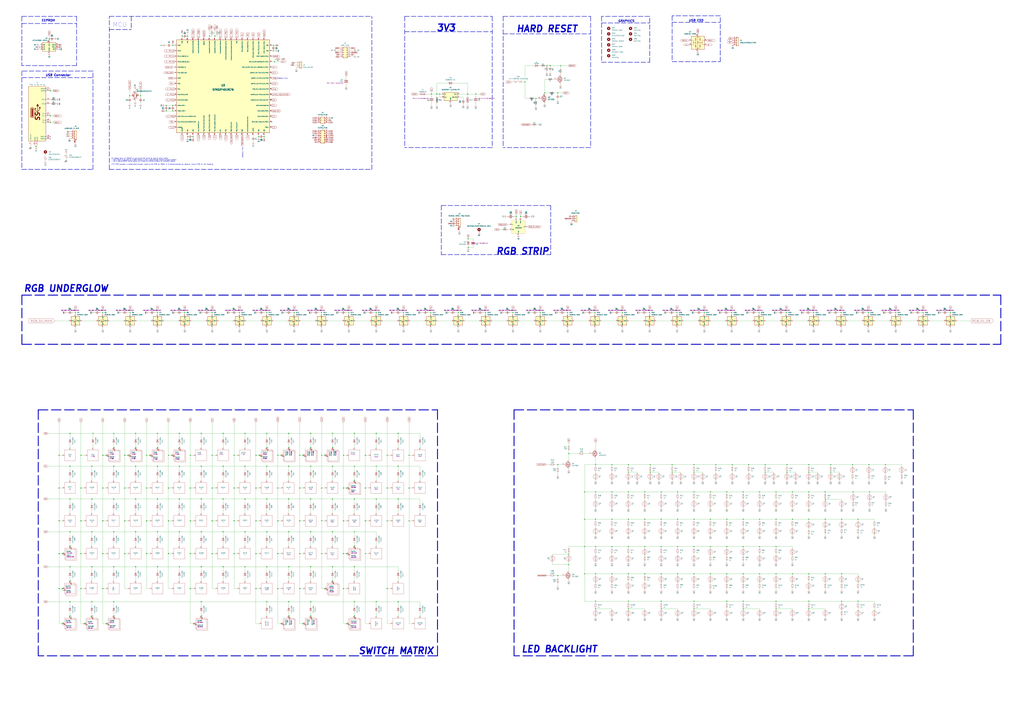
<source format=kicad_sch>
(kicad_sch (version 20230121) (generator eeschema)
  (paper "A0")
  (title_block (title "Athena PCB schematic") (date "2022-04-10") (rev "V2.1.8") (company "Acheron Project") (comment 1 "Designed by Gondolindrim"))
  (junction (at 214.63 363.22) (diameter 0.9144))
  (junction (at 151.13 363.22) (diameter 0.9144))
  (junction (at 729.615 548.64) (diameter 0.9144))
  (junction (at 627.38 363.22) (diameter 0.9144))
  (junction (at 309.88 579.755) (diameter 1.016))
  (junction (at 208.28 617.855) (diameter 1.016))
  (junction (at 335.28 715.645) (diameter 0.9144))
  (junction (at 322.58 683.895) (diameter 1.016))
  (junction (at 1028.065 539.75) (diameter 0.9144))
  (junction (at 632.46 107.95))
  (junction (at 119.38 683.895) (diameter 1.016))
  (junction (at 958.215 580.39) (diameter 0.9144))
  (junction (at 691.515 698.5))
  (junction (at 862.965 603.25) (diameter 0.9144))
  (junction (at 233.68 715.645) (diameter 0.9144))
  (junction (at 411.48 658.495) (diameter 1.016))
  (junction (at 220.98 643.255) (diameter 1.016))
  (junction (at 449.58 528.955) (diameter 0.9144))
  (junction (at 81.28 617.855) (diameter 1.016))
  (junction (at 977.265 698.5))
  (junction (at 424.18 643.255) (diameter 0.9144))
  (junction (at 552.45 109.22))
  (junction (at 622.3 114.3))
  (junction (at 200.66 128.905) (diameter 0.9144))
  (junction (at 976.63 363.22) (diameter 0.9144))
  (junction (at 233.68 541.655) (diameter 1.016))
  (junction (at 563.88 363.22) (diameter 0.9144))
  (junction (at 755.015 548.64) (diameter 0.9144))
  (junction (at 748.665 666.75) (diameter 0.9144))
  (junction (at 436.88 579.755))
  (junction (at 436.88 699.135) (diameter 1.016))
  (junction (at 217.805 158.75))
  (junction (at 170.18 643.255) (diameter 1.016))
  (junction (at 309.88 520.065) (diameter 0.9144))
  (junction (at 284.48 579.755) (diameter 1.016))
  (junction (at 939.165 666.75) (diameter 0.9144))
  (junction (at 208.28 658.495) (diameter 1.016))
  (junction (at 754.38 363.22) (diameter 0.9144))
  (junction (at 386.08 658.495) (diameter 1.016))
  (junction (at 322.58 643.255) (diameter 1.016))
  (junction (at 106.68 579.755) (diameter 1.016))
  (junction (at 182.88 503.555) (diameter 1.016))
  (junction (at 462.28 579.755) (diameter 1.016))
  (junction (at 888.365 539.75) (diameter 0.9144))
  (junction (at 805.815 707.39))
  (junction (at 144.78 605.155) (diameter 1.016))
  (junction (at 786.765 603.25) (diameter 0.9144))
  (junction (at 862.965 635) (diameter 0.9144))
  (junction (at 322.58 528.955) (diameter 0.9144))
  (junction (at 424.18 528.955) (diameter 1.016))
  (junction (at 360.68 699.135) (diameter 1.016))
  (junction (at 377.19 528.955) (diameter 0.9144))
  (junction (at 220.98 605.155) (diameter 1.016))
  (junction (at 543.56 287.655))
  (junction (at 208.28 541.655) (diameter 1.016))
  (junction (at 119.38 567.055) (diameter 1.016))
  (junction (at 335.28 658.495) (diameter 1.016))
  (junction (at 246.38 605.155) (diameter 1.016))
  (junction (at 989.965 539.75) (diameter 0.9144))
  (junction (at 351.79 724.535))
  (junction (at 958.215 666.75))
  (junction (at 144.78 528.955) (diameter 1.016))
  (junction (at 824.865 603.25) (diameter 0.9144))
  (junction (at 386.08 579.755) (diameter 1.016))
  (junction (at 462.28 699.135) (diameter 1.016))
  (junction (at 93.98 528.955) (diameter 0.9144))
  (junction (at 132.08 579.755) (diameter 1.016))
  (junction (at 660.4 527.05))
  (junction (at 474.98 605.155))
  (junction (at 786.765 635) (diameter 0.9144))
  (junction (at 939.165 539.75) (diameter 0.9144))
  (junction (at 68.58 528.955) (diameter 1.016))
  (junction (at 398.78 528.955) (diameter 0.9144))
  (junction (at 920.115 571.5) (diameter 0.9144))
  (junction (at 843.915 603.25) (diameter 0.9144))
  (junction (at 233.68 617.855) (diameter 1.016))
  (junction (at 862.965 571.5) (diameter 0.9144))
  (junction (at 119.38 643.255) (diameter 1.016))
  (junction (at 862.965 666.75) (diameter 0.9144))
  (junction (at 373.38 643.255) (diameter 0.9144))
  (junction (at 411.48 634.365) (diameter 0.9144))
  (junction (at 474.98 567.055) (diameter 1.016))
  (junction (at 436.88 541.655))
  (junction (at 805.815 603.25) (diameter 0.9144))
  (junction (at 449.58 567.055) (diameter 1.016))
  (junction (at 233.68 503.555) (diameter 1.016))
  (junction (at 1009.015 539.75) (diameter 0.9144))
  (junction (at 805.815 635) (diameter 0.9144))
  (junction (at 87.63 363.22) (diameter 0.9144))
  (junction (at 881.38 363.22) (diameter 0.9144))
  (junction (at 132.08 715.645) (diameter 0.9144))
  (junction (at 81.28 541.655) (diameter 1.016))
  (junction (at 132.08 699.135) (diameter 1.016))
  (junction (at 901.065 707.39))
  (junction (at 888.365 548.64) (diameter 0.9144))
  (junction (at 309.88 699.135) (diameter 1.016))
  (junction (at 710.565 635) (diameter 0.9144))
  (junction (at 208.28 520.065) (diameter 0.9144))
  (junction (at 977.265 603.25) (diameter 0.9144))
  (junction (at 373.38 363.22) (diameter 0.9144))
  (junction (at 360.68 617.855) (diameter 1.016))
  (junction (at 1103.63 363.22) (diameter 0.9144))
  (junction (at 360.68 658.495) (diameter 1.016))
  (junction (at 360.68 520.065) (diameter 0.9144))
  (junction (at 107.95 503.555) (diameter 0.9144))
  (junction (at 373.38 528.955) (diameter 0.9144))
  (junction (at 68.58 567.055) (diameter 1.016))
  (junction (at 170.18 605.155) (diameter 1.016))
  (junction (at 58.42 142.24) (diameter 1.016))
  (junction (at 249.555 41.91) (diameter 0.9144))
  (junction (at 297.18 643.255) (diameter 1.016))
  (junction (at 647.7 668.655))
  (junction (at 309.88 363.22) (diameter 0.9144))
  (junction (at 678.815 635))
  (junction (at 278.13 363.22) (diameter 0.9144))
  (junction (at 195.58 643.255) (diameter 1.016))
  (junction (at 132.08 503.555) (diameter 0.9144))
  (junction (at 347.98 567.055) (diameter 1.016))
  (junction (at 386.08 617.855) (diameter 1.016))
  (junction (at 373.38 605.155) (diameter 0.9144))
  (junction (at 755.015 539.75) (diameter 0.9144))
  (junction (at 157.48 617.855) (diameter 1.016))
  (junction (at 722.63 363.22) (diameter 0.9144))
  (junction (at 398.78 683.895) (diameter 1.016))
  (junction (at 271.78 605.155) (diameter 1.016))
  (junction (at 132.08 541.655) (diameter 1.016))
  (junction (at 106.68 617.855) (diameter 1.016))
  (junction (at 411.48 541.655) (diameter 0.9144))
  (junction (at 869.315 539.75) (diameter 0.9144))
  (junction (at 57.15 45.085) (diameter 0.9144))
  (junction (at 805.815 548.64) (diameter 0.9144))
  (junction (at 996.315 603.25))
  (junction (at 805.815 571.5) (diameter 0.9144))
  (junction (at 767.715 666.75) (diameter 0.9144))
  (junction (at 157.48 658.495) (diameter 1.016))
  (junction (at 647.7 539.75))
  (junction (at 767.715 707.39))
  (junction (at 200.66 52.705) (diameter 0.9144))
  (junction (at 246.38 528.955) (diameter 0.9144))
  (junction (at 259.08 579.755) (diameter 1.016))
  (junction (at 474.98 528.955) (diameter 0.9144))
  (junction (at 604.52 251.46) (diameter 1.016))
  (junction (at 284.48 541.655) (diameter 1.016))
  (junction (at 729.615 603.25) (diameter 0.9144))
  (junction (at 660.4 643.89))
  (junction (at 767.715 635) (diameter 0.9144))
  (junction (at 220.98 683.895) (diameter 1.016))
  (junction (at 195.58 567.055) (diameter 1.016))
  (junction (at 300.355 158.75))
  (junction (at 271.78 528.955) (diameter 0.9144))
  (junction (at 542.925 109.22) (diameter 1.016))
  (junction (at 901.065 635) (diameter 0.9144))
  (junction (at 335.28 579.755) (diameter 1.016))
  (junction (at 424.18 567.055) (diameter 1.016))
  (junction (at 843.915 635) (diameter 0.9144))
  (junction (at 831.215 539.75) (diameter 0.9144))
  (junction (at 691.515 603.25) (diameter 0.9144))
  (junction (at 211.455 41.91) (diameter 0.9144))
  (junction (at 405.13 363.22) (diameter 0.9144))
  (junction (at 106.68 715.645) (diameter 0.9144))
  (junction (at 786.765 571.5) (diameter 0.9144))
  (junction (at 913.765 539.75) (diameter 0.9144))
  (junction (at 347.98 528.955) (diameter 0.9144))
  (junction (at 939.165 548.64) (diameter 0.9144))
  (junction (at 72.39 683.895) (diameter 0.9144))
  (junction (at 595.63 363.22) (diameter 0.9144))
  (junction (at 163.195 111.125) (diameter 0.9144))
  (junction (at 1009.65 571.5) (diameter 0.9144))
  (junction (at 119.38 363.22) (diameter 0.9144))
  (junction (at 193.04 122.555) (diameter 0.9144))
  (junction (at 436.88 363.22) (diameter 0.9144))
  (junction (at 647.7 107.95))
  (junction (at 462.28 541.655) (diameter 1.016))
  (junction (at 805.815 698.5))
  (junction (at 913.13 363.22) (diameter 0.9144))
  (junction (at 729.615 571.5) (diameter 0.9144))
  (junction (at 901.065 666.75) (diameter 0.9144))
  (junction (at 360.68 715.645))
  (junction (at 193.04 128.905) (diameter 0.9144))
  (junction (at 224.155 158.75))
  (junction (at 748.665 635) (diameter 0.9144))
  (junction (at 1071.88 363.22) (diameter 0.9144))
  (junction (at 220.98 528.955) (diameter 0.9144))
  (junction (at 182.88 520.065) (diameter 0.9144))
  (junction (at 157.48 541.655) (diameter 1.016))
  (junction (at 300.99 528.955) (diameter 0.9144))
  (junction (at 1008.38 363.22) (diameter 0.9144))
  (junction (at 964.565 548.64) (diameter 0.9144))
  (junction (at 659.13 363.22) (diameter 0.9144))
  (junction (at 691.515 571.5) (diameter 0.9144))
  (junction (at 843.915 698.5))
  (junction (at 271.78 567.055) (diameter 1.016))
  (junction (at 246.38 363.22) (diameter 0.9144))
  (junction (at 157.48 503.555) (diameter 1.016))
  (junction (at 635 76.2) (diameter 1.016))
  (junction (at 824.865 666.75) (diameter 0.9144))
  (junction (at 882.015 603.25) (diameter 0.9144))
  (junction (at 144.78 643.255) (diameter 1.016))
  (junction (at 710.565 539.75) (diameter 0.9144))
  (junction (at 690.88 363.22) (diameter 0.9144))
  (junction (at 326.39 724.535) (diameter 0.9144))
  (junction (at 68.58 605.155) (diameter 1.016))
  (junction (at 958.215 603.25))
  (junction (at 284.48 658.495) (diameter 1.016))
  (junction (at 786.13 363.22) (diameter 0.9144))
  (junction (at 360.68 541.655) (diameter 1.016))
  (junction (at 862.965 707.39))
  (junction (at 271.78 643.255) (diameter 1.016))
  (junction (at 97.79 724.535) (diameter 0.9144))
  (junction (at 402.59 567.055) (diameter 0.9144))
  (junction (at 748.665 571.5) (diameter 0.9144))
  (junction (at 817.88 363.22) (diameter 0.9144))
  (junction (at 220.98 567.055) (diameter 1.016))
  (junction (at 748.665 603.25) (diameter 0.9144))
  (junction (at 780.415 548.64) (diameter 0.9144))
  (junction (at 862.965 698.5))
  (junction (at 170.18 567.055) (diameter 1.016))
  (junction (at 68.58 643.255) (diameter 1.016))
  (junction (at 1040.13 363.22) (diameter 0.9144))
  (junction (at 678.815 571.5))
  (junction (at 351.79 528.955) (diameter 0.9144))
  (junction (at 309.88 658.495) (diameter 1.016))
  (junction (at 939.165 603.25) (diameter 0.9144))
  (junction (at 297.18 605.155) (diameter 1.016))
  (junction (at 58.42 134.62) (diameter 1.016))
  (junction (at 195.58 528.955) (diameter 0.9144))
  (junction (at 68.58 683.895) (diameter 1.016))
  (junction (at 939.165 707.39))
  (junction (at 402.59 643.255) (diameter 0.9144))
  (junction (at 208.28 579.755) (diameter 1.016))
  (junction (at 182.88 579.755) (diameter 1.016))
  (junction (at 398.78 643.255) (diameter 1.016))
  (junction (at 150.495 111.125) (diameter 0.9144))
  (junction (at 507.365 109.22) (diameter 1.016))
  (junction (at 850.265 539.75) (diameter 0.9144))
  (junction (at 805.815 539.75) (diameter 0.9144))
  (junction (at 411.48 715.645) (diameter 0.9144))
  (junction (at 990.6 571.5) (diameter 0.9144))
  (junction (at 106.68 658.495) (diameter 1.016))
  (junction (at 386.08 541.655) (diameter 1.016))
  (junction (at 195.58 605.155) (diameter 1.016))
  (junction (at 691.515 635) (diameter 0.9144))
  (junction (at 939.165 571.5) (diameter 0.9144))
  (junction (at 650.875 76.2))
  (junction (at 284.48 503.555) (diameter 1.016))
  (junction (at 259.08 503.555) (diameter 1.016))
  (junction (at 335.28 520.065) (diameter 0.9144))
  (junction (at 200.66 122.555) (diameter 0.9144))
  (junction (at 347.98 643.255) (diameter 1.016))
  (junction (at 901.065 698.5))
  (junction (at 729.615 539.75) (diameter 0.9144))
  (junction (at 780.415 539.75) (diameter 0.9144))
  (junction (at 173.99 528.955) (diameter 0.9144))
  (junction (at 501.015 109.22) (diameter 1.016))
  (junction (at 326.39 528.955) (diameter 0.9144))
  (junction (at 939.165 698.5))
  (junction (at 322.58 567.055) (diameter 1.016))
  (junction (at 958.215 571.5) (diameter 0.9144))
  (junction (at 233.68 699.135) (diameter 1.016))
  (junction (at 824.865 635) (diameter 0.9144))
  (junction (at 335.28 617.855) (diameter 1.016))
  (junction (at 81.28 579.755) (diameter 1.016))
  (junction (at 341.63 363.22) (diameter 0.9144))
  (junction (at 284.48 617.855) (diameter 1.016))
  (junction (at 182.88 541.655) (diameter 1.016))
  (junction (at 609.6 95.25))
  (junction (at 964.565 539.75) (diameter 0.9144))
  (junction (at 317.5 59.055))
  (junction (at 882.015 571.5) (diameter 0.9144))
  (junction (at 411.48 503.555) (diameter 1.016))
  (junction (at 182.88 617.855) (diameter 1.016))
  (junction (at 72.39 724.535) (diameter 0.9144))
  (junction (at 259.08 658.495) (diameter 1.016))
  (junction (at 309.88 617.855) (diameter 1.016))
  (junction (at 259.08 617.855) (diameter 1.016))
  (junction (at 729.615 698.5))
  (junction (at 233.68 658.495) (diameter 1.016))
  (junction (at 182.88 363.22) (diameter 0.9144))
  (junction (at 805.815 666.75) (diameter 0.9144))
  (junction (at 449.58 605.155))
  (junction (at 317.5 52.705))
  (junction (at 424.18 605.155) (diameter 1.016))
  (junction (at 170.18 528.955) (diameter 0.9144))
  (junction (at 123.19 724.535) (diameter 0.9144))
  (junction (at 882.015 666.75) (diameter 0.9144))
  (junction (at 786.765 666.75) (diameter 0.9144))
  (junction (at 373.38 567.055) (diameter 1.016))
  (junction (at 81.28 634.365) (diameter 0.9144))
  (junction (at 543.56 277.495))
  (junction (at 199.39 528.955) (diameter 0.9144))
  (junction (at 132.08 617.855) (diameter 1.016))
  (junction (at 297.18 683.895) (diameter 1.016))
  (junction (at 106.68 699.135) (diameter 1.016))
  (junction (at 411.48 579.755) (diameter 1.016))
  (junction (at 901.065 603.25) (diameter 0.9144))
  (junction (at 246.38 567.055) (diameter 1.016))
  (junction (at 297.18 567.055) (diameter 1.016))
  (junction (at 849.63 363.22) (diameter 0.9144))
  (junction (at 58.42 105.41) (diameter 1.016))
  (junction (at 306.705 158.75))
  (junction (at 123.19 528.955))
  (junction (at 913.765 548.64) (diameter 0.9144))
  (junction (at 119.38 605.155) (diameter 1.016))
  (junction (at 93.98 605.155) (diameter 1.016))
  (junction (at 920.115 666.75) (diameter 0.9144))
  (junction (at 767.715 571.5) (diameter 0.9144))
  (junction (at 81.28 503.555) (diameter 1.016))
  (junction (at 710.565 666.75) (diameter 0.9144))
  (junction (at 259.08 541.655) (diameter 1.016))
  (junction (at 901.065 571.5) (diameter 0.9144))
  (junction (at 224.79 724.535) (diameter 0.9144))
  (junction (at 297.18 528.955) (diameter 0.9144))
  (junction (at 729.615 666.75) (diameter 0.9144))
  (junction (at 638.81 76.2) (diameter 1.016))
  (junction (at 335.28 541.655) (diameter 1.016))
  (junction (at 182.88 658.495) (diameter 1.016))
  (junction (at 411.48 617.855) (diameter 0.9144))
  (junction (at 81.28 699.135) (diameter 1.016))
  (junction (at 386.08 520.065) (diameter 0.9144))
  (junction (at 93.98 643.255) (diameter 1.016))
  (junction (at 360.68 503.555) (diameter 1.016))
  (junction (at 402.59 724.535) (diameter 0.9144))
  (junction (at 322.58 605.155) (diameter 1.016))
  (junction (at 208.28 503.555) (diameter 1.016))
  (junction (at 347.98 683.895) (diameter 1.016))
  (junction (at 377.19 683.895) (diameter 0.9144))
  (junction (at 41.91 170.18) (diameter 1.016))
  (junction (at 532.13 363.22) (diameter 0.9144))
  (junction (at 882.015 635) (diameter 0.9144))
  (junction (at 729.615 635) (diameter 0.9144))
  (junction (at 411.48 558.165) (diameter 0.9144))
  (junction (at 944.88 363.22) (diameter 0.9144))
  (junction (at 217.805 41.91) (diameter 0.9144))
  (junction (at 843.915 571.5) (diameter 0.9144))
  (junction (at 72.39 643.255) (diameter 0.9144))
  (junction (at 386.08 675.005) (diameter 0.9144))
  (junction (at 360.68 579.755) (diameter 1.016))
  (junction (at 678.815 603.25))
  (junction (at 678.815 666.75))
  (junction (at 309.88 503.555) (diameter 1.016))
  (junction (at 132.08 520.065) (diameter 0.9144))
  (junction (at 106.68 541.655) (diameter 1.016))
  (junction (at 691.515 666.75) (diameter 0.9144))
  (junction (at 660.4 655.955))
  (junction (at 436.88 503.555) (diameter 1.016))
  (junction (at 411.48 699.135) (diameter 1.016))
  (junction (at 824.865 571.5) (diameter 0.9144))
  (junction (at 318.77 71.755))
  (junction (at 81.28 658.495) (diameter 1.016))
  (junction (at 81.28 715.645) (diameter 0.9144))
  (junction (at 710.565 603.25) (diameter 0.9144))
  (junction (at 119.38 528.955) (diameter 1.016))
  (junction (at 335.28 503.555) (diameter 1.016))
  (junction (at 157.48 579.755) (diameter 1.016))
  (junction (at 996.315 698.5))
  (junction (at 148.59 528.955) (diameter 0.9144))
  (junction (at 243.205 41.91) (diameter 0.9144))
  (junction (at 398.78 605.155) (diameter 1.016))
  (junction (at 246.38 643.255) (diameter 1.016))
  (junction (at 347.98 605.155) (diameter 1.016))
  (junction (at 157.48 520.065) (diameter 0.9144))
  (junction (at 710.565 571.5) (diameter 0.9144))
  (junction (at 335.28 699.135) (diameter 1.016))
  (junction (at 691.515 707.39))
  (junction (at 233.68 579.755) (diameter 1.016))
  (junction (at 468.63 363.22) (diameter 0.9144))
  (junction (at 510.54 109.22))
  (junction (at 462.28 503.555) (diameter 1.016))
  (junction (at 691.515 539.75) (diameter 0.9144))
  (junction (at 920.115 603.25) (diameter 0.9144))
  (junction (at 729.615 707.39))
  (junction (at 843.915 666.75) (diameter 0.9144))
  (junction (at 132.08 658.495) (diameter 1.016))
  (junction (at 449.58 683.895) (diameter 1.016))
  (junction (at 81.28 675.005) (diameter 0.9144))
  (junction (at 767.715 603.25) (diameter 0.9144))
  (junction (at 144.78 567.055) (diameter 1.016))
  (junction (at 93.98 567.055) (diameter 1.016))
  (junction (at 386.08 503.555) (diameter 1.016))
  (junction (at 309.88 541.655) (diameter 1.016))
  (junction (at 767.715 698.5))
  (junction (at 93.98 683.895) (diameter 1.016))
  (junction (at 599.44 251.46) (diameter 1.016))
  (junction (at 500.38 363.22) (diameter 0.9144))
  (junction (at 977.265 666.75))
  (junction (at 398.78 567.055) (diameter 1.016))
  (no_connect (at 315.595 141.605))
  (no_connect (at 58.42 161.29))
  (no_connect (at 58.42 158.75))
  (wire (pts (xy 748.665 645.16) (xy 748.665 646.43)))
  (wire (pts (xy 412.75 715.645) (xy 411.48 715.645)))
  (wire (pts (xy 412.75 716.915) (xy 412.75 715.645)))
  (wire (pts (xy 81.28 658.495) (xy 81.28 663.575)))
  (wire (pts (xy 132.08 503.555) (xy 132.08 508.635)))
  (wire (pts (xy 246.38 490.855) (xy 246.38 528.955)))
  (wire (pts (xy 246.38 528.955) (xy 246.38 567.055)))
  (wire (pts (xy 132.08 554.355) (xy 132.08 558.165)))
  (wire (pts (xy 767.715 635) (xy 767.715 637.54)))
  (wire (pts (xy 901.065 589.28) (xy 901.065 590.55)))
  (wire (pts (xy 939.165 716.28) (xy 939.165 717.55)))
  (wire (pts (xy 322.58 643.255) (xy 322.58 605.155)))
  (wire (pts (xy 81.28 711.835) (xy 81.28 715.645)))
  (wire (pts (xy 754.38 380.365) (xy 754.38 382.27)))
  (wire (pts (xy 144.78 567.055) (xy 148.59 567.055)))
  (wire (pts (xy 920.115 571.5) (xy 920.115 574.04)))
  (polyline (pts (xy 698.5 19.05) (xy 698.5 72.39)) (stroke (width 0.508) (type dash)))
  (wire (pts (xy 862.965 666.75) (xy 882.015 666.75)))
  (polyline (pts (xy 25.4 82.55) (xy 25.4 196.85)) (stroke (width 0.508) (type dash)))
  (wire (pts (xy 913.765 548.64) (xy 913.765 549.91)))
  (wire (pts (xy 923.925 548.64) (xy 923.925 549.91)))
  (wire (pts (xy 977.265 613.41) (xy 977.265 614.68)))
  (wire (pts (xy 208.28 503.555) (xy 208.28 508.635)))
  (wire (pts (xy 996.315 666.75) (xy 996.315 669.29)))
  (wire (pts (xy 843.915 698.5) (xy 843.915 701.04)))
  (wire (pts (xy 920.115 676.91) (xy 920.115 678.18)))
  (wire (pts (xy 563.88 360.045) (xy 563.88 363.22)))
  (wire (pts (xy 200.66 530.225) (xy 199.39 530.225)))
  (wire (pts (xy 901.065 610.87) (xy 901.065 613.41)))
  (wire (pts (xy 284.48 671.195) (xy 284.48 675.005)))
  (wire (pts (xy 1068.07 363.22) (xy 1071.88 363.22)))
  (wire (pts (xy 119.38 643.255) (xy 119.38 605.155)))
  (wire (pts (xy 767.715 683.26) (xy 767.715 685.8)))
  (wire (pts (xy 617.855 144.78) (xy 616.585 144.78)))
  (wire (pts (xy 554.99 363.22) (xy 553.085 363.22)))
  (wire (pts (xy 220.98 528.955) (xy 224.79 528.955)))
  (wire (pts (xy 107.95 516.255) (xy 107.95 520.065)))
  (wire (pts (xy 1009.015 556.26) (xy 1009.015 558.8)))
  (wire (pts (xy 691.515 539.75) (xy 710.565 539.75)))
  (wire (pts (xy 710.565 539.75) (xy 729.615 539.75)))
  (wire (pts (xy 729.615 539.75) (xy 755.015 539.75)))
  (wire (pts (xy 755.015 539.75) (xy 780.415 539.75)))
  (wire (pts (xy 780.415 539.75) (xy 805.815 539.75)))
  (wire (pts (xy 805.815 539.75) (xy 831.215 539.75)))
  (wire (pts (xy 831.215 539.75) (xy 850.265 539.75)))
  (polyline (pts (xy 127 196.85) (xy 127 19.05)) (stroke (width 0.508) (type dash)))
  (wire (pts (xy 233.68 658.495) (xy 233.68 663.575)))
  (wire (pts (xy 246.38 360.045) (xy 246.38 363.22)))
  (wire (pts (xy 284.48 579.755) (xy 284.48 584.835)))
  (wire (pts (xy 1028.7 581.66) (xy 1028.7 582.93)))
  (wire (pts (xy 843.915 635) (xy 862.965 635)))
  (wire (pts (xy 487.68 503.555) (xy 487.68 508.635)))
  (wire (pts (xy 411.48 592.455) (xy 411.48 596.265)))
  (wire (pts (xy 632.46 119.38) (xy 632.46 120.65)))
  (wire (pts (xy 513.08 113.03) (xy 510.54 113.03)))
  (wire (pts (xy 360.68 554.355) (xy 360.68 558.165)))
  (wire (pts (xy 501.015 119.38) (xy 501.015 122.555)))
  (wire (pts (xy 765.175 548.64) (xy 765.175 549.91)))
  (wire (pts (xy 170.18 528.955) (xy 173.99 528.955)))
  (wire (pts (xy 537.845 120.65) (xy 537.845 121.92)))
  (wire (pts (xy 309.88 617.855) (xy 284.48 617.855)))
  (wire (pts (xy 691.515 666.75) (xy 691.515 669.29)))
  (wire (pts (xy 718.82 363.22) (xy 722.63 363.22)))
  (wire (pts (xy 507.365 109.22) (xy 501.015 109.22)))
  (wire (pts (xy 52.705 181.61) (xy 52.705 180.34)))
  (wire (pts (xy 862.965 603.25) (xy 862.965 605.79)))
  (wire (pts (xy 678.815 666.75) (xy 678.815 635)))
  (wire (pts (xy 411.48 516.255) (xy 411.48 520.065)))
  (wire (pts (xy 246.38 605.155) (xy 246.38 567.055)))
  (wire (pts (xy 494.665 109.22) (xy 501.015 109.22)))
  (wire (pts (xy 710.565 571.5) (xy 710.565 574.04)))
  (wire (pts (xy 386.08 541.655) (xy 386.08 546.735)))
  (wire (pts (xy 436.88 541.655) (xy 436.88 546.735)))
  (wire (pts (xy 87.63 380.365) (xy 87.63 382.27)))
  (wire (pts (xy 862.965 698.5) (xy 862.965 701.04)))
  (wire (pts (xy 147.32 363.22) (xy 151.13 363.22)))
  (wire (pts (xy 1008.38 360.045) (xy 1008.38 363.22)))
  (wire (pts (xy 873.76 372.745) (xy 857.25 372.745)))
  (wire (pts (xy 729.615 547.37) (xy 729.615 548.64)))
  (wire (pts (xy 729.615 548.64) (xy 729.615 549.91)))
  (wire (pts (xy 805.815 571.5) (xy 805.815 574.04)))
  (wire (pts (xy 309.88 541.655) (xy 309.88 546.735)))
  (wire (pts (xy 691.515 676.91) (xy 691.515 678.18)))
  (wire (pts (xy 233.68 592.455) (xy 233.68 596.265)))
  (wire (pts (xy 913.13 380.365) (xy 913.13 382.27)))
  (wire (pts (xy 920.115 603.25) (xy 920.115 605.79)))
  (wire (pts (xy 200.66 128.905) (xy 200.66 128.27)))
  (wire (pts (xy 246.38 605.155) (xy 250.19 605.155)))
  (wire (pts (xy 474.98 528.955) (xy 478.79 528.955)))
  (polyline (pts (xy 431.8 196.85) (xy 431.8 19.05)) (stroke (width 0.508) (type dash)))
  (wire (pts (xy 205.74 363.22) (xy 203.835 363.22)))
  (wire (pts (xy 132.08 630.555) (xy 132.08 634.365)))
  (wire (pts (xy 542.925 109.22) (xy 552.45 109.22)))
  (polyline (pts (xy 508 476.25) (xy 508 762)) (stroke (width 1.016) (type dash)))
  (wire (pts (xy 335.28 554.355) (xy 335.28 558.165)))
  (wire (pts (xy 157.48 579.755) (xy 132.08 579.755)))
  (wire (pts (xy 322.58 490.855) (xy 322.58 528.955)))
  (wire (pts (xy 322.58 528.955) (xy 322.58 567.055)))
  (wire (pts (xy 748.665 610.87) (xy 748.665 613.41)))
  (wire (pts (xy 317.5 52.705) (xy 317.5 53.34)))
  (wire (pts (xy 327.66 530.225) (xy 326.39 530.225)))
  (wire (pts (xy 748.665 716.28) (xy 748.665 717.55)))
  (wire (pts (xy 402.59 568.325) (xy 402.59 567.055)))
  (wire (pts (xy 403.86 568.325) (xy 402.59 568.325)))
  (wire (pts (xy 271.78 643.255) (xy 275.59 643.255)))
  (wire (pts (xy 748.665 666.75) (xy 767.715 666.75)))
  (wire (pts (xy 278.13 360.045) (xy 278.13 363.22)))
  (wire (pts (xy 474.98 605.155) (xy 478.79 605.155)))
  (wire (pts (xy 224.155 158.75) (xy 224.155 160.655)))
  (wire (pts (xy 246.38 643.255) (xy 246.38 605.155)))
  (wire (pts (xy 411.48 658.495) (xy 411.48 663.575)))
  (wire (pts (xy 341.63 380.365) (xy 341.63 382.27)))
  (wire (pts (xy 306.705 158.75) (xy 306.705 156.845)))
  (wire (pts (xy 68.58 724.535) (xy 72.39 724.535)))
  (wire (pts (xy 119.38 567.055) (xy 123.19 567.055)))
  (wire (pts (xy 1015.365 603.25) (xy 1015.365 605.79)))
  (wire (pts (xy 780.415 548.64) (xy 780.415 549.91)))
  (wire (pts (xy 805.815 579.12) (xy 805.815 581.66)))
  (wire (pts (xy 297.18 724.535) (xy 300.99 724.535)))
  (wire (pts (xy 939.165 547.37) (xy 939.165 548.64)))
  (wire (pts (xy 729.615 589.28) (xy 729.615 590.55)))
  (wire (pts (xy 690.88 380.365) (xy 690.88 382.27)))
  (wire (pts (xy 977.265 580.39) (xy 958.215 580.39)))
  (wire (pts (xy 309.88 699.135) (xy 309.88 704.215)))
  (wire (pts (xy 81.28 592.455) (xy 81.28 596.265)))
  (wire (pts (xy 1031.24 363.22) (xy 1029.335 363.22)))
  (wire (pts (xy 309.88 592.455) (xy 309.88 596.265)))
  (wire (pts (xy 309.88 658.495) (xy 284.48 658.495)))
  (wire (pts (xy 360.68 592.455) (xy 360.68 596.265)))
  (wire (pts (xy 436.88 360.045) (xy 436.88 363.22)))
  (wire (pts (xy 297.18 567.055) (xy 300.99 567.055)))
  (wire (pts (xy 347.98 683.895) (xy 351.79 683.895)))
  (wire (pts (xy 507.365 96.52) (xy 507.365 109.22)))
  (wire (pts (xy 920.115 645.16) (xy 920.115 646.43)))
  (polyline (pts (xy 512.445 238.76) (xy 512.445 295.91)) (stroke (width 0.508) (type dash)))
  (wire (pts (xy 552.45 109.22) (xy 558.165 109.22)))
  (wire (pts (xy 909.32 363.22) (xy 913.13 363.22)))
  (polyline (pts (xy 127 196.85) (xy 431.8 196.85)) (stroke (width 0.508) (type dash)))
  (polyline (pts (xy 780.415 71.755) (xy 836.295 71.755)) (stroke (width 0.508) (type dash)))
  (wire (pts (xy 182.88 503.555) (xy 157.48 503.555)))
  (wire (pts (xy 691.515 514.35) (xy 691.515 521.97)))
  (wire (pts (xy 691.515 539.75) (xy 691.515 542.29)))
  (wire (pts (xy 1008.38 363.22) (xy 1008.38 365.125)))
  (wire (pts (xy 132.08 617.855) (xy 106.68 617.855)))
  (wire (pts (xy 805.815 547.37) (xy 805.815 548.64)))
  (wire (pts (xy 805.815 548.64) (xy 805.815 549.91)))
  (wire (pts (xy 533.4 113.03) (xy 537.845 113.03)))
  (wire (pts (xy 246.38 683.895) (xy 250.19 683.895)))
  (wire (pts (xy 200.66 122.555) (xy 193.04 122.555)))
  (wire (pts (xy 660.4 544.83) (xy 660.4 546.1)))
  (wire (pts (xy 68.58 490.855) (xy 68.58 528.955)))
  (wire (pts (xy 543.56 287.655) (xy 543.56 288.925)))
  (wire (pts (xy 284.48 617.855) (xy 259.08 617.855)))
  (wire (pts (xy 462.28 671.195) (xy 462.28 675.005)))
  (wire (pts (xy 1009.015 539.75) (xy 1028.065 539.75)))
  (wire (pts (xy 591.82 363.22) (xy 595.63 363.22)))
  (wire (pts (xy 904.24 363.22) (xy 902.335 363.22)))
  (wire (pts (xy 45.085 57.15) (xy 46.99 57.15)))
  (wire (pts (xy 87.63 165.735) (xy 87.63 167.005)))
  (wire (pts (xy 729.615 652.78) (xy 729.615 654.05)))
  (bus (pts (xy 127 34.29) (xy 152.4 34.29)) (stroke (width 0.508) (type dash)))
  (wire (pts (xy 888.365 539.75) (xy 913.765 539.75)))
  (wire (pts (xy 1009.65 571.5) (xy 1009.65 574.04)))
  (wire (pts (xy 786.765 676.91) (xy 786.765 678.18)))
  (wire (pts (xy 663.575 256.54) (xy 663.575 257.81)))
  (wire (pts (xy 373.38 490.855) (xy 373.38 528.955)))
  (wire (pts (xy 373.38 528.955) (xy 373.38 567.055)))
  (wire (pts (xy 347.98 567.055) (xy 347.98 605.155)))
  (wire (pts (xy 309.88 503.555) (xy 309.88 508.635)))
  (wire (pts (xy 360.68 711.835) (xy 360.68 715.645)))
  (wire (pts (xy 335.28 699.135) (xy 309.88 699.135)))
  (wire (pts (xy 397.51 372.745) (xy 381 372.745)))
  (wire (pts (xy 182.88 617.855) (xy 157.48 617.855)))
  (wire (pts (xy 72.39 725.805) (xy 72.39 724.535)))
  (wire (pts (xy 73.66 725.805) (xy 72.39 725.805)))
  (wire (pts (xy 195.58 683.895) (xy 199.39 683.895)))
  (wire (pts (xy 748.665 603.25) (xy 767.715 603.25)))
  (wire (pts (xy 599.44 251.46) (xy 599.44 253.365)))
  (wire (pts (xy 901.065 579.12) (xy 901.065 581.66)))
  (wire (pts (xy 831.215 547.37) (xy 831.215 549.91)))
  (wire (pts (xy 182.88 380.365) (xy 182.88 382.27)))
  (wire (pts (xy 500.38 380.365) (xy 500.38 382.27)))
  (wire (pts (xy 977.265 698.5) (xy 977.265 701.04)))
  (wire (pts (xy 208.28 617.855) (xy 182.88 617.855)))
  (wire (pts (xy 767.715 571.5) (xy 767.715 574.04)))
  (wire (pts (xy 824.865 707.39) (xy 824.865 708.66)))
  (wire (pts (xy 862.965 579.12) (xy 862.965 581.66)))
  (wire (pts (xy 347.98 643.255) (xy 347.98 605.155)))
  (wire (pts (xy 411.48 617.855) (xy 411.48 622.935)))
  (wire (pts (xy 474.98 605.155) (xy 474.98 724.535)))
  (wire (pts (xy 786.765 571.5) (xy 805.815 571.5)))
  (wire (pts (xy 691.515 547.37) (xy 691.515 549.91)))
  (wire (pts (xy 996.315 706.12) (xy 996.315 708.66)))
  (wire (pts (xy 507.365 122.555) (xy 507.365 120.015)))
  (wire (pts (xy 386.08 671.195) (xy 386.08 675.005)))
  (wire (pts (xy 259.08 541.655) (xy 233.68 541.655)))
  (wire (pts (xy 967.74 363.22) (xy 965.835 363.22)))
  (wire (pts (xy 132.08 671.195) (xy 132.08 675.005)))
  (wire (pts (xy 398.78 683.895) (xy 398.78 724.535)))
  (wire (pts (xy 360.68 699.135) (xy 335.28 699.135)))
  (wire (pts (xy 373.38 363.22) (xy 373.38 365.125)))
  (wire (pts (xy 322.58 605.155) (xy 326.39 605.155)))
  (wire (pts (xy 977.265 603.25) (xy 996.315 603.25)))
  (wire (pts (xy 1047.115 539.75) (xy 1047.115 542.29)))
  (wire (pts (xy 106.68 579.755) (xy 132.08 579.755)))
  (wire (pts (xy 615.95 251.46) (xy 614.68 251.46)))
  (wire (pts (xy 208.28 671.195) (xy 208.28 675.005)))
  (wire (pts (xy 660.4 635) (xy 678.815 635)))
  (wire (pts (xy 81.28 554.355) (xy 81.28 558.165)))
  (wire (pts (xy 106.68 554.355) (xy 106.68 558.165)))
  (wire (pts (xy 691.515 571.5) (xy 710.565 571.5)))
  (wire (pts (xy 220.98 724.535) (xy 224.79 724.535)))
  (wire (pts (xy 360.68 658.495) (xy 360.68 663.575)))
  (wire (pts (xy 604.52 251.46) (xy 604.52 249.555)))
  (wire (pts (xy 843.915 666.75) (xy 843.915 669.29)))
  (wire (pts (xy 132.08 592.455) (xy 132.08 596.265)))
  (wire (pts (xy 996.315 603.25) (xy 1015.365 603.25)))
  (wire (pts (xy 81.28 630.555) (xy 81.28 634.365)))
  (wire (pts (xy 309.88 630.555) (xy 309.88 634.365)))
  (wire (pts (xy 780.415 548.64) (xy 790.575 548.64)))
  (wire (pts (xy 110.49 363.22) (xy 108.585 363.22)))
  (wire (pts (xy 335.28 630.555) (xy 335.28 634.365)))
  (wire (pts (xy 195.58 567.055) (xy 199.39 567.055)))
  (wire (pts (xy 284.48 554.355) (xy 284.48 558.165)))
  (wire (pts (xy 729.615 621.03) (xy 729.615 622.3)))
  (wire (pts (xy 710.565 603.25) (xy 710.565 605.79)))
  (wire (pts (xy 243.205 41.91) (xy 243.205 43.815)))
  (wire (pts (xy 364.49 363.22) (xy 362.585 363.22)))
  (wire (pts (xy 805.815 676.91) (xy 805.815 678.18)))
  (wire (pts (xy 259.08 503.555) (xy 284.48 503.555)))
  (wire (pts (xy 386.08 630.555) (xy 386.08 634.365)))
  (wire (pts (xy 691.515 635) (xy 710.565 635)))
  (wire (pts (xy 690.88 363.22) (xy 690.88 365.125)))
  (wire (pts (xy 958.215 571.5) (xy 958.215 574.04)))
  (wire (pts (xy 81.28 617.855) (xy 106.68 617.855)))
  (wire (pts (xy 939.165 603.25) (xy 958.215 603.25)))
  (wire (pts (xy 722.63 360.045) (xy 722.63 363.22)))
  (wire (pts (xy 436.88 516.255) (xy 436.88 520.065)))
  (wire (pts (xy 882.015 652.78) (xy 882.015 654.05)))
  (wire (pts (xy 533.4 109.22) (xy 542.925 109.22)))
  (wire (pts (xy 173.99 363.22) (xy 172.085 363.22)))
  (wire (pts (xy 195.58 643.255) (xy 199.39 643.255)))
  (wire (pts (xy 660.4 641.985) (xy 660.4 643.89)))
  (wire (pts (xy 660.4 643.89) (xy 660.4 645.16)))
  (wire (pts (xy 710.565 539.75) (xy 710.565 542.29)))
  (wire (pts (xy 335.28 541.655) (xy 360.68 541.655)))
  (wire (pts (xy 378.46 530.225) (xy 377.19 530.225)))
  (wire (pts (xy 306.705 158.75) (xy 306.07 158.75)))
  (wire (pts (xy 193.04 122.555) (xy 191.135 122.555)))
  (wire (pts (xy 200.66 122.555) (xy 202.565 122.555)))
  (wire (pts (xy 436.88 699.135) (xy 462.28 699.135)))
  (wire (pts (xy 542.925 122.555) (xy 542.925 120.015)))
  (wire (pts (xy 782.32 363.22) (xy 786.13 363.22)))
  (wire (pts (xy 767.715 716.28) (xy 767.715 717.55)))
  (wire (pts (xy 449.58 490.855) (xy 449.58 528.955)))
  (wire (pts (xy 449.58 528.955) (xy 449.58 567.055)))
  (wire (pts (xy 939.165 707.39) (xy 958.215 707.39)))
  (polyline (pts (xy 1060.45 476.25) (xy 1060.45 762)) (stroke (width 1.016) (type dash)))
  (polyline (pts (xy 25.4 19.05) (xy 88.9 19.05)) (stroke (width 0.508) (type dash)))
  (wire (pts (xy 284.48 630.555) (xy 284.48 634.365)))
  (wire (pts (xy 93.98 567.055) (xy 97.79 567.055)))
  (polyline (pts (xy 512.445 238.76) (xy 639.445 238.76)) (stroke (width 0.508) (type dash)))
  (wire (pts (xy 944.88 380.365) (xy 944.88 382.27)))
  (wire (pts (xy 224.155 158.75) (xy 223.52 158.75)))
  (wire (pts (xy 888.365 548.64) (xy 888.365 549.91)))
  (wire (pts (xy 347.98 490.855) (xy 347.98 528.955)))
  (wire (pts (xy 347.98 528.955) (xy 347.98 567.055)))
  (wire (pts (xy 729.615 698.5) (xy 767.715 698.5)))
  (wire (pts (xy 335.28 541.655) (xy 309.88 541.655)))
  (wire (pts (xy 97.79 725.805) (xy 97.79 724.535)))
  (wire (pts (xy 99.06 725.805) (xy 97.79 725.805)))
  (wire (pts (xy 365.76 372.745) (xy 349.25 372.745)))
  (wire (pts (xy 242.57 363.22) (xy 246.38 363.22)))
  (wire (pts (xy 132.08 617.855) (xy 132.08 622.935)))
  (wire (pts (xy 317.5 52.705) (xy 319.405 52.705)))
  (wire (pts (xy 208.28 541.655) (xy 182.88 541.655)))
  (wire (pts (xy 627.38 363.22) (xy 627.38 365.125)))
  (wire (pts (xy 862.965 589.28) (xy 862.965 590.55)))
  (polyline (pts (xy 25.4 90.17) (xy 107.95 90.17)) (stroke (width 0.508) (type dash)))
  (wire (pts (xy 817.88 360.045) (xy 817.88 363.22)))
  (wire (pts (xy 882.015 571.5) (xy 882.015 574.04)))
  (wire (pts (xy 958.215 589.28) (xy 958.215 590.55)))
  (wire (pts (xy 424.18 528.955) (xy 424.18 567.055)))
  (wire (pts (xy 424.18 567.055) (xy 424.18 605.155)))
  (wire (pts (xy 729.615 716.28) (xy 729.615 717.55)))
  (wire (pts (xy 144.78 683.895) (xy 148.59 683.895)))
  (wire (pts (xy 68.58 528.955) (xy 72.39 528.955)))
  (wire (pts (xy 317.5 58.42) (xy 317.5 59.055)))
  (wire (pts (xy 634.365 539.75) (xy 638.81 539.75)))
  (wire (pts (xy 93.98 605.155) (xy 97.79 605.155)))
  (wire (pts (xy 901.065 676.91) (xy 901.065 678.18)))
  (wire (pts (xy 901.065 603.25) (xy 901.065 605.79)))
  (wire (pts (xy 412.75 558.165) (xy 411.48 558.165)))
  (wire (pts (xy 412.75 559.435) (xy 412.75 558.165)))
  (wire (pts (xy 492.76 372.745) (xy 476.25 372.745)))
  (wire (pts (xy 411.48 541.655) (xy 436.88 541.655)))
  (wire (pts (xy 233.68 658.495) (xy 208.28 658.495)))
  (wire (pts (xy 805.815 603.25) (xy 805.815 605.79)))
  (wire (pts (xy 901.065 683.26) (xy 901.065 685.8)))
  (wire (pts (xy 386.08 658.495) (xy 386.08 663.575)))
  (wire (pts (xy 755.015 539.75) (xy 755.015 542.29)))
  (polyline (pts (xy 44.45 476.25) (xy 44.45 762)) (stroke (width 1.016) (type dash)))
  (wire (pts (xy 347.98 528.955) (xy 351.79 528.955)))
  (wire (pts (xy 862.965 571.5) (xy 882.015 571.5)))
  (wire (pts (xy 309.88 516.255) (xy 309.88 520.065)))
  (wire (pts (xy 643.89 668.655) (xy 647.7 668.655)))
  (wire (pts (xy 843.915 621.03) (xy 843.915 622.3)))
  (wire (pts (xy 638.81 76.2) (xy 638.81 77.47)))
  (wire (pts (xy 977.265 698.5) (xy 996.315 698.5)))
  (wire (pts (xy 850.265 547.37) (xy 850.265 549.91)))
  (wire (pts (xy 691.515 532.13) (xy 691.515 539.75)))
  (wire (pts (xy 259.08 503.555) (xy 233.68 503.555)))
  (wire (pts (xy 824.865 621.03) (xy 824.865 622.3)))
  (wire (pts (xy 284.48 503.555) (xy 284.48 508.635)))
  (wire (pts (xy 767.715 621.03) (xy 767.715 622.3)))
  (wire (pts (xy 710.565 683.26) (xy 710.565 685.8)))
  (wire (pts (xy 748.665 674.37) (xy 748.665 676.91)))
  (wire (pts (xy 920.115 666.75) (xy 920.115 669.29)))
  (wire (pts (xy 318.77 68.58) (xy 318.77 71.755)))
  (wire (pts (xy 195.58 643.255) (xy 195.58 683.895)))
  (wire (pts (xy 805.815 666.75) (xy 824.865 666.75)))
  (wire (pts (xy 144.78 643.255) (xy 144.78 683.895)))
  (wire (pts (xy 767.715 603.25) (xy 786.765 603.25)))
  (wire (pts (xy 200.66 128.905) (xy 202.565 128.905)))
  (wire (pts (xy 882.015 707.39) (xy 882.015 708.66)))
  (wire (pts (xy 436.88 503.555) (xy 436.88 508.635)))
  (wire (pts (xy 373.38 380.365) (xy 373.38 382.27)))
  (wire (pts (xy 729.615 707.39) (xy 729.615 708.66)))
  (wire (pts (xy 999.49 363.22) (xy 997.585 363.22)))
  (wire (pts (xy 748.665 635) (xy 767.715 635)))
  (wire (pts (xy 623.57 363.22) (xy 627.38 363.22)))
  (wire (pts (xy 436.88 711.835) (xy 436.88 715.645)))
  (wire (pts (xy 106.68 579.755) (xy 81.28 579.755)))
  (wire (pts (xy 411.48 671.195) (xy 411.48 675.005)))
  (wire (pts (xy 193.04 128.905) (xy 193.04 128.27)))
  (wire (pts (xy 843.915 706.12) (xy 843.915 708.66)))
  (wire (pts (xy 81.28 671.195) (xy 81.28 675.005)))
  (wire (pts (xy 843.915 571.5) (xy 862.965 571.5)))
  (wire (pts (xy 977.265 708.66) (xy 977.265 709.93)))
  (wire (pts (xy 690.88 360.045) (xy 690.88 363.22)))
  (wire (pts (xy 81.28 699.135) (xy 106.68 699.135)))
  (wire (pts (xy 901.065 698.5) (xy 939.165 698.5)))
  (wire (pts (xy 106.68 541.655) (xy 81.28 541.655)))
  (wire (pts (xy 300.99 158.75) (xy 300.355 158.75)))
  (wire (pts (xy 729.615 698.5) (xy 729.615 701.04)))
  (wire (pts (xy 691.515 603.25) (xy 691.515 605.79)))
  (wire (pts (xy 729.615 557.53) (xy 729.615 558.8)))
  (wire (pts (xy 351.79 530.225) (xy 351.79 528.955)))
  (wire (pts (xy 297.18 643.255) (xy 300.99 643.255)))
  (wire (pts (xy 580.39 266.7) (xy 583.565 266.7)))
  (wire (pts (xy 710.565 707.39) (xy 710.565 708.66)))
  (wire (pts (xy 964.565 557.53) (xy 964.565 558.8)))
  (wire (pts (xy 449.58 567.055) (xy 453.39 567.055)))
  (wire (pts (xy 170.18 683.895) (xy 173.99 683.895)))
  (wire (pts (xy 824.865 645.16) (xy 824.865 646.43)))
  (wire (pts (xy 767.715 642.62) (xy 767.715 645.16)))
  (wire (pts (xy 500.38 363.22) (xy 500.38 365.125)))
  (wire (pts (xy 754.38 363.22) (xy 754.38 365.125)))
  (wire (pts (xy 410.845 66.04) (xy 407.035 66.04)))
  (wire (pts (xy 76.835 184.15) (xy 76.835 185.42)))
  (wire (pts (xy 729.615 571.5) (xy 748.665 571.5)))
  (wire (pts (xy 786.765 589.28) (xy 786.765 590.55)))
  (polyline (pts (xy 584.2 19.05) (xy 584.2 171.45)) (stroke (width 0.508) (type dash)))
  (wire (pts (xy 1040.13 380.365) (xy 1040.13 382.27)))
  (wire (pts (xy 593.725 95.25) (xy 596.265 95.25)))
  (wire (pts (xy 297.18 643.255) (xy 297.18 605.155)))
  (wire (pts (xy 1099.82 363.22) (xy 1103.63 363.22)))
  (polyline (pts (xy 685.8 171.45) (xy 584.2 171.45)) (stroke (width 0.508) (type dash)))
  (wire (pts (xy 958.215 603.25) (xy 958.215 605.79)))
  (wire (pts (xy 815.975 557.53) (xy 815.975 558.8)))
  (wire (pts (xy 882.015 635) (xy 901.065 635)))
  (wire (pts (xy 474.98 567.055) (xy 474.98 605.155)))
  (wire (pts (xy 309.88 360.045) (xy 309.88 363.22)))
  (wire (pts (xy 969.01 372.745) (xy 952.5 372.745)))
  (wire (pts (xy 710.565 642.62) (xy 710.565 645.16)))
  (wire (pts (xy 805.815 706.12) (xy 805.815 707.39)))
  (wire (pts (xy 271.78 605.155) (xy 271.78 567.055)))
  (wire (pts (xy 777.24 363.22) (xy 775.335 363.22)))
  (wire (pts (xy 977.265 666.75) (xy 977.265 669.29)))
  (wire (pts (xy 754.38 360.045) (xy 754.38 363.22)))
  (wire (pts (xy 989.965 549.91) (xy 989.965 551.18)))
  (wire (pts (xy 920.115 579.12) (xy 920.115 581.66)))
  (wire (pts (xy 45.085 52.07) (xy 46.99 52.07)))
  (wire (pts (xy 284.48 658.495) (xy 259.08 658.495)))
  (wire (pts (xy 68.58 683.895) (xy 72.39 683.895)))
  (wire (pts (xy 939.165 674.37) (xy 939.165 676.91)))
  (wire (pts (xy 660.4 523.24) (xy 660.4 527.05)))
  (wire (pts (xy 55.88 658.495) (xy 81.28 658.495)))
  (wire (pts (xy 462.28 541.655) (xy 462.28 546.735)))
  (wire (pts (xy 449.58 683.895) (xy 449.58 724.535)))
  (wire (pts (xy 386.08 541.655) (xy 411.48 541.655)))
  (wire (pts (xy 755.015 548.64) (xy 765.175 548.64)))
  (wire (pts (xy 401.955 88.9) (xy 401.955 90.805)))
  (wire (pts (xy 401.955 98.425) (xy 401.955 100.33)))
  (wire (pts (xy 996.315 716.28) (xy 996.315 717.55)))
  (wire (pts (xy 207.01 372.745) (xy 190.5 372.745)))
  (wire (pts (xy 93.98 528.955) (xy 99.06 528.955)))
  (wire (pts (xy 220.98 567.055) (xy 224.79 567.055)))
  (wire (pts (xy 72.39 644.525) (xy 72.39 643.255)))
  (wire (pts (xy 73.66 644.525) (xy 72.39 644.525)))
  (wire (pts (xy 869.315 547.37) (xy 869.315 549.91)))
  (wire (pts (xy 373.38 528.955) (xy 377.19 528.955)))
  (wire (pts (xy 710.565 589.28) (xy 710.565 590.55)))
  (wire (pts (xy 76.835 177.8) (xy 76.835 179.07)))
  (wire (pts (xy 149.86 530.225) (xy 148.59 530.225)))
  (wire (pts (xy 462.28 554.355) (xy 462.28 558.165)))
  (wire (pts (xy 302.26 530.225) (xy 300.99 530.225)))
  (wire (pts (xy 449.58 528.955) (xy 453.39 528.955)))
  (wire (pts (xy 805.815 652.78) (xy 805.815 654.05)))
  (wire (pts (xy 436.88 630.555) (xy 436.88 634.365)))
  (wire (pts (xy 882.015 635) (xy 882.015 637.54)))
  (wire (pts (xy 208.28 658.495) (xy 182.88 658.495)))
  (wire (pts (xy 259.08 579.755) (xy 259.08 584.835)))
  (wire (pts (xy 1040.13 363.22) (xy 1040.13 365.125)))
  (wire (pts (xy 93.98 643.255) (xy 97.79 643.255)))
  (wire (pts (xy 901.065 571.5) (xy 901.065 574.04)))
  (wire (pts (xy 360.68 671.195) (xy 360.68 675.005)))
  (wire (pts (xy 632.46 107.95) (xy 632.46 109.22)))
  (wire (pts (xy 342.265 73.025) (xy 344.17 73.025)))
  (wire (pts (xy 246.38 380.365) (xy 246.38 382.27)))
  (wire (pts (xy 824.865 603.25) (xy 843.915 603.25)))
  (wire (pts (xy 913.13 360.045) (xy 913.13 363.22)))
  (wire (pts (xy 402.59 644.525) (xy 402.59 643.255)))
  (wire (pts (xy 403.86 644.525) (xy 402.59 644.525)))
  (wire (pts (xy 398.78 605.155) (xy 398.78 643.255)))
  (wire (pts (xy 507.365 109.22) (xy 510.54 109.22)))
  (wire (pts (xy 862.965 707.39) (xy 862.965 708.66)))
  (wire (pts (xy 284.48 579.755) (xy 259.08 579.755)))
  (wire (pts (xy 81.28 699.135) (xy 81.28 704.215)))
  (wire (pts (xy 729.615 666.75) (xy 748.665 666.75)))
  (wire (pts (xy 496.57 363.22) (xy 500.38 363.22)))
  (wire (pts (xy 93.98 490.855) (xy 93.98 528.955)))
  (wire (pts (xy 93.98 528.955) (xy 93.98 567.055)))
  (wire (pts (xy 309.88 671.195) (xy 309.88 675.005)))
  (wire (pts (xy 780.415 557.53) (xy 780.415 558.8)))
  (wire (pts (xy 843.915 676.91) (xy 843.915 678.18)))
  (wire (pts (xy 200.66 123.19) (xy 200.66 122.555)))
  (wire (pts (xy 920.115 603.25) (xy 939.165 603.25)))
  (wire (pts (xy 824.865 610.87) (xy 824.865 613.41)))
  (wire (pts (xy 62.865 45.085) (xy 63.5 45.085)))
  (wire (pts (xy 233.68 516.255) (xy 233.68 520.065)))
  (wire (pts (xy 622.3 123.825) (xy 622.3 121.92)))
  (bus (pts (xy 152.4 19.05) (xy 152.4 34.29)) (stroke (width 0.508) (type dash)))
  (wire (pts (xy 80.01 372.745) (xy 63.5 372.745)))
  (wire (pts (xy 748.665 589.28) (xy 748.665 590.55)))
  (wire (pts (xy 824.865 571.5) (xy 824.865 574.04)))
  (wire (pts (xy 710.565 547.37) (xy 710.565 549.91)))
  (wire (pts (xy 939.165 707.39) (xy 939.165 708.66)))
  (wire (pts (xy 182.88 579.755) (xy 157.48 579.755)))
  (wire (pts (xy 939.165 579.12) (xy 939.165 581.66)))
  (wire (pts (xy 990.6 581.66) (xy 990.6 582.93)))
  (wire (pts (xy 767.715 603.25) (xy 767.715 605.79)))
  (wire (pts (xy 386.08 579.755) (xy 386.08 584.835)))
  (wire (pts (xy 487.68 699.135) (xy 487.68 704.215)))
  (wire (pts (xy 599.44 249.555) (xy 599.44 251.46)))
  (wire (pts (xy 106.68 658.495) (xy 106.68 663.575)))
  (wire (pts (xy 845.82 363.22) (xy 849.63 363.22)))
  (wire (pts (xy 815.975 548.64) (xy 815.975 549.91)))
  (wire (pts (xy 294.005 156.845) (xy 294.005 158.75)))
  (wire (pts (xy 123.19 530.225) (xy 123.19 528.955)))
  (wire (pts (xy 124.46 530.225) (xy 123.19 530.225)))
  (wire (pts (xy 334.01 372.745) (xy 317.5 372.745)))
  (wire (pts (xy 537.845 113.03) (xy 537.845 115.57)))
  (wire (pts (xy 691.515 571.5) (xy 691.515 574.04)))
  (wire (pts (xy 641.35 652.78) (xy 641.35 655.955)))
  (wire (pts (xy 691.515 557.53) (xy 691.515 558.8)))
  (wire (pts (xy 913.765 557.53) (xy 913.765 558.8)))
  (wire (pts (xy 786.765 716.28) (xy 786.765 717.55)))
  (wire (pts (xy 55.88 617.855) (xy 81.28 617.855)))
  (wire (pts (xy 990.6 588.01) (xy 990.6 590.55)))
  (wire (pts (xy 939.165 666.75) (xy 958.215 666.75)))
  (wire (pts (xy 411.48 699.135) (xy 411.48 704.215)))
  (wire (pts (xy 424.18 567.055) (xy 427.99 567.055)))
  (wire (pts (xy 619.76 372.745) (xy 603.25 372.745)))
  (wire (pts (xy 373.38 643.255) (xy 377.19 643.255)))
  (wire (pts (xy 626.745 76.2) (xy 628.015 76.2)))
  (wire (pts (xy 297.18 605.155) (xy 300.99 605.155)))
  (wire (pts (xy 360.68 503.555) (xy 360.68 508.635)))
  (wire (pts (xy 850.265 539.75) (xy 850.265 542.29)))
  (wire (pts (xy 767.715 666.75) (xy 767.715 669.29)))
  (wire (pts (xy 224.79 725.805) (xy 224.79 724.535)))
  (wire (pts (xy 226.06 725.805) (xy 224.79 725.805)))
  (polyline (pts (xy 25.4 342.9) (xy 25.4 400.05)) (stroke (width 1.016) (type dash)))
  (wire (pts (xy 322.58 528.955) (xy 326.39 528.955)))
  (wire (pts (xy 93.98 683.895) (xy 97.79 683.895)))
  (wire (pts (xy 297.18 683.895) (xy 297.18 724.535)))
  (wire (pts (xy 106.68 592.455) (xy 106.68 596.265)))
  (wire (pts (xy 220.98 683.895) (xy 220.98 643.255)))
  (wire (pts (xy 1028.7 588.01) (xy 1028.7 590.55)))
  (wire (pts (xy 805.815 716.28) (xy 805.815 717.55)))
  (wire (pts (xy 300.355 158.75) (xy 300.355 156.845)))
  (wire (pts (xy 58.42 139.7) (xy 58.42 142.24)))
  (wire (pts (xy 326.39 530.225) (xy 326.39 528.955)))
  (wire (pts (xy 850.265 557.53) (xy 850.265 558.8)))
  (wire (pts (xy 678.815 603.25) (xy 678.815 571.5)))
  (wire (pts (xy 638.81 76.2) (xy 635 76.2)))
  (wire (pts (xy 214.63 380.365) (xy 214.63 382.27)))
  (wire (pts (xy 487.68 541.655) (xy 487.68 546.735)))
  (wire (pts (xy 195.58 528.955) (xy 199.39 528.955)))
  (wire (pts (xy 655.32 363.22) (xy 659.13 363.22)))
  (wire (pts (xy 398.78 683.895) (xy 402.59 683.895)))
  (wire (pts (xy 322.58 724.535) (xy 326.39 724.535)))
  (polyline (pts (xy 508 762) (xy 44.45 762)) (stroke (width 1.016) (type dash)))
  (wire (pts (xy 170.18 643.255) (xy 170.18 605.155)))
  (wire (pts (xy 61.595 105.41) (xy 58.42 105.41)))
  (wire (pts (xy 58.42 120.65) (xy 59.69 120.65)))
  (wire (pts (xy 80.645 158.115) (xy 82.55 158.115)))
  (wire (pts (xy 306.07 363.22) (xy 309.88 363.22)))
  (wire (pts (xy 297.18 528.955) (xy 300.99 528.955)))
  (wire (pts (xy 119.38 724.535) (xy 123.19 724.535)))
  (wire (pts (xy 660.4 655.955) (xy 641.35 655.955)))
  (wire (pts (xy 55.88 699.135) (xy 81.28 699.135)))
  (wire (pts (xy 182.88 516.255) (xy 182.88 520.065)))
  (wire (pts (xy 748.665 666.75) (xy 748.665 669.29)))
  (wire (pts (xy 901.065 716.28) (xy 901.065 717.55)))
  (wire (pts (xy 939.165 698.5) (xy 977.265 698.5)))
  (wire (pts (xy 824.865 683.895) (xy 824.865 685.8)))
  (wire (pts (xy 528.32 363.22) (xy 532.13 363.22)))
  (polyline (pts (xy 512.445 295.91) (xy 639.445 295.91)) (stroke (width 0.508) (type dash)))
  (wire (pts (xy 691.515 603.25) (xy 678.815 603.25)))
  (wire (pts (xy 182.88 617.855) (xy 182.88 622.935)))
  (wire (pts (xy 972.82 363.22) (xy 976.63 363.22)))
  (wire (pts (xy 55.88 541.655) (xy 81.28 541.655)))
  (wire (pts (xy 635 76.2) (xy 635 77.47)))
  (wire (pts (xy 220.98 683.895) (xy 224.79 683.895)))
  (wire (pts (xy 360.68 503.555) (xy 335.28 503.555)))
  (wire (pts (xy 462.28 592.455) (xy 462.28 596.265)))
  (wire (pts (xy 148.59 528.955) (xy 144.78 528.955)))
  (wire (pts (xy 1071.88 360.045) (xy 1071.88 363.22)))
  (wire (pts (xy 532.13 380.365) (xy 532.13 382.27)))
  (wire (pts (xy 106.68 699.135) (xy 106.68 704.215)))
  (wire (pts (xy 1047.115 549.91) (xy 1047.115 551.18)))
  (polyline (pts (xy 596.9 476.25) (xy 1060.45 476.25)) (stroke (width 1.016) (type dash)))
  (wire (pts (xy 156.845 118.745) (xy 156.845 116.205)))
  (wire (pts (xy 284.48 541.655) (xy 284.48 546.735)))
  (wire (pts (xy 786.765 635) (xy 805.815 635)))
  (wire (pts (xy 233.68 579.755) (xy 233.68 584.835)))
  (wire (pts (xy 132.08 699.135) (xy 106.68 699.135)))
  (wire (pts (xy 259.08 541.655) (xy 259.08 546.735)))
  (wire (pts (xy 939.165 613.41) (xy 939.165 615.95)))
  (wire (pts (xy 767.715 579.12) (xy 767.715 581.66)))
  (wire (pts (xy 814.07 363.22) (xy 817.88 363.22)))
  (wire (pts (xy 233.68 541.655) (xy 233.68 546.735)))
  (wire (pts (xy 913.765 539.75) (xy 913.765 542.29)))
  (wire (pts (xy 808.99 363.22) (xy 807.085 363.22)))
  (wire (pts (xy 1015.365 610.87) (xy 1015.365 613.41)))
  (wire (pts (xy 977.265 603.25) (xy 977.265 605.79)))
  (wire (pts (xy 622.3 116.84) (xy 622.3 114.3)))
  (wire (pts (xy 378.46 685.165) (xy 377.19 685.165)))
  (wire (pts (xy 107.95 503.555) (xy 107.95 508.635)))
  (wire (pts (xy 68.58 605.155) (xy 72.39 605.155)))
  (wire (pts (xy 398.78 724.535) (xy 402.59 724.535)))
  (wire (pts (xy 817.88 363.22) (xy 817.88 365.125)))
  (wire (pts (xy 805.815 642.62) (xy 805.815 645.16)))
  (wire (pts (xy 142.24 363.22) (xy 140.335 363.22)))
  (wire (pts (xy 373.38 567.055) (xy 373.38 605.155)))
  (wire (pts (xy 1127.76 372.745) (xy 1111.25 372.745)))
  (wire (pts (xy 461.01 372.745) (xy 444.5 372.745)))
  (wire (pts (xy 507.365 112.395) (xy 507.365 109.22)))
  (wire (pts (xy 660.4 527.05) (xy 660.4 534.67)))
  (polyline (pts (xy 836.295 71.755) (xy 836.295 18.415)) (stroke (width 0.508) (type dash)))
  (wire (pts (xy 862.965 635) (xy 882.015 635)))
  (wire (pts (xy 691.515 707.39) (xy 691.515 708.66)))
  (wire (pts (xy 106.68 671.195) (xy 106.68 675.005)))
  (wire (pts (xy 326.39 725.805) (xy 326.39 724.535)))
  (wire (pts (xy 327.66 725.805) (xy 326.39 725.805)))
  (wire (pts (xy 595.63 360.045) (xy 595.63 363.22)))
  (wire (pts (xy 595.63 363.22) (xy 595.63 365.125)))
  (wire (pts (xy 157.48 503.555) (xy 157.48 508.635)))
  (wire (pts (xy 939.165 589.28) (xy 939.165 590.55)))
  (wire (pts (xy 1040.13 360.045) (xy 1040.13 363.22)))
  (wire (pts (xy 360.68 617.855) (xy 360.68 622.935)))
  (wire (pts (xy 347.98 605.155) (xy 351.79 605.155)))
  (wire (pts (xy 691.515 716.28) (xy 691.515 717.55)))
  (wire (pts (xy 660.4 635) (xy 660.4 636.905)))
  (wire (pts (xy 170.18 490.855) (xy 170.18 528.955)))
  (wire (pts (xy 170.18 528.955) (xy 170.18 567.055)))
  (wire (pts (xy 882.015 579.12) (xy 882.015 581.66)))
  (wire (pts (xy 360.68 617.855) (xy 386.08 617.855)))
  (wire (pts (xy 386.08 617.855) (xy 411.48 617.855)))
  (wire (pts (xy 612.14 263.525) (xy 613.41 263.525)))
  (wire (pts (xy 901.065 707.39) (xy 920.115 707.39)))
  (wire (pts (xy 746.76 372.745) (xy 730.25 372.745)))
  (wire (pts (xy 157.48 592.455) (xy 157.48 596.265)))
  (wire (pts (xy 318.77 71.755) (xy 325.755 71.755)))
  (wire (pts (xy 638.81 82.55) (xy 638.81 84.455)))
  (wire (pts (xy 805.815 610.87) (xy 805.815 613.41)))
  (wire (pts (xy 398.78 490.855) (xy 398.78 528.955)))
  (wire (pts (xy 398.78 528.955) (xy 398.78 567.055)))
  (wire (pts (xy 840.74 363.22) (xy 838.835 363.22)))
  (wire (pts (xy 691.515 666.75) (xy 710.565 666.75)))
  (wire (pts (xy 710.565 666.75) (xy 729.615 666.75)))
  (wire (pts (xy 824.865 571.5) (xy 843.915 571.5)))
  (wire (pts (xy 336.55 521.335) (xy 336.55 520.065)))
  (wire (pts (xy 1036.32 363.22) (xy 1040.13 363.22)))
  (wire (pts (xy 81.28 617.855) (xy 81.28 622.935)))
  (wire (pts (xy 191.77 52.705) (xy 193.675 52.705)))
  (wire (pts (xy 905.51 372.745) (xy 889 372.745)))
  (wire (pts (xy 786.765 683.26) (xy 786.765 685.8)))
  (wire (pts (xy 322.58 643.255) (xy 326.39 643.255)))
  (wire (pts (xy 93.98 643.255) (xy 93.98 605.155)))
  (wire (pts (xy 939.165 557.53) (xy 939.165 558.8)))
  (wire (pts (xy 163.195 113.665) (xy 163.195 111.125)))
  (wire (pts (xy 901.065 621.03) (xy 901.065 622.3)))
  (wire (pts (xy 882.015 642.62) (xy 882.015 645.16)))
  (wire (pts (xy 396.24 363.22) (xy 394.335 363.22)))
  (wire (pts (xy 831.215 539.75) (xy 831.215 542.29)))
  (wire (pts (xy 309.88 658.495) (xy 309.88 663.575)))
  (wire (pts (xy 920.115 716.28) (xy 920.115 717.55)))
  (wire (pts (xy 360.68 699.135) (xy 360.68 704.215)))
  (wire (pts (xy 920.115 621.03) (xy 920.115 622.3)))
  (wire (pts (xy 462.28 541.655) (xy 487.68 541.655)))
  (wire (pts (xy 660.4 655.955) (xy 660.4 663.575)))
  (wire (pts (xy 920.115 635) (xy 920.115 637.54)))
  (wire (pts (xy 790.575 548.64) (xy 790.575 549.91)))
  (wire (pts (xy 543.56 277.495) (xy 549.275 277.495)))
  (wire (pts (xy 549.275 277.495) (xy 549.275 278.765)))
  (wire (pts (xy 549.275 286.385) (xy 549.275 287.655)))
  (wire (pts (xy 549.275 287.655) (xy 543.56 287.655)))
  (wire (pts (xy 824.865 716.28) (xy 824.865 717.55)))
  (wire (pts (xy 901.065 666.75) (xy 901.065 669.29)))
  (polyline (pts (xy 107.95 82.55) (xy 25.4 82.55)) (stroke (width 0.508) (type dash)))
  (wire (pts (xy 748.665 571.5) (xy 767.715 571.5)))
  (wire (pts (xy 249.555 41.91) (xy 252.095 41.91)))
  (wire (pts (xy 474.98 724.535) (xy 478.79 724.535)))
  (wire (pts (xy 233.68 671.195) (xy 233.68 675.005)))
  (wire (pts (xy 805.815 666.75) (xy 805.815 669.29)))
  (wire (pts (xy 691.515 652.78) (xy 691.515 654.05)))
  (wire (pts (xy 148.59 530.225) (xy 148.59 528.955)))
  (wire (pts (xy 398.78 683.895) (xy 398.78 643.255)))
  (wire (pts (xy 436.88 579.755) (xy 411.48 579.755)))
  (wire (pts (xy 901.065 652.78) (xy 901.065 654.05)))
  (wire (pts (xy 322.58 683.895) (xy 322.58 643.255)))
  (wire (pts (xy 767.715 610.87) (xy 767.715 613.41)))
  (wire (pts (xy 322.58 683.895) (xy 326.39 683.895)))
  (wire (pts (xy 151.13 363.22) (xy 151.13 365.125)))
  (wire (pts (xy 1032.51 372.745) (xy 1016 372.745)))
  (wire (pts (xy 157.48 541.655) (xy 157.48 546.735)))
  (wire (pts (xy 214.63 363.22) (xy 214.63 365.125)))
  (wire (pts (xy 175.26 372.745) (xy 158.75 372.745)))
  (wire (pts (xy 552.45 109.22) (xy 552.45 111.76)))
  (wire (pts (xy 81.28 516.255) (xy 81.28 520.065)))
  (wire (pts (xy 722.63 363.22) (xy 722.63 365.125)))
  (wire (pts (xy 373.38 643.255) (xy 373.38 605.155)))
  (wire (pts (xy 901.065 635) (xy 901.065 637.54)))
  (wire (pts (xy 882.015 666.75) (xy 882.015 669.29)))
  (wire (pts (xy 386.08 658.495) (xy 360.68 658.495)))
  (wire (pts (xy 411.48 658.495) (xy 386.08 658.495)))
  (wire (pts (xy 195.58 605.155) (xy 195.58 567.055)))
  (wire (pts (xy 398.78 643.255) (xy 402.59 643.255)))
  (wire (pts (xy 1094.74 363.22) (xy 1092.835 363.22)))
  (polyline (pts (xy 639.445 238.76) (xy 639.445 295.91)) (stroke (width 0.508) (type dash)))
  (wire (pts (xy 882.015 571.5) (xy 901.065 571.5)))
  (wire (pts (xy 360.68 579.755) (xy 335.28 579.755)))
  (wire (pts (xy 347.98 683.895) (xy 347.98 724.535)))
  (wire (pts (xy 318.77 68.58) (xy 320.04 68.58)))
  (wire (pts (xy 300.355 158.75) (xy 300.355 160.655)))
  (wire (pts (xy 882.015 666.75) (xy 901.065 666.75)))
  (wire (pts (xy 335.28 592.455) (xy 335.28 596.265)))
  (wire (pts (xy 317.5 52.705) (xy 315.595 52.705)))
  (wire (pts (xy 786.765 707.39) (xy 786.765 708.66)))
  (wire (pts (xy 386.08 516.255) (xy 386.08 520.065)))
  (wire (pts (xy 377.19 530.225) (xy 377.19 528.955)))
  (wire (pts (xy 325.12 68.58) (xy 327.025 68.58)))
  (wire (pts (xy 233.68 579.755) (xy 208.28 579.755)))
  (wire (pts (xy 901.065 635) (xy 920.115 635)))
  (wire (pts (xy 862.965 707.39) (xy 882.015 707.39)))
  (wire (pts (xy 786.765 610.87) (xy 786.765 613.41)))
  (wire (pts (xy 595.63 380.365) (xy 595.63 382.27)))
  (wire (pts (xy 233.68 711.835) (xy 233.68 715.645)))
  (wire (pts (xy 132.08 516.255) (xy 132.08 520.065)))
  (wire (pts (xy 691.515 589.28) (xy 691.515 590.55)))
  (wire (pts (xy 462.28 503.555) (xy 487.68 503.555)))
  (wire (pts (xy 805.815 539.75) (xy 805.815 542.29)))
  (wire (pts (xy 144.78 490.855) (xy 144.78 528.955)))
  (wire (pts (xy 144.78 528.955) (xy 144.78 567.055)))
  (wire (pts (xy 1015.365 621.03) (xy 1015.365 622.3)))
  (wire (pts (xy 347.98 643.255) (xy 351.79 643.255)))
  (wire (pts (xy 468.63 380.365) (xy 468.63 382.27)))
  (wire (pts (xy 243.205 41.91) (xy 245.745 41.91)))
  (wire (pts (xy 337.82 363.22) (xy 341.63 363.22)))
  (wire (pts (xy 1028.065 557.53) (xy 1028.065 558.8)))
  (wire (pts (xy 360.68 579.755) (xy 360.68 584.835)))
  (wire (pts (xy 163.195 104.14) (xy 163.195 111.125)))
  (wire (pts (xy 996.315 683.26) (xy 996.315 685.8)))
  (wire (pts (xy 335.28 579.755) (xy 335.28 584.835)))
  (wire (pts (xy 436.88 699.135) (xy 411.48 699.135)))
  (wire (pts (xy 377.19 683.895) (xy 377.19 685.165)))
  (wire (pts (xy 211.455 41.91) (xy 211.455 43.815)))
  (wire (pts (xy 208.28 503.555) (xy 233.68 503.555)))
  (wire (pts (xy 201.295 78.105) (xy 202.565 78.105)))
  (wire (pts (xy 412.75 634.365) (xy 411.48 634.365)))
  (wire (pts (xy 412.75 635.635) (xy 412.75 634.365)))
  (wire (pts (xy 157.48 658.495) (xy 157.48 663.575)))
  (wire (pts (xy 898.525 548.64) (xy 898.525 549.91)))
  (wire (pts (xy 622.935 144.78) (xy 624.84 144.78)))
  (wire (pts (xy 786.765 603.25) (xy 786.765 605.79)))
  (wire (pts (xy 487.68 592.455) (xy 487.68 596.265)))
  (wire (pts (xy 309.88 579.755) (xy 309.88 584.835)))
  (wire (pts (xy 524.51 372.745) (xy 508 372.745)))
  (wire (pts (xy 462.28 699.135) (xy 487.68 699.135)))
  (wire (pts (xy 729.615 539.75) (xy 729.615 542.29)))
  (wire (pts (xy 691.515 666.75) (xy 678.815 666.75)))
  (polyline (pts (xy 584.2 19.05) (xy 685.8 19.05)) (stroke (width 0.508) (type dash)))
  (polyline (pts (xy 127 19.05) (xy 431.8 19.05)) (stroke (width 0.508) (type dash)))
  (wire (pts (xy 163.195 121.285) (xy 163.195 118.745)))
  (wire (pts (xy 82.55 634.365) (xy 81.28 634.365)))
  (wire (pts (xy 82.55 635.635) (xy 82.55 634.365)))
  (wire (pts (xy 641.35 643.89) (xy 641.35 645.16)))
  (wire (pts (xy 660.4 643.89) (xy 641.35 643.89)))
  (wire (pts (xy 729.615 706.12) (xy 729.615 707.39)))
  (wire (pts (xy 200.66 128.905) (xy 193.04 128.905)))
  (wire (pts (xy 941.07 363.22) (xy 944.88 363.22)))
  (wire (pts (xy 939.165 539.75) (xy 939.165 542.29)))
  (wire (pts (xy 322.58 605.155) (xy 322.58 567.055)))
  (wire (pts (xy 220.98 643.255) (xy 224.79 643.255)))
  (wire (pts (xy 386.08 503.555) (xy 386.08 508.635)))
  (wire (pts (xy 862.965 651.51) (xy 862.965 654.05)))
  (wire (pts (xy 1103.63 380.365) (xy 1103.63 382.27)))
  (wire (pts (xy 271.78 643.255) (xy 271.78 683.895)))
  (wire (pts (xy 920.115 651.51) (xy 920.115 654.05)))
  (wire (pts (xy 424.18 605.155) (xy 424.18 643.255)))
  (wire (pts (xy 424.18 643.255) (xy 424.18 724.535)))
  (wire (pts (xy 217.805 158.75) (xy 217.805 160.655)))
  (wire (pts (xy 157.48 658.495) (xy 132.08 658.495)))
  (wire (pts (xy 335.28 516.255) (xy 335.28 520.065)))
  (wire (pts (xy 996.315 676.91) (xy 996.315 678.18)))
  (wire (pts (xy 755.015 548.64) (xy 755.015 549.91)))
  (wire (pts (xy 1008.38 380.365) (xy 1008.38 382.27)))
  (wire (pts (xy 436.88 617.855) (xy 411.48 617.855)))
  (wire (pts (xy 487.68 516.255) (xy 487.68 520.065)))
  (wire (pts (xy 193.04 123.19) (xy 193.04 122.555)))
  (wire (pts (xy 510.54 109.22) (xy 513.08 109.22)))
  (wire (pts (xy 170.18 643.255) (xy 170.18 683.895)))
  (wire (pts (xy 252.095 41.91) (xy 252.095 40.64)))
  (wire (pts (xy 43.18 170.18) (xy 43.18 168.91)))
  (wire (pts (xy 824.865 635) (xy 843.915 635)))
  (wire (pts (xy 939.165 571.5) (xy 958.215 571.5)))
  (wire (pts (xy 150.495 104.775) (xy 150.495 111.125)))
  (wire (pts (xy 106.68 617.855) (xy 106.68 622.935)))
  (wire (pts (xy 83.82 363.22) (xy 87.63 363.22)))
  (wire (pts (xy 68.58 643.255) (xy 72.39 643.255)))
  (wire (pts (xy 106.68 658.495) (xy 81.28 658.495)))
  (wire (pts (xy 132.08 658.495) (xy 106.68 658.495)))
  (wire (pts (xy 958.215 716.28) (xy 958.215 717.55)))
  (wire (pts (xy 996.315 613.41) (xy 996.315 614.68)))
  (wire (pts (xy 468.63 360.045) (xy 468.63 363.22)))
  (wire (pts (xy 939.165 548.64) (xy 949.325 548.64)))
  (wire (pts (xy 767.715 707.39) (xy 786.765 707.39)))
  (wire (pts (xy 843.915 603.25) (xy 862.965 603.25)))
  (wire (pts (xy 678.815 539.75) (xy 691.515 539.75)))
  (wire (pts (xy 678.815 571.5) (xy 678.815 539.75)))
  (wire (pts (xy 691.515 571.5) (xy 678.815 571.5)))
  (wire (pts (xy 824.865 589.28) (xy 824.865 590.55)))
  (wire (pts (xy 411.48 630.555) (xy 411.48 634.365)))
  (wire (pts (xy 729.615 635) (xy 748.665 635)))
  (wire (pts (xy 977.265 589.28) (xy 977.265 590.55)))
  (wire (pts (xy 93.98 724.535) (xy 97.79 724.535)))
  (wire (pts (xy 309.88 711.835) (xy 309.88 715.645)))
  (wire (pts (xy 311.15 520.065) (xy 309.88 520.065)))
  (wire (pts (xy 869.315 539.75) (xy 869.315 542.29)))
  (wire (pts (xy 157.48 671.195) (xy 157.48 675.005)))
  (wire (pts (xy 462.28 503.555) (xy 436.88 503.555)))
  (wire (pts (xy 609.6 95.25) (xy 609.6 114.3)))
  (wire (pts (xy 182.88 503.555) (xy 182.88 508.635)))
  (wire (pts (xy 347.98 683.895) (xy 347.98 643.255)))
  (wire (pts (xy 433.07 363.22) (xy 436.88 363.22)))
  (wire (pts (xy 220.98 605.155) (xy 220.98 567.055)))
  (wire (pts (xy 660.4 673.735) (xy 660.4 675.005)))
  (wire (pts (xy 387.35 521.335) (xy 387.35 520.065)))
  (wire (pts (xy 182.88 671.195) (xy 182.88 675.005)))
  (wire (pts (xy 217.17 41.91) (xy 217.805 41.91)))
  (wire (pts (xy 238.76 372.745) (xy 222.25 372.745)))
  (wire (pts (xy 500.38 360.045) (xy 500.38 363.22)))
  (wire (pts (xy 881.38 363.22) (xy 881.38 365.125)))
  (wire (pts (xy 386.08 592.455) (xy 386.08 596.265)))
  (wire (pts (xy 710.565 666.75) (xy 710.565 669.29)))
  (wire (pts (xy 862.965 683.26) (xy 862.965 685.8)))
  (wire (pts (xy 1000.76 372.745) (xy 984.25 372.745)))
  (wire (pts (xy 633.095 76.2) (xy 635 76.2)))
  (wire (pts (xy 233.68 715.645) (xy 234.95 715.645)))
  (wire (pts (xy 234.95 715.645) (xy 234.95 716.915)))
  (wire (pts (xy 1028.065 539.75) (xy 1028.065 542.29)))
  (wire (pts (xy 881.38 380.365) (xy 881.38 382.27)))
  (wire (pts (xy 805.815 635) (xy 805.815 637.54)))
  (wire (pts (xy 532.13 363.22) (xy 532.13 365.125)))
  (wire (pts (xy 309.88 363.22) (xy 309.88 365.125)))
  (wire (pts (xy 208.28 579.755) (xy 182.88 579.755)))
  (wire (pts (xy 72.39 683.895) (xy 72.39 685.8)))
  (wire (pts (xy 72.39 685.8) (xy 73.66 685.8)))
  (wire (pts (xy 332.74 363.22) (xy 330.835 363.22)))
  (wire (pts (xy 556.26 372.745) (xy 539.75 372.745)))
  (wire (pts (xy 347.98 567.055) (xy 351.79 567.055)))
  (wire (pts (xy 436.88 617.855) (xy 436.88 622.935)))
  (wire (pts (xy 542.925 96.52) (xy 542.925 109.22)))
  (wire (pts (xy 651.51 372.745) (xy 635 372.745)))
  (wire (pts (xy 958.215 666.75) (xy 977.265 666.75)))
  (wire (pts (xy 214.63 360.045) (xy 214.63 363.22)))
  (wire (pts (xy 1009.65 581.66) (xy 1009.65 582.93)))
  (wire (pts (xy 182.88 579.755) (xy 182.88 584.835)))
  (wire (pts (xy 462.28 541.655) (xy 436.88 541.655)))
  (wire (pts (xy 246.38 643.255) (xy 246.38 683.895)))
  (wire (pts (xy 220.98 643.255) (xy 220.98 605.155)))
  (wire (pts (xy 647.7 668.655) (xy 647.7 672.465)))
  (wire (pts (xy 882.015 716.28) (xy 882.015 717.55)))
  (wire (pts (xy 786.13 380.365) (xy 786.13 382.27)))
  (wire (pts (xy 195.58 643.255) (xy 195.58 605.155)))
  (wire (pts (xy 862.965 635) (xy 862.965 637.54)))
  (wire (pts (xy 373.38 683.895) (xy 373.38 643.255)))
  (wire (pts (xy 748.665 603.25) (xy 748.665 605.79)))
  (wire (pts (xy 710.565 571.5) (xy 729.615 571.5)))
  (wire (pts (xy 449.58 567.055) (xy 449.58 605.155)))
  (wire (pts (xy 805.815 635) (xy 824.865 635)))
  (polyline (pts (xy 469.9 19.05) (xy 571.5 19.05)) (stroke (width 0.508) (type dash)))
  (wire (pts (xy 360.68 630.555) (xy 360.68 634.365)))
  (wire (pts (xy 119.38 683.895) (xy 123.19 683.895)))
  (wire (pts (xy 589.28 260.985) (xy 591.82 260.985)))
  (wire (pts (xy 151.13 360.045) (xy 151.13 363.22)))
  (wire (pts (xy 974.725 557.53) (xy 974.725 558.8)))
  (wire (pts (xy 862.965 698.5) (xy 901.065 698.5)))
  (wire (pts (xy 143.51 372.745) (xy 127 372.745)))
  (wire (pts (xy 805.815 707.39) (xy 805.815 708.66)))
  (wire (pts (xy 710.565 716.28) (xy 710.565 717.55)))
  (wire (pts (xy 722.63 380.365) (xy 722.63 382.27)))
  (wire (pts (xy 119.38 605.155) (xy 123.19 605.155)))
  (wire (pts (xy 974.725 548.64) (xy 974.725 549.91)))
  (wire (pts (xy 208.28 541.655) (xy 208.28 546.735)))
  (wire (pts (xy 691.515 698.5) (xy 678.815 698.5)))
  (wire (pts (xy 843.915 571.5) (xy 843.915 574.04)))
  (wire (pts (xy 360.68 699.135) (xy 411.48 699.135)))
  (wire (pts (xy 532.13 360.045) (xy 532.13 363.22)))
  (wire (pts (xy 220.98 605.155) (xy 224.79 605.155)))
  (wire (pts (xy 182.88 658.495) (xy 182.88 663.575)))
  (wire (pts (xy 274.32 363.22) (xy 278.13 363.22)))
  (wire (pts (xy 780.415 539.75) (xy 780.415 542.29)))
  (wire (pts (xy 284.48 658.495) (xy 284.48 663.575)))
  (wire (pts (xy 691.515 603.25) (xy 710.565 603.25)))
  (wire (pts (xy 710.565 635) (xy 729.615 635)))
  (wire (pts (xy 939.165 548.64) (xy 939.165 549.91)))
  (wire (pts (xy 335.28 617.855) (xy 335.28 622.935)))
  (wire (pts (xy 805.815 557.53) (xy 805.815 558.8)))
  (wire (pts (xy 199.39 530.225) (xy 199.39 528.955)))
  (wire (pts (xy 881.38 360.045) (xy 881.38 363.22)))
  (wire (pts (xy 58.42 132.08) (xy 58.42 134.62)))
  (wire (pts (xy 335.28 503.555) (xy 335.28 508.635)))
  (wire (pts (xy 958.215 571.5) (xy 990.6 571.5)))
  (wire (pts (xy 990.6 571.5) (xy 1009.65 571.5)))
  (wire (pts (xy 436.88 363.22) (xy 436.88 365.125)))
  (wire (pts (xy 710.565 557.53) (xy 710.565 558.8)))
  (wire (pts (xy 80.645 160.655) (xy 82.55 160.655)))
  (wire (pts (xy 996.315 603.25) (xy 996.315 605.79)))
  (wire (pts (xy 294.005 163.83) (xy 294.005 165.735)))
  (wire (pts (xy 780.415 547.37) (xy 780.415 548.64)))
  (wire (pts (xy 877.57 363.22) (xy 881.38 363.22)))
  (wire (pts (xy 170.18 643.255) (xy 173.99 643.255)))
  (wire (pts (xy 622.3 114.3) (xy 619.76 114.3)))
  (wire (pts (xy 360.68 658.495) (xy 335.28 658.495)))
  (wire (pts (xy 647.7 539.75) (xy 647.7 543.56)))
  (wire (pts (xy 297.18 683.895) (xy 300.99 683.895)))
  (wire (pts (xy 411.48 503.555) (xy 436.88 503.555)))
  (wire (pts (xy 805.815 621.03) (xy 805.815 622.3)))
  (wire (pts (xy 106.68 715.645) (xy 107.95 715.645)))
  (wire (pts (xy 107.95 716.915) (xy 107.95 715.645)))
  (wire (pts (xy 245.745 35.56) (xy 245.745 33.655)))
  (wire (pts (xy 843.915 579.12) (xy 843.915 581.66)))
  (wire (pts (xy 386.08 675.005) (xy 387.35 675.005)))
  (wire (pts (xy 944.88 363.22) (xy 944.88 365.125)))
  (wire (pts (xy 57.15 45.085) (xy 57.15 46.99)))
  (wire (pts (xy 1009.015 539.75) (xy 1009.015 542.29)))
  (wire (pts (xy 144.78 643.255) (xy 148.59 643.255)))
  (wire (pts (xy 82.55 715.645) (xy 81.28 715.645)))
  (wire (pts (xy 82.55 716.915) (xy 82.55 715.645)))
  (wire (pts (xy 335.28 658.495) (xy 335.28 663.575)))
  (wire (pts (xy 805.815 603.25) (xy 824.865 603.25)))
  (wire (pts (xy 882.015 621.03) (xy 882.015 622.3)))
  (wire (pts (xy 1064.26 372.745) (xy 1047.75 372.745)))
  (wire (pts (xy 523.24 363.22) (xy 521.335 363.22)))
  (wire (pts (xy 923.925 557.53) (xy 923.925 558.8)))
  (wire (pts (xy 369.57 363.22) (xy 373.38 363.22)))
  (wire (pts (xy 989.965 556.26) (xy 989.965 558.8)))
  (wire (pts (xy 182.88 554.355) (xy 182.88 558.165)))
  (wire (pts (xy 767.715 589.28) (xy 767.715 590.55)))
  (wire (pts (xy 386.08 541.655) (xy 360.68 541.655)))
  (wire (pts (xy 259.08 592.455) (xy 259.08 596.265)))
  (wire (pts (xy 132.08 711.835) (xy 132.08 715.645)))
  (wire (pts (xy 119.38 643.255) (xy 123.19 643.255)))
  (wire (pts (xy 691.515 621.03) (xy 691.515 622.3)))
  (wire (pts (xy 411.48 658.495) (xy 462.28 658.495)))
  (polyline (pts (xy 571.5 171.45) (xy 469.9 171.45)) (stroke (width 0.508) (type dash)))
  (wire (pts (xy 643.89 539.75) (xy 647.7 539.75)))
  (polyline (pts (xy 596.9 476.25) (xy 596.9 762)) (stroke (width 1.016) (type dash)))
  (wire (pts (xy 935.99 363.22) (xy 934.085 363.22)))
  (wire (pts (xy 58.42 115.57) (xy 59.69 115.57)))
  (wire (pts (xy 119.38 683.895) (xy 119.38 643.255)))
  (wire (pts (xy 949.325 557.53) (xy 949.325 558.8)))
  (wire (pts (xy 462.28 503.555) (xy 462.28 508.635)))
  (wire (pts (xy 485.14 109.22) (xy 487.045 109.22)))
  (wire (pts (xy 862.965 621.03) (xy 862.965 622.3)))
  (wire (pts (xy 976.63 380.365) (xy 976.63 382.27)))
  (wire (pts (xy 691.515 635) (xy 691.515 637.54)))
  (wire (pts (xy 542.925 109.22) (xy 542.925 112.395)))
  (wire (pts (xy 958.215 619.76) (xy 958.215 622.3)))
  (wire (pts (xy 710.565 610.87) (xy 710.565 613.41)))
  (wire (pts (xy 208.28 516.255) (xy 208.28 520.065)))
  (wire (pts (xy 767.715 707.39) (xy 767.715 708.66)))
  (wire (pts (xy 767.715 706.12) (xy 767.715 707.39)))
  (wire (pts (xy 588.01 251.46) (xy 589.28 251.46)))
  (wire (pts (xy 156.845 103.505) (xy 156.845 106.045)))
  (wire (pts (xy 939.165 621.03) (xy 939.165 622.3)))
  (wire (pts (xy 55.88 579.755) (xy 81.28 579.755)))
  (wire (pts (xy 297.18 605.155) (xy 297.18 567.055)))
  (wire (pts (xy 249.555 41.91) (xy 249.555 43.815)))
  (wire (pts (xy 691.515 698.5) (xy 729.615 698.5)))
  (wire (pts (xy 533.4 267.335) (xy 533.4 268.605)))
  (wire (pts (xy 901.065 698.5) (xy 901.065 701.04)))
  (wire (pts (xy 739.775 557.53) (xy 739.775 558.8)))
  (wire (pts (xy 913.765 548.64) (xy 923.925 548.64)))
  (wire (pts (xy 1103.63 360.045) (xy 1103.63 363.22)))
  (wire (pts (xy 510.54 113.03) (xy 510.54 109.22)))
  (wire (pts (xy 132.08 699.135) (xy 233.68 699.135)))
  (wire (pts (xy 233.68 617.855) (xy 233.68 622.935)))
  (polyline (pts (xy 1060.45 762) (xy 596.9 762)) (stroke (width 1.016) (type dash)))
  (wire (pts (xy 462.28 579.755) (xy 436.88 579.755)))
  (wire (pts (xy 677.545 527.05) (xy 683.895 527.05)))
  (wire (pts (xy 843.915 651.51) (xy 843.915 654.05)))
  (wire (pts (xy 748.665 635) (xy 748.665 637.54)))
  (wire (pts (xy 831.215 557.53) (xy 831.215 558.8)))
  (polyline (pts (xy 88.9 76.2) (xy 25.4 76.2)) (stroke (width 0.508) (type dash)))
  (wire (pts (xy 182.88 503.555) (xy 208.28 503.555)))
  (wire (pts (xy 57.15 41.91) (xy 57.15 45.085)))
  (wire (pts (xy 882.015 676.91) (xy 882.015 678.18)))
  (wire (pts (xy 638.81 76.2) (xy 650.875 76.2)))
  (wire (pts (xy 449.58 683.895) (xy 453.39 683.895)))
  (wire (pts (xy 424.18 528.955) (xy 427.99 528.955)))
  (wire (pts (xy 862.965 610.87) (xy 862.965 613.41)))
  (wire (pts (xy 888.365 557.53) (xy 888.365 558.8)))
  (wire (pts (xy 271.78 528.955) (xy 275.59 528.955)))
  (wire (pts (xy 964.565 548.64) (xy 974.725 548.64)))
  (wire (pts (xy 805.815 589.28) (xy 805.815 590.55)))
  (wire (pts (xy 691.515 707.39) (xy 710.565 707.39)))
  (wire (pts (xy 111.76 372.745) (xy 95.25 372.745)))
  (wire (pts (xy 1028.7 571.5) (xy 1028.7 574.04)))
  (wire (pts (xy 278.13 363.22) (xy 278.13 365.125)))
  (wire (pts (xy 361.95 520.065) (xy 360.68 520.065)))
  (wire (pts (xy 729.615 642.62) (xy 729.615 645.16)))
  (wire (pts (xy 464.82 363.22) (xy 468.63 363.22)))
  (wire (pts (xy 405.13 360.045) (xy 405.13 363.22)))
  (wire (pts (xy 596.9 251.46) (xy 599.44 251.46)))
  (wire (pts (xy 40.64 168.91) (xy 40.64 170.18)))
  (wire (pts (xy 259.08 516.255) (xy 259.08 520.065)))
  (wire (pts (xy 786.765 652.78) (xy 786.765 654.05)))
  (wire (pts (xy 805.815 683.26) (xy 805.815 685.8)))
  (wire (pts (xy 58.42 102.87) (xy 58.42 105.41)))
  (wire (pts (xy 144.78 643.255) (xy 144.78 605.155)))
  (wire (pts (xy 259.08 617.855) (xy 259.08 622.935)))
  (wire (pts (xy 182.88 363.22) (xy 182.88 365.125)))
  (wire (pts (xy 778.51 372.745) (xy 762 372.745)))
  (wire (pts (xy 990.6 571.5) (xy 990.6 574.04)))
  (wire (pts (xy 729.615 635) (xy 729.615 637.54)))
  (wire (pts (xy 882.015 603.25) (xy 882.015 605.79)))
  (wire (pts (xy 487.68 579.755) (xy 487.68 584.835)))
  (wire (pts (xy 201.295 84.455) (xy 202.565 84.455)))
  (wire (pts (xy 939.165 603.25) (xy 939.165 605.79)))
  (wire (pts (xy 259.08 579.755) (xy 233.68 579.755)))
  (wire (pts (xy 311.15 521.335) (xy 311.15 520.065)))
  (wire (pts (xy 360.68 516.255) (xy 360.68 520.065)))
  (wire (pts (xy 351.79 725.805) (xy 351.79 724.535)))
  (wire (pts (xy 353.06 725.805) (xy 351.79 725.805)))
  (wire (pts (xy 805.815 698.5) (xy 805.815 701.04)))
  (wire (pts (xy 322.58 567.055) (xy 326.39 567.055)))
  (wire (pts (xy 691.515 642.62) (xy 691.515 645.16)))
  (wire (pts (xy 958.215 707.39) (xy 958.215 708.66)))
  (wire (pts (xy 786.13 363.22) (xy 786.13 365.125)))
  (wire (pts (xy 259.08 630.555) (xy 259.08 634.365)))
  (wire (pts (xy 650.875 76.2) (xy 660.4 76.2)))
  (wire (pts (xy 373.38 360.045) (xy 373.38 363.22)))
  (wire (pts (xy 622.3 114.3) (xy 624.84 114.3)))
  (wire (pts (xy 996.315 698.5) (xy 1015.365 698.5)))
  (wire (pts (xy 527.05 96.52) (xy 542.925 96.52)))
  (wire (pts (xy 106.68 541.655) (xy 106.68 546.735)))
  (wire (pts (xy 80.645 155.575) (xy 82.55 155.575)))
  (wire (pts (xy 660.4 652.78) (xy 660.4 655.955)))
  (wire (pts (xy 93.98 605.155) (xy 93.98 567.055)))
  (wire (pts (xy 609.6 76.2) (xy 619.125 76.2)))
  (wire (pts (xy 810.26 372.745) (xy 793.75 372.745)))
  (wire (pts (xy 245.745 41.91) (xy 245.745 40.64)))
  (wire (pts (xy 360.68 617.855) (xy 335.28 617.855)))
  (wire (pts (xy 210.82 363.22) (xy 214.63 363.22)))
  (wire (pts (xy 233.68 617.855) (xy 208.28 617.855)))
  (wire (pts (xy 462.28 699.135) (xy 462.28 704.215)))
  (wire (pts (xy 335.28 699.135) (xy 335.28 704.215)))
  (wire (pts (xy 233.68 617.855) (xy 259.08 617.855)))
  (wire (pts (xy 340.995 75.565) (xy 344.17 75.565)))
  (wire (pts (xy 710.565 635) (xy 710.565 637.54)))
  (wire (pts (xy 64.77 115.57) (xy 65.405 115.57)))
  (wire (pts (xy 405.13 363.22) (xy 405.13 365.125)))
  (wire (pts (xy 468.63 363.22) (xy 468.63 365.125)))
  (wire (pts (xy 55.88 503.555) (xy 81.28 503.555)))
  (wire (pts (xy 315.595 71.755) (xy 318.77 71.755)))
  (wire (pts (xy 220.98 683.895) (xy 220.98 724.535)))
  (wire (pts (xy 335.28 617.855) (xy 309.88 617.855)))
  (wire (pts (xy 198.755 52.705) (xy 200.66 52.705)))
  (wire (pts (xy 729.615 571.5) (xy 729.615 574.04)))
  (wire (pts (xy 119.38 360.045) (xy 119.38 363.22)))
  (wire (pts (xy 862.965 666.75) (xy 862.965 669.29)))
  (wire (pts (xy 387.35 520.065) (xy 386.08 520.065)))
  (wire (pts (xy 949.325 548.64) (xy 949.325 549.91)))
  (wire (pts (xy 659.13 380.365) (xy 659.13 382.27)))
  (wire (pts (xy 958.215 579.12) (xy 958.215 580.39)))
  (wire (pts (xy 958.215 580.39) (xy 958.215 581.66)))
  (wire (pts (xy 449.58 605.155) (xy 449.58 683.895)))
  (wire (pts (xy 335.28 671.195) (xy 335.28 675.005)))
  (wire (pts (xy 284.48 592.455) (xy 284.48 596.265)))
  (wire (pts (xy 939.165 706.12) (xy 939.165 707.39)))
  (wire (pts (xy 208.28 617.855) (xy 208.28 622.935)))
  (wire (pts (xy 411.48 541.655) (xy 411.48 546.735)))
  (wire (pts (xy 309.88 380.365) (xy 309.88 382.27)))
  (wire (pts (xy 386.08 503.555) (xy 360.68 503.555)))
  (wire (pts (xy 424.18 643.255) (xy 427.99 643.255)))
  (wire (pts (xy 939.165 666.75) (xy 939.165 669.29)))
  (wire (pts (xy 144.78 605.155) (xy 144.78 567.055)))
  (wire (pts (xy 474.98 490.855) (xy 474.98 528.955)))
  (wire (pts (xy 474.98 528.955) (xy 474.98 567.055)))
  (wire (pts (xy 632.46 107.95) (xy 638.175 107.95)))
  (polyline (pts (xy 25.4 400.05) (xy 1162.05 400.05)) (stroke (width 1.016) (type dash)))
  (wire (pts (xy 824.865 651.51) (xy 824.865 654.05)))
  (wire (pts (xy 309.88 554.355) (xy 309.88 558.165)))
  (wire (pts (xy 132.08 541.655) (xy 132.08 546.735)))
  (wire (pts (xy 80.645 153.035) (xy 82.55 153.035)))
  (wire (pts (xy 1047.115 556.26) (xy 1047.115 558.8)))
  (wire (pts (xy 920.115 571.5) (xy 939.165 571.5)))
  (wire (pts (xy 977.265 666.75) (xy 996.315 666.75)))
  (wire (pts (xy 641.35 92.075) (xy 643.255 92.075)))
  (wire (pts (xy 220.98 490.855) (xy 220.98 528.955)))
  (wire (pts (xy 220.98 528.955) (xy 220.98 567.055)))
  (wire (pts (xy 1071.88 380.365) (xy 1071.88 382.27)))
  (wire (pts (xy 767.715 635) (xy 786.765 635)))
  (wire (pts (xy 462.28 711.835) (xy 462.28 715.645)))
  (wire (pts (xy 849.63 380.365) (xy 849.63 382.27)))
  (wire (pts (xy 361.95 521.335) (xy 361.95 520.065)))
  (wire (pts (xy 729.615 684.53) (xy 729.615 685.8)))
  (wire (pts (xy 937.26 372.745) (xy 920.75 372.745)))
  (wire (pts (xy 843.915 589.28) (xy 843.915 590.55)))
  (wire (pts (xy 920.115 683.26) (xy 920.115 685.8)))
  (wire (pts (xy 398.78 567.055) (xy 402.59 567.055)))
  (wire (pts (xy 501.015 109.22) (xy 501.015 111.76)))
  (wire (pts (xy 643.255 107.95) (xy 647.7 107.95)))
  (wire (pts (xy 259.08 554.355) (xy 259.08 558.165)))
  (wire (pts (xy 607.06 251.46) (xy 604.52 251.46)))
  (wire (pts (xy 920.115 707.39) (xy 920.115 708.66)))
  (wire (pts (xy 170.18 567.055) (xy 173.99 567.055)))
  (wire (pts (xy 786.765 571.5) (xy 786.765 574.04)))
  (wire (pts (xy 462.28 579.755) (xy 487.68 579.755)))
  (wire (pts (xy 977.265 580.39) (xy 977.265 581.66)))
  (wire (pts (xy 786.13 360.045) (xy 786.13 363.22)))
  (polyline (pts (xy 25.4 27.305) (xy 88.9 27.305)) (stroke (width 0.508) (type dash)))
  (wire (pts (xy 182.88 658.495) (xy 157.48 658.495)))
  (wire (pts (xy 989.965 539.75) (xy 989.965 542.29)))
  (wire (pts (xy 920.115 666.75) (xy 939.165 666.75)))
  (wire (pts (xy 246.38 643.255) (xy 250.19 643.255)))
  (wire (pts (xy 259.08 658.495) (xy 233.68 658.495)))
  (wire (pts (xy 387.35 675.005) (xy 387.35 676.275)))
  (wire (pts (xy 436.88 699.135) (xy 436.88 704.215)))
  (wire (pts (xy 335.28 503.555) (xy 309.88 503.555)))
  (wire (pts (xy 609.6 76.2) (xy 609.6 95.25)))
  (wire (pts (xy 217.805 158.75) (xy 217.805 156.845)))
  (wire (pts (xy 1028.065 549.91) (xy 1028.065 552.45)))
  (wire (pts (xy 411.48 579.755) (xy 411.48 584.835)))
  (wire (pts (xy 901.065 603.25) (xy 920.115 603.25)))
  (wire (pts (xy 429.26 372.745) (xy 412.75 372.745)))
  (wire (pts (xy 373.38 605.155) (xy 377.19 605.155)))
  (wire (pts (xy 748.665 571.5) (xy 748.665 574.04)))
  (wire (pts (xy 271.78 490.855) (xy 271.78 528.955)))
  (wire (pts (xy 271.78 528.955) (xy 271.78 567.055)))
  (wire (pts (xy 182.88 360.045) (xy 182.88 363.22)))
  (wire (pts (xy 958.215 683.26) (xy 958.215 685.8)))
  (wire (pts (xy 182.88 541.655) (xy 182.88 546.735)))
  (wire (pts (xy 958.215 613.41) (xy 958.215 614.68)))
  (wire (pts (xy 115.57 363.22) (xy 119.38 363.22)))
  (wire (pts (xy 259.08 503.555) (xy 259.08 508.635)))
  (wire (pts (xy 817.88 380.365) (xy 817.88 382.27)))
  (wire (pts (xy 913.765 539.75) (xy 939.165 539.75)))
  (wire (pts (xy 939.165 539.75) (xy 964.565 539.75)))
  (wire (pts (xy 635 82.55) (xy 635 84.455)))
  (wire (pts (xy 151.13 380.365) (xy 151.13 382.27)))
  (wire (pts (xy 964.565 548.64) (xy 964.565 549.91)))
  (wire (pts (xy 233.68 541.655) (xy 208.28 541.655)))
  (polyline (pts (xy 754.38 19.05) (xy 698.5 19.05)) (stroke (width 0.508) (type dash)))
  (wire (pts (xy 170.18 605.155) (xy 170.18 567.055)))
  (wire (pts (xy 436.88 579.755) (xy 436.88 584.835)))
  (wire (pts (xy 872.49 363.22) (xy 870.585 363.22)))
  (wire (pts (xy 306.705 158.75) (xy 306.705 160.655)))
  (wire (pts (xy 487.68 711.835) (xy 487.68 715.645)))
  (wire (pts (xy 647.7 548.64) (xy 647.7 552.45)))
  (wire (pts (xy 341.63 363.22) (xy 341.63 365.125)))
  (wire (pts (xy 297.18 490.855) (xy 297.18 528.955)))
  (wire (pts (xy 297.18 528.955) (xy 297.18 567.055)))
  (wire (pts (xy 843.915 666.75) (xy 862.965 666.75)))
  (wire (pts (xy 157.48 541.655) (xy 132.08 541.655)))
  (wire (pts (xy 335.28 658.495) (xy 309.88 658.495)))
  (wire (pts (xy 683.26 372.745) (xy 666.75 372.745)))
  (wire (pts (xy 208.28 658.495) (xy 208.28 663.575)))
  (wire (pts (xy 302.26 372.745) (xy 285.75 372.745)))
  (wire (pts (xy 462.28 516.255) (xy 462.28 520.065)))
  (wire (pts (xy 501.015 106.045) (xy 501.015 109.22)))
  (wire (pts (xy 588.645 266.7) (xy 591.82 266.7)))
  (wire (pts (xy 278.13 380.365) (xy 278.13 382.27)))
  (wire (pts (xy 200.66 52.705) (xy 202.565 52.705)))
  (wire (pts (xy 869.315 557.53) (xy 869.315 558.8)))
  (wire (pts (xy 123.19 725.805) (xy 123.19 724.535)))
  (wire (pts (xy 124.46 725.805) (xy 123.19 725.805)))
  (wire (pts (xy 401.32 363.22) (xy 405.13 363.22)))
  (wire (pts (xy 449.58 605.155) (xy 453.39 605.155)))
  (wire (pts (xy 958.215 666.75) (xy 958.215 669.29)))
  (wire (pts (xy 710.565 676.91) (xy 710.565 678.18)))
  (wire (pts (xy 977.265 715.01) (xy 977.265 717.55)))
  (wire (pts (xy 862.965 706.12) (xy 862.965 707.39)))
  (wire (pts (xy 898.525 557.53) (xy 898.525 558.8)))
  (wire (pts (xy 246.38 567.055) (xy 250.19 567.055)))
  (wire (pts (xy 427.99 363.22) (xy 426.085 363.22)))
  (wire (pts (xy 1028.065 539.75) (xy 1047.115 539.75)))
  (wire (pts (xy 317.5 59.055) (xy 319.405 59.055)))
  (wire (pts (xy 309.88 541.655) (xy 284.48 541.655)))
  (wire (pts (xy 1015.365 698.5) (xy 1015.365 701.04)))
  (wire (pts (xy 805.815 548.64) (xy 815.975 548.64)))
  (wire (pts (xy 163.195 111.125) (xy 160.655 111.125)))
  (wire (pts (xy 824.865 676.91) (xy 824.865 678.815)))
  (wire (pts (xy 647.7 107.95) (xy 654.05 107.95)))
  (wire (pts (xy 748.665 684.53) (xy 748.665 685.8)))
  (wire (pts (xy 271.78 605.155) (xy 275.59 605.155)))
  (wire (pts (xy 474.98 567.055) (xy 478.79 567.055)))
  (wire (pts (xy 344.17 78.105) (xy 344.17 80.01)))
  (wire (pts (xy 341.63 360.045) (xy 341.63 363.22)))
  (wire (pts (xy 271.78 683.895) (xy 275.59 683.895)))
  (wire (pts (xy 647.7 668.655) (xy 652.78 668.655)))
  (wire (pts (xy 650.875 99.06) (xy 650.875 97.155)))
  (wire (pts (xy 106.68 711.835) (xy 106.68 715.645)))
  (wire (pts (xy 270.51 372.745) (xy 254 372.745)))
  (wire (pts (xy 1096.01 372.745) (xy 1079.5 372.745)))
  (wire (pts (xy 436.88 380.365) (xy 436.88 382.27)))
  (wire (pts (xy 786.765 666.75) (xy 786.765 669.29)))
  (wire (pts (xy 195.58 490.855) (xy 195.58 528.955)))
  (wire (pts (xy 195.58 528.955) (xy 195.58 567.055)))
  (polyline (pts (xy 25.4 342.9) (xy 1162.05 342.9)) (stroke (width 1.016) (type dash)))
  (wire (pts (xy 786.765 666.75) (xy 805.815 666.75)))
  (wire (pts (xy 68.58 567.055) (xy 68.58 528.955)))
  (wire (pts (xy 635 668.655) (xy 638.81 668.655)))
  (wire (pts (xy 336.55 520.065) (xy 335.28 520.065)))
  (wire (pts (xy 964.565 547.37) (xy 964.565 548.64)))
  (wire (pts (xy 786.765 621.03) (xy 786.765 622.3)))
  (wire (pts (xy 824.865 666.75) (xy 824.865 669.29)))
  (wire (pts (xy 405.13 380.365) (xy 405.13 382.27)))
  (wire (pts (xy 82.55 675.005) (xy 81.28 675.005)))
  (wire (pts (xy 82.55 676.91) (xy 82.55 675.005)))
  (wire (pts (xy 170.18 605.155) (xy 173.99 605.155)))
  (wire (pts (xy 133.35 715.645) (xy 132.08 715.645)))
  (wire (pts (xy 133.35 716.915) (xy 133.35 715.645)))
  (wire (pts (xy 767.715 698.5) (xy 767.715 701.04)))
  (wire (pts (xy 487.68 554.355) (xy 487.68 558.165)))
  (wire (pts (xy 543.56 276.225) (xy 543.56 277.495)))
  (wire (pts (xy 543.56 277.495) (xy 543.56 278.765)))
  (wire (pts (xy 543.56 286.385) (xy 543.56 287.655)))
  (wire (pts (xy 519.43 96.52) (xy 507.365 96.52)))
  (wire (pts (xy 237.49 363.22) (xy 235.585 363.22)))
  (wire (pts (xy 119.38 605.155) (xy 119.38 567.055)))
  (wire (pts (xy 410.845 58.42) (xy 407.035 58.42)))
  (wire (pts (xy 888.365 547.37) (xy 888.365 548.64)))
  (wire (pts (xy 805.815 707.39) (xy 824.865 707.39)))
  (wire (pts (xy 710.565 603.25) (xy 729.615 603.25)))
  (wire (pts (xy 133.35 520.065) (xy 132.08 520.065)))
  (wire (pts (xy 133.35 521.335) (xy 133.35 520.065)))
  (wire (pts (xy 913.13 363.22) (xy 913.13 365.125)))
  (wire (pts (xy 888.365 548.64) (xy 898.525 548.64)))
  (wire (pts (xy 309.88 699.135) (xy 233.68 699.135)))
  (wire (pts (xy 901.065 706.12) (xy 901.065 707.39)))
  (wire (pts (xy 182.88 541.655) (xy 157.48 541.655)))
  (wire (pts (xy 729.615 707.39) (xy 748.665 707.39)))
  (wire (pts (xy 157.48 503.555) (xy 132.08 503.555)))
  (wire (pts (xy 618.49 363.22) (xy 616.585 363.22)))
  (wire (pts (xy 739.775 548.64) (xy 739.775 549.91)))
  (wire (pts (xy 209.55 520.065) (xy 208.28 520.065)))
  (wire (pts (xy 317.5 59.055) (xy 315.595 59.055)))
  (wire (pts (xy 882.015 683.26) (xy 882.015 685.8)))
  (wire (pts (xy 958.215 676.91) (xy 958.215 678.18)))
  (wire (pts (xy 284.48 541.655) (xy 259.08 541.655)))
  (polyline (pts (xy 25.4 19.05) (xy 25.4 76.2)) (stroke (width 0.508) (type dash)))
  (wire (pts (xy 195.58 605.155) (xy 199.39 605.155)))
  (wire (pts (xy 563.88 380.365) (xy 563.88 382.27)))
  (wire (pts (xy 1062.99 363.22) (xy 1061.085 363.22)))
  (wire (pts (xy 252.095 35.56) (xy 252.095 33.655)))
  (wire (pts (xy 996.315 698.5) (xy 996.315 701.04)))
  (wire (pts (xy 424.18 490.855) (xy 424.18 528.955)))
  (wire (pts (xy 523.24 119.38) (xy 523.24 120.65)))
  (wire (pts (xy 353.06 530.225) (xy 351.79 530.225)))
  (polyline (pts (xy 754.38 72.39) (xy 754.38 19.05)) (stroke (width 0.508) (type dash)))
  (wire (pts (xy 691.515 683.26) (xy 691.515 685.8)))
  (wire (pts (xy 233.68 699.135) (xy 233.68 704.215)))
  (wire (pts (xy 681.99 363.22) (xy 680.085 363.22)))
  (wire (pts (xy 271.78 567.055) (xy 275.59 567.055)))
  (wire (pts (xy 1004.57 363.22) (xy 1008.38 363.22)))
  (wire (pts (xy 843.915 645.16) (xy 843.915 646.43)))
  (wire (pts (xy 93.98 643.255) (xy 93.98 683.895)))
  (wire (pts (xy 93.98 683.895) (xy 93.98 724.535)))
  (wire (pts (xy 862.965 716.28) (xy 862.965 717.55)))
  (polyline (pts (xy 685.8 19.05) (xy 685.8 171.45)) (stroke (width 0.508) (type dash)))
  (wire (pts (xy 150.495 121.285) (xy 150.495 118.745)))
  (wire (pts (xy 335.28 711.835) (xy 335.28 715.645)))
  (wire (pts (xy 729.615 610.87) (xy 729.615 613.41)))
  (wire (pts (xy 184.15 520.065) (xy 182.88 520.065)))
  (wire (pts (xy 132.08 699.135) (xy 132.08 704.215)))
  (wire (pts (xy 218.44 158.75) (xy 217.805 158.75)))
  (wire (pts (xy 691.515 706.12) (xy 691.515 707.39)))
  (wire (pts (xy 68.58 567.055) (xy 72.39 567.055)))
  (wire (pts (xy 436.88 554.355) (xy 436.88 558.165)))
  (wire (pts (xy 300.99 363.22) (xy 299.085 363.22)))
  (wire (pts (xy 901.065 666.75) (xy 920.115 666.75)))
  (wire (pts (xy 989.965 539.75) (xy 1009.015 539.75)))
  (wire (pts (xy 710.565 621.03) (xy 710.565 622.3)))
  (wire (pts (xy 158.75 520.065) (xy 157.48 520.065)))
  (wire (pts (xy 1015.365 706.12) (xy 1015.365 708.66)))
  (wire (pts (xy 144.78 605.155) (xy 148.59 605.155)))
  (polyline (pts (xy 25.4 196.85) (xy 107.95 196.85)) (stroke (width 0.508) (type dash)))
  (wire (pts (xy 849.63 360.045) (xy 849.63 363.22)))
  (wire (pts (xy 335.28 715.645) (xy 336.55 715.645)))
  (wire (pts (xy 336.55 716.915) (xy 336.55 715.645)))
  (wire (pts (xy 563.88 363.22) (xy 563.88 365.125)))
  (wire (pts (xy 41.91 170.18) (xy 43.18 170.18)))
  (wire (pts (xy 58.42 134.62) (xy 61.595 134.62)))
  (wire (pts (xy 862.965 645.16) (xy 862.965 646.43)))
  (wire (pts (xy 449.58 724.535) (xy 453.39 724.535)))
  (wire (pts (xy 944.88 360.045) (xy 944.88 363.22)))
  (wire (pts (xy 81.28 503.555) (xy 81.28 508.635)))
  (wire (pts (xy 157.48 617.855) (xy 157.48 622.935)))
  (wire (pts (xy 398.78 605.155) (xy 398.78 567.055)))
  (wire (pts (xy 882.015 603.25) (xy 901.065 603.25)))
  (wire (pts (xy 119.38 380.365) (xy 119.38 382.27)))
  (wire (pts (xy 309.88 579.755) (xy 284.48 579.755)))
  (wire (pts (xy 150.495 113.665) (xy 150.495 111.125)))
  (wire (pts (xy 58.42 142.24) (xy 61.595 142.24)))
  (wire (pts (xy 243.205 35.56) (xy 243.205 41.91)))
  (wire (pts (xy 715.01 372.745) (xy 698.5 372.745)))
  (wire (pts (xy 552.45 119.38) (xy 552.45 122.555)))
  (wire (pts (xy 977.265 619.76) (xy 977.265 622.3)))
  (wire (pts (xy 790.575 557.53) (xy 790.575 558.8)))
  (wire (pts (xy 939.165 571.5) (xy 939.165 574.04)))
  (wire (pts (xy 193.04 128.905) (xy 191.135 128.905)))
  (wire (pts (xy 233.68 503.555) (xy 233.68 508.635)))
  (wire (pts (xy 767.715 698.5) (xy 805.815 698.5)))
  (wire (pts (xy 284.48 516.255) (xy 284.48 520.065)))
  (wire (pts (xy 843.915 610.87) (xy 843.915 613.41)))
  (wire (pts (xy 224.155 158.75) (xy 224.155 156.845)))
  (wire (pts (xy 659.13 360.045) (xy 659.13 363.22)))
  (wire (pts (xy 862.965 603.25) (xy 882.015 603.25)))
  (polyline (pts (xy 1162.05 342.9) (xy 1162.05 400.05)) (stroke (width 1.016) (type dash)))
  (wire (pts (xy 411.48 503.555) (xy 411.48 508.635)))
  (wire (pts (xy 647.7 677.545) (xy 647.7 681.355)))
  (wire (pts (xy 217.805 41.91) (xy 217.805 43.815)))
  (wire (pts (xy 436.88 592.455) (xy 436.88 596.265)))
  (wire (pts (xy 1009.65 571.5) (xy 1028.7 571.5)))
  (wire (pts (xy 119.38 528.955) (xy 123.19 528.955)))
  (wire (pts (xy 249.555 35.56) (xy 249.555 41.91)))
  (wire (pts (xy 335.28 541.655) (xy 335.28 546.735)))
  (wire (pts (xy 424.18 605.155) (xy 427.99 605.155)))
  (wire (pts (xy 68.58 683.895) (xy 68.58 724.535)))
  (polyline (pts (xy 584.2 39.37) (xy 685.8 39.37)) (stroke (width 0.508) (type dash)))
  (wire (pts (xy 157.48 554.355) (xy 157.48 558.165)))
  (wire (pts (xy 964.565 539.75) (xy 964.565 542.29)))
  (wire (pts (xy 691.515 579.12) (xy 691.515 581.66)))
  (wire (pts (xy 52.705 187.96) (xy 52.705 186.69)))
  (wire (pts (xy 300.99 530.225) (xy 300.99 528.955)))
  (wire (pts (xy 729.615 548.64) (xy 739.775 548.64)))
  (wire (pts (xy 179.07 363.22) (xy 182.88 363.22)))
  (wire (pts (xy 824.865 635) (xy 824.865 637.54)))
  (wire (pts (xy 132.08 658.495) (xy 132.08 663.575)))
  (wire (pts (xy 209.55 521.335) (xy 209.55 520.065)))
  (wire (pts (xy 211.455 41.91) (xy 212.09 41.91)))
  (polyline (pts (xy 698.5 72.39) (xy 754.38 72.39)) (stroke (width 0.508) (type dash)))
  (wire (pts (xy 360.68 541.655) (xy 360.68 546.735)))
  (wire (pts (xy 958.215 603.25) (xy 977.265 603.25)))
  (wire (pts (xy 862.965 676.91) (xy 862.965 678.18)))
  (wire (pts (xy 913.765 547.37) (xy 913.765 548.64)))
  (wire (pts (xy 606.425 95.25) (xy 609.6 95.25)))
  (wire (pts (xy 588.01 372.745) (xy 571.5 372.745)))
  (wire (pts (xy 41.91 170.18) (xy 41.91 171.45)))
  (wire (pts (xy 87.63 360.045) (xy 87.63 363.22)))
  (wire (pts (xy 920.115 589.28) (xy 920.115 590.55)))
  (wire (pts (xy 35.56 168.91) (xy 35.56 170.18)))
  (wire (pts (xy 729.615 603.25) (xy 729.615 605.79)))
  (wire (pts (xy 786.765 635) (xy 786.765 637.54)))
  (polyline (pts (xy 836.295 18.415) (xy 780.415 18.415)) (stroke (width 0.508) (type dash)))
  (wire (pts (xy 119.38 567.055) (xy 119.38 528.955)))
  (wire (pts (xy 748.665 579.12) (xy 748.665 581.66)))
  (wire (pts (xy 68.58 643.255) (xy 68.58 605.155)))
  (polyline (pts (xy 88.9 19.05) (xy 88.9 76.2)) (stroke (width 0.508) (type dash)))
  (wire (pts (xy 81.28 503.555) (xy 107.95 503.555)))
  (wire (pts (xy 107.95 503.555) (xy 132.08 503.555)))
  (wire (pts (xy 901.065 571.5) (xy 920.115 571.5)))
  (wire (pts (xy 750.57 363.22) (xy 754.38 363.22)))
  (wire (pts (xy 678.815 635) (xy 678.815 603.25)))
  (wire (pts (xy 650.875 85.09) (xy 650.875 86.995)))
  (polyline (pts (xy 469.9 19.05) (xy 469.9 171.45)) (stroke (width 0.508) (type dash)))
  (wire (pts (xy 748.665 621.03) (xy 748.665 622.3)))
  (wire (pts (xy 659.13 363.22) (xy 659.13 365.125)))
  (wire (pts (xy 157.48 516.255) (xy 157.48 520.065)))
  (wire (pts (xy 939.165 698.5) (xy 939.165 701.04)))
  (wire (pts (xy 882.015 589.28) (xy 882.015 590.55)))
  (wire (pts (xy 184.15 521.335) (xy 184.15 520.065)))
  (wire (pts (xy 182.88 630.555) (xy 182.88 634.365)))
  (wire (pts (xy 882.015 610.87) (xy 882.015 613.41)))
  (wire (pts (xy 901.065 642.62) (xy 901.065 645.16)))
  (wire (pts (xy 660.4 514.35) (xy 660.4 518.16)))
  (wire (pts (xy 411.48 554.355) (xy 411.48 558.165)))
  (wire (pts (xy 977.265 676.91) (xy 977.265 678.18)))
  (wire (pts (xy 271.78 605.155) (xy 271.78 643.255)))
  (wire (pts (xy 200.66 50.8) (xy 200.66 52.705)))
  (wire (pts (xy 729.615 579.12) (xy 729.615 581.66)))
  (wire (pts (xy 57.15 45.085) (xy 57.785 45.085)))
  (wire (pts (xy 976.63 360.045) (xy 976.63 363.22)))
  (wire (pts (xy 729.615 603.25) (xy 748.665 603.25)))
  (wire (pts (xy 119.38 490.855) (xy 119.38 528.955)))
  (wire (pts (xy 824.865 666.75) (xy 843.915 666.75)))
  (wire (pts (xy 920.115 610.87) (xy 920.115 613.41)))
  (wire (pts (xy 748.665 707.39) (xy 748.665 708.66)))
  (wire (pts (xy 424.18 724.535) (xy 427.99 724.535)))
  (wire (pts (xy 208.28 630.555) (xy 208.28 634.365)))
  (wire (pts (xy 173.99 530.225) (xy 173.99 528.955)))
  (wire (pts (xy 175.26 530.225) (xy 173.99 530.225)))
  (wire (pts (xy 964.565 539.75) (xy 989.965 539.75)))
  (wire (pts (xy 462.28 579.755) (xy 462.28 584.835)))
  (wire (pts (xy 259.08 658.495) (xy 259.08 663.575)))
  (wire (pts (xy 87.63 363.22) (xy 87.63 365.125)))
  (wire (pts (xy 888.365 539.75) (xy 888.365 542.29)))
  (wire (pts (xy 691.515 698.5) (xy 691.515 701.04)))
  (wire (pts (xy 211.455 38.735) (xy 211.455 41.91)))
  (wire (pts (xy 977.265 683.26) (xy 977.265 685.8)))
  (wire (pts (xy 386.08 579.755) (xy 360.68 579.755)))
  (wire (pts (xy 132.08 579.755) (xy 132.08 584.835)))
  (wire (pts (xy 627.38 380.365) (xy 627.38 382.27)))
  (polyline (pts (xy 107.95 196.85) (xy 107.95 82.55)) (stroke (width 0.508) (type dash)))
  (wire (pts (xy 208.28 554.355) (xy 208.28 558.165)))
  (polyline (pts (xy 780.415 18.415) (xy 780.415 71.755)) (stroke (width 0.508) (type dash)))
  (wire (pts (xy 233.68 630.555) (xy 233.68 634.365)))
  (wire (pts (xy 81.28 541.655) (xy 81.28 546.735)))
  (wire (pts (xy 297.18 683.895) (xy 297.18 643.255)))
  (wire (pts (xy 386.08 617.855) (xy 386.08 622.935)))
  (wire (pts (xy 604.52 251.46) (xy 604.52 253.365)))
  (wire (pts (xy 119.38 363.22) (xy 119.38 365.125)))
  (wire (pts (xy 691.515 610.87) (xy 691.515 613.41)))
  (wire (pts (xy 869.315 539.75) (xy 888.365 539.75)))
  (wire (pts (xy 660.4 527.05) (xy 672.465 527.05)))
  (wire (pts (xy 106.68 579.755) (xy 106.68 584.835)))
  (wire (pts (xy 647.7 116.84) (xy 647.7 114.935)))
  (wire (pts (xy 309.88 617.855) (xy 309.88 622.935)))
  (wire (pts (xy 647.7 109.855) (xy 647.7 107.95)))
  (wire (pts (xy 411.48 579.755) (xy 386.08 579.755)))
  (wire (pts (xy 805.815 698.5) (xy 843.915 698.5)))
  (wire (pts (xy 843.915 698.5) (xy 862.965 698.5)))
  (wire (pts (xy 81.28 579.755) (xy 81.28 584.835)))
  (wire (pts (xy 710.565 579.12) (xy 710.565 581.66)))
  (wire (pts (xy 284.48 503.555) (xy 309.88 503.555)))
  (wire (pts (xy 157.48 617.855) (xy 132.08 617.855)))
  (wire (pts (xy 586.74 363.22) (xy 584.835 363.22)))
  (wire (pts (xy 745.49 363.22) (xy 743.585 363.22)))
  (wire (pts (xy 259.08 671.195) (xy 259.08 675.005)))
  (polyline (pts (xy 780.415 26.035) (xy 836.295 26.035)) (stroke (width 0.508) (type dash)))
  (wire (pts (xy 755.015 557.53) (xy 755.015 558.8)))
  (wire (pts (xy 901.065 707.39) (xy 901.065 708.66)))
  (wire (pts (xy 390.525 58.42) (xy 394.335 58.42)))
  (wire (pts (xy 713.74 363.22) (xy 711.835 363.22)))
  (wire (pts (xy 614.68 114.3) (xy 609.6 114.3)))
  (wire (pts (xy 843.915 603.25) (xy 843.915 605.79)))
  (wire (pts (xy 284.48 617.855) (xy 284.48 622.935)))
  (wire (pts (xy 849.63 363.22) (xy 849.63 365.125)))
  (wire (pts (xy 402.59 725.805) (xy 402.59 724.535)))
  (wire (pts (xy 403.86 725.805) (xy 402.59 725.805)))
  (wire (pts (xy 459.74 363.22) (xy 457.835 363.22)))
  (wire (pts (xy 765.175 557.53) (xy 765.175 558.8)))
  (wire (pts (xy 411.48 503.555) (xy 386.08 503.555)))
  (wire (pts (xy 182.88 592.455) (xy 182.88 596.265)))
  (wire (pts (xy 40.64 170.18) (xy 41.91 170.18)))
  (wire (pts (xy 632.46 92.075) (xy 636.27 92.075)))
  (wire (pts (xy 767.715 652.78) (xy 767.715 654.05)))
  (wire (pts (xy 462.28 658.495) (xy 462.28 663.575)))
  (wire (pts (xy 842.01 372.745) (xy 825.5 372.745)))
  (wire (pts (xy 1103.63 363.22) (xy 1103.63 365.125)))
  (wire (pts (xy 843.915 716.28) (xy 843.915 717.55)))
  (wire (pts (xy 767.715 666.75) (xy 786.765 666.75)))
  (wire (pts (xy 78.74 363.22) (xy 76.835 363.22)))
  (wire (pts (xy 678.815 635) (xy 691.515 635)))
  (wire (pts (xy 68.58 605.155) (xy 68.58 567.055)))
  (wire (pts (xy 386.08 554.355) (xy 386.08 558.165)))
  (wire (pts (xy 361.95 715.645) (xy 360.68 715.645)))
  (wire (pts (xy 361.95 716.915) (xy 361.95 715.645)))
  (wire (pts (xy 939.165 684.53) (xy 939.165 685.8)))
  (wire (pts (xy 106.68 630.555) (xy 106.68 634.365)))
  (wire (pts (xy 347.98 724.535) (xy 351.79 724.535)))
  (polyline (pts (xy 571.5 19.05) (xy 571.5 171.45)) (stroke (width 0.508) (type dash)))
  (wire (pts (xy 767.715 676.91) (xy 767.715 678.18)))
  (wire (pts (xy 491.49 363.22) (xy 489.585 363.22)))
  (wire (pts (xy 157.48 579.755) (xy 157.48 584.835)))
  (wire (pts (xy 824.865 579.12) (xy 824.865 581.66)))
  (wire (pts (xy 843.915 683.26) (xy 843.915 685.8)))
  (wire (pts (xy 850.265 539.75) (xy 869.315 539.75)))
  (wire (pts (xy 786.765 642.62) (xy 786.765 645.16)))
  (wire (pts (xy 132.08 541.655) (xy 106.68 541.655)))
  (wire (pts (xy 632.46 107.95) (xy 632.46 92.075)))
  (wire (pts (xy 786.765 603.25) (xy 805.815 603.25)))
  (wire (pts (xy 710.565 652.78) (xy 710.565 654.05)))
  (wire (pts (xy 824.865 603.25) (xy 824.865 605.79)))
  (wire (pts (xy 1015.365 716.28) (xy 1015.365 717.55)))
  (wire (pts (xy 805.815 571.5) (xy 824.865 571.5)))
  (wire (pts (xy 687.07 363.22) (xy 690.88 363.22)))
  (wire (pts (xy 217.805 38.735) (xy 217.805 41.91)))
  (wire (pts (xy 398.78 605.155) (xy 402.59 605.155)))
  (wire (pts (xy 208.28 579.755) (xy 208.28 584.835)))
  (wire (pts (xy 729.615 666.75) (xy 729.615 669.29)))
  (wire (pts (xy 976.63 363.22) (xy 976.63 365.125)))
  (wire (pts (xy 158.75 521.335) (xy 158.75 520.065)))
  (wire (pts (xy 64.77 120.65) (xy 65.405 120.65)))
  (wire (pts (xy 246.38 528.955) (xy 250.19 528.955)))
  (wire (pts (xy 119.38 683.895) (xy 119.38 724.535)))
  (wire (pts (xy 269.24 363.22) (xy 267.335 363.22)))
  (wire (pts (xy 150.495 111.125) (xy 153.035 111.125)))
  (wire (pts (xy 233.68 554.355) (xy 233.68 558.165)))
  (wire (pts (xy 678.815 698.5) (xy 678.815 666.75)))
  (wire (pts (xy 398.78 528.955) (xy 402.59 528.955)))
  (wire (pts (xy 627.38 360.045) (xy 627.38 363.22)))
  (wire (pts (xy 748.665 651.51) (xy 748.665 654.05)))
  (wire (pts (xy 650.875 76.2) (xy 650.875 80.01)))
  (wire (pts (xy 647.7 539.75) (xy 652.78 539.75)))
  (wire (pts (xy 1009.65 588.01) (xy 1009.65 590.55)))
  (wire (pts (xy 996.315 619.76) (xy 996.315 622.3)))
  (wire (pts (xy 1071.88 363.22) (xy 1071.88 365.125)))
  (wire (pts (xy 843.915 635) (xy 843.915 637.54)))
  (wire (pts (xy 373.38 567.055) (xy 377.19 567.055)))
  (wire (pts (xy 862.965 571.5) (xy 862.965 574.04)))
  (wire (pts (xy 411.48 711.835) (xy 411.48 715.645)))
  (polyline (pts (xy 44.45 476.25) (xy 508 476.25)) (stroke (width 1.016) (type dash)))
  (wire (pts (xy 560.07 363.22) (xy 563.88 363.22)))
  (wire (pts (xy 246.38 363.22) (xy 246.38 365.125)))
  (wire (pts (xy 208.28 592.455) (xy 208.28 596.265)))
  (wire (pts (xy 373.38 683.895) (xy 377.19 683.895)))
  (wire (pts (xy 767.715 571.5) (xy 786.765 571.5)))
  (polyline (pts (xy 469.9 36.83) (xy 571.5 36.83)) (stroke (width 0.508) (type dash)))
  (wire (pts (xy 322.58 683.895) (xy 322.58 724.535)))
  (wire (pts (xy 786.765 579.12) (xy 786.765 581.66)))
  (wire (pts (xy 729.615 674.37) (xy 729.615 676.91)))
  (wire (pts (xy 650.24 363.22) (xy 648.335 363.22)))
  (wire (pts (xy 1009.015 549.91) (xy 1009.015 551.18)))
  (wire (pts (xy 157.48 630.555) (xy 157.48 634.365)))
  (polyline (pts (xy 698.5 26.67) (xy 754.38 26.67)) (stroke (width 0.508) (type dash)))
  (wire (pts (xy 755.015 547.37) (xy 755.015 548.64)))
  (wire (pts (xy 335.28 579.755) (xy 309.88 579.755)))
  (wire (pts (xy 68.58 683.895) (xy 68.58 643.255)))
  (text "3V3" (at 529.59 36.83 0) (effects (font (size 7.62 7.62) (thickness 1.524) bold italic) (justify right bottom)))
  (text "SPOOKY PIN" (at 321.945 92.075 0) (effects (font (size 1.27 1.27)) (justify left bottom)))
  (text "USB Connector" (at 52.705 88.9 0) (effects (font (size 2.54 2.54) (thickness 0.508) bold italic) (justify left bottom)))
  (text "RGB UNDERGLOW" (at 126.365 339.725 0) (effects (font (size 7.62 7.62) (thickness 1.524) bold italic) (justify right bottom)))
  (text "SPOOKY PIN" (at 282.575 171.45 90) (effects (font (size 1.27 1.27)) (justify right bottom)))
  (text "RGB STRIP" (at 638.175 296.545 0) (effects (font (size 7.62 7.62) (thickness 1.524) bold italic) (justify right bottom)))
  (text "MCU" (at 147.32 31.75 0) (effects (font (size 5.08 5.08)) (justify right bottom)))
  (text "GRAPHICS" (at 717.55 26.035 0) (effects (font (size 2.54 2.54) (thickness 0.508) bold italic) (justify left bottom)))
  (text "(**) PA9 jumper: a solderable jumper used to tie PA9 to VBUS. It is disconnected by default, hence PA9 is left floating" (at 129.54 191.77 0) (effects (font (size 1.27 1.27)) (justify left bottom)))
  (text "USB ESD" (at 799.465 25.4 0) (effects (font (size 2.54 2.54) (thickness 0.508) bold italic) (justify left bottom)))
  (text "HARD RESET" (at 671.195 38.1 0) (effects (font (size 7.62 7.62) (thickness 1.524) bold italic) (justify right bottom)))
  (text "EEPROM" (at 48.26 25.4 0) (effects (font (size 2.54 2.54) (thickness 0.508) bold) (justify left bottom)))
  (text "(*) \"Spooky pins\": on STM32F4x1, pins A9 and B2 cannot be used for switch matrix:\n- A9 is meant to be used as a VBUS sensing. It has a undocumented internal pulldown resistor;\n- B2 is used as BOOT1 during bootup, so it needs an external pulldown for successful bootup\n" (at 129.54 187.96 0) (effects (font (size 1 1)) (justify left bottom)))
  (text "SWITCH MATRIX" (at 504.19 760.73 0) (effects (font (size 7.62 7.62) (thickness 1.524) bold italic) (justify right bottom)))
  (text "LED BACKLIGHT" (at 694.055 758.825 0) (effects (font (size 7.62 7.62) (thickness 1.524) bold italic) (justify right bottom)))
  (global_label "C13" (shape input) (at 398.78 490.855 90) (property "Intersheetrefs" "${INTERSHEET_REFS}" (effects hide)))
  (global_label "R4" (shape input) (at 202.565 97.155 180) (effects (font (size 1.524 1.524))) (property "Intersheetrefs" "${INTERSHEET_REFS}" (effects hide)))
  (global_label "3V3" (shape input) (at 580.39 266.7 180) (property "Intersheetrefs" "${INTERSHEET_REFS}" (effects hide)))
  (global_label "RGB_5V_MAIN" (shape input) (at 63.5 372.745 180) (effects (font (size 2.54 2.54))) (property "Intersheetrefs" "${INTERSHEET_REFS}" (effects hide)))
  (global_label "5V" (shape input) (at 817.88 360.045 90) (property "Intersheetrefs" "${INTERSHEET_REFS}" (effects hide)))
  (global_label "VBUS" (shape input) (at 485.14 109.22 180) (property "Intersheetrefs" "${INTERSHEET_REFS}" (effects hide)))
  (global_label "5V" (shape input) (at 627.38 360.045 90) (property "Intersheetrefs" "${INTERSHEET_REFS}" (effects hide)))
  (global_label "R2" (shape input) (at 55.88 579.755 180) (property "Intersheetrefs" "${INTERSHEET_REFS}" (effects hide)))
  (global_label "5V" (shape input) (at 1008.38 360.045 90) (property "Intersheetrefs" "${INTERSHEET_REFS}" (effects hide)))
  (global_label "5V" (shape input) (at 976.63 360.045 90) (property "Intersheetrefs" "${INTERSHEET_REFS}" (effects hide)))
  (global_label "DBUS+" (shape bidirectional) (at 800.1 46.99 180) (property "Intersheetrefs" "${INTERSHEET_REFS}" (effects hide)))
  (global_label "5V" (shape input) (at 341.63 360.045 90) (property "Intersheetrefs" "${INTERSHEET_REFS}" (effects hide)))
  (global_label "5V" (shape input) (at 691.515 514.35 90) (property "Intersheetrefs" "${INTERSHEET_REFS}" (effects hide)))
  (global_label "5V" (shape input) (at 659.13 360.045 90) (property "Intersheetrefs" "${INTERSHEET_REFS}" (effects hide)))
  (global_label "5V" (shape input) (at 663.575 251.46 180) (effects (font (size 0.762 0.762))) (property "Intersheetrefs" "${INTERSHEET_REFS}" (effects hide)))
  (global_label "5V" (shape input) (at 754.38 360.045 90) (property "Intersheetrefs" "${INTERSHEET_REFS}" (effects hide)))
  (global_label "PA9" (shape output) (at 340.995 75.565 180) (effects (font (size 0.762 0.762))) (property "Intersheetrefs" "${INTERSHEET_REFS}" (effects hide)))
  (global_label "5V" (shape input) (at 1071.88 360.045 90) (property "Intersheetrefs" "${INTERSHEET_REFS}" (effects hide)))
  (global_label "SWCLK" (shape bidirectional) (at 306.705 43.815 90) (property "Intersheetrefs" "${INTERSHEET_REFS}" (effects hide)))
  (global_label "C16" (shape output) (at 315.595 103.505 0) (effects (font (size 1.524 1.524))) (property "Intersheetrefs" "${INTERSHEET_REFS}" (effects hide)))
  (global_label "XTAL_IN" (shape output) (at 163.195 104.14 90) (property "Intersheetrefs" "${INTERSHEET_REFS}" (effects hide)))
  (global_label "5V" (shape input) (at 80.645 153.035 180) (effects (font (size 0.762 0.762))) (property "Intersheetrefs" "${INTERSHEET_REFS}" (effects hide)))
  (global_label "C1" (shape output) (at 315.595 122.555 0) (effects (font (size 1.524 1.524))) (property "Intersheetrefs" "${INTERSHEET_REFS}" (effects hide)))
  (global_label "3V3" (shape input) (at 342.265 73.025 180) (effects (font (size 0.762 0.762))) (property "Intersheetrefs" "${INTERSHEET_REFS}" (effects hide)))
  (global_label "PA9" (shape input) (at 315.595 90.805 0) (property "Intersheetrefs" "${INTERSHEET_REFS}" (effects hide)))
  (global_label "C4" (shape output) (at 287.655 156.845 270) (effects (font (size 1.524 1.524))) (property "Intersheetrefs" "${INTERSHEET_REFS}" (effects hide)))
  (global_label "5V" (shape input) (at 373.38 360.045 90) (property "Intersheetrefs" "${INTERSHEET_REFS}" (effects hide)))
  (global_label "5V" (shape input) (at 151.13 360.045 90) (property "Intersheetrefs" "${INTERSHEET_REFS}" (effects hide)))
  (global_label "C0" (shape output) (at 315.595 116.205 0) (effects (font (size 1.524 1.524))) (property "Intersheetrefs" "${INTERSHEET_REFS}" (effects hide)))
  (global_label "C14" (shape output) (at 315.595 84.455 0) (effects (font (size 1.524 1.524))) (property "Intersheetrefs" "${INTERSHEET_REFS}" (effects hide)))
  (global_label "E-PC13" (shape input) (at 381 157.48 0) (effects (font (size 0.762 0.762))) (property "Intersheetrefs" "${INTERSHEET_REFS}" (effects hide)))
  (global_label "SCL" (shape bidirectional) (at 67.31 54.61 0) (effects (font (size 0.762 0.762))) (property "Intersheetrefs" "${INTERSHEET_REFS}" (effects hide)))
  (global_label "VBUS" (shape input) (at 810.26 39.37 90) (effects (font (size 1.016 1.016))) (property "Intersheetrefs" "${INTERSHEET_REFS}" (effects hide)))
  (global_label "5V" (shape input) (at 182.88 360.045 90) (property "Intersheetrefs" "${INTERSHEET_REFS}" (effects hide)))
  (global_label "C11" (shape input) (at 347.98 490.855 90) (property "Intersheetrefs" "${INTERSHEET_REFS}" (effects hide)))
  (global_label "3V3" (shape input) (at 407.035 63.5 0) (effects (font (size 0.762 0.762))) (property "Intersheetrefs" "${INTERSHEET_REFS}" (effects hide)))
  (global_label "E-PB8" (shape output) (at 230.505 43.815 90) (effects (font (size 1.524 1.524))) (property "Intersheetrefs" "${INTERSHEET_REFS}" (effects hide)))
  (global_label "DBUS+" (shape bidirectional) (at 61.595 142.24 0) (property "Intersheetrefs" "${INTERSHEET_REFS}" (effects hide)))
  (global_label "E-PC1" (shape output) (at 202.565 103.505 180) (effects (font (size 1.524 1.524))) (property "Intersheetrefs" "${INTERSHEET_REFS}" (effects hide)))
  (global_label "5V" (shape input) (at 532.13 360.045 90) (property "Intersheetrefs" "${INTERSHEET_REFS}" (effects hide)))
  (global_label "E-PC14" (shape input) (at 381 160.02 0) (effects (font (size 0.762 0.762))) (property "Intersheetrefs" "${INTERSHEET_REFS}" (effects hide)))
  (global_label "E-PB4" (shape input) (at 381 152.4 0) (effects (font (size 0.762 0.762))) (property "Intersheetrefs" "${INTERSHEET_REFS}" (effects hide)))
  (global_label "C3" (shape output) (at 315.595 147.955 0) (effects (font (size 1.524 1.524))) (property "Intersheetrefs" "${INTERSHEET_REFS}" (effects hide)))
  (global_label "E-PC3" (shape output) (at 202.565 116.205 180) (effects (font (size 1.524 1.524))) (property "Intersheetrefs" "${INTERSHEET_REFS}" (effects hide)))
  (global_label "5V" (shape input) (at 309.88 360.045 90) (property "Intersheetrefs" "${INTERSHEET_REFS}" (effects hide)))
  (global_label "RGB_5V_DB" (shape input) (at 663.575 254 180) (effects (font (size 0.762 0.762))) (property "Intersheetrefs" "${INTERSHEET_REFS}" (effects hide)))
  (global_label "R1" (shape input) (at 55.88 541.655 180) (property "Intersheetrefs" "${INTERSHEET_REFS}" (effects hide)))
  (global_label "XTAL_IN" (shape input) (at 201.295 78.105 180) (property "Intersheetrefs" "${INTERSHEET_REFS}" (effects hide)))
  (global_label "SCL" (shape bidirectional) (at 249.555 35.56 90) (property "Intersheetrefs" "${INTERSHEET_REFS}" (effects hide)))
  (global_label "C6" (shape output) (at 255.905 156.845 270) (effects (font (size 1.524 1.524))) (property "Intersheetrefs" "${INTERSHEET_REFS}" (effects hide)))
  (global_label "3V3" (shape input) (at 191.135 128.905 180) (effects (font (size 0.762 0.762))) (property "Intersheetrefs" "${INTERSHEET_REFS}" (effects hide)))
  (global_label "C9" (shape input) (at 297.18 490.855 90) (property "Intersheetrefs" "${INTERSHEET_REFS}" (effects hide)))
  (global_label "R5" (shape input) (at 55.88 699.135 180) (property "Intersheetrefs" "${INTERSHEET_REFS}" (effects hide)))
  (global_label "NRST" (shape input) (at 394.335 66.04 180) (effects (font (size 0.762 0.762))) (property "Intersheetrefs" "${INTERSHEET_REFS}" (effects hide)))
  (global_label "BOOT0" (shape input) (at 394.335 60.96 180) (effects (font (size 0.762 0.762))) (property "Intersheetrefs" "${INTERSHEET_REFS}" (effects hide)))
  (global_label "R0" (shape input) (at 55.88 503.555 180) (property "Intersheetrefs" "${INTERSHEET_REFS}" (effects hide)))
  (global_label "C2" (shape output) (at 315.595 135.255 0) (effects (font (size 1.524 1.524))) (property "Intersheetrefs" "${INTERSHEET_REFS}" (effects hide)))
  (global_label "5V" (shape input) (at 786.13 360.045 90) (property "Intersheetrefs" "${INTERSHEET_REFS}" (effects hide)))
  (global_label "R3" (shape input) (at 300.355 43.815 90) (effects (font (size 1.524 1.524))) (property "Intersheetrefs" "${INTERSHEET_REFS}" (effects hide)))
  (global_label "3V3" (shape input) (at 368.3 162.56 180) (effects (font (size 0.762 0.762))) (property "Intersheetrefs" "${INTERSHEET_REFS}" (effects hide)))
  (global_label "5V" (shape input) (at 468.63 360.045 90) (property "Intersheetrefs" "${INTERSHEET_REFS}" (effects hide)))
  (global_label "3V3" (shape input) (at 252.095 33.655 90) (effects (font (size 0.762 0.762))) (property "Intersheetrefs" "${INTERSHEET_REFS}" (effects hide)))
  (global_label "5V" (shape input) (at 368.3 165.1 180) (effects (font (size 0.762 0.762))) (property "Intersheetrefs" "${INTERSHEET_REFS}" (effects hide)))
  (global_label "C2" (shape input) (at 119.38 490.855 90) (property "Intersheetrefs" "${INTERSHEET_REFS}" (effects hide)))
  (global_label "SDA" (shape bidirectional) (at 243.205 35.56 90) (property "Intersheetrefs" "${INTERSHEET_REFS}" (effects hide)))
  (global_label "E-PD2" (shape output) (at 274.955 43.815 90) (effects (font (size 1.524 1.524))) (property "Intersheetrefs" "${INTERSHEET_REFS}" (effects hide)))
  (global_label "C7" (shape output) (at 249.555 156.845 270) (effects (font (size 1.524 1.524))) (property "Intersheetrefs" "${INTERSHEET_REFS}" (effects hide)))
  (global_label "5V" (shape input) (at 528.32 254.635 180) (effects (font (size 0.762 0.762))) (property "Intersheetrefs" "${INTERSHEET_REFS}" (effects hide)))
  (global_label "5V" (shape input) (at 543.56 276.225 90) (effects (font (size 1.016 1.016))) (property "Intersheetrefs" "${INTERSHEET_REFS}" (effects hide)))
  (global_label "E-PA0" (shape output) (at 202.565 135.255 180) (effects (font (size 1.524 1.524))) (property "Intersheetrefs" "${INTERSHEET_REFS}" (effects hide)))
  (global_label "E-PB8" (shape input) (at 368.3 160.02 180) (effects (font (size 0.762 0.762))) (property "Intersheetrefs" "${INTERSHEET_REFS}" (effects hide)))
  (global_label "R0" (shape input) (at 287.655 43.815 90) (effects (font (size 1.524 1.524))) (property "Intersheetrefs" "${INTERSHEET_REFS}" (effects hide)))
  (global_label "XTAL_OUT" (shape output) (at 201.295 84.455 180) (property "Intersheetrefs" "${INTERSHEET_REFS}" (effects hide)))
  (global_label "SWDIO" (shape input) (at 394.335 55.88 180) (effects (font (size 0.762 0.762))) (property "Intersheetrefs" "${INTERSHEET_REFS}" (effects hide)))
  (global_label "3V3" (shape input) (at 245.745 33.655 90) (effects (font (size 0.762 0.762))) (property "Intersheetrefs" "${INTERSHEET_REFS}" (effects hide)))
  (global_label "E-PB3" (shape output) (at 268.605 43.815 90) (effects (font (size 1.524 1.524))) (property "Intersheetrefs" "${INTERSHEET_REFS}" (effects hide)))
  (global_label "E-PC1" (shape input) (at 381 142.24 0) (effects (font (size 0.762 0.762))) (property "Intersheetrefs" "${INTERSHEET_REFS}" (effects hide)))
  (global_label "D+" (shape bidirectional) (at 850.9 49.53 180) (property "Intersheetrefs" "${INTERSHEET_REFS}" (effects hide)))
  (global_label "PB2{slash}BOOT1" (shape output) (at 281.305 156.845 270) (property "Intersheetrefs" "${INTERSHEET_REFS}" (effects hide)))
  (global_label "BOOT0" (shape input) (at 236.855 43.815 90) (property "Intersheetrefs" "${INTERSHEET_REFS}" (effects hide)))
  (global_label "CAPS_INDICATOR" (shape input) (at 635 668.655 180) (effects (font (size 0.762 0.762))) (property "Intersheetrefs" "${INTERSHEET_REFS}" (effects hide)))
  (global_label "E-PB5" (shape input) (at 381 154.94 0) (effects (font (size 0.762 0.762))) (property "Intersheetrefs" "${INTERSHEET_REFS}" (effects hide)))
  (global_label "E-PB5" (shape output) (at 255.905 43.815 90) (effects (font (size 1.524 1.524))) (property "Intersheetrefs" "${INTERSHEET_REFS}" (effects hide)))
  (global_label "E-PC14" (shape output) (at 202.565 65.405 180) (effects (font (size 1.524 1.524))) (property "Intersheetrefs" "${INTERSHEET_REFS}" (effects hide)))
  (global_label "3V3" (shape input) (at 401.955 88.9 90) (property "Intersheetrefs" "${INTERSHEET_REFS}" (effects hide)))
  (global_label "5V" (shape input) (at 595.63 360.045 90) (property "Intersheetrefs" "${INTERSHEET_REFS}" (effects hide)))
  (global_label "D-" (shape bidirectional) (at 850.9 46.99 180) (property "Intersheetrefs" "${INTERSHEET_REFS}" (effects hide)))
  (global_label "C10" (shape input) (at 322.58 490.855 90) (property "Intersheetrefs" "${INTERSHEET_REFS}" (effects hide)))
  (global_label "CAPS_INDICATOR" (shape output) (at 315.595 109.855 0) (effects (font (size 1.524 1.524))) (property "Intersheetrefs" "${INTERSHEET_REFS}" (effects hide)))
  (global_label "E-PC15" (shape output) (at 202.565 71.755 180) (effects (font (size 1.524 1.524))) (property "Intersheetrefs" "${INTERSHEET_REFS}" (effects hide)))
  (global_label "E-PA0" (shape input) (at 368.3 137.16 180) (effects (font (size 0.762 0.762))) (property "Intersheetrefs" "${INTERSHEET_REFS}" (effects hide)))
  (global_label "C13" (shape output) (at 262.255 156.845 270) (effects (font (size 1.524 1.524))) (property "Intersheetrefs" "${INTERSHEET_REFS}" (effects hide)))
  (global_label "RGB_3V3" (shape output) (at 315.595 128.905 0) (property "Intersheetrefs" "${INTERSHEET_REFS}" (effects hide)))
  (global_label "C1" (shape input) (at 93.98 490.855 90) (property "Intersheetrefs" "${INTERSHEET_REFS}" (effects hide)))
  (global_label "C12" (shape input) (at 373.38 490.855 90) (property "Intersheetrefs" "${INTERSHEET_REFS}" (effects hide)))
  (global_label "PB2{slash}BOOT1" (shape bidirectional) (at 616.585 144.78 180) (effects (font (size 1.016 1.016))) (property "Intersheetrefs" "${INTERSHEET_REFS}" (effects hide)))
  (global_label "5V" (shape input) (at 214.63 360.045 90) (property "Intersheetrefs" "${INTERSHEET_REFS}" (effects hide)))
  (global_label "C4" (shape input) (at 170.18 490.855 90) (property "Intersheetrefs" "${INTERSHEET_REFS}" (effects hide)))
  (global_label "D+" (shape bidirectional) (at 800.1 52.07 180) (property "Intersheetrefs" "${INTERSHEET_REFS}" (effects hide)))
  (global_label "SWDIO" (shape bidirectional) (at 315.595 65.405 0) (property "Intersheetrefs" "${INTERSHEET_REFS}" (effects hide)))
  (global_label "E-PC2" (shape output) (at 202.565 109.855 180) (effects (font (size 1.524 1.524))) (property "Intersheetrefs" "${INTERSHEET_REFS}" (effects hide)))
  (global_label "PB2{slash}BOOT1" (shape input) (at 407.035 60.96 0) (effects (font (size 0.762 0.762))) (property "Intersheetrefs" "${INTERSHEET_REFS}" (effects hide)))
  (global_label "DBUS-" (shape bidirectional) (at 61.595 134.62 0) (property "Intersheetrefs" "${INTERSHEET_REFS}" (effects hide)))
  (global_label "E-PB9" (shape output) (at 224.155 43.815 90) (effects (font (size 1.524 1.524))) (property "Intersheetrefs" "${INTERSHEET_REFS}" (effects hide)))
  (global_label "3V3" (shape input) (at 327.025 68.58 0) (effects (font (size 0.762 0.762))) (property "Intersheetrefs" "${INTERSHEET_REFS}" (effects hide)))
  (global_label "R2" (shape input) (at 294.005 43.815 90) (effects (font (size 1.524 1.524))) (property "Intersheetrefs" "${INTERSHEET_REFS}" (effects hide)))
  (global_label "R4" (shape input) (at 55.88 658.495 180) (property "Intersheetrefs" "${INTERSHEET_REFS}" (effects hide)))
  (global_label "LED_PWM" (shape output) (at 268.605 156.845 270) (property "Intersheetrefs" "${INTERSHEET_REFS}" (effects hide)))
  (global_label "5V" (shape input) (at 722.63 360.045 90) (property "Intersheetrefs" "${INTERSHEET_REFS}" (effects hide)))
  (global_label "5V" (shape input) (at 1103.63 360.045 90) (property "Intersheetrefs" "${INTERSHEET_REFS}" (effects hide)))
  (global_label "NRST" (shape output) (at 654.05 107.95 0) (property "Intersheetrefs" "${INTERSHEET_REFS}" (effects hide)))
  (global_label "3V3" (shape input) (at 200.66 50.8 90) (effects (font (size 0.762 0.762))) (property "Intersheetrefs" "${INTERSHEET_REFS}" (effects hide)))
  (global_label "RGB_5V_DB" (shape input) (at 528.32 259.715 180) (effects (font (size 0.762 0.762))) (property "Intersheetrefs" "${INTERSHEET_REFS}" (effects hide)))
  (global_label "5V" (shape input) (at 436.88 360.045 90) (property "Intersheetrefs" "${INTERSHEET_REFS}" (effects hide)))
  (global_label "5V" (shape input) (at 690.88 360.045 90) (property "Intersheetrefs" "${INTERSHEET_REFS}" (effects hide)))
  (global_label "C15" (shape output) (at 315.595 97.155 0) (effects (font (size 1.524 1.524))) (property "Intersheetrefs" "${INTERSHEET_REFS}" (effects hide)))
  (global_label "5V" (shape input) (at 563.88 360.045 90) (property "Intersheetrefs" "${INTERSHEET_REFS}" (effects hide)))
  (global_label "5V" (shape input) (at 881.38 360.045 90) (property "Intersheetrefs" "${INTERSHEET_REFS}" (effects hide)))
  (global_label "XTAL_OUT" (shape input) (at 150.495 104.775 90) (property "Intersheetrefs" "${INTERSHEET_REFS}" (effects hide)))
  (global_label "5V" (shape input) (at 246.38 360.045 90) (property "Intersheetrefs" "${INTERSHEET_REFS}" (effects hide)))
  (global_label "NRST" (shape input) (at 202.565 90.805 180) (property "Intersheetrefs" "${INTERSHEET_REFS}" (effects hide)))
  (global_label "RGB_5V_MAIN" (shape output) (at 613.41 263.525 0) (property "Intersheetrefs" "${INTERSHEET_REFS}" (effects hide)))
  (global_label "C0" (shape input) (at 68.58 490.855 90) (property "Intersheetrefs" "${INTERSHEET_REFS}" (effects hide)))
  (global_label "D-" (shape bidirectional) (at 820.42 52.07 0) (property "Intersheetrefs" "${INTERSHEET_REFS}" (effects hide)))
  (global_label "DBUS-" (shape bidirectional) (at 820.42 46.99 0) (property "Intersheetrefs" "${INTERSHEET_REFS}" (effects hide)))
  (global_label "5V" (shape input) (at 913.13 360.045 90) (property "Intersheetrefs" "${INTERSHEET_REFS}" (effects hide)))
  (global_label "5V" (shape input) (at 119.38 360.045 90) (property "Intersheetrefs" "${INTERSHEET_REFS}" (effects hide)))
  (global_label "C5" (shape output) (at 274.955 156.845 270) (effects (font (size 1.524 1.524))) (property "Intersheetrefs" "${INTERSHEET_REFS}" (effects hide)))
  (global_label "E-PB3" (shape input) (at 368.3 152.4 180) (effects (font (size 0.762 0.762))) (property "Intersheetrefs" "${INTERSHEET_REFS}" (effects hide)))
  (global_label "3V3" (shape input) (at 211.455 38.735 90) (effects (font (size 0.762 0.762))) (property "Intersheetrefs" "${INTERSHEET_REFS}" (effects hide)))
  (global_label "5V" (shape input) (at 604.52 249.555 90) (property "Intersheetrefs" "${INTERSHEET_REFS}" (effects hide)))
  (global_label "D+" (shape bidirectional) (at 325.755 71.755 0) (property "Intersheetrefs" "${INTERSHEET_REFS}" (effects hide)))
  (global_label "5V" (shape input) (at 278.13 360.045 90) (property "Intersheetrefs" "${INTERSHEET_REFS}" (effects hide)))
  (global_label "BOOT0" (shape output) (at 660.4 76.2 0) (property "Intersheetrefs" "${INTERSHEET_REFS}" (effects hide)))
  (global_label "3V3" (shape input) (at 319.405 52.705 0) (effects (font (size 0.762 0.762))) (property "Intersheetrefs" "${INTERSHEET_REFS}" (effects hide)))
  (global_label "3V3" (shape input) (at 224.155 160.655 270) (effects (font (size 0.762 0.762))) (property "Intersheetrefs" "${INTERSHEET_REFS}" (effects hide)))
  (global_label "3V3" (shape input) (at 381 139.7 0) (effects (font (size 0.762 0.762))) (property "Intersheetrefs" "${INTERSHEET_REFS}" (effects hide)))
  (global_label "C8" (shape output) (at 243.205 156.845 270) (effects (font (size 1.524 1.524))) (property "Intersheetrefs" "${INTERSHEET_REFS}" (effects hide)))
  (global_label "VBUS" (shape output) (at 61.595 105.41 0) (property "Intersheetrefs" "${INTERSHEET_REFS}" (effects hide)))
  (global_label "RGB_3V3" (shape input) (at 589.28 260.985 180) (property "Intersheetrefs" "${INTERSHEET_REFS}" (effects hide)))
  (global_label "5V" (shape input) (at 405.13 360.045 90) (property "Intersheetrefs" "${INTERSHEET_REFS}" (effects hide)))
  (global_label "E-PC2" (shape input) (at 368.3 142.24 180) (effects (font (size 0.762 0.762))) (property "Intersheetrefs" "${INTERSHEET_REFS}" (effects hide)))
  (global_label "SDA" (shape bidirectional) (at 67.31 52.07 0) (effects (font (size 0.762 0.762))) (property "Intersheetrefs" "${INTERSHEET_REFS}" (effects hide)))
  (global_label "E-PC3" (shape input) (at 368.3 139.7 180) (effects (font (size 0.762 0.762))) (property "Intersheetrefs" "${INTERSHEET_REFS}" (effects hide)))
  (global_label "R1" (shape input) (at 281.305 43.815 90) (effects (font (size 1.524 1.524))) (property "Intersheetrefs" "${INTERSHEET_REFS}" (effects hide)))
  (global_label "C7" (shape input) (at 246.38 490.855 90) (property "Intersheetrefs" "${INTERSHEET_REFS}" (effects hide)))
  (global_label "C14" (shape input) (at 424.18 490.855 90) (property "Intersheetrefs" "${INTERSHEET_REFS}" (effects hide)))
  (global_label "E-PB9" (shape input) (at 381 165.1 0) (effects (font (size 0.762 0.762))) (property "Intersheetrefs" "${INTERSHEET_REFS}" (effects hide)))
  (global_label "3V3" (shape output) (at 558.165 109.22 0) (property "Intersheetrefs" "${INTERSHEET_REFS}" (effects hide)))
  (global_label "D-" (shape bidirectional) (at 315.595 78.105 0) (property "Intersheetrefs" "${INTERSHEET_REFS}" (effects hide)))
  (global_label "R3" (shape input) (at 55.88 617.855 180) (property "Intersheetrefs" "${INTERSHEET_REFS}" (effects hide)))
  (global_label "C9" (shape output) (at 236.855 156.845 270) (effects (font (size 1.524 1.524))) (property "Intersheetrefs" "${INTERSHEET_REFS}" (effects hide)))
  (global_label "C12" (shape output) (at 202.565 147.955 180) (effects (font (size 1.524 1.524))) (property "Intersheetrefs" "${INTERSHEET_REFS}" (effects hide)))
  (global_label "5V" (shape input) (at 660.4 514.35 90) (property "Intersheetrefs" "${INTERSHEET_REFS}" (effects hide)))
  (global_label "E-PB4" (shape output) (at 262.255 43.815 90) (effects (font (size 1.524 1.524))) (property "Intersheetrefs" "${INTERSHEET_REFS}" (effects hide)))
  (global_label "5V" (shape input) (at 500.38 360.045 90) (property "Intersheetrefs" "${INTERSHEET_REFS}" (effects hide)))
  (global_label "E-PC13" (shape output) (at 202.565 59.055 180) (effects (font (size 1.524 1.524))) (property "Intersheetrefs" "${INTERSHEET_REFS}" (effects hide)))
  (global_label "C8" (shape input) (at 271.78 490.855 90) (property "Intersheetrefs" "${INTERSHEET_REFS}" (effects hide)))
  (global_label "RGB_5V_DB" (shape output) (at 1127.76 372.745 0) (effects (font (size 2.54 2.54))) (property "Intersheetrefs" "${INTERSHEET_REFS}" (effects hide)))
  (global_label "3V3" (shape input) (at 599.44 249.555 90) (property "Intersheetrefs" "${INTERSHEET_REFS}" (effects hide)))
  (global_label "3V3" (shape input) (at 593.725 95.25 180) (property "Intersheetrefs" "${INTERSHEET_REFS}" (effects hide)))
  (global_label "3V3" (shape input) (at 394.335 63.5 180) (effects (font (size 0.762 0.762))) (property "Intersheetrefs" "${INTERSHEET_REFS}" (effects hide)))
  (global_label "D-" (shape bidirectional) (at 80.645 155.575 180) (effects (font (size 0.762 0.762))) (property "Intersheetrefs" "${INTERSHEET_REFS}" (effects hide)))
  (global_label "3V3" (shape input) (at 57.15 41.91 90) (property "Intersheetrefs" "${INTERSHEET_REFS}" (effects hide)))
  (global_label "E-PC15" (shape input) (at 381 162.56 0) (effects (font (size 0.762 0.762))) (property "Intersheetrefs" "${INTERSHEET_REFS}" (effects hide)))
  (global_label "C6" (shape input) (at 220.98 490.855 90) (property "Intersheetrefs" "${INTERSHEET_REFS}" (effects hide)))
  (global_label "5V" (shape input) (at 850.9 44.45 180) (property "Intersheetrefs" "${INTERSHEET_REFS}" (effects hide)))
  (global_label "C5" (shape input) (at 195.58 490.855 90) (property "Intersheetrefs" "${INTERSHEET_REFS}" (effects hide)))
  (global_label "D+" (shape bidirectional) (at 80.645 158.115 180) (effects (font (size 0.762 0.762))) (property "Intersheetrefs" "${INTERSHEET_REFS}" (effects hide)))
  (global_label "5V" (shape input) (at 87.63 360.045 90) (property "Intersheetrefs" "${INTERSHEET_REFS}" (effects hide)))
  (global_label "LED_PWM" (shape input) (at 634.365 539.75 180) (property "Intersheetrefs" "${INTERSHEET_REFS}" (effects hide)))
  (global_label "C10" (shape output) (at 230.505 156.845 270) (effects (font (size 1.524 1.524))) (property "Intersheetrefs" "${INTERSHEET_REFS}" (effects hide)))
  (global_label "C16" (shape input) (at 474.98 490.855 90) (property "Intersheetrefs" "${INTERSHEET_REFS}" (effects hide)))
  (global_label "5V" (shape output) (at 501.015 106.045 90) (property "Intersheetrefs" "${INTERSHEET_REFS}" (effects hide)))
  (global_label "SWCLK" (shape input) (at 407.035 55.88 0) (effects (font (size 0.762 0.762))) (property "Intersheetrefs" "${INTERSHEET_REFS}" (effects hide)))
  (global_label "5V" (shape input) (at 849.63 360.045 90) (property "Intersheetrefs" "${INTERSHEET_REFS}" (effects hide)))
  (global_label "5V" (shape input) (at 1040.13 360.045 90) (property "Intersheetrefs" "${INTERSHEET_REFS}" (effects hide)))
  (global_label "R5" (shape input) (at 202.565 141.605 180) (effects (font (size 1.524 1.524))) (property "Intersheetrefs" "${INTERSHEET_REFS}" (effects hide)))
  (global_label "C11" (shape output) (at 211.455 156.845 270) (effects (font (size 1.524 1.524))) (property "Intersheetrefs" "${INTERSHEET_REFS}" (effects hide)))
  (global_label "C15" (shape input) (at 449.58 490.855 90) (property "Intersheetrefs" "${INTERSHEET_REFS}" (effects hide)))
  (global_label "C3" (shape input) (at 144.78 490.855 90) (property "Intersheetrefs" "${INTERSHEET_REFS}" (effects hide)))
  (global_label "E-PD2" (shape input) (at 368.3 154.94 180) (effects (font (size 0.762 0.762))) (property "Intersheetrefs" "${INTERSHEET_REFS}" (effects hide)))
  (global_label "3V3" (shape input) (at 306.705 160.655 270) (effects (font (size 0.762 0.762))) (property "Intersheetrefs" "${INTERSHEET_REFS}" (effects hide)))
  (global_label "5V" (shape input) (at 944.88 360.045 90) (property "Intersheetrefs" "${INTERSHEET_REFS}" (effects hide)))
  (symbol (lib_id "acheron_Symbols:LED") (at 901.065 648.97 270) (unit 1) (in_bom no)
    (property "Reference" "LED77" (at 904.875 648.3349 90) (effects (font (size 0.508 0.508)) (justify left)))
    (property "Value" "LED" (at 904.875 649.6049 90) (effects (font (size 0.508 0.508)) (justify left)))
    (property "Footprint" "acheron_Components:LED_THT_2.54mm" (effects hide))
  )
  (symbol (lib_id "power:GND") (at 976.63 382.27 0) (unit 1)
    (property "Reference" "#PWR0119" (effects hide))
    (property "Value" "GND" (at 976.63 385.445 0) (effects (font (size 0.762 0.762))))
  )
  (symbol (lib_id "acheronSymbols:USB_C_16_pin") (at 43.18 132.08 0) (unit 1)
    (property "Reference" "J1" (at 43.18 95.885 0))
    (property "Value" "TYPE-C-31-M-12" (at 43.18 98.425 0))
    (property "Footprint" "acheron_Connectors:TYPE-C-31-M-12" (effects hide))
    (property "Datasheet" "https://www.usb.org/sites/default/files/documents/usb_type-c.zip" (effects hide))
    (property "Manufacturer" "Korean Hroparts" (effects hide))
    (property "Manufacturer Part Number" "TYPE-C-31-M-12" (effects hide))
    (property "Package" "8.94x7.3mm" (effects hide))
    (property "Vendor Part Number" "LCSC C165948" (effects hide))
    (property "Specification" "16-pin USB 2.0 type C connector" (effects hide))
  )
  (symbol (lib_id "acheron_Symbols:WS2812B-2020") (at 881.38 372.745 0) (unit 1)
    (property "Reference" "D29" (at 883.285 363.22 0) (effects (justify left)))
    (property "Value" "WS2812C-2020" (at 883.285 365.76 0) (effects (font (size 1.016 1.016)) (justify left)))
    (property "Footprint" "acheron_Components:LED_WS2812_2020_uparrow" (effects hide))
    (property "Datasheet" "http://www.world-semi.com/DownLoadFile/112" (effects hide))
    (property "Package" "2020" (effects hide))
    (property "Manufacturer" "Worldsemi" (effects hide))
    (property "Manufacturer Part Number" "WS2812C-2020" (effects hide))
    (property "Vendor Part Number" "LCSC C965556" (effects hide))
    (property "Specification" "Integrated controller serial RGB LED 2020 package" (effects hide))
  )
  (symbol (lib_id "acheronSymbols:Mechanical_Switch") (at 487.68 567.055 0) (unit 1)
    (property "Reference" "SW43" (at 487.68 566.42 0))
    (property "Value" "MX Switch" (effects hide))
    (property "Footprint" "acheron_MX_SolderMask:MX100" (effects hide))
    (property "Keycode" "PGUP" (at 487.68 568.325 0) (effects (font (size 0.762 0.762))))
    (property "Specification" "MX-style mechanical keyboard switch" (effects hide))
  )
  (symbol (lib_id "acheronSymbols:Mechanical_Switch") (at 411.48 567.055 0) (unit 1)
    (property "Reference" "SW40" (at 407.67 564.515 0) (effects (justify left)))
    (property "Value" "MX Switch" (effects hide))
    (property "Footprint" "acheron_MX_SolderMask:MX200" (effects hide))
    (property "Keycode" "200 BSPC" (at 407.67 566.42 0) (effects (font (size 0.762 0.762)) (justify left)))
    (property "Specification" "MX-style mechanical keyboard switch" (effects hide))
  )
  (symbol (lib_id "power:GND") (at 294.005 165.735 0) (unit 1)
    (property "Reference" "#PWR042" (effects hide))
    (property "Value" "GND" (at 294.005 169.545 0) (effects (font (size 0.762 0.762))))
  )
  (symbol (lib_id "power:GND") (at 532.13 382.27 0) (unit 1)
    (property "Reference" "#PWR0105" (effects hide))
    (property "Value" "GND" (at 532.13 385.445 0) (effects (font (size 0.762 0.762))))
  )
  (symbol (lib_id "Mechanical:MountingHole") (at 732.155 33.02 0) (unit 1) (in_bom no)
    (property "Reference" "GR2" (at 735.965 32.3849 0) (effects (justify left)))
    (property "Value" "Warning" (at 735.965 34.925 0) (effects (justify left)))
    (property "Footprint" "acheron_Graphics:Warning_Sign_3.6x3.2mm" (effects hide))
  )
  (symbol (lib_id "Device:D") (at 335.28 588.645 270) (unit 1)
    (property "Reference" "D81" (at 340.7602 588.645 0))
    (property "Value" "1N4148W" (at 338.4615 588.645 0))
    (property "Footprint" "acheron_Components:D_SOD-123" (effects hide))
    (property "Package" "SOD-123" (effects hide))
    (property "Specification" "Small-signal switching diodes" (effects hide))
    (property "Manufacturer" "Semtech" (effects hide))
    (property "Manufacturer Part Number" "1N4148W" (effects hide))
    (property "Vendor Part Number" "LCSC C81598" (effects hide))
  )
  (symbol (lib_id "Device:D_Schottky") (at 523.24 96.52 0) (unit 1)
    (property "Reference" "D2" (at 523.24 90.17 0))
    (property "Value" "B5819W-SL" (at 523.24 92.71 0))
    (property "Footprint" "acheron_Components:D_SOD-123" (effects hide))
    (property "Package" "SOD-123" (effects hide))
    (property "Manufacturer" "Changjiang Electronics Tech" (effects hide))
    (property "Manufacturer Part Number" "B5819W-SL" (effects hide))
    (property "Specification" "1A SOD-123 Schottky Barrier Diodes" (effects hide))
    (property "Vendor Part Number" "LCSC C8598" (effects hide))
  )
  (symbol (lib_id "Connector_Generic:Conn_02x05_Odd_Even") (at 399.415 60.96 0) (unit 1) (in_bom no)
    (property "Reference" "X2" (at 400.685 50.165 0))
    (property "Value" "ARM JTAG" (at 400.685 52.705 0))
    (property "Footprint" "acheron_Connectors:PinHeader_2x5_P2.54mm_Vertical_Staggered" (effects hide))
    (property "Specification" "2.54mm pitch 2x4 through hole pin header, staggered" (effects hide))
  )
  (symbol (lib_id "power:GND") (at 1047.115 558.8 0) (unit 1)
    (property "Reference" "#PWR0150" (effects hide))
    (property "Value" "GND" (at 1047.115 561.975 0) (effects (font (size 0.762 0.762))))
  )
  (symbol (lib_id "Device:D") (at 386.08 588.645 270) (unit 1)
    (property "Reference" "D83" (at 391.5602 588.645 0))
    (property "Value" "1N4148W" (at 389.2615 588.645 0))
    (property "Footprint" "acheron_Components:D_SOD-123" (effects hide))
    (property "Package" "SOD-123" (effects hide))
    (property "Specification" "Small-signal switching diodes" (effects hide))
    (property "Manufacturer" "Semtech" (effects hide))
    (property "Manufacturer Part Number" "1N4148W" (effects hide))
    (property "Vendor Part Number" "LCSC C81598" (effects hide))
  )
  (symbol (lib_id "Device:R_Small") (at 977.265 712.47 0) (mirror y) (unit 1)
    (property "Reference" "R117" (at 979.805 711.1999 0) (effects (justify right)))
    (property "Value" "1k" (at 979.805 713.7399 0) (effects (justify right)))
    (property "Footprint" "Resistor_SMD:R_0805_2012Metric" (effects hide))
    (property "Package" "R0805" (effects hide))
    (property "Manufacturer" "Uniroyal" (effects hide))
    (property "Manufacturer Part Number" "0805W8F1001T5E" (effects hide))
    (property "Specification" "±1% 125mW Thick Film Resistors 150V 0805" (effects hide))
    (property "Vendor Part Number" "LCSC C17513" (effects hide))
  )
  (symbol (lib_id "Device:Fuse") (at 490.855 109.22 270) (mirror x) (unit 1)
    (property "Reference" "F1" (at 490.855 104.2478 90))
    (property "Value" "nSMD100-16V" (at 490.855 106.553 90) (effects (font (size 0.762 0.762))))
    (property "Footprint" "Fuse:Fuse_1206_3216Metric" (effects hide))
    (property "Package" "F1206" (effects hide))
    (property "Manufacturer" "TECHFUSE" (effects hide))
    (property "Manufacturer Part Number" "nSMD100-16V" (effects hide))
    (property "Specification" "1A hold, 1.8A trip PTC resettable fuse" (effects hide))
    (property "Vendor Part Number" "LCSC C70082" (effects hide))
  )
  (symbol (lib_id "acheronSymbols:Mechanical_Switch") (at 208.28 605.155 0) (unit 1)
    (property "Reference" "SW50" (at 208.28 604.52 0))
    (property "Value" "MX Switch" (effects hide))
    (property "Footprint" "acheron_MX_SolderMask:MX100" (effects hide))
    (property "Keycode" "T" (at 208.28 606.425 0) (effects (font (size 0.762 0.762))))
    (property "Specification" "MX-style mechanical keyboard switch" (effects hide))
  )
  (symbol (lib_id "Device:C_Small") (at 113.03 363.22 270) (unit 1)
    (property "Reference" "C22" (at 113.665 358.14 90) (effects (font (size 0.762 0.762)) (justify right)))
    (property "Value" "100n" (at 113.03 359.41 90) (effects (font (size 0.762 0.762))))
    (property "Footprint" "Capacitor_SMD:C_0805_2012Metric" (effects hide))
    (property "Package" "C0805" (effects hide))
    (property "Specification" "100V 100nF X7R ±10% 0805 MLCC" (at 113.03 360.68 90) (effects (font (size 0.762 0.762))))
    (property "Manufacturer" "Samsung" (effects hide))
    (property "Manufacturer Part Number" "CL21B104KCFNNNE" (effects hide))
    (property "Vendor Part Number" "LCSC C28233" (effects hide))
  )
  (symbol (lib_id "acheron_Symbols:LED") (at 767.715 673.1 270) (unit 1) (in_bom no)
    (property "Reference" "LED80" (at 771.525 672.4649 90) (effects (font (size 0.508 0.508)) (justify left)))
    (property "Value" "LED" (at 771.525 673.7349 90) (effects (font (size 0.508 0.508)) (justify left)))
    (property "Footprint" "acheron_Components:LED_THT_2.54mm" (effects hide))
  )
  (symbol (lib_id "acheronSymbols:Mechanical_Switch") (at 436.88 567.055 0) (unit 1)
    (property "Reference" "SW41" (at 436.88 566.42 0))
    (property "Value" "MX Switch" (effects hide))
    (property "Footprint" "acheron_MX_SolderMask:MX100" (effects hide))
    (property "Keycode" "RBSPC" (at 436.88 568.325 0) (effects (font (size 0.762 0.762))))
    (property "Specification" "MX-style mechanical keyboard switch" (effects hide))
  )
  (symbol (lib_id "Device:R_Small") (at 958.215 617.22 0) (unit 1)
    (property "Reference" "R70" (at 960.755 616.5849 0) (effects (justify left)))
    (property "Value" "1k" (at 960.755 619.1249 0) (effects (justify left)))
    (property "Footprint" "Resistor_SMD:R_0805_2012Metric" (effects hide))
    (property "Package" "R0805" (effects hide))
    (property "Manufacturer" "Uniroyal" (effects hide))
    (property "Manufacturer Part Number" "0805W8F1001T5E" (effects hide))
    (property "Specification" "±1% 125mW Thick Film Resistors 150V 0805" (effects hide))
    (property "Vendor Part Number" "LCSC C17513" (effects hide))
  )
  (symbol (lib_id "Device:R_Small") (at 252.095 38.1 0) (mirror x) (unit 1)
    (property "Reference" "R2" (at 254 38.1 90) (effects (font (size 0.762 0.762))))
    (property "Value" "4.7k" (at 252.095 38.1 90) (effects (font (size 0.508 0.508))))
    (property "Footprint" "Resistor_SMD:R_0402_1005Metric" (effects hide))
    (property "Package" "R0402" (effects hide))
    (property "Manufacturer" "Uniroyal" (effects hide))
    (property "Manufacturer Part Number" "0402WGF4701TCE" (effects hide))
    (property "Specification" "±1% 1/16W Thick Film Resistors 50V 0402" (effects hide))
    (property "Vendor Part Number" "LCSC C25900" (effects hide))
  )
  (symbol (lib_id "power:GND") (at 691.515 685.8 0) (unit 1)
    (property "Reference" "#PWR0203" (effects hide))
    (property "Value" "GND" (at 691.515 688.975 0) (effects (font (size 0.762 0.762))))
  )
  (symbol (lib_id "acheronSymbols:Mechanical_Switch") (at 81.28 724.535 90) (mirror x) (unit 1)
    (property "Reference" "SW96" (at 81.915 721.36 90) (effects (justify left)))
    (property "Value" "MX Switch" (effects hide))
    (property "Footprint" "acheron_MX_SolderMask:MX125" (effects hide))
    (property "Keycode" "125 LCTRL" (at 83.185 723.265 90) (effects (font (size 0.762 0.762)) (justify left)))
    (property "Specification" "MX-style mechanical keyboard switch" (effects hide))
  )
  (symbol (lib_id "Connector_Generic:Conn_02x03_Odd_Even") (at 373.38 139.7 0) (unit 1) (in_bom no)
    (property "Reference" "X4" (at 374.65 130.81 0))
    (property "Value" "EXTRA_PINS" (at 374.65 133.35 0))
    (property "Footprint" "acheron_Connectors:PinHeader_2x3_P2.54mm_Vertical" (effects hide))
  )
  (symbol (lib_id "acheronSymbols:Mechanical_Switch") (at 106.68 567.055 0) (unit 1)
    (property "Reference" "SW28" (at 106.68 566.42 0))
    (property "Value" "MX Switch" (effects hide))
    (property "Footprint" "acheron_MX_SolderMask:MX100" (effects hide))
    (property "Keycode" "1" (at 106.68 568.325 0) (effects (font (size 0.762 0.762))))
    (property "Specification" "MX-style mechanical keyboard switch" (effects hide))
  )
  (symbol (lib_id "acheron_Symbols:WS2812B-2020") (at 405.13 372.745 0) (unit 1)
    (property "Reference" "D14" (at 407.035 363.22 0) (effects (justify left)))
    (property "Value" "WS2812C-2020" (at 407.035 365.76 0) (effects (font (size 1.016 1.016)) (justify left)))
    (property "Footprint" "acheron_Components:LED_WS2812_2020" (effects hide))
    (property "Datasheet" "http://www.world-semi.com/DownLoadFile/112" (effects hide))
    (property "Package" "2020" (effects hide))
    (property "Manufacturer" "Worldsemi" (effects hide))
    (property "Manufacturer Part Number" "WS2812C-2020" (effects hide))
    (property "Vendor Part Number" "LCSC C965556" (effects hide))
    (property "Specification" "Integrated controller serial RGB LED 2020 package" (effects hide))
  )
  (symbol (lib_id "acheronSymbols:Mechanical_Switch") (at 411.48 605.155 0) (unit 1)
    (property "Reference" "SW58" (at 411.48 604.52 0))
    (property "Value" "MX Switch" (effects hide))
    (property "Footprint" "acheron_MX_SolderMask:MX150" (effects hide))
    (property "Keycode" "BSLS" (at 411.48 606.425 0) (effects (font (size 0.762 0.762))))
    (property "Specification" "MX-style mechanical keyboard switch" (effects hide))
  )
  (symbol (lib_id "Device:D") (at 182.88 550.545 270) (unit 1)
    (property "Reference" "D58" (at 188.3602 550.545 0))
    (property "Value" "1N4148W" (at 186.0615 550.545 0))
    (property "Footprint" "acheron_Components:D_SOD-123" (effects hide))
    (property "Package" "SOD-123" (effects hide))
    (property "Specification" "Small-signal switching diodes" (effects hide))
    (property "Manufacturer" "Semtech" (effects hide))
    (property "Manufacturer Part Number" "1N4148W" (effects hide))
    (property "Vendor Part Number" "LCSC C81598" (effects hide))
  )
  (symbol (lib_id "Device:C_Small") (at 811.53 363.22 270) (unit 1)
    (property "Reference" "C44" (at 812.165 358.14 90) (effects (font (size 0.762 0.762)) (justify right)))
    (property "Value" "100n" (at 811.53 359.41 90) (effects (font (size 0.762 0.762))))
    (property "Footprint" "Capacitor_SMD:C_0805_2012Metric" (effects hide))
    (property "Package" "C0805" (effects hide))
    (property "Specification" "100V 100nF X7R ±10% 0805 MLCC" (at 811.53 360.68 90) (effects (font (size 0.762 0.762))))
    (property "Manufacturer" "Samsung" (effects hide))
    (property "Manufacturer Part Number" "CL21B104KCFNNNE" (effects hide))
    (property "Vendor Part Number" "LCSC C28233" (effects hide))
  )
  (symbol (lib_id "acheron_Symbols:LED") (at 765.175 553.72 270) (unit 1) (in_bom no)
    (property "Reference" "LED10" (at 768.985 553.0849 90) (effects (font (size 0.508 0.508)) (justify left)))
    (property "Value" "LED" (at 768.985 554.3549 90) (effects (font (size 0.508 0.508)) (justify left)))
    (property "Footprint" "acheron_Components:LED_THT_2.54mm" (effects hide))
  )
  (symbol (lib_id "power:GND") (at 790.575 558.8 0) (unit 1)
    (property "Reference" "#PWR0133" (effects hide))
    (property "Value" "GND" (at 790.575 561.975 0) (effects (font (size 0.762 0.762))))
  )
  (symbol (lib_id "Device:R_Small") (at 882.015 640.08 0) (unit 1)
    (property "Reference" "R81" (at 884.555 639.4449 0) (effects (justify left)))
    (property "Value" "1k" (at 884.555 641.9849 0) (effects (justify left)))
    (property "Footprint" "Resistor_SMD:R_0805_2012Metric" (effects hide))
    (property "Package" "R0805" (effects hide))
    (property "Manufacturer" "Uniroyal" (effects hide))
    (property "Manufacturer Part Number" "0805W8F1001T5E" (effects hide))
    (property "Specification" "±1% 125mW Thick Film Resistors 150V 0805" (effects hide))
    (property "Vendor Part Number" "LCSC C17513" (effects hide))
  )
  (symbol (lib_id "acheron_Symbols:LED") (at 805.815 617.22 270) (unit 1) (in_bom no)
    (property "Reference" "LED55" (at 809.625 616.5849 90) (effects (font (size 0.508 0.508)) (justify left)))
    (property "Value" "LED" (at 809.625 617.8549 90) (effects (font (size 0.508 0.508)) (justify left)))
    (property "Footprint" "acheron_Components:LED_THT_2.54mm" (effects hide))
  )
  (symbol (lib_id "acheron_Symbols:WS2812B-2020") (at 373.38 372.745 0) (unit 1)
    (property "Reference" "D13" (at 375.285 363.22 0) (effects (justify left)))
    (property "Value" "WS2812C-2020" (at 375.285 365.76 0) (effects (font (size 1.016 1.016)) (justify left)))
    (property "Footprint" "acheron_Components:LED_WS2812_2020" (effects hide))
    (property "Datasheet" "http://www.world-semi.com/DownLoadFile/112" (effects hide))
    (property "Package" "2020" (effects hide))
    (property "Manufacturer" "Worldsemi" (effects hide))
    (property "Manufacturer Part Number" "WS2812C-2020" (effects hide))
    (property "Vendor Part Number" "LCSC C965556" (effects hide))
    (property "Specification" "Integrated controller serial RGB LED 2020 package" (effects hide))
  )
  (symbol (lib_id "acheron_Symbols:LED") (at 850.265 553.72 270) (unit 1) (in_bom no)
    (property "Reference" "LED16" (at 854.075 553.0849 90) (effects (font (size 0.508 0.508)) (justify left)))
    (property "Value" "LED" (at 854.075 554.3549 90) (effects (font (size 0.508 0.508)) (justify left)))
    (property "Footprint" "acheron_Components:LED_THT_2.54mm" (effects hide))
  )
  (symbol (lib_id "Device:D") (at 462.28 708.025 270) (unit 1)
    (property "Reference" "D127" (at 467.7602 708.025 0))
    (property "Value" "1N4148W" (at 465.4615 708.025 0))
    (property "Footprint" "acheron_Components:D_SOD-123" (effects hide))
    (property "Package" "SOD-123" (effects hide))
    (property "Specification" "Small-signal switching diodes" (effects hide))
    (property "Manufacturer" "Semtech" (effects hide))
    (property "Manufacturer Part Number" "1N4148W" (effects hide))
    (property "Vendor Part Number" "LCSC C81598" (effects hide))
  )
  (symbol (lib_id "power:GND") (at 748.665 717.55 0) (unit 1)
    (property "Reference" "#PWR0223" (effects hide))
    (property "Value" "GND" (at 748.665 720.725 0) (effects (font (size 0.762 0.762))))
  )
  (symbol (lib_id "power:GND") (at 977.265 717.55 0) (unit 1)
    (property "Reference" "#PWR0235" (effects hide))
    (property "Value" "GND" (at 977.265 720.725 0) (effects (font (size 0.762 0.762))))
  )
  (symbol (lib_id "Device:D") (at 182.88 626.745 270) (unit 1)
    (property "Reference" "D92" (at 188.3602 626.745 0))
    (property "Value" "1N4148W" (at 186.0615 626.745 0))
    (property "Footprint" "acheron_Components:D_SOD-123" (effects hide))
    (property "Package" "SOD-123" (effects hide))
    (property "Specification" "Small-signal switching diodes" (effects hide))
    (property "Manufacturer" "Semtech" (effects hide))
    (property "Manufacturer Part Number" "1N4148W" (effects hide))
    (property "Vendor Part Number" "LCSC C81598" (effects hide))
  )
  (symbol (lib_id "Device:C_Small") (at 193.04 125.73 0) (unit 1)
    (property "Reference" "C13" (at 188.595 125.73 90) (effects (font (size 0.762 0.762))))
    (property "Value" "4.7u" (at 189.865 125.73 90) (effects (font (size 0.762 0.762))))
    (property "Footprint" "Capacitor_SMD:C_0402_1005Metric" (effects hide))
    (property "Package" "C0402" (effects hide))
    (property "Specification" "10V 4.7uF X5R ±20% 0402 MLCC" (effects hide))
    (property "Manufacturer" "Samsung" (effects hide))
    (property "Manufacturer Part Number" "CL05A475MP5NRNC" (effects hide))
    (property "Vendor Part Number" "LCSC C23733" (effects hide))
  )
  (symbol (lib_id "acheron_Symbols:WS2812B-2020") (at 817.88 372.745 0) (unit 1)
    (property "Reference" "D27" (at 819.785 363.22 0) (effects (justify left)))
    (property "Value" "WS2812C-2020" (at 819.785 365.76 0) (effects (font (size 1.016 1.016)) (justify left)))
    (property "Footprint" "acheron_Components:LED_WS2812_2020_uparrow" (effects hide))
    (property "Datasheet" "http://www.world-semi.com/DownLoadFile/112" (effects hide))
    (property "Package" "2020" (effects hide))
    (property "Manufacturer" "Worldsemi" (effects hide))
    (property "Manufacturer Part Number" "WS2812C-2020" (effects hide))
    (property "Vendor Part Number" "LCSC C965556" (effects hide))
    (property "Specification" "Integrated controller serial RGB LED 2020 package" (effects hide))
  )
  (symbol (lib_id "power:GND") (at 824.865 685.8 0) (unit 1)
    (property "Reference" "#PWR0210" (effects hide))
    (property "Value" "GND" (at 824.865 688.975 0) (effects (font (size 0.762 0.762))))
  )
  (symbol (lib_id "Device:C_Small") (at 843.28 363.22 270) (unit 1)
    (property "Reference" "C45" (at 843.915 358.14 90) (effects (font (size 0.762 0.762)) (justify right)))
    (property "Value" "100n" (at 843.28 359.41 90) (effects (font (size 0.762 0.762))))
    (property "Footprint" "Capacitor_SMD:C_0805_2012Metric" (effects hide))
    (property "Package" "C0805" (effects hide))
    (property "Specification" "100V 100nF X7R ±10% 0805 MLCC" (at 843.28 360.68 90) (effects (font (size 0.762 0.762))))
    (property "Manufacturer" "Samsung" (effects hide))
    (property "Manufacturer Part Number" "CL21B104KCFNNNE" (effects hide))
    (property "Vendor Part Number" "LCSC C28233" (effects hide))
  )
  (symbol (lib_id "acheron_Symbols:LED") (at 882.015 673.1 270) (unit 1) (in_bom no)
    (property "Reference" "LED86" (at 885.825 672.4649 90) (effects (font (size 0.508 0.508)) (justify left)))
    (property "Value" "LED" (at 885.825 673.7349 90) (effects (font (size 0.508 0.508)) (justify left)))
    (property "Footprint" "acheron_Components:LED_THT_2.54mm" (effects hide))
  )
  (symbol (lib_id "acheronSymbols:Mechanical_Switch") (at 157.48 683.895 0) (unit 1)
    (property "Reference" "SW82" (at 157.48 683.26 0))
    (property "Value" "MX Switch" (effects hide))
    (property "Footprint" "acheron_MX_SolderMask:MX100" (effects hide))
    (property "Keycode" "X" (at 157.48 685.165 0) (effects (font (size 0.762 0.762))))
    (property "Specification" "MX-style mechanical keyboard switch" (effects hide))
  )
  (symbol (lib_id "power:GND") (at 543.56 288.925 0) (mirror y) (unit 1)
    (property "Reference" "#PWR057" (effects hide))
    (property "Value" "GND" (at 543.56 292.1 0) (effects (font (size 0.762 0.762))))
  )
  (symbol (lib_id "power:GND") (at 901.065 590.55 0) (unit 1)
    (property "Reference" "#PWR0162" (effects hide))
    (property "Value" "GND" (at 901.065 593.725 0) (effects (font (size 0.762 0.762))))
  )
  (symbol (lib_id "power:GND") (at 939.165 558.8 0) (unit 1)
    (property "Reference" "#PWR0143" (effects hide))
    (property "Value" "GND" (at 939.165 561.975 0) (effects (font (size 0.762 0.762))))
  )
  (symbol (lib_id "power:GND") (at 588.01 251.46 270) (unit 1)
    (property "Reference" "#PWR049" (effects hide))
    (property "Value" "GND" (at 584.2 251.46 0) (effects (font (size 0.762 0.762))))
  )
  (symbol (lib_id "Device:R_Small") (at 691.515 576.58 0) (unit 1)
    (property "Reference" "R38" (at 694.055 575.9449 0) (effects (justify left)))
    (property "Value" "1k" (at 694.055 578.4849 0) (effects (justify left)))
    (property "Footprint" "Resistor_SMD:R_0805_2012Metric" (effects hide))
    (property "Package" "R0805" (effects hide))
    (property "Manufacturer" "Uniroyal" (effects hide))
    (property "Manufacturer Part Number" "0805W8F1001T5E" (effects hide))
    (property "Specification" "±1% 125mW Thick Film Resistors 150V 0805" (effects hide))
    (property "Vendor Part Number" "LCSC C17513" (effects hide))
  )
  (symbol (lib_id "acheron_Symbols:LED") (at 939.165 553.72 270) (unit 1) (in_bom no)
    (property "Reference" "LED22" (at 942.975 553.0849 90) (effects (font (size 0.508 0.508)) (justify left)))
    (property "Value" "LED" (at 942.975 554.3549 90) (effects (font (size 0.508 0.508)) (justify left)))
    (property "Footprint" "acheron_Components:LED_THT_2.54mm" (effects hide))
  )
  (symbol (lib_id "acheronSymbols:Mechanical_Switch") (at 182.88 605.155 0) (unit 1)
    (property "Reference" "SW49" (at 182.88 604.52 0))
    (property "Value" "MX Switch" (effects hide))
    (property "Footprint" "acheron_MX_SolderMask:MX100" (effects hide))
    (property "Keycode" "R" (at 182.88 606.425 0) (effects (font (size 0.762 0.762))))
    (property "Specification" "MX-style mechanical keyboard switch" (effects hide))
  )
  (symbol (lib_id "Device:D") (at 436.88 550.545 270) (unit 1)
    (property "Reference" "D68" (at 442.3602 550.545 0))
    (property "Value" "1N4148W" (at 440.0615 550.545 0))
    (property "Footprint" "acheron_Components:D_SOD-123" (effects hide))
    (property "Package" "SOD-123" (effects hide))
    (property "Specification" "Small-signal switching diodes" (effects hide))
    (property "Manufacturer" "Semtech" (effects hide))
    (property "Manufacturer Part Number" "1N4148W" (effects hide))
    (property "Vendor Part Number" "LCSC C81598" (effects hide))
  )
  (symbol (lib_id "power:GND") (at 786.765 685.8 0) (unit 1)
    (property "Reference" "#PWR0208" (effects hide))
    (property "Value" "GND" (at 786.765 688.975 0) (effects (font (size 0.762 0.762))))
  )
  (symbol (lib_id "Device:R_Small") (at 977.265 617.22 0) (mirror y) (unit 1)
    (property "Reference" "R71" (at 979.805 615.9499 0) (effects (justify right)))
    (property "Value" "1k" (at 979.805 618.4899 0) (effects (justify right)))
    (property "Footprint" "Resistor_SMD:R_0805_2012Metric" (effects hide))
    (property "Package" "R0805" (effects hide))
    (property "Manufacturer" "Uniroyal" (effects hide))
    (property "Manufacturer Part Number" "0805W8F1001T5E" (effects hide))
    (property "Specification" "±1% 125mW Thick Film Resistors 150V 0805" (effects hide))
    (property "Vendor Part Number" "LCSC C17513" (effects hide))
  )
  (symbol (lib_id "power:GND") (at 691.515 558.8 0) (unit 1)
    (property "Reference" "#PWR0126" (effects hide))
    (property "Value" "GND" (at 691.515 561.975 0) (effects (font (size 0.762 0.762))))
  )
  (symbol (lib_id "power:GND") (at 1103.63 382.27 0) (unit 1)
    (property "Reference" "#PWR0123" (effects hide))
    (property "Value" "GND" (at 1103.63 385.445 0) (effects (font (size 0.762 0.762))))
  )
  (symbol (lib_id "power:GND") (at 882.015 717.55 0) (unit 1)
    (property "Reference" "#PWR0230" (effects hide))
    (property "Value" "GND" (at 882.015 720.725 0) (effects (font (size 0.762 0.762))))
  )
  (symbol (lib_id "Device:C_Small") (at 652.78 363.22 270) (unit 1)
    (property "Reference" "C39" (at 653.415 358.14 90) (effects (font (size 0.762 0.762)) (justify right)))
    (property "Value" "100n" (at 652.78 359.41 90) (effects (font (size 0.762 0.762))))
    (property "Footprint" "Capacitor_SMD:C_0805_2012Metric" (effects hide))
    (property "Package" "C0805" (effects hide))
    (property "Specification" "100V 100nF X7R ±10% 0805 MLCC" (at 652.78 360.68 90) (effects (font (size 0.762 0.762))))
    (property "Manufacturer" "Samsung" (effects hide))
    (property "Manufacturer Part Number" "CL21B104KCFNNNE" (effects hide))
    (property "Vendor Part Number" "LCSC C28233" (effects hide))
  )
  (symbol (lib_id "acheron_Symbols:LED") (at 824.865 673.1 270) (unit 1) (in_bom no)
    (property "Reference" "LED83" (at 828.675 672.4649 90) (effects (font (size 0.508 0.508)) (justify left)))
    (property "Value" "LED" (at 828.675 673.7349 90) (effects (font (size 0.508 0.508)) (justify left)))
    (property "Footprint" "acheron_Components:LED_THT_2.54mm" (effects hide))
  )
  (symbol (lib_id "acheron_Symbols:LED") (at 882.015 712.47 270) (unit 1) (in_bom no)
    (property "Reference" "LED106" (at 885.825 711.8349 90) (effects (font (size 0.508 0.508)) (justify left)))
    (property "Value" "LED" (at 885.825 713.1049 90) (effects (font (size 0.508 0.508)) (justify left)))
    (property "Footprint" "acheron_Components:LED_THT_2.54mm" (effects hide))
  )
  (symbol (lib_id "acheronSymbols:Mechanical_Switch") (at 360.68 683.895 0) (unit 1)
    (property "Reference" "SW90" (at 360.68 683.26 0))
    (property "Value" "MX Switch" (effects hide))
    (property "Footprint" "acheron_MX_SolderMask:MX100" (effects hide))
    (property "Keycode" "SLSH" (at 360.68 685.165 0) (effects (font (size 0.762 0.762))))
    (property "Specification" "MX-style mechanical keyboard switch" (effects hide))
  )
  (symbol (lib_id "Device:R_Small") (at 805.815 703.58 0) (unit 1)
    (property "Reference" "R110" (at 808.355 702.9449 0) (effects (justify left)))
    (property "Value" "1k" (at 808.355 705.4849 0) (effects (justify left)))
    (property "Footprint" "Resistor_SMD:R_0805_2012Metric" (effects hide))
    (property "Package" "R0805" (effects hide))
    (property "Manufacturer" "Uniroyal" (effects hide))
    (property "Manufacturer Part Number" "0805W8F1001T5E" (effects hide))
    (property "Specification" "±1% 125mW Thick Film Resistors 150V 0805" (effects hide))
    (property "Vendor Part Number" "LCSC C17513" (effects hide))
  )
  (symbol (lib_id "power:GND") (at 108.585 363.22 270) (unit 1)
    (property "Reference" "#PWR059" (effects hide))
    (property "Value" "GND" (at 105.41 363.22 0) (effects (font (size 0.762 0.762))))
  )
  (symbol (lib_id "acheron_Symbols:LED") (at 1028.7 577.85 270) (unit 1) (in_bom no)
    (property "Reference" "LED28" (at 1032.51 577.2149 90) (effects (font (size 0.508 0.508)) (justify left)))
    (property "Value" "LED" (at 1032.51 578.4849 90) (effects (font (size 0.508 0.508)) (justify left)))
    (property "Footprint" "acheron_Components:LED_THT_2.54mm" (effects hide))
  )
  (symbol (lib_id "Device:D") (at 309.88 550.545 270) (unit 1)
    (property "Reference" "D63" (at 315.3602 550.545 0))
    (property "Value" "1N4148W" (at 313.0615 550.545 0))
    (property "Footprint" "acheron_Components:D_SOD-123" (effects hide))
    (property "Package" "SOD-123" (effects hide))
    (property "Specification" "Small-signal switching diodes" (effects hide))
    (property "Manufacturer" "Semtech" (effects hide))
    (property "Manufacturer Part Number" "1N4148W" (effects hide))
    (property "Vendor Part Number" "LCSC C81598" (effects hide))
  )
  (symbol (lib_id "Device:D") (at 107.95 512.445 270) (unit 1)
    (property "Reference" "D38" (at 113.4302 512.445 0))
    (property "Value" "1N4148W" (at 111.1315 512.445 0))
    (property "Footprint" "acheron_Components:D_SOD-123" (effects hide))
    (property "Package" "SOD-123" (effects hide))
    (property "Specification" "Small-signal switching diodes" (effects hide))
    (property "Manufacturer" "Semtech" (effects hide))
    (property "Manufacturer Part Number" "1N4148W" (effects hide))
    (property "Vendor Part Number" "LCSC C81598" (effects hide))
  )
  (symbol (lib_id "power:GND") (at 824.865 717.55 0) (unit 1)
    (property "Reference" "#PWR0227" (effects hide))
    (property "Value" "GND" (at 824.865 720.725 0) (effects (font (size 0.762 0.762))))
  )
  (symbol (lib_id "power:GND") (at 1009.65 590.55 0) (unit 1)
    (property "Reference" "#PWR0168" (effects hide))
    (property "Value" "GND" (at 1009.65 593.725 0) (effects (font (size 0.762 0.762))))
  )
  (symbol (lib_id "acheron_Symbols:LED") (at 748.665 617.22 270) (unit 1) (in_bom no)
    (property "Reference" "LED52" (at 752.475 616.5849 90) (effects (font (size 0.508 0.508)) (justify left)))
    (property "Value" "LED" (at 752.475 617.8549 90) (effects (font (size 0.508 0.508)) (justify left)))
    (property "Footprint" "acheron_Components:LED_THT_2.54mm" (effects hide))
  )
  (symbol (lib_id "power:GND") (at 729.615 685.8 0) (unit 1)
    (property "Reference" "#PWR0205" (effects hide))
    (property "Value" "GND" (at 729.615 688.975 0) (effects (font (size 0.762 0.762))))
  )
  (symbol (lib_id "power:GND") (at 80.645 160.655 0) (unit 1)
    (property "Reference" "#PWR039" (effects hide))
    (property "Value" "GND" (at 80.645 163.83 0) (effects (font (size 0.762 0.762))))
  )
  (symbol (lib_id "Device:C_Small") (at 196.215 52.705 270) (unit 1)
    (property "Reference" "C3" (at 196.215 48.26 90) (effects (font (size 0.762 0.762))))
    (property "Value" "100n" (at 196.215 49.53 90) (effects (font (size 0.762 0.762))))
    (property "Footprint" "Capacitor_SMD:C_0402_1005Metric" (effects hide))
    (property "Package" "C0402" (effects hide))
    (property "Specification" "50V 100nF X7R ±10% 0402  MLCC" (effects hide))
    (property "Manufacturer" "Samsung" (effects hide))
    (property "Manufacturer Part Number" "CL05B104KB54PNC" (effects hide))
    (property "Vendor Part Number" "LCSC C307331" (effects hide))
  )
  (symbol (lib_id "acheron_Symbols:LED") (at 996.315 712.47 270) (unit 1) (in_bom no)
    (property "Reference" "LED111" (at 1000.125 711.8349 90) (effects (font (size 0.508 0.508)) (justify left)))
    (property "Value" "LED" (at 1000.125 713.1049 90) (effects (font (size 0.508 0.508)) (justify left)))
    (property "Footprint" "acheron_Components:LED_THT_2.54mm" (effects hide))
  )
  (symbol (lib_id "acheronSymbols:Mechanical_Switch") (at 209.55 530.225 90) (mirror x) (unit 1)
    (property "Reference" "SW22" (at 208.915 531.495 90) (effects (justify left)))
    (property "Value" "MX Switch" (effects hide))
    (property "Footprint" "acheron_MX_SolderMask:MX100" (effects hide))
    (property "Keycode" "F5 (88)" (at 208.28 533.4 90) (effects (font (size 0.762 0.762)) (justify left)))
    (property "Specification" "MX-style mechanical keyboard switch" (effects hide))
  )
  (symbol (lib_id "Device:R_Small") (at 650.875 82.55 180) (unit 1)
    (property "Reference" "R6" (at 648.97 82.55 90) (effects (font (size 0.762 0.762))))
    (property "Value" "10k" (at 650.875 82.55 90) (effects (font (size 0.762 0.762))))
    (property "Footprint" "Resistor_SMD:R_0402_1005Metric" (effects hide))
    (property "Package" "R0402" (effects hide))
    (property "Manufacturer" "Uniroyal" (effects hide))
    (property "Manufacturer Part Number" "0402WGF1002TCE" (effects hide))
    (property "Vendor Part Number" "LCSC C25744" (effects hide))
    (property "Specification" "±1% 1/16W Thick Film Resistors 50V 0402" (effects hide))
  )
  (symbol (lib_id "power:GND") (at 810.26 59.69 0) (unit 1)
    (property "Reference" "#PWR012" (effects hide))
    (property "Value" "GND" (at 810.26 63.5 0) (effects (font (size 0.7874 0.7874))))
  )
  (symbol (lib_id "power:GND") (at 843.915 685.8 0) (unit 1)
    (property "Reference" "#PWR0211" (effects hide))
    (property "Value" "GND" (at 843.915 688.975 0) (effects (font (size 0.762 0.762))))
  )
  (symbol (lib_id "acheronSymbols:Mechanical_Switch") (at 436.88 643.255 90) (mirror x) (unit 1)
    (property "Reference" "SW76" (at 436.88 642.62 90))
    (property "Value" "MX Switch" (effects hide))
    (property "Footprint" "acheron_MX_SolderMask:MX100" (effects hide))
    (property "Keycode" "DEL" (at 436.88 644.525 90) (effects (font (size 0.762 0.762))))
    (property "Specification" "MX-style mechanical keyboard switch" (effects hide))
  )
  (symbol (lib_id "Device:D") (at 462.28 588.645 270) (unit 1)
    (property "Reference" "D86" (at 467.7602 588.645 0))
    (property "Value" "1N4148W" (at 465.4615 588.645 0))
    (property "Footprint" "acheron_Components:D_SOD-123" (effects hide))
    (property "Package" "SOD-123" (effects hide))
    (property "Specification" "Small-signal switching diodes" (effects hide))
    (property "Manufacturer" "Semtech" (effects hide))
    (property "Manufacturer Part Number" "1N4148W" (effects hide))
    (property "Vendor Part Number" "LCSC C81598" (effects hide))
  )
  (symbol (lib_id "Device:R_Small") (at 729.615 576.58 0) (unit 1)
    (property "Reference" "R40" (at 732.155 575.9449 0) (effects (justify left)))
    (property "Value" "1k" (at 732.155 578.4849 0) (effects (justify left)))
    (property "Footprint" "Resistor_SMD:R_0805_2012Metric" (effects hide))
    (property "Package" "R0805" (effects hide))
    (property "Manufacturer" "Uniroyal" (effects hide))
    (property "Manufacturer Part Number" "0805W8F1001T5E" (effects hide))
    (property "Specification" "±1% 125mW Thick Film Resistors 150V 0805" (effects hide))
    (property "Vendor Part Number" "LCSC C17513" (effects hide))
  )
  (symbol (lib_id "Device:R_Small") (at 710.565 680.72 0) (unit 1)
    (property "Reference" "R94" (at 713.105 680.0849 0) (effects (justify left)))
    (property "Value" "1k" (at 713.105 682.6249 0) (effects (justify left)))
    (property "Footprint" "Resistor_SMD:R_0805_2012Metric" (effects hide))
    (property "Package" "R0805" (effects hide))
    (property "Manufacturer" "Uniroyal" (effects hide))
    (property "Manufacturer Part Number" "0805W8F1001T5E" (effects hide))
    (property "Specification" "±1% 125mW Thick Film Resistors 150V 0805" (effects hide))
    (property "Vendor Part Number" "LCSC C17513" (effects hide))
  )
  (symbol (lib_id "Mechanical:MountingHole") (at 706.755 52.07 0) (unit 1) (in_bom no)
    (property "Reference" "GR7" (at 710.565 51.4349 0) (effects (justify left)))
    (property "Value" "Athena Label" (at 710.565 53.975 0) (effects (justify left)))
    (property "Footprint" "athena_library:athena_label_35x5.6" (effects hide))
  )
  (symbol (lib_id "Device:D") (at 208.28 626.745 270) (unit 1)
    (property "Reference" "D93" (at 213.7602 626.745 0))
    (property "Value" "1N4148W" (at 211.4615 626.745 0))
    (property "Footprint" "acheron_Components:D_SOD-123" (effects hide))
    (property "Package" "SOD-123" (effects hide))
    (property "Specification" "Small-signal switching diodes" (effects hide))
    (property "Manufacturer" "Semtech" (effects hide))
    (property "Manufacturer Part Number" "1N4148W" (effects hide))
    (property "Vendor Part Number" "LCSC C81598" (effects hide))
  )
  (symbol (lib_id "acheronSymbols:Mechanical_Switch") (at 462.28 683.895 0) (unit 1)
    (property "Reference" "SW93" (at 461.645 683.895 90))
    (property "Value" "MX Switch" (effects hide))
    (property "Footprint" "acheron_MX_SolderMask:MX100" (effects hide))
    (property "Keycode" "UP" (at 463.55 683.895 90) (effects (font (size 0.762 0.762))))
    (property "Specification" "MX-style mechanical keyboard switch" (effects hide))
  )
  (symbol (lib_id "Device:R_Small") (at 913.765 544.83 0) (unit 1)
    (property "Reference" "R30" (at 916.305 544.1949 0) (effects (justify left)))
    (property "Value" "1k" (at 916.305 546.7349 0) (effects (justify left)))
    (property "Footprint" "Resistor_SMD:R_0805_2012Metric" (effects hide))
    (property "Package" "R0805" (effects hide))
    (property "Manufacturer" "Uniroyal" (effects hide))
    (property "Manufacturer Part Number" "0805W8F1001T5E" (effects hide))
    (property "Specification" "±1% 125mW Thick Film Resistors 150V 0805" (effects hide))
    (property "Vendor Part Number" "LCSC C17513" (effects hide))
  )
  (symbol (lib_id "power:GND") (at 805.815 622.3 0) (unit 1)
    (property "Reference" "#PWR0176" (effects hide))
    (property "Value" "GND" (at 805.815 625.475 0) (effects (font (size 0.762 0.762))))
  )
  (symbol (lib_id "acheronSymbols:Mechanical_Switch") (at 132.08 605.155 0) (unit 1)
    (property "Reference" "SW47" (at 132.08 604.52 0))
    (property "Value" "MX Switch" (effects hide))
    (property "Footprint" "acheron_MX_SolderMask:MX100" (effects hide))
    (property "Keycode" "W" (at 132.08 606.425 0) (effects (font (size 0.762 0.762))))
    (property "Specification" "MX-style mechanical keyboard switch" (effects hide))
  )
  (symbol (lib_id "Device:C") (at 552.45 115.57 0) (mirror y) (unit 1)
    (property "Reference" "C9" (at 555.625 115.57 0) (effects (font (size 0.762 0.762)) (justify right)))
    (property "Value" "1u" (at 555.625 116.84 0) (effects (font (size 0.762 0.762)) (justify right)))
    (property "Footprint" "Capacitor_SMD:C_0805_2012Metric" (effects hide))
    (property "Package" "C0805" (effects hide))
    (property "Specification" "50V 1uF X7R ±10% 0805 MLCC" (at 555.625 114.3 0) (effects (font (size 0.762 0.762)) (justify right)))
    (property "Manufacturer" "Guangdong Fenghua Advanced Tech" (effects hide))
    (property "Manufacturer Part Number" "0805B105K500NT" (effects hide))
    (property "Vendor Part Number" "LCSC C215803" (effects hide))
  )
  (symbol (lib_id "Mechanical:MountingHole") (at 706.755 45.72 0) (unit 1) (in_bom no)
    (property "Reference" "GR5" (at 710.565 45.0849 0) (effects (justify left)))
    (property "Value" "Athena Letters" (at 710.565 47.625 0) (effects (justify left)))
    (property "Footprint" "athena_library:athena_letters_plated_22x2.7mm" (effects hide))
  )
  (symbol (lib_id "acheron_Symbols:LED") (at 767.715 585.47 270) (unit 1) (in_bom no)
    (property "Reference" "LED33" (at 771.525 584.8349 90) (effects (font (size 0.508 0.508)) (justify left)))
    (property "Value" "LED" (at 771.525 586.1049 90) (effects (font (size 0.508 0.508)) (justify left)))
    (property "Footprint" "acheron_Components:LED_THT_2.54mm" (effects hide))
  )
  (symbol (lib_id "power:GND") (at 214.63 382.27 0) (unit 1)
    (property "Reference" "#PWR095" (effects hide))
    (property "Value" "GND" (at 214.63 385.445 0) (effects (font (size 0.762 0.762))))
  )
  (symbol (lib_id "Device:D") (at 360.68 667.385 270) (unit 1)
    (property "Reference" "D114" (at 366.1602 667.385 0))
    (property "Value" "1N4148W" (at 363.8615 667.385 0))
    (property "Footprint" "acheron_Components:D_SOD-123" (effects hide))
    (property "Package" "SOD-123" (effects hide))
    (property "Specification" "Small-signal switching diodes" (effects hide))
    (property "Manufacturer" "Semtech" (effects hide))
    (property "Manufacturer Part Number" "1N4148W" (effects hide))
    (property "Vendor Part Number" "LCSC C81598" (effects hide))
  )
  (symbol (lib_id "Device:D") (at 411.48 708.025 270) (unit 1)
    (property "Reference" "D125" (at 416.9602 708.025 0))
    (property "Value" "1N4148W" (at 414.6615 708.025 0))
    (property "Footprint" "acheron_Components:D_SOD-123" (effects hide))
    (property "Package" "SOD-123" (effects hide))
    (property "Specification" "Small-signal switching diodes" (effects hide))
    (property "Manufacturer" "Semtech" (effects hide))
    (property "Manufacturer Part Number" "1N4148W" (effects hide))
    (property "Vendor Part Number" "LCSC C81598" (effects hide))
  )
  (symbol (lib_id "Transistor_FET:2N7002") (at 657.86 539.75 0) (unit 1)
    (property "Reference" "Q4" (at 664.21 538.4799 0) (effects (justify left)))
    (property "Value" "2N7002" (at 664.21 541.0199 0) (effects (justify left)))
    (property "Footprint" "Package_TO_SOT_SMD:SOT-23" (effects hide))
    (property "Datasheet" "https://www.onsemi.com/pub/Collateral/NDS7002A-D.PDF" (effects hide))
    (property "Manufacturer" "Changjiang Electronics Tech" (effects hide))
    (property "Manufacturer Part Number" "2N7002" (effects hide))
    (property "Package" "SOT-23" (effects hide))
    (property "Specification" "N-channel signal MOSFET transistor" (effects hide))
    (property "Vendor Part Number" "LCSC C8545" (effects hide))
  )
  (symbol (lib_id "power:GND") (at 405.13 382.27 0) (unit 1)
    (property "Reference" "#PWR0101" (effects hide))
    (property "Value" "GND" (at 405.13 385.445 0) (effects (font (size 0.762 0.762))))
  )
  (symbol (lib_id "power:GND") (at 563.88 382.27 0) (unit 1)
    (property "Reference" "#PWR0106" (effects hide))
    (property "Value" "GND" (at 563.88 385.445 0) (effects (font (size 0.762 0.762))))
  )
  (symbol (lib_id "acheronSymbols:Mechanical_Switch") (at 335.28 605.155 0) (unit 1)
    (property "Reference" "SW55" (at 335.28 604.52 0))
    (property "Value" "MX Switch" (effects hide))
    (property "Footprint" "acheron_MX_SolderMask:MX100" (effects hide))
    (property "Keycode" "P" (at 335.28 606.425 0) (effects (font (size 0.762 0.762))))
    (property "Specification" "MX-style mechanical keyboard switch" (effects hide))
  )
  (symbol (lib_id "Device:D") (at 411.48 550.545 270) (unit 1)
    (property "Reference" "D67" (at 416.9602 550.545 0))
    (property "Value" "1N4148W" (at 414.6615 550.545 0))
    (property "Footprint" "acheron_Components:D_SOD-123" (effects hide))
    (property "Package" "SOD-123" (effects hide))
    (property "Specification" "Small-signal switching diodes" (effects hide))
    (property "Manufacturer" "Semtech" (effects hide))
    (property "Manufacturer Part Number" "1N4148W" (effects hide))
    (property "Vendor Part Number" "LCSC C81598" (effects hide))
  )
  (symbol (lib_id "acheron_Symbols:LED") (at 780.415 553.72 270) (unit 1) (in_bom no)
    (property "Reference" "LED11" (at 784.225 553.0849 90) (effects (font (size 0.508 0.508)) (justify left)))
    (property "Value" "LED" (at 784.225 554.3549 90) (effects (font (size 0.508 0.508)) (justify left)))
    (property "Footprint" "acheron_Components:LED_THT_2.54mm" (effects hide))
  )
  (symbol (lib_id "acheronSymbols:Mechanical_Switch") (at 411.48 724.535 0) (unit 1)
    (property "Reference" "SW103" (at 410.845 721.995 0))
    (property "Value" "MX Switch" (effects hide))
    (property "Footprint" "acheron_MX_SolderMask:MX125" (effects hide))
    (property "Keycode" "125 RCTRL" (at 410.845 723.9 0) (effects (font (size 0.762 0.762))))
    (property "Specification" "MX-style mechanical keyboard switch" (effects hide))
  )
  (symbol (lib_id "Device:D") (at 309.88 626.745 270) (unit 1)
    (property "Reference" "D97" (at 315.3602 626.745 0))
    (property "Value" "1N4148W" (at 313.0615 626.745 0))
    (property "Footprint" "acheron_Components:D_SOD-123" (effects hide))
    (property "Package" "SOD-123" (effects hide))
    (property "Specification" "Small-signal switching diodes" (effects hide))
    (property "Manufacturer" "Semtech" (effects hide))
    (property "Manufacturer Part Number" "1N4148W" (effects hide))
    (property "Vendor Part Number" "LCSC C81598" (effects hide))
  )
  (symbol (lib_id "acheronSymbols:Mechanical_Switch") (at 309.88 567.055 0) (unit 1)
    (property "Reference" "SW36" (at 309.88 566.42 0))
    (property "Value" "MX Switch" (effects hide))
    (property "Footprint" "acheron_MX_SolderMask:MX100" (effects hide))
    (property "Keycode" "9" (at 309.88 568.325 0) (effects (font (size 0.762 0.762))))
    (property "Specification" "MX-style mechanical keyboard switch" (effects hide))
  )
  (symbol (lib_id "power:GND") (at 616.585 363.22 270) (unit 1)
    (property "Reference" "#PWR075" (effects hide))
    (property "Value" "GND" (at 613.41 363.22 0) (effects (font (size 0.762 0.762))))
  )
  (symbol (lib_id "acheronSymbols:Mechanical_Switch") (at 336.55 530.225 0) (unit 1)
    (property "Reference" "SW24" (at 336.55 529.59 90) (effects (justify left)))
    (property "Value" "MX Switch" (effects hide))
    (property "Footprint" "acheron_MX_SolderMask:MX100" (effects hide))
    (property "Keycode" "F10 (88)" (at 338.455 529.59 90) (effects (font (size 0.762 0.762)) (justify left)))
    (property "Specification" "MX-style mechanical keyboard switch" (effects hide))
  )
  (symbol (lib_id "Device:R_Small") (at 622.3 119.38 180) (unit 1)
    (property "Reference" "R13" (at 620.395 119.38 90) (effects (font (size 0.762 0.762))))
    (property "Value" "10k" (at 622.3 119.38 90) (effects (font (size 0.762 0.762))))
    (property "Footprint" "Resistor_SMD:R_0402_1005Metric" (effects hide))
    (property "Package" "R0402" (effects hide))
    (property "Manufacturer" "Uniroyal" (effects hide))
    (property "Manufacturer Part Number" "0402WGF1002TCE" (effects hide))
    (property "Vendor Part Number" "LCSC C25744" (effects hide))
    (property "Specification" "±1% 1/16W Thick Film Resistors 50V 0402" (effects hide))
  )
  (symbol (lib_id "power:GND") (at 1061.085 363.22 270) (unit 1)
    (property "Reference" "#PWR089" (effects hide))
    (property "Value" "GND" (at 1057.91 363.22 0) (effects (font (size 0.762 0.762))))
  )
  (symbol (lib_id "acheron_Symbols:LED") (at 805.815 553.72 270) (unit 1) (in_bom no)
    (property "Reference" "LED13" (at 809.625 553.0849 90) (effects (font (size 0.508 0.508)) (justify left)))
    (property "Value" "LED" (at 809.625 554.3549 90) (effects (font (size 0.508 0.508)) (justify left)))
    (property "Footprint" "acheron_Components:LED_THT_2.54mm" (effects hide))
  )
  (symbol (lib_id "acheron_Symbols:LED") (at 786.765 648.97 270) (unit 1) (in_bom no)
    (property "Reference" "LED74" (at 790.575 648.3349 90) (effects (font (size 0.508 0.508)) (justify left)))
    (property "Value" "LED" (at 790.575 649.6049 90) (effects (font (size 0.508 0.508)) (justify left)))
    (property "Footprint" "acheron_Components:LED_THT_2.54mm" (effects hide))
  )
  (symbol (lib_id "power:GND") (at 299.085 363.22 270) (unit 1)
    (property "Reference" "#PWR065" (effects hide))
    (property "Value" "GND" (at 295.91 363.22 0) (effects (font (size 0.762 0.762))))
  )
  (symbol (lib_id "Device:R_Small") (at 824.865 608.33 0) (unit 1)
    (property "Reference" "R63" (at 827.405 607.6949 0) (effects (justify left)))
    (property "Value" "1k" (at 827.405 610.2349 0) (effects (justify left)))
    (property "Footprint" "Resistor_SMD:R_0805_2012Metric" (effects hide))
    (property "Package" "R0805" (effects hide))
    (property "Manufacturer" "Uniroyal" (effects hide))
    (property "Manufacturer Part Number" "0805W8F1001T5E" (effects hide))
    (property "Specification" "±1% 125mW Thick Film Resistors 150V 0805" (effects hide))
    (property "Vendor Part Number" "LCSC C17513" (effects hide))
  )
  (symbol (lib_id "acheronSymbols:Mechanical_Switch") (at 132.08 643.255 0) (unit 1)
    (property "Reference" "SW64" (at 132.08 642.62 0))
    (property "Value" "MX Switch" (effects hide))
    (property "Footprint" "acheron_MX_SolderMask:MX100" (effects hide))
    (property "Keycode" "S" (at 132.08 644.525 0) (effects (font (size 0.762 0.762))))
    (property "Specification" "MX-style mechanical keyboard switch" (effects hide))
  )
  (symbol (lib_id "acheronSymbols:Mechanical_Switch") (at 309.88 605.155 0) (unit 1)
    (property "Reference" "SW54" (at 309.88 604.52 0))
    (property "Value" "MX Switch" (effects hide))
    (property "Footprint" "acheron_MX_SolderMask:MX100" (effects hide))
    (property "Keycode" "O" (at 309.88 606.425 0) (effects (font (size 0.762 0.762))))
    (property "Specification" "MX-style mechanical keyboard switch" (effects hide))
  )
  (symbol (lib_id "power:GND") (at 1015.365 717.55 0) (unit 1)
    (property "Reference" "#PWR0237" (effects hide))
    (property "Value" "GND" (at 1015.365 720.725 0) (effects (font (size 0.762 0.762))))
  )
  (symbol (lib_id "Device:D") (at 436.88 626.745 270) (unit 1)
    (property "Reference" "D102" (at 442.3602 626.745 0))
    (property "Value" "1N4148W" (at 440.0615 626.745 0))
    (property "Footprint" "acheron_Components:D_SOD-123" (effects hide))
    (property "Package" "SOD-123" (effects hide))
    (property "Specification" "Small-signal switching diodes" (effects hide))
    (property "Manufacturer" "Semtech" (effects hide))
    (property "Manufacturer Part Number" "1N4148W" (effects hide))
    (property "Vendor Part Number" "LCSC C81598" (effects hide))
  )
  (symbol (lib_id "power:GND") (at 824.865 622.3 0) (unit 1)
    (property "Reference" "#PWR0177" (effects hide))
    (property "Value" "GND" (at 824.865 625.475 0) (effects (font (size 0.762 0.762))))
  )
  (symbol (lib_id "Device:D") (at 81.28 588.645 270) (unit 1)
    (property "Reference" "D71" (at 86.7602 588.645 0))
    (property "Value" "1N4148W" (at 84.4615 588.645 0))
    (property "Footprint" "acheron_Components:D_SOD-123" (effects hide))
    (property "Package" "SOD-123" (effects hide))
    (property "Specification" "Small-signal switching diodes" (effects hide))
    (property "Manufacturer" "Semtech" (effects hide))
    (property "Manufacturer Part Number" "1N4148W" (effects hide))
    (property "Vendor Part Number" "LCSC C81598" (effects hide))
  )
  (symbol (lib_id "power:GND") (at 786.765 717.55 0) (unit 1)
    (property "Reference" "#PWR0225" (effects hide))
    (property "Value" "GND" (at 786.765 720.725 0) (effects (font (size 0.762 0.762))))
  )
  (symbol (lib_id "power:GND") (at 501.015 122.555 0) (unit 1)
    (property "Reference" "#PWR031" (effects hide))
    (property "Value" "GND" (at 501.015 125.73 0) (effects (font (size 0.762 0.762))))
  )
  (symbol (lib_id "Device:R_Small") (at 691.515 544.83 0) (unit 1)
    (property "Reference" "R20" (at 694.055 544.1949 0) (effects (justify left)))
    (property "Value" "1k" (at 694.055 546.7349 0) (effects (justify left)))
    (property "Footprint" "Resistor_SMD:R_0805_2012Metric" (effects hide))
    (property "Package" "R0805" (effects hide))
    (property "Manufacturer" "Uniroyal" (effects hide))
    (property "Manufacturer Part Number" "0805W8F1001T5E" (effects hide))
    (property "Specification" "±1% 125mW Thick Film Resistors 150V 0805" (effects hide))
    (property "Vendor Part Number" "LCSC C17513" (effects hide))
  )
  (symbol (lib_id "power:GND") (at 647.7 681.355 0) (unit 1)
    (property "Reference" "#PWR0202" (effects hide))
    (property "Value" "GND" (at 647.7 684.53 0) (effects (font (size 0.762 0.762))))
  )
  (symbol (lib_name "D_Schottky_1") (lib_id "Device:D_Schottky") (at 543.56 282.575 90) (mirror x) (unit 1)
    (property "Reference" "D3" (at 541.02 281.3049 90) (effects (justify left)))
    (property "Value" "SMF6.0A" (at 541.02 283.845 90) (effects (justify left)))
    (property "Footprint" "acheron_Components:D_SOD-123" (effects hide))
    (property "Package" "SOD-123FL" (effects hide))
    (property "Specification" "Unidirectional TVS 6.0V" (effects hide))
    (property "Manufacturer" "SUNMATE Elec" (effects hide))
    (property "Manufacturer Part Number" "SMF6.0A" (effects hide))
    (property "Vendor Part Number" "LCSC C399281" (effects hide))
  )
  (symbol (lib_id "acheron_Symbols:LED") (at 691.515 617.22 270) (unit 1) (in_bom no)
    (property "Reference" "LED49" (at 695.325 616.5849 90) (effects (font (size 0.508 0.508)) (justify left)))
    (property "Value" "LED" (at 695.325 617.8549 90) (effects (font (size 0.508 0.508)) (justify left)))
    (property "Footprint" "acheron_Components:LED_THT_2.54mm" (effects hide))
  )
  (symbol (lib_id "acheron_Symbols:LED") (at 1009.65 577.85 270) (unit 1) (in_bom no)
    (property "Reference" "LED27" (at 1013.46 577.2149 90) (effects (font (size 0.508 0.508)) (justify left)))
    (property "Value" "LED" (at 1013.46 578.4849 90) (effects (font (size 0.508 0.508)) (justify left)))
    (property "Footprint" "acheron_Components:LED_THT_2.54mm" (effects hide))
  )
  (symbol (lib_id "Device:D") (at 309.88 512.445 270) (unit 1)
    (property "Reference" "D46" (at 315.3602 512.445 0))
    (property "Value" "1N4148W" (at 313.0615 512.445 0))
    (property "Footprint" "acheron_Components:D_SOD-123" (effects hide))
    (property "Package" "SOD-123" (effects hide))
    (property "Specification" "Small-signal switching diodes" (effects hide))
    (property "Manufacturer" "Semtech" (effects hide))
    (property "Manufacturer Part Number" "1N4148W" (effects hide))
    (property "Vendor Part Number" "LCSC C81598" (effects hide))
  )
  (symbol (lib_id "acheron_Symbols:WS2812B-2020") (at 1103.63 372.745 0) (unit 1)
    (property "Reference" "D36" (at 1105.535 363.22 0) (effects (justify left)))
    (property "Value" "WS2812C-2020" (at 1105.535 365.76 0) (effects (font (size 1.016 1.016)) (justify left)))
    (property "Footprint" "acheron_Components:LED_WS2812_2020" (effects hide))
    (property "Datasheet" "http://www.world-semi.com/DownLoadFile/112" (effects hide))
    (property "Package" "2020" (effects hide))
    (property "Manufacturer" "Worldsemi" (effects hide))
    (property "Manufacturer Part Number" "WS2812C-2020" (effects hide))
    (property "Vendor Part Number" "LCSC C965556" (effects hide))
    (property "Specification" "Integrated controller serial RGB LED 2020 package" (effects hide))
  )
  (symbol (lib_id "Device:R") (at 542.925 116.205 0) (unit 1)
    (property "Reference" "R12" (at 544.83 116.205 0) (effects (justify left)))
    (property "Value" "100k" (at 542.925 116.205 90) (effects (font (size 1.016 1.016))))
    (property "Footprint" "Resistor_SMD:R_0805_2012Metric" (effects hide))
    (property "Package" "R0805" (effects hide))
    (property "Manufacturer" "Uniroyal" (effects hide))
    (property "Manufacturer Part Number" "0805W8F1003T5E" (effects hide))
    (property "Vendor Part Number" "LCSC C149504" (effects hide))
    (property "Specification" "±1% 125mW Thick Film R0805 Resistors " (effects hide))
  )
  (symbol (lib_id "Device:R_Small") (at 748.665 671.83 0) (unit 1)
    (property "Reference" "R90" (at 751.205 671.1949 0) (effects (justify left)))
    (property "Value" "1k" (at 751.205 673.7349 0) (effects (justify left)))
    (property "Footprint" "Resistor_SMD:R_0805_2012Metric" (effects hide))
    (property "Package" "R0805" (effects hide))
    (property "Manufacturer" "Uniroyal" (effects hide))
    (property "Manufacturer Part Number" "0805W8F1001T5E" (effects hide))
    (property "Specification" "±1% 125mW Thick Film Resistors 150V 0805" (effects hide))
    (property "Vendor Part Number" "LCSC C17513" (effects hide))
  )
  (symbol (lib_id "power:GND") (at 63.5 45.085 90) (unit 1)
    (property "Reference" "#PWR02" (effects hide))
    (property "Value" "GND" (at 67.31 45.085 0) (effects (font (size 0.762 0.762))))
  )
  (symbol (lib_id "acheron_Symbols:WS2812B-2020") (at 722.63 372.745 0) (unit 1)
    (property "Reference" "D24" (at 724.535 363.22 0) (effects (justify left)))
    (property "Value" "WS2812C-2020" (at 724.535 365.76 0) (effects (font (size 1.016 1.016)) (justify left)))
    (property "Footprint" "acheron_Components:LED_WS2812_2020_uparrow" (effects hide))
    (property "Datasheet" "http://www.world-semi.com/DownLoadFile/112" (effects hide))
    (property "Package" "2020" (effects hide))
    (property "Manufacturer" "Worldsemi" (effects hide))
    (property "Manufacturer Part Number" "WS2812C-2020" (effects hide))
    (property "Vendor Part Number" "LCSC C965556" (effects hide))
    (property "Specification" "Integrated controller serial RGB LED 2020 package" (effects hide))
  )
  (symbol (lib_id "Device:D") (at 309.88 667.385 270) (unit 1)
    (property "Reference" "D112" (at 315.3602 667.385 0))
    (property "Value" "1N4148W" (at 313.0615 667.385 0))
    (property "Footprint" "acheron_Components:D_SOD-123" (effects hide))
    (property "Package" "SOD-123" (effects hide))
    (property "Specification" "Small-signal switching diodes" (effects hide))
    (property "Manufacturer" "Semtech" (effects hide))
    (property "Manufacturer Part Number" "1N4148W" (effects hide))
    (property "Vendor Part Number" "LCSC C81598" (effects hide))
  )
  (symbol (lib_id "acheronSymbols:Mechanical_Switch") (at 106.68 605.155 0) (unit 1)
    (property "Reference" "SW46" (at 106.68 604.52 0))
    (property "Value" "MX Switch" (effects hide))
    (property "Footprint" "acheron_MX_SolderMask:MX100" (effects hide))
    (property "Keycode" "Q" (at 106.68 606.425 0) (effects (font (size 0.762 0.762))))
    (property "Specification" "MX-style mechanical keyboard switch" (effects hide))
  )
  (symbol (lib_id "power:GND") (at 843.915 717.55 0) (unit 1)
    (property "Reference" "#PWR0228" (effects hide))
    (property "Value" "GND" (at 843.915 720.725 0) (effects (font (size 0.762 0.762))))
  )
  (symbol (lib_id "power:GND") (at 748.665 685.8 0) (unit 1)
    (property "Reference" "#PWR0206" (effects hide))
    (property "Value" "GND" (at 748.665 688.975 0) (effects (font (size 0.762 0.762))))
  )
  (symbol (lib_id "power:GND") (at 996.315 717.55 0) (unit 1)
    (property "Reference" "#PWR0236" (effects hide))
    (property "Value" "GND" (at 996.315 720.725 0) (effects (font (size 0.762 0.762))))
  )
  (symbol (lib_id "Device:D") (at 622.935 76.2 180) (unit 1)
    (property "Reference" "D1" (at 622.935 72.39 0) (effects (font (size 0.762 0.762))))
    (property "Value" "1N4148W" (at 622.935 73.66 0) (effects (font (size 0.762 0.762))))
    (property "Footprint" "acheron_Components:D_SOD-123" (effects hide))
    (property "Package" "SOD-123" (effects hide))
    (property "Specification" "Small-signal switching diodes" (effects hide))
    (property "Manufacturer" "Semtech" (effects hide))
    (property "Manufacturer Part Number" "1N4148W" (effects hide))
    (property "Vendor Part Number" "LCSC C81598" (effects hide))
  )
  (symbol (lib_id "Device:R_Small") (at 748.665 608.33 0) (unit 1)
    (property "Reference" "R59" (at 751.205 607.6949 0) (effects (justify left)))
    (property "Value" "1k" (at 751.205 610.2349 0) (effects (justify left)))
    (property "Footprint" "Resistor_SMD:R_0805_2012Metric" (effects hide))
    (property "Package" "R0805" (effects hide))
    (property "Manufacturer" "Uniroyal" (effects hide))
    (property "Manufacturer Part Number" "0805W8F1001T5E" (effects hide))
    (property "Specification" "±1% 125mW Thick Film Resistors 150V 0805" (effects hide))
    (property "Vendor Part Number" "LCSC C17513" (effects hide))
  )
  (symbol (lib_id "power:GND") (at 601.98 273.685 0) (unit 1)
    (property "Reference" "#PWR056" (effects hide))
    (property "Value" "GND" (at 601.98 277.495 0) (effects (font (size 0.762 0.762))))
  )
  (symbol (lib_id "acheron_Symbols:LED") (at 901.065 673.1 270) (unit 1) (in_bom no)
    (property "Reference" "LED87" (at 904.875 672.4649 90) (effects (font (size 0.508 0.508)) (justify left)))
    (property "Value" "LED" (at 904.875 673.7349 90) (effects (font (size 0.508 0.508)) (justify left)))
    (property "Footprint" "acheron_Components:LED_THT_2.54mm" (effects hide))
  )
  (symbol (lib_id "power:GND") (at 934.085 363.22 270) (unit 1)
    (property "Reference" "#PWR085" (effects hide))
    (property "Value" "GND" (at 930.91 363.22 0) (effects (font (size 0.762 0.762))))
  )
  (symbol (lib_id "acheron_Symbols:WS2812B-2020") (at 1071.88 372.745 0) (unit 1)
    (property "Reference" "D35" (at 1073.785 363.22 0) (effects (justify left)))
    (property "Value" "WS2812C-2020" (at 1073.785 365.76 0) (effects (font (size 1.016 1.016)) (justify left)))
    (property "Footprint" "acheron_Components:LED_WS2812_2020" (effects hide))
    (property "Datasheet" "http://www.world-semi.com/DownLoadFile/112" (effects hide))
    (property "Package" "2020" (effects hide))
    (property "Manufacturer" "Worldsemi" (effects hide))
    (property "Manufacturer Part Number" "WS2812C-2020" (effects hide))
    (property "Vendor Part Number" "LCSC C965556" (effects hide))
    (property "Specification" "Integrated controller serial RGB LED 2020 package" (effects hide))
  )
  (symbol (lib_id "Device:R_Small") (at 843.915 680.72 0) (unit 1)
    (property "Reference" "R98" (at 846.455 680.0849 0) (effects (justify left)))
    (property "Value" "1k" (at 846.455 682.6249 0) (effects (justify left)))
    (property "Footprint" "Resistor_SMD:R_0805_2012Metric" (effects hide))
    (property "Package" "R0805" (effects hide))
    (property "Manufacturer" "Uniroyal" (effects hide))
    (property "Manufacturer Part Number" "0805W8F1001T5E" (effects hide))
    (property "Specification" "±1% 125mW Thick Film Resistors 150V 0805" (effects hide))
    (property "Vendor Part Number" "LCSC C17513" (effects hide))
  )
  (symbol (lib_id "power:GND") (at 722.63 382.27 0) (unit 1)
    (property "Reference" "#PWR0111" (effects hide))
    (property "Value" "GND" (at 722.63 385.445 0) (effects (font (size 0.762 0.762))))
  )
  (symbol (lib_id "Mechanical:MountingHole") (at 706.755 33.02 0) (unit 1) (in_bom no)
    (property "Reference" "GR1" (at 710.565 32.3849 0) (effects (justify left)))
    (property "Value" "Athena Logo" (at 710.565 34.9249 0) (effects (justify left)))
    (property "Footprint" "athena_library:athena_logo_100mm" (effects hide))
  )
  (symbol (lib_id "power:GND") (at 151.13 382.27 0) (unit 1)
    (property "Reference" "#PWR093" (effects hide))
    (property "Value" "GND" (at 151.13 385.445 0) (effects (font (size 0.762 0.762))))
  )
  (symbol (lib_id "Device:D") (at 132.08 708.025 270) (unit 1)
    (property "Reference" "D120" (at 137.5602 708.025 0))
    (property "Value" "1N4148W" (at 135.2615 708.025 0))
    (property "Footprint" "acheron_Components:D_SOD-123" (effects hide))
    (property "Package" "SOD-123" (effects hide))
    (property "Specification" "Small-signal switching diodes" (effects hide))
    (property "Manufacturer" "Semtech" (effects hide))
    (property "Manufacturer Part Number" "1N4148W" (effects hide))
    (property "Vendor Part Number" "LCSC C81598" (effects hide))
  )
  (symbol (lib_id "Device:D") (at 132.08 667.385 270) (unit 1)
    (property "Reference" "D105" (at 137.5602 667.385 0))
    (property "Value" "1N4148W" (at 135.2615 667.385 0))
    (property "Footprint" "acheron_Components:D_SOD-123" (effects hide))
    (property "Package" "SOD-123" (effects hide))
    (property "Specification" "Small-signal switching diodes" (effects hide))
    (property "Manufacturer" "Semtech" (effects hide))
    (property "Manufacturer Part Number" "1N4148W" (effects hide))
    (property "Vendor Part Number" "LCSC C81598" (effects hide))
  )
  (symbol (lib_id "Device:R") (at 507.365 116.205 0) (unit 1)
    (property "Reference" "R11" (at 509.27 116.205 0) (effects (justify left)))
    (property "Value" "100k" (at 507.365 116.205 90) (effects (font (size 1.016 1.016))))
    (property "Footprint" "Resistor_SMD:R_0805_2012Metric" (effects hide))
    (property "Package" "R0805" (effects hide))
    (property "Manufacturer" "Uniroyal" (effects hide))
    (property "Manufacturer Part Number" "0805W8F1003T5E" (effects hide))
    (property "Vendor Part Number" "LCSC C149504" (effects hide))
    (property "Specification" "±1% 125mW Thick Film R0805 Resistors " (effects hide))
  )
  (symbol (lib_id "acheronSymbols:Mechanical_Switch") (at 284.48 643.255 0) (unit 1)
    (property "Reference" "SW70" (at 284.48 642.62 0))
    (property "Value" "MX Switch" (effects hide))
    (property "Footprint" "acheron_MX_SolderMask:MX100" (effects hide))
    (property "Keycode" "K" (at 284.48 644.525 0) (effects (font (size 0.762 0.762))))
    (property "Specification" "MX-style mechanical keyboard switch" (effects hide))
  )
  (symbol (lib_id "power:GND") (at 977.265 622.3 0) (unit 1)
    (property "Reference" "#PWR0185" (effects hide))
    (property "Value" "GND" (at 977.265 625.475 0) (effects (font (size 0.762 0.762))))
  )
  (symbol (lib_id "power:GND") (at 831.215 558.8 0) (unit 1)
    (property "Reference" "#PWR0136" (effects hide))
    (property "Value" "GND" (at 831.215 561.975 0) (effects (font (size 0.762 0.762))))
  )
  (symbol (lib_id "power:GND") (at 862.965 654.05 0) (unit 1)
    (property "Reference" "#PWR0197" (effects hide))
    (property "Value" "GND" (at 862.965 657.225 0) (effects (font (size 0.762 0.762))))
  )
  (symbol (lib_id "power:GND") (at 140.335 363.22 270) (unit 1)
    (property "Reference" "#PWR060" (effects hide))
    (property "Value" "GND" (at 137.16 363.22 0) (effects (font (size 0.762 0.762))))
  )
  (symbol (lib_id "power:GND") (at 203.835 363.22 270) (unit 1)
    (property "Reference" "#PWR062" (effects hide))
    (property "Value" "GND" (at 200.66 363.22 0) (effects (font (size 0.762 0.762))))
  )
  (symbol (lib_id "acheron_Symbols:LED") (at 824.865 617.22 270) (unit 1) (in_bom no)
    (property "Reference" "LED56" (at 828.675 616.5849 90) (effects (font (size 0.508 0.508)) (justify left)))
    (property "Value" "LED" (at 828.675 617.8549 90) (effects (font (size 0.508 0.508)) (justify left)))
    (property "Footprint" "acheron_Components:LED_THT_2.54mm" (effects hide))
  )
  (symbol (lib_id "Device:D") (at 157.48 550.545 270) (unit 1)
    (property "Reference" "D57" (at 162.9602 550.545 0))
    (property "Value" "1N4148W" (at 160.6615 550.545 0))
    (property "Footprint" "acheron_Components:D_SOD-123" (effects hide))
    (property "Package" "SOD-123" (effects hide))
    (property "Specification" "Small-signal switching diodes" (effects hide))
    (property "Manufacturer" "Semtech" (effects hide))
    (property "Manufacturer Part Number" "1N4148W" (effects hide))
    (property "Vendor Part Number" "LCSC C81598" (effects hide))
  )
  (symbol (lib_id "Device:D") (at 487.68 512.445 270) (unit 1)
    (property "Reference" "D53" (at 493.1602 512.445 0))
    (property "Value" "1N4148W" (at 490.8615 512.445 0))
    (property "Footprint" "acheron_Components:D_SOD-123" (effects hide))
    (property "Package" "SOD-123" (effects hide))
    (property "Specification" "Small-signal switching diodes" (effects hide))
    (property "Manufacturer" "Semtech" (effects hide))
    (property "Manufacturer Part Number" "1N4148W" (effects hide))
    (property "Vendor Part Number" "LCSC C81598" (effects hide))
  )
  (symbol (lib_id "Device:D") (at 259.08 512.445 270) (unit 1)
    (property "Reference" "D44" (at 264.5602 512.445 0))
    (property "Value" "1N4148W" (at 262.2615 512.445 0))
    (property "Footprint" "acheron_Components:D_SOD-123" (effects hide))
    (property "Package" "SOD-123" (effects hide))
    (property "Specification" "Small-signal switching diodes" (effects hide))
    (property "Manufacturer" "Semtech" (effects hide))
    (property "Manufacturer Part Number" "1N4148W" (effects hide))
    (property "Vendor Part Number" "LCSC C81598" (effects hide))
  )
  (symbol (lib_id "Device:R_Small") (at 862.965 680.72 0) (unit 1)
    (property "Reference" "R99" (at 865.505 680.0849 0) (effects (justify left)))
    (property "Value" "1k" (at 865.505 682.6249 0) (effects (justify left)))
    (property "Footprint" "Resistor_SMD:R_0805_2012Metric" (effects hide))
    (property "Package" "R0805" (effects hide))
    (property "Manufacturer" "Uniroyal" (effects hide))
    (property "Manufacturer Part Number" "0805W8F1001T5E" (effects hide))
    (property "Specification" "±1% 125mW Thick Film Resistors 150V 0805" (effects hide))
    (property "Vendor Part Number" "LCSC C17513" (effects hide))
  )
  (symbol (lib_id "power:GND") (at 119.38 382.27 0) (unit 1)
    (property "Reference" "#PWR092" (effects hide))
    (property "Value" "GND" (at 119.38 385.445 0) (effects (font (size 0.762 0.762))))
  )
  (symbol (lib_id "power:GND") (at 624.84 144.78 90) (unit 1)
    (property "Reference" "#PWR037" (effects hide))
    (property "Value" "GND" (at 628.015 144.78 0) (effects (font (size 0.762 0.762))))
  )
  (symbol (lib_id "Device:R_Small") (at 882.015 576.58 0) (unit 1)
    (property "Reference" "R48" (at 884.555 575.9449 0) (effects (justify left)))
    (property "Value" "1k" (at 884.555 578.4849 0) (effects (justify left)))
    (property "Footprint" "Resistor_SMD:R_0805_2012Metric" (effects hide))
    (property "Package" "R0805" (effects hide))
    (property "Manufacturer" "Uniroyal" (effects hide))
    (property "Manufacturer Part Number" "0805W8F1001T5E" (effects hide))
    (property "Specification" "±1% 125mW Thick Film Resistors 150V 0805" (effects hide))
    (property "Vendor Part Number" "LCSC C17513" (effects hide))
  )
  (symbol (lib_id "power:GND") (at 850.9 52.07 0) (unit 1)
    (property "Reference" "#PWR04" (effects hide))
    (property "Value" "GND" (at 850.9 55.88 0) (effects (font (size 0.7874 0.7874))))
  )
  (symbol (lib_id "Device:D") (at 309.88 708.025 270) (unit 1)
    (property "Reference" "D122" (at 315.3602 708.025 0))
    (property "Value" "1N4148W" (at 313.0615 708.025 0))
    (property "Footprint" "acheron_Components:D_SOD-123" (effects hide))
    (property "Package" "SOD-123" (effects hide))
    (property "Specification" "Small-signal switching diodes" (effects hide))
    (property "Manufacturer" "Semtech" (effects hide))
    (property "Manufacturer Part Number" "1N4148W" (effects hide))
    (property "Vendor Part Number" "LCSC C81598" (effects hide))
  )
  (symbol (lib_id "power:GND") (at 45.085 57.15 270) (unit 1)
    (property "Reference" "#PWR07" (effects hide))
    (property "Value" "GND" (at 40.64 57.15 90) (effects (font (size 0.762 0.762))))
  )
  (symbol (lib_id "acheron_Symbols:LED") (at 767.715 648.97 270) (unit 1) (in_bom no)
    (property "Reference" "LED73" (at 771.525 648.3349 90) (effects (font (size 0.508 0.508)) (justify left)))
    (property "Value" "LED" (at 771.525 649.6049 90) (effects (font (size 0.508 0.508)) (justify left)))
    (property "Footprint" "acheron_Components:LED_THT_2.54mm" (effects hide))
  )
  (symbol (lib_id "acheron_Symbols:WS2812B-2020") (at 754.38 372.745 0) (unit 1)
    (property "Reference" "D25" (at 756.285 363.22 0) (effects (justify left)))
    (property "Value" "WS2812C-2020" (at 756.285 365.76 0) (effects (font (size 1.016 1.016)) (justify left)))
    (property "Footprint" "acheron_Components:LED_WS2812_2020_uparrow" (effects hide))
    (property "Datasheet" "http://www.world-semi.com/DownLoadFile/112" (effects hide))
    (property "Package" "2020" (effects hide))
    (property "Manufacturer" "Worldsemi" (effects hide))
    (property "Manufacturer Part Number" "WS2812C-2020" (effects hide))
    (property "Vendor Part Number" "LCSC C965556" (effects hide))
    (property "Specification" "Integrated controller serial RGB LED 2020 package" (effects hide))
  )
  (symbol (lib_id "acheron_Symbols:SGM2036") (at 523.24 111.76 0) (unit 1)
    (property "Reference" "U4" (at 523.24 101.6 0))
    (property "Value" "SGM2007-3.3XN5/TR" (at 523.24 104.14 0))
    (property "Footprint" "acheron_Components:SOT-23-5" (effects hide))
    (property "Datasheet" "https://datasheet.lcsc.com/lcsc/1810010521_SGMICRO-SGM2036-3-3YN5G-TR_C92402.pdf" (effects hide))
    (property "Package" "SOT-23-5" (effects hide))
    (property "Manufacturer" "SGMICRO" (effects hide))
    (property "Manufacturer Part Number" "SGM2007-3.3XN5/TR" (effects hide))
    (property "Vendor Part Number" "LCSC C193687" (effects hide))
    (property "Specification" "Fixed 5.5V 3.3V 300mV @ 300mA SOT-23-5 Low Dropout Regulator" (effects hide))
  )
  (symbol (lib_id "Device:R_Small") (at 805.815 680.72 0) (unit 1)
    (property "Reference" "R97" (at 808.355 680.0849 0) (effects (justify left)))
    (property "Value" "1k" (at 808.355 682.6249 0) (effects (justify left)))
    (property "Footprint" "Resistor_SMD:R_0805_2012Metric" (effects hide))
    (property "Package" "R0805" (effects hide))
    (property "Manufacturer" "Uniroyal" (effects hide))
    (property "Manufacturer Part Number" "0805W8F1001T5E" (effects hide))
    (property "Specification" "±1% 125mW Thick Film Resistors 150V 0805" (effects hide))
    (property "Vendor Part Number" "LCSC C17513" (effects hide))
  )
  (symbol (lib_id "Device:R_Small") (at 843.915 703.58 0) (unit 1)
    (property "Reference" "R111" (at 846.455 702.9449 0) (effects (justify left)))
    (property "Value" "1k" (at 846.455 705.4849 0) (effects (justify left)))
    (property "Footprint" "Resistor_SMD:R_0805_2012Metric" (effects hide))
    (property "Package" "R0805" (effects hide))
    (property "Manufacturer" "Uniroyal" (effects hide))
    (property "Manufacturer Part Number" "0805W8F1001T5E" (effects hide))
    (property "Specification" "±1% 125mW Thick Film Resistors 150V 0805" (effects hide))
    (property "Vendor Part Number" "LCSC C17513" (effects hide))
  )
  (symbol (lib_id "Device:R_Small") (at 958.215 576.58 0) (unit 1)
    (property "Reference" "R52" (at 960.755 575.9449 0) (effects (justify left)))
    (property "Value" "1k" (at 960.755 578.4849 0) (effects (justify left)))
    (property "Footprint" "Resistor_SMD:R_0805_2012Metric" (effects hide))
    (property "Package" "R0805" (effects hide))
    (property "Manufacturer" "Uniroyal" (effects hide))
    (property "Manufacturer Part Number" "0805W8F1001T5E" (effects hide))
    (property "Specification" "±1% 125mW Thick Film Resistors 150V 0805" (effects hide))
    (property "Vendor Part Number" "LCSC C17513" (effects hide))
  )
  (symbol (lib_id "power:GND") (at 523.24 120.65 0) (unit 1)
    (property "Reference" "#PWR025" (effects hide))
    (property "Value" "GND" (at 523.24 123.825 0) (effects (font (size 0.762 0.762))))
  )
  (symbol (lib_id "power:GND") (at 850.265 558.8 0) (unit 1)
    (property "Reference" "#PWR0137" (effects hide))
    (property "Value" "GND" (at 850.265 561.975 0) (effects (font (size 0.762 0.762))))
  )
  (symbol (lib_id "Device:D") (at 259.08 626.745 270) (unit 1)
    (property "Reference" "D95" (at 264.5602 626.745 0))
    (property "Value" "1N4148W" (at 262.2615 626.745 0))
    (property "Footprint" "acheron_Components:D_SOD-123" (effects hide))
    (property "Package" "SOD-123" (effects hide))
    (property "Specification" "Small-signal switching diodes" (effects hide))
    (property "Manufacturer" "Semtech" (effects hide))
    (property "Manufacturer Part Number" "1N4148W" (effects hide))
    (property "Vendor Part Number" "LCSC C81598" (effects hide))
  )
  (symbol (lib_id "power:GND") (at 958.215 717.55 0) (unit 1)
    (property "Reference" "#PWR0234" (effects hide))
    (property "Value" "GND" (at 958.215 720.725 0) (effects (font (size 0.762 0.762))))
  )
  (symbol (lib_id "power:GND") (at 990.6 590.55 0) (unit 1)
    (property "Reference" "#PWR0167" (effects hide))
    (property "Value" "GND" (at 990.6 593.725 0) (effects (font (size 0.762 0.762))))
  )
  (symbol (lib_id "power:GND") (at 330.835 363.22 270) (unit 1)
    (property "Reference" "#PWR066" (effects hide))
    (property "Value" "GND" (at 327.66 363.22 0) (effects (font (size 0.762 0.762))))
  )
  (symbol (lib_id "Device:D") (at 462.28 667.385 270) (unit 1)
    (property "Reference" "D117" (at 467.7602 667.385 0))
    (property "Value" "1N4148W" (at 465.4615 667.385 0))
    (property "Footprint" "acheron_Components:D_SOD-123" (effects hide))
    (property "Package" "SOD-123" (effects hide))
    (property "Specification" "Small-signal switching diodes" (effects hide))
    (property "Manufacturer" "Semtech" (effects hide))
    (property "Manufacturer Part Number" "1N4148W" (effects hide))
    (property "Vendor Part Number" "LCSC C81598" (effects hide))
  )
  (symbol (lib_id "Connector_Generic:Conn_01x04") (at 855.98 46.99 0) (unit 1) (in_bom no)
    (property "Reference" "X1" (at 859.155 46.99 0) (effects (justify left)))
    (property "Value" "USB_EXPOSED_PINS" (at 859.155 49.5299 0) (effects (justify left)))
    (property "Footprint" "acheron_Connectors:PinHeader_1x4_P2.54mm_Vertical" (effects hide))
  )
  (symbol (lib_id "acheronSymbols:Mechanical_Switch") (at 386.08 567.055 0) (unit 1)
    (property "Reference" "SW39" (at 386.08 566.42 0))
    (property "Value" "MX Switch" (effects hide))
    (property "Footprint" "acheron_MX_SolderMask:MX100" (effects hide))
    (property "Keycode" "EQUAL" (at 386.08 568.325 0) (effects (font (size 0.762 0.762))))
    (property "Specification" "MX-style mechanical keyboard switch" (effects hide))
  )
  (symbol (lib_id "power:GND") (at 660.4 675.005 0) (unit 1)
    (property "Reference" "#PWR0201" (effects hide))
    (property "Value" "GND" (at 660.4 678.18 0) (effects (font (size 0.762 0.762))))
  )
  (symbol (lib_id "acheron_Symbols:WS2812B-2020") (at 151.13 372.745 0) (unit 1)
    (property "Reference" "D6" (at 153.035 363.22 0) (effects (justify left)))
    (property "Value" "WS2812C-2020" (at 153.035 365.76 0) (effects (font (size 1.016 1.016)) (justify left)))
    (property "Footprint" "acheron_Components:LED_WS2812_2020" (effects hide))
    (property "Datasheet" "http://www.world-semi.com/DownLoadFile/112" (effects hide))
    (property "Package" "2020" (effects hide))
    (property "Manufacturer" "Worldsemi" (effects hide))
    (property "Manufacturer Part Number" "WS2812C-2020" (effects hide))
    (property "Vendor Part Number" "LCSC C965556" (effects hide))
    (property "Specification" "Integrated controller serial RGB LED 2020 package" (effects hide))
  )
  (symbol (lib_id "acheron_Symbols:LED") (at 710.565 585.47 270) (unit 1) (in_bom no)
    (property "Reference" "LED30" (at 714.375 584.8349 90) (effects (font (size 0.508 0.508)) (justify left)))
    (property "Value" "LED" (at 714.375 586.1049 90) (effects (font (size 0.508 0.508)) (justify left)))
    (property "Footprint" "acheron_Components:LED_THT_2.54mm" (effects hide))
  )
  (symbol (lib_id "Device:D") (at 360.68 512.445 270) (unit 1)
    (property "Reference" "D48" (at 366.1602 512.445 0))
    (property "Value" "1N4148W" (at 363.8615 512.445 0))
    (property "Footprint" "acheron_Components:D_SOD-123" (effects hide))
    (property "Package" "SOD-123" (effects hide))
    (property "Specification" "Small-signal switching diodes" (effects hide))
    (property "Manufacturer" "Semtech" (effects hide))
    (property "Manufacturer Part Number" "1N4148W" (effects hide))
    (property "Vendor Part Number" "LCSC C81598" (effects hide))
  )
  (symbol (lib_id "power:GND") (at 1028.7 590.55 0) (unit 1)
    (property "Reference" "#PWR0169" (effects hide))
    (property "Value" "GND" (at 1028.7 593.725 0) (effects (font (size 0.762 0.762))))
  )
  (symbol (lib_id "power:GND") (at 1028.065 558.8 0) (unit 1)
    (property "Reference" "#PWR0149" (effects hide))
    (property "Value" "GND" (at 1028.065 561.975 0) (effects (font (size 0.762 0.762))))
  )
  (symbol (lib_id "acheron_Symbols:LED") (at 843.915 585.47 270) (unit 1) (in_bom no)
    (property "Reference" "LED37" (at 847.725 584.8349 90) (effects (font (size 0.508 0.508)) (justify left)))
    (property "Value" "LED" (at 847.725 586.1049 90) (effects (font (size 0.508 0.508)) (justify left)))
    (property "Footprint" "acheron_Components:LED_THT_2.54mm" (effects hide))
  )
  (symbol (lib_id "Device:Ferrite_Bead_Small") (at 76.835 181.61 0) (unit 1)
    (property "Reference" "FB1" (at 80.2386 180.467 0) (effects (justify left)))
    (property "Value" "GZ2012D601TF" (at 80.2386 182.753 0) (effects (justify left)))
    (property "Footprint" "Inductor_SMD:L_0805_2012Metric" (effects hide))
    (property "Manufacturer" "Sunlord" (effects hide))
    (property "Manufacturer Part Number" "GZ2012D601TF" (effects hide))
    (property "Package" "L0805" (effects hide))
    (property "Specification" "600R @ 100MHz ferrite bead" (effects hide))
    (property "Vendor Part Number" "LCSC C1017" (effects hide))
  )
  (symbol (lib_id "acheronSymbols:Mechanical_Switch") (at 412.75 644.525 0) (unit 1)
    (property "Reference" "SW78" (at 407.67 645.795 0) (effects (justify left)))
    (property "Value" "MX Switch" (effects hide))
    (property "Footprint" "acheron_MX_SolderMask:MX_ISOEnter_Horizontal" (effects hide))
    (property "Keycode" "ISO ENTER" (at 407.67 647.7 0) (effects (font (size 0.762 0.762)) (justify left)))
    (property "Specification" "MX-style mechanical keyboard switch" (effects hide))
  )
  (symbol (lib_id "Device:D") (at 233.68 512.445 270) (unit 1)
    (property "Reference" "D43" (at 239.1602 512.445 0))
    (property "Value" "1N4148W" (at 236.8615 512.445 0))
    (property "Footprint" "acheron_Components:D_SOD-123" (effects hide))
    (property "Package" "SOD-123" (effects hide))
    (property "Specification" "Small-signal switching diodes" (effects hide))
    (property "Manufacturer" "Semtech" (effects hide))
    (property "Manufacturer Part Number" "1N4148W" (effects hide))
    (property "Vendor Part Number" "LCSC C81598" (effects hide))
  )
  (symbol (lib_id "power:GND") (at 920.115 654.05 0) (unit 1)
    (property "Reference" "#PWR0200" (effects hide))
    (property "Value" "GND" (at 920.115 657.225 0) (effects (font (size 0.762 0.762))))
  )
  (symbol (lib_id "acheronSymbols:Mechanical_Switch") (at 335.28 643.255 0) (unit 1)
    (property "Reference" "SW72" (at 335.28 642.62 0))
    (property "Value" "MX Switch" (effects hide))
    (property "Footprint" "acheron_MX_SolderMask:MX100" (effects hide))
    (property "Keycode" "COLON" (at 335.28 644.525 0) (effects (font (size 0.762 0.762))))
    (property "Specification" "MX-style mechanical keyboard switch" (effects hide))
  )
  (symbol (lib_id "acheronSymbols:Mechanical_Switch") (at 360.68 724.535 0) (unit 1)
    (property "Reference" "SW102" (at 357.505 726.44 90) (effects (justify left)))
    (property "Value" "MX Switch" (effects hide))
    (property "Footprint" "acheron_MX_SolderMask:MX125" (effects hide))
    (property "Keycode" "FN" (at 359.41 721.995 90) (effects (font (size 0.762 0.762)) (justify left)))
    (property "Specification" "MX-style mechanical keyboard switch" (effects hide))
  )
  (symbol (lib_id "acheron_Symbols:LED") (at 989.965 546.1 270) (unit 1) (in_bom no)
    (property "Reference" "LED1" (at 993.775 545.4649 90) (effects (font (size 0.508 0.508)) (justify left)))
    (property "Value" "LED" (at 993.775 546.7349 90) (effects (font (size 0.508 0.508)) (justify left)))
    (property "Footprint" "acheron_Components:LED_THT_2.54mm" (effects hide))
  )
  (symbol (lib_id "acheronSymbols:Mechanical_Switch") (at 184.15 530.225 90) (mirror x) (unit 1)
    (property "Reference" "SW21" (at 183.515 531.495 90) (effects (justify left)))
    (property "Value" "MX Switch" (effects hide))
    (property "Footprint" "acheron_MX_SolderMask:MX100" (effects hide))
    (property "Keycode" "F4 (88)" (at 182.88 533.4 90) (effects (font (size 0.762 0.762)) (justify left)))
    (property "Specification" "MX-style mechanical keyboard switch" (effects hide))
  )
  (symbol (lib_id "power:GND") (at 786.13 382.27 0) (unit 1)
    (property "Reference" "#PWR0113" (effects hide))
    (property "Value" "GND" (at 786.13 385.445 0) (effects (font (size 0.762 0.762))))
  )
  (symbol (lib_id "Device:D") (at 360.68 708.025 270) (unit 1)
    (property "Reference" "D124" (at 366.1602 708.025 0))
    (property "Value" "1N4148W" (at 363.8615 708.025 0))
    (property "Footprint" "acheron_Components:D_SOD-123" (effects hide))
    (property "Package" "SOD-123" (effects hide))
    (property "Specification" "Small-signal switching diodes" (effects hide))
    (property "Manufacturer" "Semtech" (effects hide))
    (property "Manufacturer Part Number" "1N4148W" (effects hide))
    (property "Vendor Part Number" "LCSC C81598" (effects hide))
  )
  (symbol (lib_id "acheron_Symbols:LED") (at 710.565 648.97 270) (unit 1) (in_bom no)
    (property "Reference" "LED71" (at 714.375 648.3349 90) (effects (font (size 0.508 0.508)) (justify left)))
    (property "Value" "LED" (at 714.375 649.6049 90) (effects (font (size 0.508 0.508)) (justify left)))
    (property "Footprint" "acheron_Components:LED_THT_2.54mm" (effects hide))
  )
  (symbol (lib_id "power:GND") (at 888.365 558.8 0) (unit 1)
    (property "Reference" "#PWR0139" (effects hide))
    (property "Value" "GND" (at 888.365 561.975 0) (effects (font (size 0.762 0.762))))
  )
  (symbol (lib_id "Device:R_Small") (at 920.115 648.97 0) (mirror y) (unit 1)
    (property "Reference" "R87" (at 922.655 647.6999 0) (effects (justify right)))
    (property "Value" "1k" (at 922.655 650.2399 0) (effects (justify right)))
    (property "Footprint" "Resistor_SMD:R_0805_2012Metric" (effects hide))
    (property "Package" "R0805" (effects hide))
    (property "Manufacturer" "Uniroyal" (effects hide))
    (property "Manufacturer Part Number" "0805W8F1001T5E" (effects hide))
    (property "Specification" "±1% 125mW Thick Film Resistors 150V 0805" (effects hide))
    (property "Vendor Part Number" "LCSC C17513" (effects hide))
  )
  (symbol (lib_id "power:GND") (at 556.26 270.51 0) (unit 1)
    (property "Reference" "#PWR055" (effects hide))
    (property "Value" "GND" (at 556.26 273.685 0) (effects (font (size 0.762 0.762))))
  )
  (symbol (lib_id "acheronSymbols:Mechanical_Switch") (at 436.88 605.155 90) (mirror x) (unit 1)
    (property "Reference" "SW59" (at 436.88 604.52 90))
    (property "Value" "MX Switch" (effects hide))
    (property "Footprint" "acheron_MX_SolderMask:MX100" (effects hide))
    (property "Keycode" "INS" (at 436.88 606.425 90) (effects (font (size 0.762 0.762))))
    (property "Specification" "MX-style mechanical keyboard switch" (effects hide))
  )
  (symbol (lib_id "power:GND") (at 381 137.16 90) (unit 1)
    (property "Reference" "#PWR036" (effects hide))
    (property "Value" "GND" (at 385.445 137.16 90) (effects (font (size 0.762 0.762))))
  )
  (symbol (lib_id "acheronSymbols:Mechanical_Switch") (at 284.48 567.055 0) (unit 1)
    (property "Reference" "SW35" (at 284.48 566.42 0))
    (property "Value" "MX Switch" (effects hide))
    (property "Footprint" "acheron_MX_SolderMask:MX100" (effects hide))
    (property "Keycode" "8" (at 284.48 568.325 0) (effects (font (size 0.762 0.762))))
    (property "Specification" "MX-style mechanical keyboard switch" (effects hide))
  )
  (symbol (lib_id "acheron_Symbols:LED") (at 862.965 712.47 270) (unit 1) (in_bom no)
    (property "Reference" "LED105" (at 866.775 711.8349 90) (effects (font (size 0.508 0.508)) (justify left)))
    (property "Value" "LED" (at 866.775 713.1049 90) (effects (font (size 0.508 0.508)) (justify left)))
    (property "Footprint" "acheron_Components:LED_THT_2.54mm" (effects hide))
  )
  (symbol (lib_id "power:GND") (at 755.015 558.8 0) (unit 1)
    (property "Reference" "#PWR0130" (effects hide))
    (property "Value" "GND" (at 755.015 561.975 0) (effects (font (size 0.762 0.762))))
  )
  (symbol (lib_id "acheronSymbols:Mechanical_Switch") (at 360.68 643.255 0) (unit 1)
    (property "Reference" "SW73" (at 360.68 642.62 0))
    (property "Value" "MX Switch" (effects hide))
    (property "Footprint" "acheron_MX_SolderMask:MX100" (effects hide))
    (property "Keycode" "QUOTE" (at 360.68 644.525 0) (effects (font (size 0.762 0.762))))
    (property "Specification" "MX-style mechanical keyboard switch" (effects hide))
  )
  (symbol (lib_id "Device:R_Small") (at 729.615 544.83 0) (unit 1)
    (property "Reference" "R22" (at 732.155 544.1949 0) (effects (justify left)))
    (property "Value" "1k" (at 732.155 546.7349 0) (effects (justify left)))
    (property "Footprint" "Resistor_SMD:R_0805_2012Metric" (effects hide))
    (property "Package" "R0805" (effects hide))
    (property "Manufacturer" "Uniroyal" (effects hide))
    (property "Manufacturer Part Number" "0805W8F1001T5E" (effects hide))
    (property "Specification" "±1% 125mW Thick Film Resistors 150V 0805" (effects hide))
    (property "Vendor Part Number" "LCSC C17513" (effects hide))
  )
  (symbol (lib_id "Device:R_Small") (at 675.005 527.05 90) (unit 1)
    (property "Reference" "R18" (at 675.005 521.97 90))
    (property "Value" "100" (at 675.005 524.51 90))
    (property "Footprint" "Resistor_SMD:R_0402_1005Metric" (effects hide))
    (property "Package" "R0402" (effects hide))
    (property "Manufacturer" "Uniroyal" (effects hide))
    (property "Manufacturer Part Number" "0402WGF1000TCE" (effects hide))
    (property "Vendor Part Number" "LCSC C25076" (effects hide))
    (property "Specification" "±1% 1/16W Thick Film Resistors 50V 0402" (effects hide))
  )
  (symbol (lib_id "power:GND") (at 989.965 558.8 0) (unit 1)
    (property "Reference" "#PWR0147" (effects hide))
    (property "Value" "GND" (at 989.965 561.975 0) (effects (font (size 0.762 0.762))))
  )
  (symbol (lib_id "Device:C_Small") (at 144.78 363.22 270) (unit 1)
    (property "Reference" "C23" (at 145.415 358.14 90) (effects (font (size 0.762 0.762)) (justify right)))
    (property "Value" "100n" (at 144.78 359.41 90) (effects (font (size 0.762 0.762))))
    (property "Footprint" "Capacitor_SMD:C_0805_2012Metric" (effects hide))
    (property "Package" "C0805" (effects hide))
    (property "Specification" "100V 100nF X7R ±10% 0805 MLCC" (at 144.78 360.68 90) (effects (font (size 0.762 0.762))))
    (property "Manufacturer" "Samsung" (effects hide))
    (property "Manufacturer Part Number" "CL21B104KCFNNNE" (effects hide))
    (property "Vendor Part Number" "LCSC C28233" (effects hide))
  )
  (symbol (lib_id "acheron_Symbols:LED") (at 691.515 673.1 270) (unit 1) (in_bom no)
    (property "Reference" "LED78" (at 695.325 672.4649 90) (effects (font (size 0.508 0.508)) (justify left)))
    (property "Value" "LED" (at 695.325 673.7349 90) (effects (font (size 0.508 0.508)) (justify left)))
    (property "Footprint" "acheron_Components:LED_THT_2.54mm" (effects hide))
  )
  (symbol (lib_id "acheronSymbols:Mechanical_Switch") (at 335.28 683.895 0) (unit 1)
    (property "Reference" "SW89" (at 335.28 683.26 0))
    (property "Value" "MX Switch" (effects hide))
    (property "Footprint" "acheron_MX_SolderMask:MX100" (effects hide))
    (property "Keycode" "DOT" (at 335.28 685.165 0) (effects (font (size 0.762 0.762))))
    (property "Specification" "MX-style mechanical keyboard switch" (effects hide))
  )
  (symbol (lib_id "acheronSymbols:Mechanical_Switch") (at 336.55 725.805 0) (unit 1)
    (property "Reference" "SW111" (at 336.55 726.44 90) (effects (justify left)))
    (property "Value" "MX Switch" (effects hide))
    (property "Footprint" "acheron_MX_SolderMask:MX150" (effects hide))
    (property "Keycode" "150 RALT" (at 338.455 723.265 90) (effects (font (size 0.762 0.762))))
    (property "Specification" "MX-style mechanical keyboard switch" (effects hide))
  )
  (symbol (lib_id "Device:R_Small") (at 939.165 618.49 0) (unit 1)
    (property "Reference" "R73" (at 941.705 617.8549 0) (effects (justify left)))
    (property "Value" "1k" (at 941.705 620.3949 0) (effects (justify left)))
    (property "Footprint" "Resistor_SMD:R_0805_2012Metric" (effects hide))
    (property "Package" "R0805" (effects hide))
    (property "Manufacturer" "Uniroyal" (effects hide))
    (property "Manufacturer Part Number" "0805W8F1001T5E" (effects hide))
    (property "Specification" "±1% 125mW Thick Film Resistors 150V 0805" (effects hide))
    (property "Vendor Part Number" "LCSC C17513" (effects hide))
  )
  (symbol (lib_id "power:GND") (at 235.585 363.22 270) (unit 1)
    (property "Reference" "#PWR063" (effects hide))
    (property "Value" "GND" (at 232.41 363.22 0) (effects (font (size 0.762 0.762))))
  )
  (symbol (lib_id "Device:C_Small") (at 748.03 363.22 270) (unit 1)
    (property "Reference" "C42" (at 748.665 358.14 90) (effects (font (size 0.762 0.762)) (justify right)))
    (property "Value" "100n" (at 748.03 359.41 90) (effects (font (size 0.762 0.762))))
    (property "Footprint" "Capacitor_SMD:C_0805_2012Metric" (effects hide))
    (property "Package" "C0805" (effects hide))
    (property "Specification" "100V 100nF X7R ±10% 0805 MLCC" (at 748.03 360.68 90) (effects (font (size 0.762 0.762))))
    (property "Manufacturer" "Samsung" (effects hide))
    (property "Manufacturer Part Number" "CL21B104KCFNNNE" (effects hide))
    (property "Vendor Part Number" "LCSC C28233" (effects hide))
  )
  (symbol (lib_id "acheron_Symbols:LED") (at 977.265 609.6 270) (unit 1) (in_bom no)
    (property "Reference" "LED47" (at 981.075 608.9649 90) (effects (font (size 0.508 0.508)) (justify left)))
    (property "Value" "LED" (at 981.075 610.2349 90) (effects (font (size 0.508 0.508)) (justify left)))
    (property "Footprint" "acheron_Components:LED_THT_2.54mm" (effects hide))
  )
  (symbol (lib_id "power:GND") (at 710.565 717.55 0) (unit 1)
    (property "Reference" "#PWR0221" (effects hide))
    (property "Value" "GND" (at 710.565 720.725 0) (effects (font (size 0.762 0.762))))
  )
  (symbol (lib_id "power:GND") (at 870.585 363.22 270) (unit 1)
    (property "Reference" "#PWR083" (effects hide))
    (property "Value" "GND" (at 867.41 363.22 0) (effects (font (size 0.762 0.762))))
  )
  (symbol (lib_id "acheronSymbols:Mechanical_Switch") (at 309.88 528.955 0) (unit 1)
    (property "Reference" "SW11" (at 305.435 525.78 0) (effects (justify left)))
    (property "Value" "MX Switch" (effects hide))
    (property "Footprint" "acheron_MX_SolderMask:MX100" (effects hide))
    (property "Keycode" "F8 (87)" (at 305.435 527.685 0) (effects (font (size 0.762 0.762)) (justify left)))
    (property "Specification" "MX-style mechanical keyboard switch" (effects hide))
  )
  (symbol (lib_id "acheron_Symbols:LED") (at 1015.365 617.22 270) (unit 1) (in_bom no)
    (property "Reference" "LED62" (at 1019.175 616.5849 90) (effects (font (size 0.508 0.508)) (justify left)))
    (property "Value" "LED" (at 1019.175 617.8549 90) (effects (font (size 0.508 0.508)) (justify left)))
    (property "Footprint" "acheron_Components:LED_THT_2.54mm" (effects hide))
  )
  (symbol (lib_id "Device:R_Small") (at 843.915 608.33 0) (unit 1)
    (property "Reference" "R64" (at 846.455 607.6949 0) (effects (justify left)))
    (property "Value" "1k" (at 846.455 610.2349 0) (effects (justify left)))
    (property "Footprint" "Resistor_SMD:R_0805_2012Metric" (effects hide))
    (property "Package" "R0805" (effects hide))
    (property "Manufacturer" "Uniroyal" (effects hide))
    (property "Manufacturer Part Number" "0805W8F1001T5E" (effects hide))
    (property "Specification" "±1% 125mW Thick Film Resistors 150V 0805" (effects hide))
    (property "Vendor Part Number" "LCSC C17513" (effects hide))
  )
  (symbol (lib_id "power:GND") (at 691.515 717.55 0) (unit 1)
    (property "Reference" "#PWR0220" (effects hide))
    (property "Value" "GND" (at 691.515 720.725 0) (effects (font (size 0.762 0.762))))
  )
  (symbol (lib_id "Device:C_Small") (at 200.66 125.73 0) (unit 1)
    (property "Reference" "C14" (at 196.215 125.73 90) (effects (font (size 0.762 0.762))))
    (property "Value" "10n" (at 197.485 125.73 90) (effects (font (size 0.762 0.762))))
    (property "Footprint" "Capacitor_SMD:C_0402_1005Metric" (effects hide))
    (property "Package" "C0402" (effects hide))
    (property "Specification" "50V 10nF X7R ±10% 0402 MLCC" (effects hide))
    (property "Manufacturer" "Samsung" (effects hide))
    (property "Manufacturer Part Number" "CL05B103KB5NNNC" (effects hide))
    (property "Vendor Part Number" "LCSC C15195" (effects hide))
  )
  (symbol (lib_id "Device:R_Small") (at 964.565 544.83 0) (unit 1)
    (property "Reference" "R32" (at 967.105 544.1949 0) (effects (justify left)))
    (property "Value" "1k" (at 967.105 546.7349 0) (effects (justify left)))
    (property "Footprint" "Resistor_SMD:R_0805_2012Metric" (effects hide))
    (property "Package" "R0805" (effects hide))
    (property "Manufacturer" "Uniroyal" (effects hide))
    (property "Manufacturer Part Number" "0805W8F1001T5E" (effects hide))
    (property "Specification" "±1% 125mW Thick Film Resistors 150V 0805" (effects hide))
    (property "Vendor Part Number" "LCSC C17513" (effects hide))
  )
  (symbol (lib_id "acheronSymbols:Mechanical_Switch") (at 182.88 643.255 0) (unit 1)
    (property "Reference" "SW66" (at 182.88 642.62 0))
    (property "Value" "MX Switch" (effects hide))
    (property "Footprint" "acheron_MX_SolderMask:MX100" (effects hide))
    (property "Keycode" "F" (at 182.88 644.525 0) (effects (font (size 0.762 0.762))))
    (property "Specification" "MX-style mechanical keyboard switch" (effects hide))
  )
  (symbol (lib_id "power:GND") (at 163.195 121.285 0) (unit 1)
    (property "Reference" "#PWR028" (effects hide))
    (property "Value" "GND" (at 163.322 124.5362 90) (effects (font (size 0.635 0.635)) (justify right)))
  )
  (symbol (lib_id "power:GND") (at 45.085 52.07 270) (unit 1)
    (property "Reference" "#PWR03" (effects hide))
    (property "Value" "GND" (at 40.64 52.07 90) (effects (font (size 0.762 0.762))))
  )
  (symbol (lib_id "power:GND") (at 939.165 717.55 0) (unit 1)
    (property "Reference" "#PWR0233" (effects hide))
    (property "Value" "GND" (at 939.165 720.725 0) (effects (font (size 0.762 0.762))))
  )
  (symbol (lib_id "power:GND") (at 65.405 120.65 90) (unit 1)
    (property "Reference" "#PWR024" (effects hide))
    (property "Value" "GND" (at 69.215 120.65 0) (effects (font (size 0.7874 0.7874))))
  )
  (symbol (lib_id "power:GND") (at 542.925 122.555 0) (unit 1)
    (property "Reference" "#PWR033" (effects hide))
    (property "Value" "GND" (at 542.925 125.73 0) (effects (font (size 0.762 0.762))))
  )
  (symbol (lib_id "power:GND") (at 309.88 382.27 0) (unit 1)
    (property "Reference" "#PWR098" (effects hide))
    (property "Value" "GND" (at 309.88 385.445 0) (effects (font (size 0.762 0.762))))
  )
  (symbol (lib_id "power:GND") (at 691.515 654.05 0) (unit 1)
    (property "Reference" "#PWR0188" (effects hide))
    (property "Value" "GND" (at 691.515 657.225 0) (effects (font (size 0.762 0.762))))
  )
  (symbol (lib_id "acheronSymbols:Mechanical_Switch") (at 284.48 683.895 0) (unit 1)
    (property "Reference" "SW87" (at 284.48 683.26 0))
    (property "Value" "MX Switch" (effects hide))
    (property "Footprint" "acheron_MX_SolderMask:MX100" (effects hide))
    (property "Keycode" "M" (at 284.48 685.165 0) (effects (font (size 0.762 0.762))))
    (property "Specification" "MX-style mechanical keyboard switch" (effects hide))
  )
  (symbol (lib_id "power:GND") (at 182.88 382.27 0) (unit 1)
    (property "Reference" "#PWR094" (effects hide))
    (property "Value" "GND" (at 182.88 385.445 0) (effects (font (size 0.762 0.762))))
  )
  (symbol (lib_id "acheronSymbols:Mechanical_Switch") (at 208.28 567.055 0) (unit 1)
    (property "Reference" "SW32" (at 208.28 566.42 0))
    (property "Value" "MX Switch" (effects hide))
    (property "Footprint" "acheron_MX_SolderMask:MX100" (effects hide))
    (property "Keycode" "5" (at 208.28 568.325 0) (effects (font (size 0.762 0.762))))
    (property "Specification" "MX-style mechanical keyboard switch" (effects hide))
  )
  (symbol (lib_id "power:GND") (at 528.32 262.255 270) (unit 1)
    (property "Reference" "#PWR053" (effects hide))
    (property "Value" "GND" (at 523.875 262.255 90) (effects (font (size 0.762 0.762))))
  )
  (symbol (lib_id "power:GND") (at 622.3 123.825 0) (unit 1)
    (property "Reference" "#PWR035" (effects hide))
    (property "Value" "GND" (at 622.3 127 0) (effects (font (size 0.762 0.762))))
  )
  (symbol (lib_id "power:GND") (at 150.495 121.285 0) (unit 1)
    (property "Reference" "#PWR027" (effects hide))
    (property "Value" "GND" (at 150.622 124.5362 90) (effects (font (size 0.635 0.635)) (justify right)))
  )
  (symbol (lib_id "acheronSymbols:Mechanical_Switch") (at 106.68 643.255 0) (unit 1)
    (property "Reference" "SW63" (at 106.68 642.62 0))
    (property "Value" "MX Switch" (effects hide))
    (property "Footprint" "acheron_MX_SolderMask:MX100" (effects hide))
    (property "Keycode" "A" (at 106.68 644.525 0) (effects (font (size 0.762 0.762))))
    (property "Specification" "MX-style mechanical keyboard switch" (effects hide))
  )
  (symbol (lib_id "power:GND") (at 368.3 157.48 270) (unit 1)
    (property "Reference" "#PWR038" (effects hide))
    (property "Value" "GND" (at 363.855 157.48 90) (effects (font (size 0.762 0.762))))
  )
  (symbol (lib_id "power:GND") (at 401.955 100.33 0) (unit 1)
    (property "Reference" "#PWR019" (effects hide))
    (property "Value" "GND" (at 401.955 103.505 0) (effects (font (size 0.762 0.762))))
  )
  (symbol (lib_id "power:GND") (at 901.065 622.3 0) (unit 1)
    (property "Reference" "#PWR0181" (effects hide))
    (property "Value" "GND" (at 901.065 625.475 0) (effects (font (size 0.762 0.762))))
  )
  (symbol (lib_id "acheronSymbols:Mechanical_Switch") (at 412.75 568.325 0) (unit 1)
    (property "Reference" "SW44" (at 407.67 569.595 0) (effects (justify left)))
    (property "Value" "MX Switch" (effects hide))
    (property "Footprint" "acheron_MX_SolderMask:MX100" (effects hide))
    (property "Keycode" "LBSPC" (at 407.67 571.5 0) (effects (font (size 0.762 0.762)) (justify left)))
    (property "Specification" "MX-style mechanical keyboard switch" (effects hide))
  )
  (symbol (lib_id "acheronSymbols:Mechanical_Switch") (at 411.48 528.955 0) (unit 1)
    (property "Reference" "SW15" (at 407.035 525.78 0) (effects (justify left)))
    (property "Value" "MX Switch" (effects hide))
    (property "Footprint" "acheron_MX_SolderMask:MX100" (effects hide))
    (property "Keycode" "F12 (87)" (at 407.035 527.685 0) (effects (font (size 0.762 0.762)) (justify left)))
    (property "Specification" "MX-style mechanical keyboard switch" (effects hide))
  )
  (symbol (lib_id "power:GND") (at 965.835 363.22 270) (unit 1)
    (property "Reference" "#PWR086" (effects hide))
    (property "Value" "GND" (at 962.66 363.22 0) (effects (font (size 0.762 0.762))))
  )
  (symbol (lib_id "Device:D") (at 106.68 550.545 270) (unit 1)
    (property "Reference" "D55" (at 112.1602 550.545 0))
    (property "Value" "1N4148W" (at 109.8615 550.545 0))
    (property "Footprint" "acheron_Components:D_SOD-123" (effects hide))
    (property "Package" "SOD-123" (effects hide))
    (property "Specification" "Small-signal switching diodes" (effects hide))
    (property "Manufacturer" "Semtech" (effects hide))
    (property "Manufacturer Part Number" "1N4148W" (effects hide))
    (property "Vendor Part Number" "LCSC C81598" (effects hide))
  )
  (symbol (lib_id "acheron_Symbols:LED") (at 977.265 704.85 270) (unit 1) (in_bom no)
    (property "Reference" "LED95" (at 981.075 704.2149 90) (effects (font (size 0.508 0.508)) (justify left)))
    (property "Value" "LED" (at 981.075 705.4849 90) (effects (font (size 0.508 0.508)) (justify left)))
    (property "Footprint" "acheron_Components:LED_THT_2.54mm" (effects hide))
  )
  (symbol (lib_id "acheronSymbols:Mechanical_Switch") (at 133.35 530.225 90) (mirror x) (unit 1)
    (property "Reference" "SW19" (at 132.715 530.86 90) (effects (justify left)))
    (property "Value" "MX Switch" (effects hide))
    (property "Footprint" "acheron_MX_SolderMask:MX100" (effects hide))
    (property "Keycode" "F2 (88)" (at 132.08 532.765 90) (effects (font (size 0.762 0.762)) (justify left)))
    (property "Specification" "MX-style mechanical keyboard switch" (effects hide))
  )
  (symbol (lib_id "acheronSymbols:Mechanical_Switch") (at 81.28 605.155 90) (mirror x) (unit 1)
    (property "Reference" "SW45" (at 81.28 604.52 90))
    (property "Value" "MX Switch" (effects hide))
    (property "Footprint" "acheron_MX_SolderMask:MX150" (effects hide))
    (property "Keycode" "TAB" (at 81.28 606.425 90) (effects (font (size 0.762 0.762))))
    (property "Specification" "MX-style mechanical keyboard switch" (effects hide))
  )
  (symbol (lib_id "acheronSymbols:Mechanical_Switch") (at 82.55 685.8 0) (unit 1)
    (property "Reference" "SW95" (at 76.835 686.435 0) (effects (justify left)))
    (property "Value" "MX Switch" (effects hide))
    (property "Footprint" "acheron_MX_SolderMask:MX125" (effects hide))
    (property "Keycode" "1.25 LSFT" (at 76.835 688.34 0) (effects (font (size 0.762 0.762)) (justify left)))
    (property "Specification" "MX-style mechanical keyboard switch" (effects hide))
  )
  (symbol (lib_id "power:GND") (at 882.015 654.05 0) (unit 1)
    (property "Reference" "#PWR0198" (effects hide))
    (property "Value" "GND" (at 882.015 657.225 0) (effects (font (size 0.762 0.762))))
  )
  (symbol (lib_id "acheron_Symbols:LED") (at 862.965 585.47 270) (unit 1) (in_bom no)
    (property "Reference" "LED38" (at 866.775 584.8349 90) (effects (font (size 0.508 0.508)) (justify left)))
    (property "Value" "LED" (at 866.775 586.1049 90) (effects (font (size 0.508 0.508)) (justify left)))
    (property "Footprint" "acheron_Components:LED_THT_2.54mm" (effects hide))
  )
  (symbol (lib_id "acheron_Symbols:LED") (at 767.715 712.47 270) (unit 1) (in_bom no)
    (property "Reference" "LED100" (at 771.525 711.8349 90) (effects (font (size 0.508 0.508)) (justify left)))
    (property "Value" "LED" (at 771.525 713.1049 90) (effects (font (size 0.508 0.508)) (justify left)))
    (property "Footprint" "acheron_Components:LED_THT_2.54mm" (effects hide))
  )
  (symbol (lib_id "Device:C_Small") (at 81.28 363.22 270) (unit 1)
    (property "Reference" "C21" (at 81.915 358.14 90) (effects (font (size 0.762 0.762)) (justify right)))
    (property "Value" "100n" (at 81.28 359.41 90) (effects (font (size 0.762 0.762))))
    (property "Footprint" "Capacitor_SMD:C_0805_2012Metric" (effects hide))
    (property "Package" "C0805" (effects hide))
    (property "Specification" "100V 100nF X7R ±10% 0805 MLCC" (at 81.28 360.68 90) (effects (font (size 0.762 0.762))))
    (property "Manufacturer" "Samsung" (effects hide))
    (property "Manufacturer Part Number" "CL21B104KCFNNNE" (effects hide))
    (property "Vendor Part Number" "LCSC C28233" (effects hide))
  )
  (symbol (lib_id "Transistor_FET:AO3401A") (at 688.975 527.05 0) (mirror x) (unit 1)
    (property "Reference" "Q3" (at 695.325 526.4149 0) (effects (justify left)))
    (property "Value" "AO3401A" (at 695.325 528.9549 0) (effects (justify left)))
    (property "Footprint" "Package_TO_SOT_SMD:SOT-23" (effects hide))
    (property "Datasheet" "http://www.aosmd.com/pdfs/datasheet/AO3401A.pdf" (effects hide))
    (property "Package" "SOT-23" (effects hide))
    (property "Manufacturer" "AO3401A" (effects hide))
    (property "Manufacturer Part Number" "Alpha & Omega Semicon" (effects hide))
    (property "Vendor Part Number" "LCSC C15127" (effects hide))
    (property "Specification" "P-channel power MOSFET transistor" (effects hide))
  )
  (symbol (lib_id "power:GND") (at 341.63 382.27 0) (unit 1)
    (property "Reference" "#PWR099" (effects hide))
    (property "Value" "GND" (at 341.63 385.445 0) (effects (font (size 0.762 0.762))))
  )
  (symbol (lib_id "Device:R_Small") (at 245.745 38.1 180) (unit 1)
    (property "Reference" "R1" (at 247.65 38.1 90) (effects (font (size 0.762 0.762))))
    (property "Value" "4.7k" (at 245.745 38.1 90) (effects (font (size 0.508 0.508))))
    (property "Footprint" "Resistor_SMD:R_0402_1005Metric" (effects hide))
    (property "Package" "R0402" (effects hide))
    (property "Manufacturer" "Uniroyal" (effects hide))
    (property "Manufacturer Part Number" "0402WGF4701TCE" (effects hide))
    (property "Specification" "±1% 1/16W Thick Film Resistors 50V 0402" (effects hide))
    (property "Vendor Part Number" "LCSC C25900" (effects hide))
  )
  (symbol (lib_id "power:GND") (at 949.325 558.8 0) (unit 1)
    (property "Reference" "#PWR0144" (effects hide))
    (property "Value" "GND" (at 949.325 561.975 0) (effects (font (size 0.762 0.762))))
  )
  (symbol (lib_id "power:GND") (at 710.565 685.8 0) (unit 1)
    (property "Reference" "#PWR0204" (effects hide))
    (property "Value" "GND" (at 710.565 688.975 0) (effects (font (size 0.762 0.762))))
  )
  (symbol (lib_id "acheron_Symbols:LED") (at 1028.065 546.1 270) (unit 1) (in_bom no)
    (property "Reference" "LED3" (at 1031.875 545.4649 90) (effects (font (size 0.508 0.508)) (justify left)))
    (property "Value" "LED" (at 1031.875 546.7349 90) (effects (font (size 0.508 0.508)) (justify left)))
    (property "Footprint" "acheron_Components:LED_THT_2.54mm" (effects hide))
  )
  (symbol (lib_id "acheron_Symbols:LED") (at 729.615 648.97 270) (unit 1) (in_bom no)
    (property "Reference" "LED72" (at 733.425 648.3349 90) (effects (font (size 0.508 0.508)) (justify left)))
    (property "Value" "LED" (at 733.425 649.6049 90) (effects (font (size 0.508 0.508)) (justify left)))
    (property "Footprint" "acheron_Components:LED_THT_2.54mm" (effects hide))
  )
  (symbol (lib_id "power:GND") (at 217.805 38.735 180) (unit 1)
    (property "Reference" "#PWR01" (effects hide))
    (property "Value" "GND" (at 217.805 34.925 0) (effects (font (size 0.762 0.762))))
  )
  (symbol (lib_id "acheronSymbols:Mechanical_Switch") (at 82.55 644.525 0) (unit 1)
    (property "Reference" "SW77" (at 77.47 645.16 0) (effects (justify left)))
    (property "Value" "MX Switch" (effects hide))
    (property "Footprint" "acheron_MX_SolderMask:MX125" (effects hide))
    (property "Keycode" "STEPPED CAPS" (at 77.47 647.065 0) (effects (font (size 0.762 0.762)) (justify left)))
    (property "Specification" "MX-style mechanical keyboard switch" (effects hide))
  )
  (symbol (lib_id "power:GND") (at 390.525 58.42 270) (unit 1)
    (property "Reference" "#PWR09" (effects hide))
    (property "Value" "GND" (at 385.445 58.42 90) (effects (font (size 0.762 0.762))))
  )
  (symbol (lib_id "acheronSymbols:Mechanical_Switch") (at 462.28 724.535 0) (unit 1)
    (property "Reference" "SW105" (at 462.28 723.9 0))
    (property "Value" "MX Switch" (effects hide))
    (property "Footprint" "acheron_MX_SolderMask:MX100" (effects hide))
    (property "Keycode" "DOWN" (at 462.28 725.805 0) (effects (font (size 0.762 0.762))))
    (property "Specification" "MX-style mechanical keyboard switch" (effects hide))
  )
  (symbol (lib_id "acheron_Symbols:LED") (at 1009.015 546.1 270) (unit 1) (in_bom no)
    (property "Reference" "LED2" (at 1012.825 545.4649 90) (effects (font (size 0.508 0.508)) (justify left)))
    (property "Value" "LED" (at 1012.825 546.7349 90) (effects (font (size 0.508 0.508)) (justify left)))
    (property "Footprint" "acheron_Components:LED_THT_2.54mm" (effects hide))
  )
  (symbol (lib_id "power:GND") (at 426.085 363.22 270) (unit 1)
    (property "Reference" "#PWR069" (effects hide))
    (property "Value" "GND" (at 422.91 363.22 0) (effects (font (size 0.762 0.762))))
  )
  (symbol (lib_id "power:GND") (at 901.065 717.55 0) (unit 1)
    (property "Reference" "#PWR0231" (effects hide))
    (property "Value" "GND" (at 901.065 720.725 0) (effects (font (size 0.762 0.762))))
  )
  (symbol (lib_id "acheronSymbols:Mechanical_Switch") (at 133.35 725.805 0) (unit 1)
    (property "Reference" "SW109" (at 133.985 727.075 0) (effects (justify right)))
    (property "Value" "MX Switch" (effects hide))
    (property "Footprint" "acheron_MX_SolderMask:MX150" (effects hide))
    (property "Keycode" "150 LALT" (at 132.715 728.98 0) (effects (font (size 0.762 0.762)) (justify right)))
    (property "Specification" "MX-style mechanical keyboard switch" (effects hide))
  )
  (symbol (lib_id "acheronSymbols:Mechanical_Switch") (at 132.08 683.895 90) (mirror x) (unit 1)
    (property "Reference" "SW81" (at 131.445 683.895 0))
    (property "Value" "MX Switch" (effects hide))
    (property "Footprint" "acheron_MX_SolderMask:MX100" (effects hide))
    (property "Keycode" "Z" (at 133.35 683.895 0) (effects (font (size 0.762 0.762))))
    (property "Specification" "MX-style mechanical keyboard switch" (effects hide))
  )
  (symbol (lib_id "power:GND") (at 862.965 685.8 0) (unit 1)
    (property "Reference" "#PWR0212" (effects hide))
    (property "Value" "GND" (at 862.965 688.975 0) (effects (font (size 0.762 0.762))))
  )
  (symbol (lib_id "Device:C_Small") (at 716.28 363.22 270) (unit 1)
    (property "Reference" "C41" (at 716.915 358.14 90) (effects (font (size 0.762 0.762)) (justify right)))
    (property "Value" "100n" (at 716.28 359.41 90) (effects (font (size 0.762 0.762))))
    (property "Footprint" "Capacitor_SMD:C_0805_2012Metric" (effects hide))
    (property "Package" "C0805" (effects hide))
    (property "Specification" "100V 100nF X7R ±10% 0805 MLCC" (at 716.28 360.68 90) (effects (font (size 0.762 0.762))))
    (property "Manufacturer" "Samsung" (effects hide))
    (property "Manufacturer Part Number" "CL21B104KCFNNNE" (effects hide))
    (property "Vendor Part Number" "LCSC C28233" (effects hide))
  )
  (symbol (lib_id "power:GND") (at 748.665 654.05 0) (unit 1)
    (property "Reference" "#PWR0191" (effects hide))
    (property "Value" "GND" (at 748.665 657.225 0) (effects (font (size 0.762 0.762))))
  )
  (symbol (lib_id "Device:R_Small") (at 850.265 544.83 0) (unit 1)
    (property "Reference" "R27" (at 852.805 544.1949 0) (effects (justify left)))
    (property "Value" "1k" (at 852.805 546.7349 0) (effects (justify left)))
    (property "Footprint" "Resistor_SMD:R_0805_2012Metric" (effects hide))
    (property "Package" "R0805" (effects hide))
    (property "Manufacturer" "Uniroyal" (effects hide))
    (property "Manufacturer Part Number" "0805W8F1001T5E" (effects hide))
    (property "Specification" "±1% 125mW Thick Film Resistors 150V 0805" (effects hide))
    (property "Vendor Part Number" "LCSC C17513" (effects hide))
  )
  (symbol (lib_id "Device:D") (at 284.48 550.545 270) (unit 1)
    (property "Reference" "D62" (at 289.9602 550.545 0))
    (property "Value" "1N4148W" (at 287.6615 550.545 0))
    (property "Footprint" "acheron_Components:D_SOD-123" (effects hide))
    (property "Package" "SOD-123" (effects hide))
    (property "Specification" "Small-signal switching diodes" (effects hide))
    (property "Manufacturer" "Semtech" (effects hide))
    (property "Manufacturer Part Number" "1N4148W" (effects hide))
    (property "Vendor Part Number" "LCSC C81598" (effects hide))
  )
  (symbol (lib_id "power:GND") (at 690.88 382.27 0) (unit 1)
    (property "Reference" "#PWR0110" (effects hide))
    (property "Value" "GND" (at 690.88 385.445 0) (effects (font (size 0.762 0.762))))
  )
  (symbol (lib_id "acheronSymbols:Mechanical_Switch") (at 360.68 567.055 0) (unit 1)
    (property "Reference" "SW38" (at 360.68 566.42 0))
    (property "Value" "MX Switch" (effects hide))
    (property "Footprint" "acheron_MX_SolderMask:MX100" (effects hide))
    (property "Keycode" "MINUS" (at 360.68 568.325 0) (effects (font (size 0.762 0.762))))
    (property "Specification" "MX-style mechanical keyboard switch" (effects hide))
  )
  (symbol (lib_id "Device:R_Small") (at 939.165 576.58 0) (unit 1)
    (property "Reference" "R51" (at 941.705 575.9449 0) (effects (justify left)))
    (property "Value" "1k" (at 941.705 578.4849 0) (effects (justify left)))
    (property "Footprint" "Resistor_SMD:R_0805_2012Metric" (effects hide))
    (property "Package" "R0805" (effects hide))
    (property "Manufacturer" "Uniroyal" (effects hide))
    (property "Manufacturer Part Number" "0805W8F1001T5E" (effects hide))
    (property "Specification" "±1% 125mW Thick Film Resistors 150V 0805" (effects hide))
    (property "Vendor Part Number" "LCSC C17513" (effects hide))
  )
  (symbol (lib_id "power:GND") (at 729.615 717.55 0) (unit 1)
    (property "Reference" "#PWR0222" (effects hide))
    (property "Value" "GND" (at 729.615 720.725 0) (effects (font (size 0.762 0.762))))
  )
  (symbol (lib_id "power:GND") (at 172.085 363.22 270) (unit 1)
    (property "Reference" "#PWR061" (effects hide))
    (property "Value" "GND" (at 168.91 363.22 0) (effects (font (size 0.762 0.762))))
  )
  (symbol (lib_id "acheron_Symbols:LED") (at 710.565 673.1 270) (unit 1) (in_bom no)
    (property "Reference" "LED79" (at 714.375 672.4649 90) (effects (font (size 0.508 0.508)) (justify left)))
    (property "Value" "LED" (at 714.375 673.7349 90) (effects (font (size 0.508 0.508)) (justify left)))
    (property "Footprint" "acheron_Components:LED_THT_2.54mm" (effects hide))
  )
  (symbol (lib_id "acheronSymbols:Mechanical_Switch") (at 81.28 643.255 90) (mirror x) (unit 1)
    (property "Reference" "SW62" (at 82.55 640.715 90) (effects (justify left)))
    (property "Value" "MX Switch" (effects hide))
    (property "Footprint" "acheron_MX_SolderMask:MX175" (effects hide))
    (property "Keycode" "FULL CAPS" (at 83.82 642.62 90) (effects (font (size 0.762 0.762)) (justify left)))
    (property "Specification" "MX-style mechanical keyboard switch" (effects hide))
  )
  (symbol (lib_id "acheronSymbols:Mechanical_Switch") (at 233.68 643.255 0) (unit 1)
    (property "Reference" "SW68" (at 233.68 642.62 0))
    (property "Value" "MX Switch" (effects hide))
    (property "Footprint" "acheron_MX_SolderMask:MX100" (effects hide))
    (property "Keycode" "H" (at 233.68 644.525 0) (effects (font (size 0.762 0.762))))
    (property "Specification" "MX-style mechanical keyboard switch" (effects hide))
  )
  (symbol (lib_id "Device:D") (at 157.48 626.745 270) (unit 1)
    (property "Reference" "D91" (at 162.9602 626.745 0))
    (property "Value" "1N4148W" (at 160.6615 626.745 0))
    (property "Footprint" "acheron_Components:D_SOD-123" (effects hide))
    (property "Package" "SOD-123" (effects hide))
    (property "Specification" "Small-signal switching diodes" (effects hide))
    (property "Manufacturer" "Semtech" (effects hide))
    (property "Manufacturer Part Number" "1N4148W" (effects hide))
    (property "Vendor Part Number" "LCSC C81598" (effects hide))
  )
  (symbol (lib_id "Device:C_Small") (at 1065.53 363.22 270) (unit 1)
    (property "Reference" "C52" (at 1066.165 358.14 90) (effects (font (size 0.762 0.762)) (justify right)))
    (property "Value" "100n" (at 1065.53 359.41 90) (effects (font (size 0.762 0.762))))
    (property "Footprint" "Capacitor_SMD:C_0805_2012Metric" (effects hide))
    (property "Package" "C0805" (effects hide))
    (property "Specification" "100V 100nF X7R ±10% 0805 MLCC" (at 1065.53 360.68 90) (effects (font (size 0.762 0.762))))
    (property "Manufacturer" "Samsung" (effects hide))
    (property "Manufacturer Part Number" "CL21B104KCFNNNE" (effects hide))
    (property "Vendor Part Number" "LCSC C28233" (effects hide))
  )
  (symbol (lib_id "Device:C_Small") (at 621.03 363.22 270) (unit 1)
    (property "Reference" "C38" (at 621.665 358.14 90) (effects (font (size 0.762 0.762)) (justify right)))
    (property "Value" "100n" (at 621.03 359.41 90) (effects (font (size 0.762 0.762))))
    (property "Footprint" "Capacitor_SMD:C_0805_2012Metric" (effects hide))
    (property "Package" "C0805" (effects hide))
    (property "Specification" "100V 100nF X7R ±10% 0805 MLCC" (at 621.03 360.68 90) (effects (font (size 0.762 0.762))))
    (property "Manufacturer" "Samsung" (effects hide))
    (property "Manufacturer Part Number" "CL21B104KCFNNNE" (effects hide))
    (property "Vendor Part Number" "LCSC C28233" (effects hide))
  )
  (symbol (lib_id "Device:R_Small") (at 843.915 648.97 0) (unit 1)
    (property "Reference" "R85" (at 846.455 648.3349 0) (effects (justify left)))
    (property "Value" "1k" (at 846.455 650.8749 0) (effects (justify left)))
    (property "Footprint" "Resistor_SMD:R_0805_2012Metric" (effects hide))
    (property "Package" "R0805" (effects hide))
    (property "Manufacturer" "Uniroyal" (effects hide))
    (property "Manufacturer Part Number" "0805W8F1001T5E" (effects hide))
    (property "Specification" "±1% 125mW Thick Film Resistors 150V 0805" (effects hide))
    (property "Vendor Part Number" "LCSC C17513" (effects hide))
  )
  (symbol (lib_id "acheron_Symbols:LED") (at 790.575 553.72 270) (unit 1) (in_bom no)
    (property "Reference" "LED12" (at 794.385 553.0849 90) (effects (font (size 0.508 0.508)) (justify left)))
    (property "Value" "LED" (at 794.385 554.3549 90) (effects (font (size 0.508 0.508)) (justify left)))
    (property "Footprint" "acheron_Components:LED_THT_2.54mm" (effects hide))
  )
  (symbol (lib_id "acheron_Symbols:LED") (at 996.315 609.6 270) (unit 1) (in_bom no)
    (property "Reference" "LED48" (at 1000.125 608.9649 90) (effects (font (size 0.508 0.508)) (justify left)))
    (property "Value" "LED" (at 1000.125 610.2349 90) (effects (font (size 0.508 0.508)) (justify left)))
    (property "Footprint" "acheron_Components:LED_THT_2.54mm" (effects hide))
  )
  (symbol (lib_id "acheron_Symbols:LED") (at 898.525 553.72 270) (unit 1) (in_bom no)
    (property "Reference" "LED19" (at 902.335 553.0849 90) (effects (font (size 0.508 0.508)) (justify left)))
    (property "Value" "LED" (at 902.335 554.3549 90) (effects (font (size 0.508 0.508)) (justify left)))
    (property "Footprint" "acheron_Components:LED_THT_2.54mm" (effects hide))
  )
  (symbol (lib_id "acheronSymbols:Mechanical_Switch") (at 386.08 528.955 90) (mirror x) (unit 1)
    (property "Reference" "SW14" (at 382.905 524.51 0) (effects (justify left)))
    (property "Value" "MX Switch" (effects hide))
    (property "Footprint" "acheron_MX_SolderMask:MX100" (effects hide))
    (property "Keycode" "F11 (87)" (at 384.81 524.51 0) (effects (font (size 0.762 0.762)) (justify left)))
    (property "Specification" "MX-style mechanical keyboard switch" (effects hide))
  )
  (symbol (lib_id "acheron_Symbols:LED") (at 786.765 585.47 270) (unit 1) (in_bom no)
    (property "Reference" "LED34" (at 790.575 584.8349 90) (effects (font (size 0.508 0.508)) (justify left)))
    (property "Value" "LED" (at 790.575 586.1049 90) (effects (font (size 0.508 0.508)) (justify left)))
    (property "Footprint" "acheron_Components:LED_THT_2.54mm" (effects hide))
  )
  (symbol (lib_id "power:GND") (at 729.615 558.8 0) (unit 1)
    (property "Reference" "#PWR0128" (effects hide))
    (property "Value" "GND" (at 729.615 561.975 0) (effects (font (size 0.762 0.762))))
  )
  (symbol (lib_id "acheron_Symbols:WS2812B-2020") (at 690.88 372.745 0) (unit 1)
    (property "Reference" "D23" (at 692.785 363.22 0) (effects (justify left)))
    (property "Value" "WS2812C-2020" (at 692.785 365.76 0) (effects (font (size 1.016 1.016)) (justify left)))
    (property "Footprint" "acheron_Components:LED_WS2812_2020_uparrow" (effects hide))
    (property "Datasheet" "http://www.world-semi.com/DownLoadFile/112" (effects hide))
    (property "Package" "2020" (effects hide))
    (property "Manufacturer" "Worldsemi" (effects hide))
    (property "Manufacturer Part Number" "WS2812C-2020" (effects hide))
    (property "Vendor Part Number" "LCSC C965556" (effects hide))
    (property "Specification" "Integrated controller serial RGB LED 2020 package" (effects hide))
  )
  (symbol (lib_id "power:GND") (at 156.845 103.505 180) (unit 1)
    (property "Reference" "#PWR020" (effects hide))
    (property "Value" "GND" (at 156.718 100.2538 90) (effects (font (size 0.635 0.635)) (justify right)))
  )
  (symbol (lib_id "acheron_Symbols:WS2812B-2020") (at 563.88 372.745 0) (unit 1)
    (property "Reference" "D19" (at 565.785 363.22 0) (effects (justify left)))
    (property "Value" "WS2812C-2020" (at 565.785 365.76 0) (effects (font (size 1.016 1.016)) (justify left)))
    (property "Footprint" "acheron_Components:LED_WS2812_2020" (effects hide))
    (property "Datasheet" "http://www.world-semi.com/DownLoadFile/112" (effects hide))
    (property "Package" "2020" (effects hide))
    (property "Manufacturer" "Worldsemi" (effects hide))
    (property "Manufacturer Part Number" "WS2812C-2020" (effects hide))
    (property "Vendor Part Number" "LCSC C965556" (effects hide))
    (property "Specification" "Integrated controller serial RGB LED 2020 package" (effects hide))
  )
  (symbol (lib_id "Device:D") (at 284.48 512.445 270) (unit 1)
    (property "Reference" "D45" (at 289.9602 512.445 0))
    (property "Value" "1N4148W" (at 287.6615 512.445 0))
    (property "Footprint" "acheron_Components:D_SOD-123" (effects hide))
    (property "Package" "SOD-123" (effects hide))
    (property "Specification" "Small-signal switching diodes" (effects hide))
    (property "Manufacturer" "Semtech" (effects hide))
    (property "Manufacturer Part Number" "1N4148W" (effects hide))
    (property "Vendor Part Number" "LCSC C81598" (effects hide))
  )
  (symbol (lib_id "Device:D") (at 386.08 550.545 270) (unit 1)
    (property "Reference" "D66" (at 391.5602 550.545 0))
    (property "Value" "1N4148W" (at 389.2615 550.545 0))
    (property "Footprint" "acheron_Components:D_SOD-123" (effects hide))
    (property "Package" "SOD-123" (effects hide))
    (property "Specification" "Small-signal switching diodes" (effects hide))
    (property "Manufacturer" "Semtech" (effects hide))
    (property "Manufacturer Part Number" "1N4148W" (effects hide))
    (property "Vendor Part Number" "LCSC C81598" (effects hide))
  )
  (symbol (lib_id "acheron_Symbols:LED") (at 786.765 617.22 270) (unit 1) (in_bom no)
    (property "Reference" "LED54" (at 790.575 616.5849 90) (effects (font (size 0.508 0.508)) (justify left)))
    (property "Value" "LED" (at 790.575 617.8549 90) (effects (font (size 0.508 0.508)) (justify left)))
    (property "Footprint" "acheron_Components:LED_THT_2.54mm" (effects hide))
  )
  (symbol (lib_id "power:GND") (at 977.265 590.55 0) (unit 1)
    (property "Reference" "#PWR0166" (effects hide))
    (property "Value" "GND" (at 977.265 593.725 0) (effects (font (size 0.762 0.762))))
  )
  (symbol (lib_id "Device:D") (at 487.68 708.025 270) (unit 1)
    (property "Reference" "D128" (at 493.1602 708.025 0))
    (property "Value" "1N4148W" (at 490.8615 708.025 0))
    (property "Footprint" "acheron_Components:D_SOD-123" (effects hide))
    (property "Package" "SOD-123" (effects hide))
    (property "Specification" "Small-signal switching diodes" (effects hide))
    (property "Manufacturer" "Semtech" (effects hide))
    (property "Manufacturer Part Number" "1N4148W" (effects hide))
    (property "Vendor Part Number" "LCSC C81598" (effects hide))
  )
  (symbol (lib_id "Device:C_Small") (at 303.53 158.75 270) (mirror x) (unit 1)
    (property "Reference" "C16" (at 303.53 163.195 90) (effects (font (size 0.762 0.762))))
    (property "Value" "100n" (at 303.53 161.925 90) (effects (font (size 0.762 0.762))))
    (property "Footprint" "Capacitor_SMD:C_0402_1005Metric" (effects hide))
    (property "Package" "C0402" (effects hide))
    (property "Specification" "50V 100nF X7R ±10% 0402  MLCC" (effects hide))
    (property "Manufacturer" "Samsung" (effects hide))
    (property "Manufacturer Part Number" "CL05B104KB54PNC" (effects hide))
    (property "Vendor Part Number" "LCSC C307331" (effects hide))
  )
  (symbol (lib_id "acheronSymbols:Mechanical_Switch") (at 487.68 724.535 0) (unit 1)
    (property "Reference" "SW106" (at 487.68 723.9 0))
    (property "Value" "MX Switch" (effects hide))
    (property "Footprint" "acheron_MX_SolderMask:MX100" (effects hide))
    (property "Keycode" "RIGHT" (at 487.68 725.805 0) (effects (font (size 0.762 0.762))))
    (property "Specification" "MX-style mechanical keyboard switch" (effects hide))
  )
  (symbol (lib_id "acheronSymbols:Mechanical_Switch") (at 182.88 683.895 0) (unit 1)
    (property "Reference" "SW83" (at 182.88 683.26 0))
    (property "Value" "MX Switch" (effects hide))
    (property "Footprint" "acheron_MX_SolderMask:MX100" (effects hide))
    (property "Keycode" "C" (at 182.88 685.165 0) (effects (font (size 0.762 0.762))))
    (property "Specification" "MX-style mechanical keyboard switch" (effects hide))
  )
  (symbol (lib_id "Device:R_Small") (at 862.965 608.33 0) (unit 1)
    (property "Reference" "R65" (at 865.505 607.6949 0) (effects (justify left)))
    (property "Value" "1k" (at 865.505 610.2349 0) (effects (justify left)))
    (property "Footprint" "Resistor_SMD:R_0805_2012Metric" (effects hide))
    (property "Package" "R0805" (effects hide))
    (property "Manufacturer" "Uniroyal" (effects hide))
    (property "Manufacturer Part Number" "0805W8F1001T5E" (effects hide))
    (property "Specification" "±1% 125mW Thick Film Resistors 150V 0805" (effects hide))
    (property "Vendor Part Number" "LCSC C17513" (effects hide))
  )
  (symbol (lib_id "Device:D") (at 81.28 626.745 270) (unit 1)
    (property "Reference" "D88" (at 86.7602 626.745 0))
    (property "Value" "1N4148W" (at 84.4615 626.745 0))
    (property "Footprint" "acheron_Components:D_SOD-123" (effects hide))
    (property "Package" "SOD-123" (effects hide))
    (property "Specification" "Small-signal switching diodes" (effects hide))
    (property "Manufacturer" "Semtech" (effects hide))
    (property "Manufacturer Part Number" "1N4148W" (effects hide))
    (property "Vendor Part Number" "LCSC C81598" (effects hide))
  )
  (symbol (lib_id "Device:R_Small") (at 710.565 576.58 0) (unit 1)
    (property "Reference" "R39" (at 713.105 575.9449 0) (effects (justify left)))
    (property "Value" "1k" (at 713.105 578.4849 0) (effects (justify left)))
    (property "Footprint" "Resistor_SMD:R_0805_2012Metric" (effects hide))
    (property "Package" "R0805" (effects hide))
    (property "Manufacturer" "Uniroyal" (effects hide))
    (property "Manufacturer Part Number" "0805W8F1001T5E" (effects hide))
    (property "Specification" "±1% 125mW Thick Film Resistors 150V 0805" (effects hide))
    (property "Vendor Part Number" "LCSC C17513" (effects hide))
  )
  (symbol (lib_id "acheron_Symbols:LED") (at 641.35 648.97 90) (mirror x) (unit 1) (in_bom no)
    (property "Reference" "LED68" (at 637.54 648.3349 90) (effects (font (size 0.508 0.508)) (justify left)))
    (property "Value" "LED" (at 637.54 649.6049 90) (effects (font (size 0.508 0.508)) (justify left)))
    (property "Footprint" "acheron_Components:LED_THT_2.54mm" (effects hide))
  )
  (symbol (lib_id "Device:D") (at 106.68 626.745 270) (unit 1)
    (property "Reference" "D89" (at 112.1602 626.745 0))
    (property "Value" "1N4148W" (at 109.8615 626.745 0))
    (property "Footprint" "acheron_Components:D_SOD-123" (effects hide))
    (property "Package" "SOD-123" (effects hide))
    (property "Specification" "Small-signal switching diodes" (effects hide))
    (property "Manufacturer" "Semtech" (effects hide))
    (property "Manufacturer Part Number" "1N4148W" (effects hide))
    (property "Vendor Part Number" "LCSC C81598" (effects hide))
  )
  (symbol (lib_id "Device:D") (at 259.08 550.545 270) (unit 1)
    (property "Reference" "D61" (at 264.5602 550.545 0))
    (property "Value" "1N4148W" (at 262.2615 550.545 0))
    (property "Footprint" "acheron_Components:D_SOD-123" (effects hide))
    (property "Package" "SOD-123" (effects hide))
    (property "Specification" "Small-signal switching diodes" (effects hide))
    (property "Manufacturer" "Semtech" (effects hide))
    (property "Manufacturer Part Number" "1N4148W" (effects hide))
    (property "Vendor Part Number" "LCSC C81598" (effects hide))
  )
  (symbol (lib_id "Device:D") (at 411.48 588.645 270) (unit 1)
    (property "Reference" "D84" (at 416.9602 588.645 0))
    (property "Value" "1N4148W" (at 414.6615 588.645 0))
    (property "Footprint" "acheron_Components:D_SOD-123" (effects hide))
    (property "Package" "SOD-123" (effects hide))
    (property "Specification" "Small-signal switching diodes" (effects hide))
    (property "Manufacturer" "Semtech" (effects hide))
    (property "Manufacturer Part Number" "1N4148W" (effects hide))
    (property "Vendor Part Number" "LCSC C81598" (effects hide))
  )
  (symbol (lib_id "Device:R_Small") (at 805.815 544.83 0) (unit 1)
    (property "Reference" "R25" (at 808.355 544.1949 0) (effects (justify left)))
    (property "Value" "1k" (at 808.355 546.7349 0) (effects (justify left)))
    (property "Footprint" "Resistor_SMD:R_0805_2012Metric" (effects hide))
    (property "Package" "R0805" (effects hide))
    (property "Manufacturer" "Uniroyal" (effects hide))
    (property "Manufacturer Part Number" "0805W8F1001T5E" (effects hide))
    (property "Specification" "±1% 125mW Thick Film Resistors 150V 0805" (effects hide))
    (property "Vendor Part Number" "LCSC C17513" (effects hide))
  )
  (symbol (lib_id "power:GND") (at 729.615 654.05 0) (unit 1)
    (property "Reference" "#PWR0190" (effects hide))
    (property "Value" "GND" (at 729.615 657.225 0) (effects (font (size 0.762 0.762))))
  )
  (symbol (lib_id "acheron_Symbols:LED") (at 1047.115 546.1 270) (unit 1) (in_bom no)
    (property "Reference" "LED4" (at 1050.925 545.4649 90) (effects (font (size 0.508 0.508)) (justify left)))
    (property "Value" "LED" (at 1050.925 546.7349 90) (effects (font (size 0.508 0.508)) (justify left)))
    (property "Footprint" "acheron_Components:LED_THT_2.54mm" (effects hide))
  )
  (symbol (lib_id "Device:R_Small") (at 990.6 585.47 0) (mirror y) (unit 1)
    (property "Reference" "R53" (at 992.505 584.1999 0) (effects (justify right)))
    (property "Value" "1k" (at 992.505 586.7399 0) (effects (justify right)))
    (property "Footprint" "Resistor_SMD:R_0805_2012Metric" (effects hide))
    (property "Package" "R0805" (effects hide))
    (property "Manufacturer" "Uniroyal" (effects hide))
    (property "Manufacturer Part Number" "0805W8F1001T5E" (effects hide))
    (property "Specification" "±1% 125mW Thick Film Resistors 150V 0805" (effects hide))
    (property "Vendor Part Number" "LCSC C17513" (effects hide))
  )
  (symbol (lib_id "acheronSymbols:Mechanical_Switch") (at 309.88 683.895 0) (unit 1)
    (property "Reference" "SW88" (at 309.88 683.26 0))
    (property "Value" "MX Switch" (effects hide))
    (property "Footprint" "acheron_MX_SolderMask:MX100" (effects hide))
    (property "Keycode" "COMMA" (at 309.88 685.165 0) (effects (font (size 0.762 0.762))))
    (property "Specification" "MX-style mechanical keyboard switch" (effects hide))
  )
  (symbol (lib_id "power:GND") (at 902.335 363.22 270) (unit 1)
    (property "Reference" "#PWR084" (effects hide))
    (property "Value" "GND" (at 899.16 363.22 0) (effects (font (size 0.762 0.762))))
  )
  (symbol (lib_id "acheron_Symbols:WS2812B-2020") (at 214.63 372.745 0) (unit 1)
    (property "Reference" "D8" (at 216.535 363.22 0) (effects (justify left)))
    (property "Value" "WS2812C-2020" (at 216.535 365.76 0) (effects (font (size 1.016 1.016)) (justify left)))
    (property "Footprint" "acheron_Components:LED_WS2812_2020" (effects hide))
    (property "Datasheet" "http://www.world-semi.com/DownLoadFile/112" (effects hide))
    (property "Package" "2020" (effects hide))
    (property "Manufacturer" "Worldsemi" (effects hide))
    (property "Manufacturer Part Number" "WS2812C-2020" (effects hide))
    (property "Vendor Part Number" "LCSC C965556" (effects hide))
    (property "Specification" "Integrated controller serial RGB LED 2020 package" (effects hide))
  )
  (symbol (lib_id "acheronSymbols:Mechanical_Switch") (at 311.15 530.225 90) (mirror x) (unit 1)
    (property "Reference" "SW23" (at 310.515 530.86 90) (effects (justify left)))
    (property "Value" "MX Switch" (effects hide))
    (property "Footprint" "acheron_MX_SolderMask:MX100" (effects hide))
    (property "Keycode" "F9 (88)" (at 309.88 532.765 90) (effects (font (size 0.762 0.762)) (justify left)))
    (property "Specification" "MX-style mechanical keyboard switch" (effects hide))
  )
  (symbol (lib_id "power:GND") (at 521.335 363.22 270) (unit 1)
    (property "Reference" "#PWR072" (effects hide))
    (property "Value" "GND" (at 518.16 363.22 0) (effects (font (size 0.762 0.762))))
  )
  (symbol (lib_id "Device:D") (at 132.08 588.645 270) (unit 1)
    (property "Reference" "D73" (at 137.5602 588.645 0))
    (property "Value" "1N4148W" (at 135.2615 588.645 0))
    (property "Footprint" "acheron_Components:D_SOD-123" (effects hide))
    (property "Package" "SOD-123" (effects hide))
    (property "Specification" "Small-signal switching diodes" (effects hide))
    (property "Manufacturer" "Semtech" (effects hide))
    (property "Manufacturer Part Number" "1N4148W" (effects hide))
    (property "Vendor Part Number" "LCSC C81598" (effects hide))
  )
  (symbol (lib_id "Device:R_Small") (at 939.165 671.83 0) (unit 1)
    (property "Reference" "R91" (at 941.705 671.1949 0) (effects (justify left)))
    (property "Value" "1k" (at 941.705 673.7349 0) (effects (justify left)))
    (property "Footprint" "Resistor_SMD:R_0805_2012Metric" (effects hide))
    (property "Package" "R0805" (effects hide))
    (property "Manufacturer" "Uniroyal" (effects hide))
    (property "Manufacturer Part Number" "0805W8F1001T5E" (effects hide))
    (property "Specification" "±1% 125mW Thick Film Resistors 150V 0805" (effects hide))
    (property "Vendor Part Number" "LCSC C17513" (effects hide))
  )
  (symbol (lib_id "power:GND") (at 191.135 122.555 270) (unit 1)
    (property "Reference" "#PWR030" (effects hide))
    (property "Value" "GND" (at 187.325 122.555 0) (effects (font (size 0.762 0.762))))
  )
  (symbol (lib_id "power:GND") (at 1015.365 622.3 0) (unit 1)
    (property "Reference" "#PWR0187" (effects hide))
    (property "Value" "GND" (at 1015.365 625.475 0) (effects (font (size 0.762 0.762))))
  )
  (symbol (lib_id "acheronSymbols:TXS0101") (at 601.98 263.525 0) (unit 1)
    (property "Reference" "U5" (at 601.98 262.255 0))
    (property "Value" "TXS0101DRLR" (at 601.98 264.795 0) (effects (font (size 0.762 0.762))))
    (property "Footprint" "acheron_Components:SOT-563" (effects hide))
    (property "Manufacturer" "Texas Instruments" (effects hide))
    (property "Manufacturer Part Number" "TXS0101DRLR" (effects hide))
    (property "Package" "SOT-563" (effects hide))
    (property "Specification" "1-bit bidirectional logic voltage level translator" (effects hide))
    (property "Vendor Part Number" "LCSC C131928" (effects hide))
  )
  (symbol (lib_id "acheron_Symbols:LED") (at 920.115 641.35 270) (unit 1) (in_bom no)
    (property "Reference" "LED67" (at 923.925 640.7149 90) (effects (font (size 0.508 0.508)) (justify left)))
    (property "Value" "LED" (at 923.925 641.9849 90) (effects (font (size 0.508 0.508)) (justify left)))
    (property "Footprint" "acheron_Components:LED_THT_2.54mm" (effects hide))
  )
  (symbol (lib_id "Device:R_Small") (at 989.965 553.72 0) (unit 1)
    (property "Reference" "R34" (at 992.505 553.0849 0) (effects (justify left)))
    (property "Value" "1k" (at 992.505 555.6249 0) (effects (justify left)))
    (property "Footprint" "Resistor_SMD:R_0805_2012Metric" (effects hide))
    (property "Package" "R0805" (effects hide))
    (property "Manufacturer" "Uniroyal" (effects hide))
    (property "Manufacturer Part Number" "0805W8F1001T5E" (effects hide))
    (property "Specification" "±1% 125mW Thick Film Resistors 150V 0805" (effects hide))
    (property "Vendor Part Number" "LCSC C17513" (effects hide))
  )
  (symbol (lib_id "power:GND") (at 849.63 382.27 0) (unit 1)
    (property "Reference" "#PWR0115" (effects hide))
    (property "Value" "GND" (at 849.63 385.445 0) (effects (font (size 0.762 0.762))))
  )
  (symbol (lib_id "acheron_Symbols:LED") (at 729.615 553.72 270) (unit 1) (in_bom no)
    (property "Reference" "LED7" (at 733.425 553.0849 90) (effects (font (size 0.508 0.508)) (justify left)))
    (property "Value" "LED" (at 733.425 554.3549 90) (effects (font (size 0.508 0.508)) (justify left)))
    (property "Footprint" "acheron_Components:LED_THT_2.54mm" (effects hide))
  )
  (symbol (lib_id "power:GND") (at 638.81 84.455 0) (unit 1)
    (property "Reference" "#PWR017" (effects hide))
    (property "Value" "GND" (at 638.81 87.63 0) (effects (font (size 0.762 0.762))))
  )
  (symbol (lib_id "power:GND") (at 767.715 622.3 0) (unit 1)
    (property "Reference" "#PWR0174" (effects hide))
    (property "Value" "GND" (at 767.715 625.475 0) (effects (font (size 0.762 0.762))))
  )
  (symbol (lib_id "acheron_Symbols:LED") (at 691.515 712.47 270) (unit 1) (in_bom no)
    (property "Reference" "LED96" (at 695.325 711.8349 90) (effects (font (size 0.508 0.508)) (justify left)))
    (property "Value" "LED" (at 695.325 713.1049 90) (effects (font (size 0.508 0.508)) (justify left)))
    (property "Footprint" "acheron_Components:LED_THT_2.54mm" (effects hide))
  )
  (symbol (lib_id "power:GND") (at 901.065 654.05 0) (unit 1)
    (property "Reference" "#PWR0199" (effects hide))
    (property "Value" "GND" (at 901.065 657.225 0) (effects (font (size 0.762 0.762))))
  )
  (symbol (lib_id "Device:R_Small") (at 780.415 544.83 180) (unit 1)
    (property "Reference" "R24" (at 782.955 544.1949 0) (effects (justify right)))
    (property "Value" "1k" (at 782.955 546.7349 0) (effects (justify right)))
    (property "Footprint" "Resistor_SMD:R_0805_2012Metric" (effects hide))
    (property "Package" "R0805" (effects hide))
    (property "Manufacturer" "Uniroyal" (effects hide))
    (property "Manufacturer Part Number" "0805W8F1001T5E" (effects hide))
    (property "Specification" "±1% 125mW Thick Film Resistors 150V 0805" (effects hide))
    (property "Vendor Part Number" "LCSC C17513" (effects hide))
  )
  (symbol (lib_id "acheronSymbols:Mechanical_Switch") (at 106.68 724.535 0) (unit 1)
    (property "Reference" "SW97" (at 102.235 722.63 0) (effects (justify left)))
    (property "Value" "MX Switch" (effects hide))
    (property "Footprint" "acheron_MX_SolderMask:MX125" (effects hide))
    (property "Keycode" "125 LGUI" (at 105.41 724.535 0) (effects (font (size 0.762 0.762))))
    (property "Specification" "MX-style mechanical keyboard switch" (effects hide))
  )
  (symbol (lib_id "power:GND") (at 507.365 122.555 0) (unit 1)
    (property "Reference" "#PWR032" (effects hide))
    (property "Value" "GND" (at 507.365 125.73 0) (effects (font (size 0.762 0.762))))
  )
  (symbol (lib_id "acheronSymbols:Mechanical_Switch") (at 233.68 724.535 0) (unit 1)
    (property "Reference" "SW99" (at 229.235 721.36 0) (effects (justify left)))
    (property "Value" "MX Switch" (effects hide))
    (property "Footprint" "acheron_MX_SolderMask:MX625R" (effects hide))
    (property "Keycode" "625 SPACE" (at 229.235 723.265 0) (effects (font (size 0.762 0.762)) (justify left)))
    (property "Specification" "MX-style mechanical keyboard switch" (effects hide))
  )
  (symbol (lib_id "Mechanical:MountingHole") (at 706.755 39.37 0) (unit 1) (in_bom no)
    (property "Reference" "GR3" (at 710.565 38.7349 0) (effects (justify left)))
    (property "Value" "Grounding sign" (at 710.565 41.275 0) (effects (justify left)))
    (property "Footprint" "acheron_Graphics:Grounding_Sign_3.6x3.2mm" (effects hide))
  )
  (symbol (lib_id "Device:R_Small") (at 939.165 544.83 0) (unit 1)
    (property "Reference" "R31" (at 941.705 544.1949 0) (effects (justify left)))
    (property "Value" "1k" (at 941.705 546.7349 0) (effects (justify left)))
    (property "Footprint" "Resistor_SMD:R_0805_2012Metric" (effects hide))
    (property "Package" "R0805" (effects hide))
    (property "Manufacturer" "Uniroyal" (effects hide))
    (property "Manufacturer Part Number" "0805W8F1001T5E" (effects hide))
    (property "Specification" "±1% 125mW Thick Film Resistors 150V 0805" (effects hide))
    (property "Vendor Part Number" "LCSC C17513" (effects hide))
  )
  (symbol (lib_id "acheron_Symbols:LED") (at 691.515 585.47 270) (unit 1) (in_bom no)
    (property "Reference" "LED29" (at 695.325 584.8349 90) (effects (font (size 0.508 0.508)) (justify left)))
    (property "Value" "LED" (at 695.325 586.1049 90) (effects (font (size 0.508 0.508)) (justify left)))
    (property "Footprint" "acheron_Components:LED_THT_2.54mm" (effects hide))
  )
  (symbol (lib_id "Device:R_Small") (at 1009.015 553.72 0) (unit 1)
    (property "Reference" "R35" (at 1011.555 553.0849 0) (effects (justify left)))
    (property "Value" "1k" (at 1011.555 555.6249 0) (effects (justify left)))
    (property "Footprint" "Resistor_SMD:R_0805_2012Metric" (effects hide))
    (property "Package" "R0805" (effects hide))
    (property "Manufacturer" "Uniroyal" (effects hide))
    (property "Manufacturer Part Number" "0805W8F1001T5E" (effects hide))
    (property "Specification" "±1% 125mW Thick Film Resistors 150V 0805" (effects hide))
    (property "Vendor Part Number" "LCSC C17513" (effects hide))
  )
  (symbol (lib_id "power:GND") (at 1092.835 363.22 270) (unit 1)
    (property "Reference" "#PWR090" (effects hide))
    (property "Value" "GND" (at 1089.66 363.22 0) (effects (font (size 0.762 0.762))))
  )
  (symbol (lib_id "acheron_Symbols:LED") (at 882.015 617.22 270) (unit 1) (in_bom no)
    (property "Reference" "LED59" (at 885.825 616.5849 90) (effects (font (size 0.508 0.508)) (justify left)))
    (property "Value" "LED" (at 885.825 617.8549 90) (effects (font (size 0.508 0.508)) (justify left)))
    (property "Footprint" "acheron_Components:LED_THT_2.54mm" (effects hide))
  )
  (symbol (lib_id "acheronSymbols:Mechanical_Switch") (at 107.95 528.955 0) (unit 1)
    (property "Reference" "SW3" (at 107.95 528.32 0))
    (property "Value" "MX Switch" (effects hide))
    (property "Footprint" "acheron_MX_SolderMask:MX100" (effects hide))
    (property "Keycode" "F1 (88)" (at 107.95 530.225 0) (effects (font (size 0.762 0.762))))
    (property "Specification" "MX-style mechanical keyboard switch" (effects hide))
  )
  (symbol (lib_id "acheron_Symbols:LED") (at 824.865 712.47 270) (unit 1) (in_bom no)
    (property "Reference" "LED103" (at 828.675 711.8349 90) (effects (font (size 0.508 0.508)) (justify left)))
    (property "Value" "LED" (at 828.675 713.1049 90) (effects (font (size 0.508 0.508)) (justify left)))
    (property "Footprint" "acheron_Components:LED_THT_2.54mm" (effects hide))
  )
  (symbol (lib_id "acheron_Symbols:LED") (at 755.015 553.72 270) (unit 1) (in_bom no)
    (property "Reference" "LED9" (at 758.825 553.0849 90) (effects (font (size 0.508 0.508)) (justify left)))
    (property "Value" "LED" (at 758.825 554.3549 90) (effects (font (size 0.508 0.508)) (justify left)))
    (property "Footprint" "acheron_Components:LED_THT_2.54mm" (effects hide))
  )
  (symbol (lib_id "power:GND") (at 805.815 685.8 0) (unit 1)
    (property "Reference" "#PWR0209" (effects hide))
    (property "Value" "GND" (at 805.815 688.975 0) (effects (font (size 0.762 0.762))))
  )
  (symbol (lib_id "Mechanical:MountingHole") (at 732.155 45.72 0) (unit 1) (in_bom no)
    (property "Reference" "GR6" (at 735.965 45.0849 0) (effects (justify left)))
    (property "Value" "Warning" (at 735.965 47.625 0) (effects (justify left)))
    (property "Footprint" "acheron_Graphics:Warning_Sign_3.6x3.2mm" (effects hide))
  )
  (symbol (lib_id "power:GND") (at 748.665 622.3 0) (unit 1)
    (property "Reference" "#PWR0173" (effects hide))
    (property "Value" "GND" (at 748.665 625.475 0) (effects (font (size 0.762 0.762))))
  )
  (symbol (lib_id "acheron_Symbols:LED") (at 920.115 712.47 270) (unit 1) (in_bom no)
    (property "Reference" "LED108" (at 923.925 711.8349 90) (effects (font (size 0.508 0.508)) (justify left)))
    (property "Value" "LED" (at 923.925 713.1049 90) (effects (font (size 0.508 0.508)) (justify left)))
    (property "Footprint" "acheron_Components:LED_THT_2.54mm" (effects hide))
  )
  (symbol (lib_id "power:GND") (at 729.615 622.3 0) (unit 1)
    (property "Reference" "#PWR0172" (effects hide))
    (property "Value" "GND" (at 729.615 625.475 0) (effects (font (size 0.762 0.762))))
  )
  (symbol (lib_id "power:GND") (at 805.815 654.05 0) (unit 1)
    (property "Reference" "#PWR0194" (effects hide))
    (property "Value" "GND" (at 805.815 657.225 0) (effects (font (size 0.762 0.762))))
  )
  (symbol (lib_id "Device:R_Small") (at 710.565 544.83 0) (unit 1)
    (property "Reference" "R21" (at 713.105 544.1949 0) (effects (justify left)))
    (property "Value" "1k" (at 713.105 546.7349 0) (effects (justify left)))
    (property "Footprint" "Resistor_SMD:R_0805_2012Metric" (effects hide))
    (property "Package" "R0805" (effects hide))
    (property "Manufacturer" "Uniroyal" (effects hide))
    (property "Manufacturer Part Number" "0805W8F1001T5E" (effects hide))
    (property "Specification" "±1% 125mW Thick Film Resistors 150V 0805" (effects hide))
    (property "Vendor Part Number" "LCSC C17513" (effects hide))
  )
  (symbol (lib_id "Device:D") (at 411.48 512.445 270) (unit 1)
    (property "Reference" "D50" (at 416.9602 512.445 0))
    (property "Value" "1N4148W" (at 414.6615 512.445 0))
    (property "Footprint" "acheron_Components:D_SOD-123" (effects hide))
    (property "Package" "SOD-123" (effects hide))
    (property "Specification" "Small-signal switching diodes" (effects hide))
    (property "Manufacturer" "Semtech" (effects hide))
    (property "Manufacturer Part Number" "1N4148W" (effects hide))
    (property "Vendor Part Number" "LCSC C81598" (effects hide))
  )
  (symbol (lib_id "Device:C_Small") (at 684.53 363.22 270) (unit 1)
    (property "Reference" "C40" (at 685.165 358.14 90) (effects (font (size 0.762 0.762)) (justify right)))
    (property "Value" "100n" (at 684.53 359.41 90) (effects (font (size 0.762 0.762))))
    (property "Footprint" "Capacitor_SMD:C_0805_2012Metric" (effects hide))
    (property "Package" "C0805" (effects hide))
    (property "Specification" "100V 100nF X7R ±10% 0805 MLCC" (at 684.53 360.68 90) (effects (font (size 0.762 0.762))))
    (property "Manufacturer" "Samsung" (effects hide))
    (property "Manufacturer Part Number" "CL21B104KCFNNNE" (effects hide))
    (property "Vendor Part Number" "LCSC C28233" (effects hide))
  )
  (symbol (lib_id "acheronSymbols:Mechanical_Switch") (at 82.55 725.805 90) (mirror x) (unit 1)
    (property "Reference" "SW107" (at 83.185 727.075 90) (effects (justify left)))
    (property "Value" "MX Switch" (effects hide))
    (property "Footprint" "acheron_MX_SolderMask:MX150" (effects hide))
    (property "Keycode" "150 LCTRL" (at 83.185 728.98 90) (effects (font (size 0.762 0.762)) (justify left)))
    (property "Specification" "MX-style mechanical keyboard switch" (effects hide))
  )
  (symbol (lib_id "Device:D") (at 436.88 708.025 270) (unit 1)
    (property "Reference" "D126" (at 442.3602 708.025 0))
    (property "Value" "1N4148W" (at 440.0615 708.025 0))
    (property "Footprint" "acheron_Components:D_SOD-123" (effects hide))
    (property "Package" "SOD-123" (effects hide))
    (property "Specification" "Small-signal switching diodes" (effects hide))
    (property "Manufacturer" "Semtech" (effects hide))
    (property "Manufacturer Part Number" "1N4148W" (effects hide))
    (property "Vendor Part Number" "LCSC C81598" (effects hide))
  )
  (symbol (lib_id "Device:R_Small") (at 691.515 680.72 0) (unit 1)
    (property "Reference" "R93" (at 694.055 680.0849 0) (effects (justify left)))
    (property "Value" "1k" (at 694.055 682.6249 0) (effects (justify left)))
    (property "Footprint" "Resistor_SMD:R_0805_2012Metric" (effects hide))
    (property "Package" "R0805" (effects hide))
    (property "Manufacturer" "Uniroyal" (effects hide))
    (property "Manufacturer Part Number" "0805W8F1001T5E" (effects hide))
    (property "Specification" "±1% 125mW Thick Film Resistors 150V 0805" (effects hide))
    (property "Vendor Part Number" "LCSC C17513" (effects hide))
  )
  (symbol (lib_id "Device:R_Small") (at 767.715 680.72 0) (unit 1)
    (property "Reference" "R95" (at 770.255 680.0849 0) (effects (justify left)))
    (property "Value" "1k" (at 770.255 682.6249 0) (effects (justify left)))
    (property "Footprint" "Resistor_SMD:R_0805_2012Metric" (effects hide))
    (property "Package" "R0805" (effects hide))
    (property "Manufacturer" "Uniroyal" (effects hide))
    (property "Manufacturer Part Number" "0805W8F1001T5E" (effects hide))
    (property "Specification" "±1% 125mW Thick Film Resistors 150V 0805" (effects hide))
    (property "Vendor Part Number" "LCSC C17513" (effects hide))
  )
  (symbol (lib_id "Device:R_Small") (at 640.715 107.95 90) (mirror x) (unit 1)
    (property "Reference" "R8" (at 640.715 109.855 90) (effects (font (size 0.762 0.762))))
    (property "Value" "100R" (at 640.715 107.95 90) (effects (font (size 0.762 0.762))))
    (property "Footprint" "Resistor_SMD:R_0402_1005Metric" (effects hide))
    (property "Package" "R0402" (effects hide))
    (property "Package" "R0402" (effects hide))
    (property "Manufacturer" "Uniroyal" (effects hide))
    (property "Manufacturer Part Number" "0402WGF1000TCE" (effects hide))
    (property "Vendor Part Number" "LCSC C25076" (effects hide))
    (property "Specification" "±1% 1/16W Thick Film Resistors 50V 0402" (effects hide))
  )
  (symbol (lib_id "power:GND") (at 815.975 558.8 0) (unit 1)
    (property "Reference" "#PWR0135" (effects hide))
    (property "Value" "GND" (at 815.975 561.975 0) (effects (font (size 0.762 0.762))))
  )
  (symbol (lib_id "Device:R_Small") (at 862.965 648.97 0) (mirror y) (unit 1)
    (property "Reference" "R86" (at 865.505 647.6999 0) (effects (justify right)))
    (property "Value" "1k" (at 865.505 650.2399 0) (effects (justify right)))
    (property "Footprint" "Resistor_SMD:R_0805_2012Metric" (effects hide))
    (property "Package" "R0805" (effects hide))
    (property "Manufacturer" "Uniroyal" (effects hide))
    (property "Manufacturer Part Number" "0805W8F1001T5E" (effects hide))
    (property "Specification" "±1% 125mW Thick Film Resistors 150V 0805" (effects hide))
    (property "Vendor Part Number" "LCSC C17513" (effects hide))
  )
  (symbol (lib_id "Device:D") (at 81.28 550.545 270) (unit 1)
    (property "Reference" "D54" (at 86.7602 550.545 0))
    (property "Value" "1N4148W" (at 84.4615 550.545 0))
    (property "Footprint" "acheron_Components:D_SOD-123" (effects hide))
    (property "Package" "SOD-123" (effects hide))
    (property "Specification" "Small-signal switching diodes" (effects hide))
    (property "Manufacturer" "Semtech" (effects hide))
    (property "Manufacturer Part Number" "1N4148W" (effects hide))
    (property "Vendor Part Number" "LCSC C81598" (effects hide))
  )
  (symbol (lib_id "Device:R_Small") (at 996.315 703.58 0) (unit 1)
    (property "Reference" "R115" (at 998.855 702.9449 0) (effects (justify left)))
    (property "Value" "1k" (at 998.855 705.4849 0) (effects (justify left)))
    (property "Footprint" "Resistor_SMD:R_0805_2012Metric" (effects hide))
    (property "Package" "R0805" (effects hide))
    (property "Manufacturer" "Uniroyal" (effects hide))
    (property "Manufacturer Part Number" "0805W8F1001T5E" (effects hide))
    (property "Specification" "±1% 125mW Thick Film Resistors 150V 0805" (effects hide))
    (property "Vendor Part Number" "LCSC C17513" (effects hide))
  )
  (symbol (lib_id "Device:D") (at 335.28 512.445 270) (unit 1)
    (property "Reference" "D47" (at 340.7602 512.445 0))
    (property "Value" "1N4148W" (at 338.4615 512.445 0))
    (property "Footprint" "acheron_Components:D_SOD-123" (effects hide))
    (property "Package" "SOD-123" (effects hide))
    (property "Specification" "Small-signal switching diodes" (effects hide))
    (property "Manufacturer" "Semtech" (effects hide))
    (property "Manufacturer Part Number" "1N4148W" (effects hide))
    (property "Vendor Part Number" "LCSC C81598" (effects hide))
  )
  (symbol (lib_id "Device:R_Small") (at 767.715 703.58 0) (unit 1)
    (property "Reference" "R109" (at 770.255 702.9449 0) (effects (justify left)))
    (property "Value" "1k" (at 770.255 705.4849 0) (effects (justify left)))
    (property "Footprint" "Resistor_SMD:R_0805_2012Metric" (effects hide))
    (property "Package" "R0805" (effects hide))
    (property "Manufacturer" "Uniroyal" (effects hide))
    (property "Manufacturer Part Number" "0805W8F1001T5E" (effects hide))
    (property "Specification" "±1% 125mW Thick Film Resistors 150V 0805" (effects hide))
    (property "Vendor Part Number" "LCSC C17513" (effects hide))
  )
  (symbol (lib_id "acheron_Symbols:LED") (at 901.065 712.47 270) (unit 1) (in_bom no)
    (property "Reference" "LED107" (at 904.875 711.8349 90) (effects (font (size 0.508 0.508)) (justify left)))
    (property "Value" "LED" (at 904.875 713.1049 90) (effects (font (size 0.508 0.508)) (justify left)))
    (property "Footprint" "acheron_Components:LED_THT_2.54mm" (effects hide))
  )
  (symbol (lib_id "Device:Ferrite_Bead_Small") (at 52.705 184.15 0) (unit 1)
    (property "Reference" "FB2" (at 56.1086 183.007 0) (effects (justify left)))
    (property "Value" "GZ2012D601TF" (at 56.1086 185.293 0) (effects (justify left)))
    (property "Footprint" "Inductor_SMD:L_0805_2012Metric" (effects hide))
    (property "Manufacturer" "Sunlord" (effects hide))
    (property "Manufacturer Part Number" "GZ2012D601TF" (effects hide))
    (property "Package" "L0805" (effects hide))
    (property "Specification" "600R @ 100MHz ferrite bead" (effects hide))
    (property "Vendor Part Number" "LCSC C1017" (effects hide))
  )
  (symbol (lib_id "acheronSymbols:Mechanical_Switch") (at 208.28 528.955 0) (unit 1)
    (property "Reference" "SW7" (at 203.835 525.78 0) (effects (justify left)))
    (property "Value" "MX Switch" (effects hide))
    (property "Footprint" "acheron_MX_SolderMask:MX100" (effects hide))
    (property "Keycode" "F4 (87)" (at 203.835 527.685 0) (effects (font (size 0.762 0.762)) (justify left)))
    (property "Specification" "MX-style mechanical keyboard switch" (effects hide))
  )
  (symbol (lib_id "Device:R_Small") (at 729.615 671.83 0) (unit 1)
    (property "Reference" "R89" (at 732.155 671.1949 0) (effects (justify left)))
    (property "Value" "1k" (at 732.155 673.7349 0) (effects (justify left)))
    (property "Footprint" "Resistor_SMD:R_0805_2012Metric" (effects hide))
    (property "Package" "R0805" (effects hide))
    (property "Manufacturer" "Uniroyal" (effects hide))
    (property "Manufacturer Part Number" "0805W8F1001T5E" (effects hide))
    (property "Specification" "±1% 125mW Thick Film Resistors 150V 0805" (effects hide))
    (property "Vendor Part Number" "LCSC C17513" (effects hide))
  )
  (symbol (lib_id "acheronSymbols:Mechanical_Switch") (at 132.08 567.055 0) (unit 1)
    (property "Reference" "SW29" (at 132.08 566.42 0))
    (property "Value" "MX Switch" (effects hide))
    (property "Footprint" "acheron_MX_SolderMask:MX100" (effects hide))
    (property "Keycode" "2" (at 132.08 568.325 0) (effects (font (size 0.762 0.762))))
    (property "Specification" "MX-style mechanical keyboard switch" (effects hide))
  )
  (symbol (lib_id "Device:D") (at 360.68 626.745 270) (unit 1)
    (property "Reference" "D99" (at 366.1602 626.745 0))
    (property "Value" "1N4148W" (at 363.8615 626.745 0))
    (property "Footprint" "acheron_Components:D_SOD-123" (effects hide))
    (property "Package" "SOD-123" (effects hide))
    (property "Specification" "Small-signal switching diodes" (effects hide))
    (property "Manufacturer" "Semtech" (effects hide))
    (property "Manufacturer Part Number" "1N4148W" (effects hide))
    (property "Vendor Part Number" "LCSC C81598" (effects hide))
  )
  (symbol (lib_id "power:GND") (at 996.315 622.3 0) (unit 1)
    (property "Reference" "#PWR0186" (effects hide))
    (property "Value" "GND" (at 996.315 625.475 0) (effects (font (size 0.762 0.762))))
  )
  (symbol (lib_id "Device:D") (at 208.28 512.445 270) (unit 1)
    (property "Reference" "D42" (at 213.7602 512.445 0))
    (property "Value" "1N4148W" (at 211.4615 512.445 0))
    (property "Footprint" "acheron_Components:D_SOD-123" (effects hide))
    (property "Package" "SOD-123" (effects hide))
    (property "Specification" "Small-signal switching diodes" (effects hide))
    (property "Manufacturer" "Semtech" (effects hide))
    (property "Manufacturer Part Number" "1N4148W" (effects hide))
    (property "Vendor Part Number" "LCSC C81598" (effects hide))
  )
  (symbol (lib_id "power:GND") (at 710.565 654.05 0) (unit 1)
    (property "Reference" "#PWR0189" (effects hide))
    (property "Value" "GND" (at 710.565 657.225 0) (effects (font (size 0.762 0.762))))
  )
  (symbol (lib_id "power:GND") (at 862.965 717.55 0) (unit 1)
    (property "Reference" "#PWR0229" (effects hide))
    (property "Value" "GND" (at 862.965 720.725 0) (effects (font (size 0.762 0.762))))
  )
  (symbol (lib_id "power:GND") (at 944.88 382.27 0) (unit 1)
    (property "Reference" "#PWR0118" (effects hide))
    (property "Value" "GND" (at 944.88 385.445 0) (effects (font (size 0.762 0.762))))
  )
  (symbol (lib_id "Device:R_Small") (at 805.815 576.58 0) (unit 1)
    (property "Reference" "R44" (at 808.355 575.9449 0) (effects (justify left)))
    (property "Value" "1k" (at 808.355 578.4849 0) (effects (justify left)))
    (property "Footprint" "Resistor_SMD:R_0805_2012Metric" (effects hide))
    (property "Package" "R0805" (effects hide))
    (property "Manufacturer" "Uniroyal" (effects hide))
    (property "Manufacturer Part Number" "0805W8F1001T5E" (effects hide))
    (property "Specification" "±1% 125mW Thick Film Resistors 150V 0805" (effects hide))
    (property "Vendor Part Number" "LCSC C17513" (effects hide))
  )
  (symbol (lib_id "Connector_Generic:Conn_01x03") (at 349.25 75.565 0) (unit 1) (in_bom no)
    (property "Reference" "X3" (at 351.79 75.5649 0) (effects (justify left)))
    (property "Value" "Conn_01x02" (at 351.79 78.1049 0) (effects (justify left)))
    (property "Footprint" "acheron_Connectors:PinHeader_1x3_staggered_P2.54mm_Vertical" (effects hide))
  )
  (symbol (lib_id "power:GND") (at 1071.88 382.27 0) (unit 1)
    (property "Reference" "#PWR0122" (effects hide))
    (property "Value" "GND" (at 1071.88 385.445 0) (effects (font (size 0.762 0.762))))
  )
  (symbol (lib_id "power:GND") (at 817.88 382.27 0) (unit 1)
    (property "Reference" "#PWR0114" (effects hide))
    (property "Value" "GND" (at 817.88 385.445 0) (effects (font (size 0.762 0.762))))
  )
  (symbol (lib_id "power:GND") (at 319.405 59.055 90) (unit 1)
    (property "Reference" "#PWR011" (effects hide))
    (property "Value" "GND" (at 323.215 59.055 0) (effects (font (size 0.762 0.762))))
  )
  (symbol (lib_id "Device:R_Small") (at 691.515 640.08 0) (unit 1)
    (property "Reference" "R75" (at 694.055 639.4449 0) (effects (justify left)))
    (property "Value" "1k" (at 694.055 641.9849 0) (effects (justify left)))
    (property "Footprint" "Resistor_SMD:R_0805_2012Metric" (effects hide))
    (property "Package" "R0805" (effects hide))
    (property "Manufacturer" "Uniroyal" (effects hide))
    (property "Manufacturer Part Number" "0805W8F1001T5E" (effects hide))
    (property "Specification" "±1% 125mW Thick Film Resistors 150V 0805" (effects hide))
    (property "Vendor Part Number" "LCSC C17513" (effects hide))
  )
  (symbol (lib_id "power:GND") (at 267.335 363.22 270) (unit 1)
    (property "Reference" "#PWR064" (effects hide))
    (property "Value" "GND" (at 264.16 363.22 0) (effects (font (size 0.762 0.762))))
  )
  (symbol (lib_id "Device:R_Small") (at 62.23 120.65 90) (mirror x) (unit 1)
    (property "Reference" "R14" (at 62.23 118.745 90) (effects (font (size 0.7874 0.7874))))
    (property "Value" "5.1k" (at 62.23 120.65 90) (effects (font (size 0.7874 0.7874))))
    (property "Footprint" "Resistor_SMD:R_0402_1005Metric" (effects hide))
    (property "Package" "R0402" (effects hide))
    (property "Manufacturer" "Uniroyal" (effects hide))
    (property "Manufacturer Part Number" "0402WGF5101TCE" (effects hide))
    (property "Specification" "±1% 1/16W Thick Film Resistors 50V 0805" (effects hide))
    (property "Vendor Part Number" "LCSC C25905" (effects hide))
  )
  (symbol (lib_id "Device:D") (at 208.28 550.545 270) (unit 1)
    (property "Reference" "D59" (at 213.7602 550.545 0))
    (property "Value" "1N4148W" (at 211.4615 550.545 0))
    (property "Footprint" "acheron_Components:D_SOD-123" (effects hide))
    (property "Package" "SOD-123" (effects hide))
    (property "Specification" "Small-signal switching diodes" (effects hide))
    (property "Manufacturer" "Semtech" (effects hide))
    (property "Manufacturer Part Number" "1N4148W" (effects hide))
    (property "Vendor Part Number" "LCSC C81598" (effects hide))
  )
  (symbol (lib_id "power:GND") (at 843.915 622.3 0) (unit 1)
    (property "Reference" "#PWR0178" (effects hide))
    (property "Value" "GND" (at 843.915 625.475 0) (effects (font (size 0.762 0.762))))
  )
  (symbol (lib_id "Device:D") (at 157.48 588.645 270) (unit 1)
    (property "Reference" "D74" (at 162.9602 588.645 0))
    (property "Value" "1N4148W" (at 160.6615 588.645 0))
    (property "Footprint" "acheron_Components:D_SOD-123" (effects hide))
    (property "Package" "SOD-123" (effects hide))
    (property "Specification" "Small-signal switching diodes" (effects hide))
    (property "Manufacturer" "Semtech" (effects hide))
    (property "Manufacturer Part Number" "1N4148W" (effects hide))
    (property "Vendor Part Number" "LCSC C81598" (effects hide))
  )
  (symbol (lib_id "acheron_Symbols:WS2812B-2020") (at 436.88 372.745 0) (unit 1)
    (property "Reference" "D15" (at 438.785 363.22 0) (effects (justify left)))
    (property "Value" "WS2812C-2020" (at 438.785 365.76 0) (effects (font (size 1.016 1.016)) (justify left)))
    (property "Footprint" "acheron_Components:LED_WS2812_2020" (effects hide))
    (property "Datasheet" "http://www.world-semi.com/DownLoadFile/112" (effects hide))
    (property "Package" "2020" (effects hide))
    (property "Manufacturer" "Worldsemi" (effects hide))
    (property "Manufacturer Part Number" "WS2812C-2020" (effects hide))
    (property "Vendor Part Number" "LCSC C965556" (effects hide))
    (property "Specification" "Integrated controller serial RGB LED 2020 package" (effects hide))
  )
  (symbol (lib_id "power:GND") (at 410.845 58.42 90) (unit 1)
    (property "Reference" "#PWR010" (effects hide))
    (property "Value" "GND" (at 415.925 58.42 90) (effects (font (size 0.762 0.762))))
  )
  (symbol (lib_id "acheron_Symbols:LED") (at 729.615 585.47 270) (unit 1) (in_bom no)
    (property "Reference" "LED31" (at 733.425 584.8349 90) (effects (font (size 0.508 0.508)) (justify left)))
    (property "Value" "LED" (at 733.425 586.1049 90) (effects (font (size 0.508 0.508)) (justify left)))
    (property "Footprint" "acheron_Components:LED_THT_2.54mm" (effects hide))
  )
  (symbol (lib_id "power:GND") (at 300.355 160.655 0) (unit 1)
    (property "Reference" "#PWR041" (effects hide))
    (property "Value" "GND" (at 300.355 164.465 0) (effects (font (size 0.762 0.762))))
  )
  (symbol (lib_id "Device:R_Small") (at 939.165 703.58 0) (unit 1)
    (property "Reference" "R114" (at 941.705 702.9449 0) (effects (justify left)))
    (property "Value" "1k" (at 941.705 705.4849 0) (effects (justify left)))
    (property "Footprint" "Resistor_SMD:R_0805_2012Metric" (effects hide))
    (property "Package" "R0805" (effects hide))
    (property "Manufacturer" "Uniroyal" (effects hide))
    (property "Manufacturer Part Number" "0805W8F1001T5E" (effects hide))
    (property "Specification" "±1% 125mW Thick Film Resistors 150V 0805" (effects hide))
    (property "Vendor Part Number" "LCSC C17513" (effects hide))
  )
  (symbol (lib_id "Device:C_Small") (at 294.005 161.29 180) (unit 1)
    (property "Reference" "C17" (at 295.91 160.655 0) (effects (font (size 0.762 0.762)) (justify right)))
    (property "Value" "4.7u" (at 295.91 161.925 0) (effects (font (size 0.762 0.762)) (justify right)))
    (property "Footprint" "Capacitor_SMD:C_0402_1005Metric" (effects hide))
    (property "Package" "C0402" (effects hide))
    (property "Specification" "10V 4.7uF X5R ±20% 0402 MLCC" (effects hide))
    (property "Manufacturer" "Samsung" (effects hide))
    (property "Manufacturer Part Number" "CL05A475MP5NRNC" (effects hide))
    (property "Vendor Part Number" "LCSC C23733" (effects hide))
  )
  (symbol (lib_id "power:GND") (at 533.4 268.605 0) (unit 1)
    (property "Reference" "#PWR054" (effects hide))
    (property "Value" "GND" (at 533.4 271.78 0) (effects (font (size 0.762 0.762))))
  )
  (symbol (lib_id "acheronSymbols:Mechanical_Switch") (at 107.95 725.805 0) (unit 1)
    (property "Reference" "SW108" (at 102.235 727.71 0) (effects (justify left)))
    (property "Value" "MX Switch" (effects hide))
    (property "Footprint" "acheron_MX_SolderMask:MX100" (effects hide))
    (property "Keycode" "100 LGUI" (at 102.235 729.615 0) (effects (font (size 0.762 0.762)) (justify left)))
    (property "Specification" "MX-style mechanical keyboard switch" (effects hide))
  )
  (symbol (lib_id "Device:R_Small") (at 831.215 544.83 0) (unit 1)
    (property "Reference" "R26" (at 833.755 544.1949 0) (effects (justify left)))
    (property "Value" "1k" (at 833.755 546.7349 0) (effects (justify left)))
    (property "Footprint" "Resistor_SMD:R_0805_2012Metric" (effects hide))
    (property "Package" "R0805" (effects hide))
    (property "Manufacturer" "Uniroyal" (effects hide))
    (property "Manufacturer Part Number" "0805W8F1001T5E" (effects hide))
    (property "Specification" "±1% 125mW Thick Film Resistors 150V 0805" (effects hide))
    (property "Vendor Part Number" "LCSC C17513" (effects hide))
  )
  (symbol (lib_id "power:GND") (at 767.715 717.55 0) (unit 1)
    (property "Reference" "#PWR0224" (effects hide))
    (property "Value" "GND" (at 767.715 720.725 0) (effects (font (size 0.762 0.762))))
  )
  (symbol (lib_id "acheronSymbols:Mechanical_Switch") (at 436.88 528.955 90) (mirror x) (unit 1)
    (property "Reference" "SW16" (at 436.88 528.32 90))
    (property "Value" "MX Switch" (effects hide))
    (property "Footprint" "acheron_MX_SolderMask:MX100" (effects hide))
    (property "Keycode" "PRTSCR" (at 436.88 530.86 90) (effects (font (size 0.762 0.762))))
    (property "Specification" "MX-style mechanical keyboard switch" (effects hide))
  )
  (symbol (lib_id "acheron_Symbols:LED") (at 805.815 712.47 270) (unit 1) (in_bom no)
    (property "Reference" "LED102" (at 809.625 711.8349 90) (effects (font (size 0.508 0.508)) (justify left)))
    (property "Value" "LED" (at 809.625 713.1049 90) (effects (font (size 0.508 0.508)) (justify left)))
    (property "Footprint" "acheron_Components:LED_THT_2.54mm" (effects hide))
  )
  (symbol (lib_id "acheronSymbols:Mechanical_Switch") (at 487.68 605.155 0) (unit 1)
    (property "Reference" "SW61" (at 487.68 604.52 0))
    (property "Value" "MX Switch" (effects hide))
    (property "Footprint" "acheron_MX_SolderMask:MX100" (effects hide))
    (property "Keycode" "PGDN" (at 487.68 606.425 0) (effects (font (size 0.762 0.762))))
    (property "Specification" "MX-style mechanical keyboard switch" (effects hide))
  )
  (symbol (lib_id "acheronSymbols:Mechanical_Switch") (at 157.48 567.055 0) (unit 1)
    (property "Reference" "SW30" (at 157.48 566.42 0))
    (property "Value" "MX Switch" (effects hide))
    (property "Footprint" "acheron_MX_SolderMask:MX100" (effects hide))
    (property "Keycode" "3" (at 157.48 568.325 0) (effects (font (size 0.762 0.762))))
    (property "Specification" "MX-style mechanical keyboard switch" (effects hide))
  )
  (symbol (lib_id "Device:C_Small") (at 938.53 363.22 270) (unit 1)
    (property "Reference" "C48" (at 939.165 358.14 90) (effects (font (size 0.762 0.762)) (justify right)))
    (property "Value" "100n" (at 938.53 359.41 90) (effects (font (size 0.762 0.762))))
    (property "Footprint" "Capacitor_SMD:C_0805_2012Metric" (effects hide))
    (property "Package" "C0805" (effects hide))
    (property "Specification" "100V 100nF X7R ±10% 0805 MLCC" (at 938.53 360.68 90) (effects (font (size 0.762 0.762))))
    (property "Manufacturer" "Samsung" (effects hide))
    (property "Manufacturer Part Number" "CL21B104KCFNNNE" (effects hide))
    (property "Vendor Part Number" "LCSC C28233" (effects hide))
  )
  (symbol (lib_id "power:GND") (at 748.665 590.55 0) (unit 1)
    (property "Reference" "#PWR0154" (effects hide))
    (property "Value" "GND" (at 748.665 593.725 0) (effects (font (size 0.762 0.762))))
  )
  (symbol (lib_id "acheronSymbols:Mechanical_Switch") (at 259.08 528.955 0) (unit 1)
    (property "Reference" "SW9" (at 254.635 525.78 0) (effects (justify left)))
    (property "Value" "MX Switch" (effects hide))
    (property "Footprint" "acheron_MX_SolderMask:MX100" (effects hide))
    (property "Keycode" "F6 (87)" (at 254.635 527.685 0) (effects (font (size 0.762 0.762)) (justify left)))
    (property "Specification" "MX-style mechanical keyboard switch" (effects hide))
  )
  (symbol (lib_id "Device:R_Small") (at 617.22 114.3 270) (unit 1)
    (property "Reference" "R9" (at 617.22 116.205 90) (effects (font (size 0.762 0.762))))
    (property "Value" "100R" (at 617.22 114.3 90) (effects (font (size 0.762 0.762))))
    (property "Footprint" "Resistor_SMD:R_0402_1005Metric" (effects hide))
    (property "Package" "R0402" (effects hide))
    (property "Manufacturer" "Uniroyal" (effects hide))
    (property "Manufacturer Part Number" "0402WGF1000TCE" (effects hide))
    (property "Vendor Part Number" "LCSC C25076" (effects hide))
    (property "Specification" "±1% 1/16W Thick Film Resistors 50V 0402" (effects hide))
  )
  (symbol (lib_id "power:GND") (at 373.38 382.27 0) (unit 1)
    (property "Reference" "#PWR0100" (effects hide))
    (property "Value" "GND" (at 373.38 385.445 0) (effects (font (size 0.762 0.762))))
  )
  (symbol (lib_id "Device:R_Small") (at 748.665 648.97 0) (mirror y) (unit 1)
    (property "Reference" "R83" (at 751.205 647.6999 0) (effects (justify right)))
    (property "Value" "1k" (at 751.205 650.2399 0) (effects (justify right)))
    (property "Footprint" "Resistor_SMD:R_0805_2012Metric" (effects hide))
    (property "Package" "R0805" (effects hide))
    (property "Manufacturer" "Uniroyal" (effects hide))
    (property "Manufacturer Part Number" "0805W8F1001T5E" (effects hide))
    (property "Specification" "±1% 125mW Thick Film Resistors 150V 0805" (effects hide))
    (property "Vendor Part Number" "LCSC C17513" (effects hide))
  )
  (symbol (lib_id "power:GND") (at 627.38 382.27 0) (unit 1)
    (property "Reference" "#PWR0108" (effects hide))
    (property "Value" "GND" (at 627.38 385.445 0) (effects (font (size 0.762 0.762))))
  )
  (symbol (lib_id "power:GND") (at 553.085 363.22 270) (unit 1)
    (property "Reference" "#PWR073" (effects hide))
    (property "Value" "GND" (at 549.91 363.22 0) (effects (font (size 0.762 0.762))))
  )
  (symbol (lib_id "Device:R_Small") (at 805.815 608.33 0) (unit 1)
    (property "Reference" "R62" (at 808.355 607.6949 0) (effects (justify left)))
    (property "Value" "1k" (at 808.355 610.2349 0) (effects (justify left)))
    (property "Footprint" "Resistor_SMD:R_0805_2012Metric" (effects hide))
    (property "Package" "R0805" (effects hide))
    (property "Manufacturer" "Uniroyal" (effects hide))
    (property "Manufacturer Part Number" "0805W8F1001T5E" (effects hide))
    (property "Specification" "±1% 125mW Thick Film Resistors 150V 0805" (effects hide))
    (property "Vendor Part Number" "LCSC C17513" (effects hide))
  )
  (symbol (lib_id "Device:D") (at 233.68 708.025 270) (unit 1)
    (property "Reference" "D121" (at 239.1602 708.025 0))
    (property "Value" "1N4148W" (at 236.8615 708.025 0))
    (property "Footprint" "acheron_Components:D_SOD-123" (effects hide))
    (property "Package" "SOD-123" (effects hide))
    (property "Specification" "Small-signal switching diodes" (effects hide))
    (property "Manufacturer" "Semtech" (effects hide))
    (property "Manufacturer Part Number" "1N4148W" (effects hide))
    (property "Vendor Part Number" "LCSC C81598" (effects hide))
  )
  (symbol (lib_id "Device:D") (at 81.28 708.025 270) (unit 1)
    (property "Reference" "D118" (at 86.7602 708.025 0))
    (property "Value" "1N4148W" (at 84.4615 708.025 0))
    (property "Footprint" "acheron_Components:D_SOD-123" (effects hide))
    (property "Package" "SOD-123" (effects hide))
    (property "Specification" "Small-signal switching diodes" (effects hide))
    (property "Manufacturer" "Semtech" (effects hide))
    (property "Manufacturer Part Number" "1N4148W" (effects hide))
    (property "Vendor Part Number" "LCSC C81598" (effects hide))
  )
  (symbol (lib_id "Device:D") (at 360.68 588.645 270) (unit 1)
    (property "Reference" "D82" (at 366.1602 588.645 0))
    (property "Value" "1N4148W" (at 363.8615 588.645 0))
    (property "Footprint" "acheron_Components:D_SOD-123" (effects hide))
    (property "Package" "SOD-123" (effects hide))
    (property "Specification" "Small-signal switching diodes" (effects hide))
    (property "Manufacturer" "Semtech" (effects hide))
    (property "Manufacturer Part Number" "1N4148W" (effects hide))
    (property "Vendor Part Number" "LCSC C81598" (effects hide))
  )
  (symbol (lib_id "power:GND") (at 710.565 558.8 0) (unit 1)
    (property "Reference" "#PWR0127" (effects hide))
    (property "Value" "GND" (at 710.565 561.975 0) (effects (font (size 0.762 0.762))))
  )
  (symbol (lib_id "power:GND") (at 882.015 622.3 0) (unit 1)
    (property "Reference" "#PWR0180" (effects hide))
    (property "Value" "GND" (at 882.015 625.475 0) (effects (font (size 0.762 0.762))))
  )
  (symbol (lib_id "acheron_Symbols:LED") (at 882.015 648.97 270) (unit 1) (in_bom no)
    (property "Reference" "LED76" (at 885.825 648.3349 90) (effects (font (size 0.508 0.508)) (justify left)))
    (property "Value" "LED" (at 885.825 649.6049 90) (effects (font (size 0.508 0.508)) (justify left)))
    (property "Footprint" "acheron_Components:LED_THT_2.54mm" (effects hide))
  )
  (symbol (lib_id "Device:D") (at 106.68 708.025 270) (unit 1)
    (property "Reference" "D119" (at 112.1602 708.025 0))
    (property "Value" "1N4148W" (at 109.8615 708.025 0))
    (property "Footprint" "acheron_Components:D_SOD-123" (effects hide))
    (property "Package" "SOD-123" (effects hide))
    (property "Specification" "Small-signal switching diodes" (effects hide))
    (property "Manufacturer" "Semtech" (effects hide))
    (property "Manufacturer Part Number" "1N4148W" (effects hide))
    (property "Vendor Part Number" "LCSC C81598" (effects hide))
  )
  (symbol (lib_id "acheronSymbols:Mechanical_Switch") (at 361.95 725.805 0) (unit 1)
    (property "Reference" "SW112" (at 362.585 723.265 90))
    (property "Value" "MX Switch" (effects hide))
    (property "Footprint" "acheron_MX_SolderMask:MX100" (effects hide))
    (property "Keycode" "100 RGUI" (at 364.49 725.805 90) (effects (font (size 0.762 0.762)) (justify left)))
    (property "Specification" "MX-style mechanical keyboard switch" (effects hide))
  )
  (symbol (lib_id "Device:R_Small") (at 767.715 576.58 0) (unit 1)
    (property "Reference" "R42" (at 770.255 575.9449 0) (effects (justify left)))
    (property "Value" "1k" (at 770.255 578.4849 0) (effects (justify left)))
    (property "Footprint" "Resistor_SMD:R_0805_2012Metric" (effects hide))
    (property "Package" "R0805" (effects hide))
    (property "Manufacturer" "Uniroyal" (effects hide))
    (property "Manufacturer Part Number" "0805W8F1001T5E" (effects hide))
    (property "Specification" "±1% 125mW Thick Film Resistors 150V 0805" (effects hide))
    (property "Vendor Part Number" "LCSC C17513" (effects hide))
  )
  (symbol (lib_id "acheron_Symbols:WS2812B-2020") (at 182.88 372.745 0) (unit 1)
    (property "Reference" "D7" (at 184.785 363.22 0) (effects (justify left)))
    (property "Value" "WS2812C-2020" (at 184.785 365.76 0) (effects (font (size 1.016 1.016)) (justify left)))
    (property "Footprint" "acheron_Components:LED_WS2812_2020" (effects hide))
    (property "Datasheet" "http://www.world-semi.com/DownLoadFile/112" (effects hide))
    (property "Package" "2020" (effects hide))
    (property "Manufacturer" "Worldsemi" (effects hide))
    (property "Manufacturer Part Number" "WS2812C-2020" (effects hide))
    (property "Vendor Part Number" "LCSC C965556" (effects hide))
    (property "Specification" "Integrated controller serial RGB LED 2020 package" (effects hide))
  )
  (symbol (lib_id "power:GND") (at 923.925 558.8 0) (unit 1)
    (property "Reference" "#PWR0142" (effects hide))
    (property "Value" "GND" (at 923.925 561.975 0) (effects (font (size 0.762 0.762))))
  )
  (symbol (lib_id "Device:R_Small") (at 920.115 680.72 0) (unit 1)
    (property "Reference" "R102" (at 922.655 680.0849 0) (effects (justify left)))
    (property "Value" "1k" (at 922.655 682.6249 0) (effects (justify left)))
    (property "Footprint" "Resistor_SMD:R_0805_2012Metric" (effects hide))
    (property "Package" "R0805" (effects hide))
    (property "Manufacturer" "Uniroyal" (effects hide))
    (property "Manufacturer Part Number" "0805W8F1001T5E" (effects hide))
    (property "Specification" "±1% 125mW Thick Film Resistors 150V 0805" (effects hide))
    (property "Vendor Part Number" "LCSC C17513" (effects hide))
  )
  (symbol (lib_id "acheron_Symbols:LED") (at 824.865 641.35 270) (unit 1) (in_bom no)
    (property "Reference" "LED64" (at 828.675 640.7149 90) (effects (font (size 0.508 0.508)) (justify left)))
    (property "Value" "LED" (at 828.675 641.9849 90) (effects (font (size 0.508 0.508)) (justify left)))
    (property "Footprint" "acheron_Components:LED_THT_2.54mm" (effects hide))
  )
  (symbol (lib_id "power:GND") (at 974.725 558.8 0) (unit 1)
    (property "Reference" "#PWR0146" (effects hide))
    (property "Value" "GND" (at 974.725 561.975 0) (effects (font (size 0.762 0.762))))
  )
  (symbol (lib_id "power:GND") (at 647.7 552.45 0) (unit 1)
    (property "Reference" "#PWR0125" (effects hide))
    (property "Value" "GND" (at 647.7 555.625 0) (effects (font (size 0.762 0.762))))
  )
  (symbol (lib_id "power:GND") (at 805.815 717.55 0) (unit 1)
    (property "Reference" "#PWR0226" (effects hide))
    (property "Value" "GND" (at 805.815 720.725 0) (effects (font (size 0.762 0.762))))
  )
  (symbol (lib_id "acheron_Symbols:WS2812B-2020") (at 595.63 372.745 0) (unit 1)
    (property "Reference" "D20" (at 597.535 363.22 0) (effects (justify left)))
    (property "Value" "WS2812C-2020" (at 597.535 365.76 0) (effects (font (size 1.016 1.016)) (justify left)))
    (property "Footprint" "acheron_Components:LED_WS2812_2020" (effects hide))
    (property "Datasheet" "http://www.world-semi.com/DownLoadFile/112" (effects hide))
    (property "Package" "2020" (effects hide))
    (property "Manufacturer" "Worldsemi" (effects hide))
    (property "Manufacturer Part Number" "WS2812C-2020" (effects hide))
    (property "Vendor Part Number" "LCSC C965556" (effects hide))
    (property "Specification" "Integrated controller serial RGB LED 2020 package" (effects hide))
  )
  (symbol (lib_id "acheron_Symbols:LED") (at 710.565 712.47 270) (unit 1) (in_bom no)
    (property "Reference" "LED97" (at 714.375 711.8349 90) (effects (font (size 0.508 0.508)) (justify left)))
    (property "Value" "LED" (at 714.375 713.1049 90) (effects (font (size 0.508 0.508)) (justify left)))
    (property "Footprint" "acheron_Components:LED_THT_2.54mm" (effects hide))
  )
  (symbol (lib_id "power:GND") (at 537.845 121.92 0) (unit 1)
    (property "Reference" "#PWR029" (effects hide))
    (property "Value" "GND" (at 537.845 125.095 0) (effects (font (size 0.762 0.762))))
  )
  (symbol (lib_id "power:GND") (at 410.845 66.04 90) (unit 1)
    (property "Reference" "#PWR014" (effects hide))
    (property "Value" "GND" (at 415.925 66.04 90) (effects (font (size 0.762 0.762))))
  )
  (symbol (lib_id "Device:R_Small") (at 691.515 703.58 0) (unit 1)
    (property "Reference" "R107" (at 694.055 702.9449 0) (effects (justify left)))
    (property "Value" "1k" (at 694.055 705.4849 0) (effects (justify left)))
    (property "Footprint" "Resistor_SMD:R_0805_2012Metric" (effects hide))
    (property "Package" "R0805" (effects hide))
    (property "Manufacturer" "Uniroyal" (effects hide))
    (property "Manufacturer Part Number" "0805W8F1001T5E" (effects hide))
    (property "Specification" "±1% 125mW Thick Film Resistors 150V 0805" (effects hide))
    (property "Vendor Part Number" "LCSC C17513" (effects hide))
  )
  (symbol (lib_id "power:GND") (at 739.775 558.8 0) (unit 1)
    (property "Reference" "#PWR0129" (effects hide))
    (property "Value" "GND" (at 739.775 561.975 0) (effects (font (size 0.762 0.762))))
  )
  (symbol (lib_id "acheron_Symbols:WS2812B-2020") (at 119.38 372.745 0) (unit 1)
    (property "Reference" "D5" (at 121.285 363.22 0) (effects (justify left)))
    (property "Value" "WS2812C-2020" (at 121.285 365.76 0) (effects (font (size 1.016 1.016)) (justify left)))
    (property "Footprint" "acheron_Components:LED_WS2812_2020" (effects hide))
    (property "Datasheet" "http://www.world-semi.com/DownLoadFile/112" (effects hide))
    (property "Package" "2020" (effects hide))
    (property "Manufacturer" "Worldsemi" (effects hide))
    (property "Manufacturer Part Number" "WS2812C-2020" (effects hide))
    (property "Vendor Part Number" "LCSC C965556" (effects hide))
    (property "Specification" "Integrated controller serial RGB LED 2020 package" (effects hide))
  )
  (symbol (lib_id "power:GND") (at 65.405 115.57 90) (unit 1)
    (property "Reference" "#PWR021" (effects hide))
    (property "Value" "GND" (at 69.215 115.57 0) (effects (font (size 0.7874 0.7874))))
  )
  (symbol (lib_id "Device:C_Small") (at 970.28 363.22 270) (unit 1)
    (property "Reference" "C49" (at 970.915 358.14 90) (effects (font (size 0.762 0.762)) (justify right)))
    (property "Value" "100n" (at 970.28 359.41 90) (effects (font (size 0.762 0.762))))
    (property "Footprint" "Capacitor_SMD:C_0805_2012Metric" (effects hide))
    (property "Package" "C0805" (effects hide))
    (property "Specification" "100V 100nF X7R ±10% 0805 MLCC" (at 970.28 360.68 90) (effects (font (size 0.762 0.762))))
    (property "Manufacturer" "Samsung" (effects hide))
    (property "Manufacturer Part Number" "CL21B104KCFNNNE" (effects hide))
    (property "Vendor Part Number" "LCSC C28233" (effects hide))
  )
  (symbol (lib_id "Device:R_Small") (at 882.015 608.33 0) (unit 1)
    (property "Reference" "R66" (at 884.555 607.6949 0) (effects (justify left)))
    (property "Value" "1k" (at 884.555 610.2349 0) (effects (justify left)))
    (property "Footprint" "Resistor_SMD:R_0805_2012Metric" (effects hide))
    (property "Package" "R0805" (effects hide))
    (property "Manufacturer" "Uniroyal" (effects hide))
    (property "Manufacturer Part Number" "0805W8F1001T5E" (effects hide))
    (property "Specification" "±1% 125mW Thick Film Resistors 150V 0805" (effects hide))
    (property "Vendor Part Number" "LCSC C17513" (effects hide))
  )
  (symbol (lib_id "power:GND") (at 691.515 590.55 0) (unit 1)
    (property "Reference" "#PWR0151" (effects hide))
    (property "Value" "GND" (at 691.515 593.725 0) (effects (font (size 0.762 0.762))))
  )
  (symbol (lib_id "Device:CP1") (at 401.955 94.615 0) (unit 1)
    (property "Reference" "C6" (at 398.145 92.71 0) (effects (justify right)))
    (property "Value" "10u" (at 398.145 94.615 0) (effects (justify right)))
    (property "Footprint" "acheron_Components:CP_EIA-3216-10_Kemet-I_Pad1.58x1.35mm_HandSolder" (effects hide))
    (property "Package" "C3216 (CASE A)" (effects hide))
    (property "Specification" "16V 10uF Tantallum" (at 398.78 96.52 0) (effects (justify right)))
    (property "Manufacturer" "AVX" (effects hide))
    (property "Manufacturer Part Number" "TAJA106K016RNJ" (effects hide))
    (property "Vendor Part Number" "LCSC C7171" (effects hide))
  )
  (symbol (lib_id "Device:D") (at 284.48 588.645 270) (unit 1)
    (property "Reference" "D79" (at 289.9602 588.645 0))
    (property "Value" "1N4148W" (at 287.6615 588.645 0))
    (property "Footprint" "acheron_Components:D_SOD-123" (effects hide))
    (property "Package" "SOD-123" (effects hide))
    (property "Specification" "Small-signal switching diodes" (effects hide))
    (property "Manufacturer" "Semtech" (effects hide))
    (property "Manufacturer Part Number" "1N4148W" (effects hide))
    (property "Vendor Part Number" "LCSC C81598" (effects hide))
  )
  (symbol (lib_id "acheronSymbols:Mechanical_Switch") (at 132.08 724.535 0) (unit 1)
    (property "Reference" "SW98" (at 132.715 721.36 0) (effects (justify right)))
    (property "Value" "MX Switch" (effects hide))
    (property "Footprint" "acheron_MX_SolderMask:MX125" (effects hide))
    (property "Keycode" "125 LALT" (at 132.715 723.265 0) (effects (font (size 0.762 0.762)) (justify right)))
    (property "Specification" "MX-style mechanical keyboard switch" (effects hide))
  )
  (symbol (lib_id "power:GND") (at 436.88 382.27 0) (unit 1)
    (property "Reference" "#PWR0102" (effects hide))
    (property "Value" "GND" (at 436.88 385.445 0) (effects (font (size 0.762 0.762))))
  )
  (symbol (lib_id "power:GND") (at 901.065 685.8 0) (unit 1)
    (property "Reference" "#PWR0214" (effects hide))
    (property "Value" "GND" (at 901.065 688.975 0) (effects (font (size 0.762 0.762))))
  )
  (symbol (lib_id "power:GND") (at 710.565 590.55 0) (unit 1)
    (property "Reference" "#PWR0152" (effects hide))
    (property "Value" "GND" (at 710.565 593.725 0) (effects (font (size 0.762 0.762))))
  )
  (symbol (lib_id "power:GND") (at 898.525 558.8 0) (unit 1)
    (property "Reference" "#PWR0140" (effects hide))
    (property "Value" "GND" (at 898.525 561.975 0) (effects (font (size 0.762 0.762))))
  )
  (symbol (lib_id "acheron_Symbols:LED") (at 805.815 585.47 270) (unit 1) (in_bom no)
    (property "Reference" "LED35" (at 809.625 584.8349 90) (effects (font (size 0.508 0.508)) (justify left)))
    (property "Value" "LED" (at 809.625 586.1049 90) (effects (font (size 0.508 0.508)) (justify left)))
    (property "Footprint" "acheron_Components:LED_THT_2.54mm" (effects hide))
  )
  (symbol (lib_id "acheron_Symbols:LED") (at 748.665 641.35 270) (unit 1) (in_bom no)
    (property "Reference" "LED63" (at 752.475 640.7149 90) (effects (font (size 0.508 0.508)) (justify left)))
    (property "Value" "LED" (at 752.475 641.9849 90) (effects (font (size 0.508 0.508)) (justify left)))
    (property "Footprint" "acheron_Components:LED_THT_2.54mm" (effects hide))
  )
  (symbol (lib_id "Device:D") (at 208.28 667.385 270) (unit 1)
    (property "Reference" "D108" (at 213.7602 667.385 0))
    (property "Value" "1N4148W" (at 211.4615 667.385 0))
    (property "Footprint" "acheron_Components:D_SOD-123" (effects hide))
    (property "Package" "SOD-123" (effects hide))
    (property "Specification" "Small-signal switching diodes" (effects hide))
    (property "Manufacturer" "Semtech" (effects hide))
    (property "Manufacturer Part Number" "1N4148W" (effects hide))
    (property "Vendor Part Number" "LCSC C81598" (effects hide))
  )
  (symbol (lib_id "acheronSymbols:Mechanical_Switch") (at 208.28 643.255 0) (unit 1)
    (property "Reference" "SW67" (at 208.28 642.62 0))
    (property "Value" "MX Switch" (effects hide))
    (property "Footprint" "acheron_MX_SolderMask:MX100" (effects hide))
    (property "Keycode" "G" (at 208.28 644.525 0) (effects (font (size 0.762 0.762))))
    (property "Specification" "MX-style mechanical keyboard switch" (effects hide))
  )
  (symbol (lib_id "acheron_Symbols:LED") (at 862.965 641.35 270) (unit 1) (in_bom no)
    (property "Reference" "LED66" (at 866.775 640.7149 90) (effects (font (size 0.508 0.508)) (justify left)))
    (property "Value" "LED" (at 866.775 641.9849 90) (effects (font (size 0.508 0.508)) (justify left)))
    (property "Footprint" "acheron_Components:LED_THT_2.54mm" (effects hide))
  )
  (symbol (lib_id "Device:D") (at 106.68 667.385 270) (unit 1)
    (property "Reference" "D104" (at 112.1602 667.385 0))
    (property "Value" "1N4148W" (at 109.8615 667.385 0))
    (property "Footprint" "acheron_Components:D_SOD-123" (effects hide))
    (property "Package" "SOD-123" (effects hide))
    (property "Specification" "Small-signal switching diodes" (effects hide))
    (property "Manufacturer" "Semtech" (effects hide))
    (property "Manufacturer Part Number" "1N4148W" (effects hide))
    (property "Vendor Part Number" "LCSC C81598" (effects hide))
  )
  (symbol (lib_id "Device:D") (at 411.48 667.385 270) (unit 1)
    (property "Reference" "D116" (at 416.9602 667.385 0))
    (property "Value" "1N4148W" (at 414.6615 667.385 0))
    (property "Footprint" "acheron_Components:D_SOD-123" (effects hide))
    (property "Package" "SOD-123" (effects hide))
    (property "Specification" "Small-signal switching diodes" (effects hide))
    (property "Manufacturer" "Semtech" (effects hide))
    (property "Manufacturer Part Number" "1N4148W" (effects hide))
    (property "Vendor Part Number" "LCSC C81598" (effects hide))
  )
  (symbol (lib_id "acheron_Symbols:LED") (at 831.215 553.72 270) (unit 1) (in_bom no)
    (property "Reference" "LED15" (at 835.025 553.0849 90) (effects (font (size 0.508 0.508)) (justify left)))
    (property "Value" "LED" (at 835.025 554.3549 90) (effects (font (size 0.508 0.508)) (justify left)))
    (property "Footprint" "acheron_Components:LED_THT_2.54mm" (effects hide))
  )
  (symbol (lib_id "acheronSymbols:Mechanical_Switch") (at 182.88 567.055 0) (unit 1)
    (property "Reference" "SW31" (at 182.88 566.42 0))
    (property "Value" "MX Switch" (effects hide))
    (property "Footprint" "acheron_MX_SolderMask:MX100" (effects hide))
    (property "Keycode" "4" (at 182.88 568.325 0) (effects (font (size 0.762 0.762))))
    (property "Specification" "MX-style mechanical keyboard switch" (effects hide))
  )
  (symbol (lib_id "acheron_Symbols:LED") (at 843.915 641.35 270) (unit 1) (in_bom no)
    (property "Reference" "LED65" (at 847.725 640.7149 90) (effects (font (size 0.508 0.508)) (justify left)))
    (property "Value" "LED" (at 847.725 641.9849 90) (effects (font (size 0.508 0.508)) (justify left)))
    (property "Footprint" "acheron_Components:LED_THT_2.54mm" (effects hide))
  )
  (symbol (lib_id "acheronSymbols:Mechanical_Switch") (at 412.75 725.805 0) (unit 1)
    (property "Reference" "SW113" (at 410.21 727.075 0))
    (property "Value" "MX Switch" (effects hide))
    (property "Footprint" "acheron_MX_SolderMask:MX150" (effects hide))
    (property "Keycode" "150 RCTRL" (at 410.845 728.98 0) (effects (font (size 0.762 0.762))))
    (property "Specification" "MX-style mechanical keyboard switch" (effects hide))
  )
  (symbol (lib_id "Device:R_Small") (at 660.4 520.7 0) (mirror x) (unit 1)
    (property "Reference" "R17" (at 658.495 519.4299 0) (effects (justify right)))
    (property "Value" "10k" (at 658.495 521.3349 0) (effects (justify right)))
    (property "Footprint" "Resistor_SMD:R_0402_1005Metric" (effects hide))
    (property "Package" "R0402" (effects hide))
    (property "Manufacturer" "Uniroyal" (effects hide))
    (property "Manufacturer Part Number" "0402WGF1002TCE" (effects hide))
    (property "Vendor Part Number" "LCSC C25744" (effects hide))
    (property "Specification" "±1% 1/16W Thick Film Resistors 50V 0402" (effects hide))
  )
  (symbol (lib_id "Device:C_Small") (at 494.03 363.22 270) (unit 1)
    (property "Reference" "C34" (at 494.665 358.14 90) (effects (font (size 0.762 0.762)) (justify right)))
    (property "Value" "100n" (at 494.03 359.41 90) (effects (font (size 0.762 0.762))))
    (property "Footprint" "Capacitor_SMD:C_0805_2012Metric" (effects hide))
    (property "Package" "C0805" (effects hide))
    (property "Specification" "100V 100nF X7R ±10% 0805 MLCC" (at 494.03 360.68 90) (effects (font (size 0.762 0.762))))
    (property "Manufacturer" "Samsung" (effects hide))
    (property "Manufacturer Part Number" "CL21B104KCFNNNE" (effects hide))
    (property "Vendor Part Number" "LCSC C28233" (effects hide))
  )
  (symbol (lib_id "Device:D") (at 462.28 512.445 270) (unit 1)
    (property "Reference" "D52" (at 467.7602 512.445 0))
    (property "Value" "1N4148W" (at 465.4615 512.445 0))
    (property "Footprint" "acheron_Components:D_SOD-123" (effects hide))
    (property "Package" "SOD-123" (effects hide))
    (property "Specification" "Small-signal switching diodes" (effects hide))
    (property "Manufacturer" "Semtech" (effects hide))
    (property "Manufacturer Part Number" "1N4148W" (effects hide))
    (property "Vendor Part Number" "LCSC C81598" (effects hide))
  )
  (symbol (lib_id "Device:D") (at 386.08 667.385 270) (unit 1)
    (property "Reference" "D115" (at 391.5602 667.385 0))
    (property "Value" "1N4148W" (at 389.2615 667.385 0))
    (property "Footprint" "acheron_Components:D_SOD-123" (effects hide))
    (property "Package" "SOD-123" (effects hide))
    (property "Specification" "Small-signal switching diodes" (effects hide))
    (property "Manufacturer" "Semtech" (effects hide))
    (property "Manufacturer Part Number" "1N4148W" (effects hide))
    (property "Vendor Part Number" "LCSC C81598" (effects hide))
  )
  (symbol (lib_id "acheronSymbols:Mechanical_Switch") (at 259.08 683.895 0) (unit 1)
    (property "Reference" "SW86" (at 259.08 683.26 0))
    (property "Value" "MX Switch" (effects hide))
    (property "Footprint" "acheron_MX_SolderMask:MX100" (effects hide))
    (property "Keycode" "N" (at 259.08 685.165 0) (effects (font (size 0.762 0.762))))
    (property "Specification" "MX-style mechanical keyboard switch" (effects hide))
  )
  (symbol (lib_id "acheron_Symbols:LED") (at 843.915 617.22 270) (unit 1) (in_bom no)
    (property "Reference" "LED57" (at 847.725 616.5849 90) (effects (font (size 0.508 0.508)) (justify left)))
    (property "Value" "LED" (at 847.725 617.8549 90) (effects (font (size 0.508 0.508)) (justify left)))
    (property "Footprint" "acheron_Components:LED_THT_2.54mm" (effects hide))
  )
  (symbol (lib_id "power:GND") (at 663.575 257.81 0) (unit 1)
    (property "Reference" "#PWR052" (effects hide))
    (property "Value" "GND" (at 663.575 260.985 0) (effects (font (size 0.762 0.762))))
  )
  (symbol (lib_id "Mechanical:MountingHole") (at 706.755 58.42 0) (unit 1) (in_bom no)
    (property "Reference" "GR8" (at 710.565 57.7849 0) (effects (justify left)))
    (property "Value" "Acheron Logo" (at 710.565 60.325 0) (effects (justify left)))
    (property "Footprint" "acheron_Logos:acheronLong" (effects hide))
  )
  (symbol (lib_id "Device:R_Small") (at 767.715 640.08 0) (unit 1)
    (property "Reference" "R78" (at 770.255 639.4449 0) (effects (justify left)))
    (property "Value" "1k" (at 770.255 641.9849 0) (effects (justify left)))
    (property "Footprint" "Resistor_SMD:R_0805_2012Metric" (effects hide))
    (property "Package" "R0805" (effects hide))
    (property "Manufacturer" "Uniroyal" (effects hide))
    (property "Manufacturer Part Number" "0805W8F1001T5E" (effects hide))
    (property "Specification" "±1% 125mW Thick Film Resistors 150V 0805" (effects hide))
    (property "Vendor Part Number" "LCSC C17513" (effects hide))
  )
  (symbol (lib_id "Device:D") (at 259.08 588.645 270) (unit 1)
    (property "Reference" "D78" (at 264.5602 588.645 0))
    (property "Value" "1N4148W" (at 262.2615 588.645 0))
    (property "Footprint" "acheron_Components:D_SOD-123" (effects hide))
    (property "Package" "SOD-123" (effects hide))
    (property "Specification" "Small-signal switching diodes" (effects hide))
    (property "Manufacturer" "Semtech" (effects hide))
    (property "Manufacturer Part Number" "1N4148W" (effects hide))
    (property "Vendor Part Number" "LCSC C81598" (effects hide))
  )
  (symbol (lib_id "power:GND") (at 939.165 685.8 0) (unit 1)
    (property "Reference" "#PWR0216" (effects hide))
    (property "Value" "GND" (at 939.165 688.975 0) (effects (font (size 0.762 0.762))))
  )
  (symbol (lib_id "power:GND") (at 1009.015 558.8 0) (unit 1)
    (property "Reference" "#PWR0148" (effects hide))
    (property "Value" "GND" (at 1009.015 561.975 0) (effects (font (size 0.762 0.762))))
  )
  (symbol (lib_id "Device:R_Small") (at 638.81 92.075 90) (mirror x) (unit 1)
    (property "Reference" "R7" (at 638.81 93.98 90) (effects (font (size 0.762 0.762))))
    (property "Value" "100R" (at 638.81 92.075 90) (effects (font (size 0.762 0.762))))
    (property "Footprint" "Resistor_SMD:R_0402_1005Metric" (effects hide))
    (property "Package" "R0402" (effects hide))
    (property "Package" "R0402" (effects hide))
    (property "Manufacturer" "Uniroyal" (effects hide))
    (property "Manufacturer Part Number" "0402WGF1000TCE" (effects hide))
    (property "Vendor Part Number" "LCSC C25076" (effects hide))
    (property "Specification" "±1% 1/16W Thick Film Resistors 50V 0402" (effects hide))
  )
  (symbol (lib_id "Device:R_Small") (at 1009.65 585.47 0) (mirror y) (unit 1)
    (property "Reference" "R54" (at 1011.555 584.1999 0) (effects (justify right)))
    (property "Value" "1k" (at 1011.555 586.7399 0) (effects (justify right)))
    (property "Footprint" "Resistor_SMD:R_0805_2012Metric" (effects hide))
    (property "Package" "R0805" (effects hide))
    (property "Manufacturer" "Uniroyal" (effects hide))
    (property "Manufacturer Part Number" "0805W8F1001T5E" (effects hide))
    (property "Specification" "±1% 125mW Thick Film Resistors 150V 0805" (effects hide))
    (property "Vendor Part Number" "LCSC C17513" (effects hide))
  )
  (symbol (lib_id "Device:C_Small") (at 163.195 116.205 0) (mirror y) (unit 1)
    (property "Reference" "C11" (at 167.005 116.205 90) (effects (font (size 0.7874 0.7874))))
    (property "Value" "15p" (at 162.814 116.1796 90) (effects (font (size 0.7874 0.7874))))
    (property "Footprint" "Capacitor_SMD:C_0402_1005Metric" (effects hide))
    (property "Package" "C0402" (effects hide))
    (property "Specification" "50V 15pF C0G ±5% 0402 MLCC" (effects hide))
    (property "Manufacturer" "Guangdong Fenghua Advanced Tech" (effects hide))
    (property "Manufacturer Part Number" "0402CG150J500NT" (effects hide))
    (property "Vendor Part Number" "LCSC C1548" (effects hide))
    (property "Value" "15p" (effects hide))
  )
  (symbol (lib_id "Device:R_Small") (at 996.315 680.72 0) (mirror y) (unit 1)
    (property "Reference" "R105" (at 998.855 679.4499 0) (effects (justify right)))
    (property "Value" "1k" (at 998.855 681.9899 0) (effects (justify right)))
    (property "Footprint" "Resistor_SMD:R_0805_2012Metric" (effects hide))
    (property "Package" "R0805" (effects hide))
    (property "Manufacturer" "Uniroyal" (effects hide))
    (property "Manufacturer Part Number" "0805W8F1001T5E" (effects hide))
    (property "Specification" "±1% 125mW Thick Film Resistors 150V 0805" (effects hide))
    (property "Vendor Part Number" "LCSC C17513" (effects hide))
  )
  (symbol (lib_id "power:GND") (at 457.835 363.22 270) (unit 1)
    (property "Reference" "#PWR070" (effects hide))
    (property "Value" "GND" (at 454.66 363.22 0) (effects (font (size 0.762 0.762))))
  )
  (symbol (lib_id "power:GND") (at 920.115 717.55 0) (unit 1)
    (property "Reference" "#PWR0232" (effects hide))
    (property "Value" "GND" (at 920.115 720.725 0) (effects (font (size 0.762 0.762))))
  )
  (symbol (lib_id "acheron_Symbols:LED") (at 888.365 553.72 270) (unit 1) (in_bom no)
    (property "Reference" "LED18" (at 892.175 553.0849 90) (effects (font (size 0.508 0.508)) (justify left)))
    (property "Value" "LED" (at 892.175 554.3549 90) (effects (font (size 0.508 0.508)) (justify left)))
    (property "Footprint" "acheron_Components:LED_THT_2.54mm" (effects hide))
  )
  (symbol (lib_id "Device:C_Small") (at 150.495 116.205 0) (unit 1)
    (property "Reference" "C10" (at 146.685 116.205 90) (effects (font (size 0.7874 0.7874))))
    (property "Value" "15p" (at 147.955 116.205 90) (effects (font (size 0.7874 0.7874))))
    (property "Footprint" "Capacitor_SMD:C_0402_1005Metric" (effects hide))
    (property "Package" "C0402" (effects hide))
    (property "Specification" "50V 15pF C0G ±5% 0402 MLCC" (effects hide))
    (property "Manufacturer" "Guangdong Fenghua Advanced Tech" (effects hide))
    (property "Manufacturer Part Number" "0402CG150J500NT" (effects hide))
    (property "Vendor Part Number" "LCSC C1548" (effects hide))
  )
  (symbol (lib_id "Device:C_Small") (at 589.28 363.22 270) (unit 1)
    (property "Reference" "C37" (at 589.915 358.14 90) (effects (font (size 0.762 0.762)) (justify right)))
    (property "Value" "100n" (at 589.28 359.41 90) (effects (font (size 0.762 0.762))))
    (property "Footprint" "Capacitor_SMD:C_0805_2012Metric" (effects hide))
    (property "Package" "C0805" (effects hide))
    (property "Specification" "100V 100nF X7R ±10% 0805 MLCC" (at 589.28 360.68 90) (effects (font (size 0.762 0.762))))
    (property "Manufacturer" "Samsung" (effects hide))
    (property "Manufacturer Part Number" "CL21B104KCFNNNE" (effects hide))
    (property "Vendor Part Number" "LCSC C28233" (effects hide))
  )
  (symbol (lib_id "Device:D") (at 157.48 512.445 270) (unit 1)
    (property "Reference" "D40" (at 162.9602 512.445 0))
    (property "Value" "1N4148W" (at 160.6615 512.445 0))
    (property "Footprint" "acheron_Components:D_SOD-123" (effects hide))
    (property "Package" "SOD-123" (effects hide))
    (property "Specification" "Small-signal switching diodes" (effects hide))
    (property "Manufacturer" "Semtech" (effects hide))
    (property "Manufacturer Part Number" "1N4148W" (effects hide))
    (property "Vendor Part Number" "LCSC C81598" (effects hide))
  )
  (symbol (lib_id "power:GND") (at 881.38 382.27 0) (unit 1)
    (property "Reference" "#PWR0116" (effects hide))
    (property "Value" "GND" (at 881.38 385.445 0) (effects (font (size 0.762 0.762))))
  )
  (symbol (lib_id "acheronSymbols:Mechanical_Switch") (at 309.88 643.255 0) (unit 1)
    (property "Reference" "SW71" (at 309.88 642.62 0))
    (property "Value" "MX Switch" (effects hide))
    (property "Footprint" "acheron_MX_SolderMask:MX100" (effects hide))
    (property "Keycode" "L" (at 309.88 644.525 0) (effects (font (size 0.762 0.762))))
    (property "Specification" "MX-style mechanical keyboard switch" (effects hide))
  )
  (symbol (lib_id "acheron_Symbols:LED") (at 913.765 553.72 270) (unit 1) (in_bom no)
    (property "Reference" "LED20" (at 917.575 553.0849 90) (effects (font (size 0.508 0.508)) (justify left)))
    (property "Value" "LED" (at 917.575 554.3549 90) (effects (font (size 0.508 0.508)) (justify left)))
    (property "Footprint" "acheron_Components:LED_THT_2.54mm" (effects hide))
  )
  (symbol (lib_id "Device:D") (at 233.68 667.385 270) (unit 1)
    (property "Reference" "D109" (at 239.1602 667.385 0))
    (property "Value" "1N4148W" (at 236.8615 667.385 0))
    (property "Footprint" "acheron_Components:D_SOD-123" (effects hide))
    (property "Package" "SOD-123" (effects hide))
    (property "Specification" "Small-signal switching diodes" (effects hide))
    (property "Manufacturer" "Semtech" (effects hide))
    (property "Manufacturer Part Number" "1N4148W" (effects hide))
    (property "Vendor Part Number" "LCSC C81598" (effects hide))
  )
  (symbol (lib_id "acheron_Symbols:STM32F401-LQFP64") (at 259.08 100.33 0) (unit 1)
    (property "Reference" "U3" (at 259.08 99.06 0) (effects (font (size 2.0066 2.0066) bold)))
    (property "Value" "STM32F401RCT6" (at 259.08 104.14 0) (effects (font (size 2.0066 2.0066) bold)))
    (property "Footprint" "acheron_Components:LQFP-64_10x10mm_P0.5mm" (effects hide))
    (property "Datasheet" "https://www.st.com/content/ccc/resource/technical/document/datasheet/9e/50/b1/5a/5f/ae/4d/c1/DM00086815.pdf/files/DM00086815.pdf/jcr:content/translations/en.DM00086815.pdf" (effects hide))
    (property "Manufacturer" "STMicroelectronics" (effects hide))
    (property "Manufacturer Part Number" "STM32F401RCT6" (effects hide))
    (property "Package" "LQFP-64, 10x10mm 0.5mm pitch" (effects hide))
    (property "Specification" "32-bit flash ARM Cortex-M4 84MHz LQFP-64_10x10x05P STMicroelectronics" (effects hide))
    (property "Vendor Part Number" "LCSC C74524" (effects hide))
    (pin "16" (alternate "PA2/USART2_TX"))
    (pin "17" (alternate "PA3/TIM2_CH4"))
  )
  (symbol (lib_id "acheronSymbols:Mechanical_Switch") (at 158.75 530.225 90) (mirror x) (unit 1)
    (property "Reference" "SW20" (at 158.115 530.86 90) (effects (justify left)))
    (property "Value" "MX Switch" (effects hide))
    (property "Footprint" "acheron_MX_SolderMask:MX100" (effects hide))
    (property "Keycode" "F3 (88)" (at 157.48 532.765 90) (effects (font (size 0.762 0.762)) (justify left)))
    (property "Specification" "MX-style mechanical keyboard switch" (effects hide))
  )
  (symbol (lib_id "Device:R_Small") (at 710.565 640.08 0) (unit 1)
    (property "Reference" "R76" (at 713.105 639.4449 0) (effects (justify left)))
    (property "Value" "1k" (at 713.105 641.9849 0) (effects (justify left)))
    (property "Footprint" "Resistor_SMD:R_0805_2012Metric" (effects hide))
    (property "Package" "R0805" (effects hide))
    (property "Manufacturer" "Uniroyal" (effects hide))
    (property "Manufacturer Part Number" "0805W8F1001T5E" (effects hide))
    (property "Specification" "±1% 125mW Thick Film Resistors 150V 0805" (effects hide))
    (property "Vendor Part Number" "LCSC C17513" (effects hide))
  )
  (symbol (lib_id "Device:D") (at 436.88 512.445 270) (unit 1)
    (property "Reference" "D51" (at 442.3602 512.445 0))
    (property "Value" "1N4148W" (at 440.0615 512.445 0))
    (property "Footprint" "acheron_Components:D_SOD-123" (effects hide))
    (property "Package" "SOD-123" (effects hide))
    (property "Specification" "Small-signal switching diodes" (effects hide))
    (property "Manufacturer" "Semtech" (effects hide))
    (property "Manufacturer Part Number" "1N4148W" (effects hide))
    (property "Vendor Part Number" "LCSC C81598" (effects hide))
  )
  (symbol (lib_id "power:GND") (at 862.965 622.3 0) (unit 1)
    (property "Reference" "#PWR0179" (effects hide))
    (property "Value" "GND" (at 862.965 625.475 0) (effects (font (size 0.762 0.762))))
  )
  (symbol (lib_id "acheron_Symbols:WS2812B-2020") (at 1008.38 372.745 0) (unit 1)
    (property "Reference" "D33" (at 1010.285 363.22 0) (effects (justify left)))
    (property "Value" "WS2812C-2020" (at 1010.285 365.76 0) (effects (font (size 1.016 1.016)) (justify left)))
    (property "Footprint" "acheron_Components:LED_WS2812_2020" (effects hide))
    (property "Datasheet" "http://www.world-semi.com/DownLoadFile/112" (effects hide))
    (property "Package" "2020" (effects hide))
    (property "Manufacturer" "Worldsemi" (effects hide))
    (property "Manufacturer Part Number" "WS2812C-2020" (effects hide))
    (property "Vendor Part Number" "LCSC C965556" (effects hide))
    (property "Specification" "Integrated controller serial RGB LED 2020 package" (effects hide))
  )
  (symbol (lib_id "acheron_Symbols:LED") (at 939.165 712.47 270) (unit 1) (in_bom no)
    (property "Reference" "LED109" (at 942.975 711.8349 90) (effects (font (size 0.508 0.508)) (justify left)))
    (property "Value" "LED" (at 942.975 713.1049 90) (effects (font (size 0.508 0.508)) (justify left)))
    (property "Footprint" "acheron_Components:LED_THT_2.54mm" (effects hide))
  )
  (symbol (lib_id "Device:R_Small") (at 901.065 608.33 0) (unit 1)
    (property "Reference" "R67" (at 903.605 607.6949 0) (effects (justify left)))
    (property "Value" "1k" (at 903.605 610.2349 0) (effects (justify left)))
    (property "Footprint" "Resistor_SMD:R_0805_2012Metric" (effects hide))
    (property "Package" "R0805" (effects hide))
    (property "Manufacturer" "Uniroyal" (effects hide))
    (property "Manufacturer Part Number" "0805W8F1001T5E" (effects hide))
    (property "Specification" "±1% 125mW Thick Film Resistors 150V 0805" (effects hide))
    (property "Vendor Part Number" "LCSC C17513" (effects hide))
  )
  (symbol (lib_id "Device:R_Small") (at 824.865 648.97 0) (mirror y) (unit 1)
    (property "Reference" "R84" (at 827.405 647.6999 0) (effects (justify right)))
    (property "Value" "1k" (at 827.405 650.2399 0) (effects (justify right)))
    (property "Footprint" "Resistor_SMD:R_0805_2012Metric" (effects hide))
    (property "Package" "R0805" (effects hide))
    (property "Manufacturer" "Uniroyal" (effects hide))
    (property "Manufacturer Part Number" "0805W8F1001T5E" (effects hide))
    (property "Specification" "±1% 125mW Thick Film Resistors 150V 0805" (effects hide))
    (property "Vendor Part Number" "LCSC C17513" (effects hide))
  )
  (symbol (lib_id "acheron_Symbols:LED") (at 923.925 553.72 270) (unit 1) (in_bom no)
    (property "Reference" "LED21" (at 927.735 553.0849 90) (effects (font (size 0.508 0.508)) (justify left)))
    (property "Value" "LED" (at 927.735 554.3549 90) (effects (font (size 0.508 0.508)) (justify left)))
    (property "Footprint" "acheron_Components:LED_THT_2.54mm" (effects hide))
  )
  (symbol (lib_id "acheron_Symbols:LED") (at 710.565 617.22 270) (unit 1) (in_bom no)
    (property "Reference" "LED50" (at 714.375 616.5849 90) (effects (font (size 0.508 0.508)) (justify left)))
    (property "Value" "LED" (at 714.375 617.8549 90) (effects (font (size 0.508 0.508)) (justify left)))
    (property "Footprint" "acheron_Components:LED_THT_2.54mm" (effects hide))
  )
  (symbol (lib_id "acheron_Symbols:LED") (at 805.815 673.1 270) (unit 1) (in_bom no)
    (property "Reference" "LED82" (at 809.625 672.4649 90) (effects (font (size 0.508 0.508)) (justify left)))
    (property "Value" "LED" (at 809.625 673.7349 90) (effects (font (size 0.508 0.508)) (justify left)))
    (property "Footprint" "acheron_Components:LED_THT_2.54mm" (effects hide))
  )
  (symbol (lib_id "acheronSymbols:Mechanical_Switch") (at 157.48 605.155 0) (unit 1)
    (property "Reference" "SW48" (at 157.48 604.52 0))
    (property "Value" "MX Switch" (effects hide))
    (property "Footprint" "acheron_MX_SolderMask:MX100" (effects hide))
    (property "Keycode" "E" (at 157.48 606.425 0) (effects (font (size 0.762 0.762))))
    (property "Specification" "MX-style mechanical keyboard switch" (effects hide))
  )
  (symbol (lib_id "Device:R_Small") (at 862.965 703.58 0) (unit 1)
    (property "Reference" "R112" (at 865.505 702.9449 0) (effects (justify left)))
    (property "Value" "1k" (at 865.505 705.4849 0) (effects (justify left)))
    (property "Footprint" "Resistor_SMD:R_0805_2012Metric" (effects hide))
    (property "Package" "R0805" (effects hide))
    (property "Manufacturer" "Uniroyal" (effects hide))
    (property "Manufacturer Part Number" "0805W8F1001T5E" (effects hide))
    (property "Specification" "±1% 125mW Thick Film Resistors 150V 0805" (effects hide))
    (property "Vendor Part Number" "LCSC C17513" (effects hide))
  )
  (symbol (lib_id "Device:R_Small") (at 755.015 544.83 180) (unit 1)
    (property "Reference" "R23" (at 757.555 544.1949 0) (effects (justify right)))
    (property "Value" "1k" (at 757.555 546.7349 0) (effects (justify right)))
    (property "Footprint" "Resistor_SMD:R_0805_2012Metric" (effects hide))
    (property "Package" "R0805" (effects hide))
    (property "Manufacturer" "Uniroyal" (effects hide))
    (property "Manufacturer Part Number" "0805W8F1001T5E" (effects hide))
    (property "Specification" "±1% 125mW Thick Film Resistors 150V 0805" (effects hide))
    (property "Vendor Part Number" "LCSC C17513" (effects hide))
  )
  (symbol (lib_id "Device:C_Small") (at 208.28 363.22 270) (unit 1)
    (property "Reference" "C25" (at 208.915 358.14 90) (effects (font (size 0.762 0.762)) (justify right)))
    (property "Value" "100n" (at 208.28 359.41 90) (effects (font (size 0.762 0.762))))
    (property "Footprint" "Capacitor_SMD:C_0805_2012Metric" (effects hide))
    (property "Package" "C0805" (effects hide))
    (property "Specification" "100V 100nF X7R ±10% 0805 MLCC" (at 208.28 360.68 90) (effects (font (size 0.762 0.762))))
    (property "Manufacturer" "Samsung" (effects hide))
    (property "Manufacturer Part Number" "CL21B104KCFNNNE" (effects hide))
    (property "Vendor Part Number" "LCSC C28233" (effects hide))
  )
  (symbol (lib_id "acheron_Symbols:LED") (at 786.765 712.47 270) (unit 1) (in_bom no)
    (property "Reference" "LED101" (at 790.575 711.8349 90) (effects (font (size 0.508 0.508)) (justify left)))
    (property "Value" "LED" (at 790.575 713.1049 90) (effects (font (size 0.508 0.508)) (justify left)))
    (property "Footprint" "acheron_Components:LED_THT_2.54mm" (effects hide))
  )
  (symbol (lib_id "power:GND") (at 1040.13 382.27 0) (unit 1)
    (property "Reference" "#PWR0121" (effects hide))
    (property "Value" "GND" (at 1040.13 385.445 0) (effects (font (size 0.762 0.762))))
  )
  (symbol (lib_id "Device:D") (at 284.48 667.385 270) (unit 1)
    (property "Reference" "D111" (at 289.9602 667.385 0))
    (property "Value" "1N4148W" (at 287.6615 667.385 0))
    (property "Footprint" "acheron_Components:D_SOD-123" (effects hide))
    (property "Package" "SOD-123" (effects hide))
    (property "Specification" "Small-signal switching diodes" (effects hide))
    (property "Manufacturer" "Semtech" (effects hide))
    (property "Manufacturer Part Number" "1N4148W" (effects hide))
    (property "Vendor Part Number" "LCSC C81598" (effects hide))
  )
  (symbol (lib_id "acheron_Symbols:LED") (at 920.115 617.22 270) (unit 1) (in_bom no)
    (property "Reference" "LED61" (at 923.925 616.5849 90) (effects (font (size 0.508 0.508)) (justify left)))
    (property "Value" "LED" (at 923.925 617.8549 90) (effects (font (size 0.508 0.508)) (justify left)))
    (property "Footprint" "acheron_Components:LED_THT_2.54mm" (effects hide))
  )
  (symbol (lib_id "acheron_Symbols:LED") (at 990.6 577.85 270) (unit 1) (in_bom no)
    (property "Reference" "LED26" (at 994.41 577.2149 90) (effects (font (size 0.508 0.508)) (justify left)))
    (property "Value" "LED" (at 994.41 578.4849 90) (effects (font (size 0.508 0.508)) (justify left)))
    (property "Footprint" "acheron_Components:LED_THT_2.54mm" (effects hide))
  )
  (symbol (lib_id "Device:D") (at 132.08 626.745 270) (unit 1)
    (property "Reference" "D90" (at 137.5602 626.745 0))
    (property "Value" "1N4148W" (at 135.2615 626.745 0))
    (property "Footprint" "acheron_Components:D_SOD-123" (effects hide))
    (property "Package" "SOD-123" (effects hide))
    (property "Specification" "Small-signal switching diodes" (effects hide))
    (property "Manufacturer" "Semtech" (effects hide))
    (property "Manufacturer Part Number" "1N4148W" (effects hide))
    (property "Vendor Part Number" "LCSC C81598" (effects hide))
  )
  (symbol (lib_id "acheronSymbols:Mechanical_Switch") (at 436.88 724.535 90) (mirror x) (unit 1)
    (property "Reference" "SW104" (at 436.245 724.535 0))
    (property "Value" "MX Switch" (effects hide))
    (property "Footprint" "acheron_MX_SolderMask:MX100" (effects hide))
    (property "Keycode" "LEFT" (at 438.15 724.535 0) (effects (font (size 0.762 0.762))))
    (property "Specification" "MX-style mechanical keyboard switch" (effects hide))
  )
  (symbol (lib_id "acheron_Symbols:LED") (at 691.515 553.72 270) (unit 1) (in_bom no)
    (property "Reference" "LED5" (at 695.325 553.0849 90) (effects (font (size 0.508 0.508)) (justify left)))
    (property "Value" "LED" (at 695.325 554.3549 90) (effects (font (size 0.508 0.508)) (justify left)))
    (property "Footprint" "acheron_Components:LED_THT_2.54mm" (effects hide))
  )
  (symbol (lib_id "Device:D") (at 233.68 626.745 270) (unit 1)
    (property "Reference" "D94" (at 239.1602 626.745 0))
    (property "Value" "1N4148W" (at 236.8615 626.745 0))
    (property "Footprint" "acheron_Components:D_SOD-123" (effects hide))
    (property "Package" "SOD-123" (effects hide))
    (property "Specification" "Small-signal switching diodes" (effects hide))
    (property "Manufacturer" "Semtech" (effects hide))
    (property "Manufacturer Part Number" "1N4148W" (effects hide))
    (property "Vendor Part Number" "LCSC C81598" (effects hide))
  )
  (symbol (lib_id "Device:R_Small") (at 767.715 608.33 0) (unit 1)
    (property "Reference" "R60" (at 770.255 607.6949 0) (effects (justify left)))
    (property "Value" "1k" (at 770.255 610.2349 0) (effects (justify left)))
    (property "Footprint" "Resistor_SMD:R_0805_2012Metric" (effects hide))
    (property "Package" "R0805" (effects hide))
    (property "Manufacturer" "Uniroyal" (effects hide))
    (property "Manufacturer Part Number" "0805W8F1001T5E" (effects hide))
    (property "Specification" "±1% 125mW Thick Film Resistors 150V 0805" (effects hide))
    (property "Vendor Part Number" "LCSC C17513" (effects hide))
  )
  (symbol (lib_id "power:GND") (at 958.215 590.55 0) (unit 1)
    (property "Reference" "#PWR0165" (effects hide))
    (property "Value" "GND" (at 958.215 593.725 0) (effects (font (size 0.762 0.762))))
  )
  (symbol (lib_id "Device:Crystal_GND24") (at 156.845 111.125 0) (unit 1)
    (property "Reference" "Y1" (at 158.115 104.1399 0) (effects (justify left)))
    (property "Value" "TAXM8M4RFDCET2T" (at 158.115 106.0449 0) (effects (justify left)))
    (property "Footprint" "acheron_Components:Crystal_SMD_3225-4Pin_3.2x2.5mm" (effects hide))
    (property "Manufacturer" "TAE" (effects hide))
    (property "Vendor Part Number" "LCSC C403948" (effects hide))
    (property "Package" "Y3225_4P" (effects hide))
    (property "Manufacturer Part Number" "TAXM8M4RFDCET2T" (effects hide))
    (property "Specification" "8MHz 3225-4P oscillator crystal" (effects hide))
  )
  (symbol (lib_id "power:GND") (at 913.765 558.8 0) (unit 1)
    (property "Reference" "#PWR0141" (effects hide))
    (property "Value" "GND" (at 913.765 561.975 0) (effects (font (size 0.762 0.762))))
  )
  (symbol (lib_id "acheronSymbols:Mechanical_Switch") (at 360.68 528.955 90) (mirror x) (unit 1)
    (property "Reference" "SW13" (at 357.505 524.51 0) (effects (justify left)))
    (property "Value" "MX Switch" (effects hide))
    (property "Footprint" "acheron_MX_SolderMask:MX100" (effects hide))
    (property "Keycode" "F10 (87)" (at 359.41 524.51 0) (effects (font (size 0.762 0.762)) (justify left)))
    (property "Specification" "MX-style mechanical keyboard switch" (effects hide))
  )
  (symbol (lib_id "Device:D") (at 259.08 667.385 270) (unit 1)
    (property "Reference" "D110" (at 264.5602 667.385 0))
    (property "Value" "1N4148W" (at 262.2615 667.385 0))
    (property "Footprint" "acheron_Components:D_SOD-123" (effects hide))
    (property "Package" "SOD-123" (effects hide))
    (property "Specification" "Small-signal switching diodes" (effects hide))
    (property "Manufacturer" "Semtech" (effects hide))
    (property "Manufacturer Part Number" "1N4148W" (effects hide))
    (property "Vendor Part Number" "LCSC C81598" (effects hide))
  )
  (symbol (lib_id "Device:R_Small") (at 729.615 640.08 0) (unit 1)
    (property "Reference" "R77" (at 732.155 639.4449 0) (effects (justify left)))
    (property "Value" "1k" (at 732.155 641.9849 0) (effects (justify left)))
    (property "Footprint" "Resistor_SMD:R_0805_2012Metric" (effects hide))
    (property "Package" "R0805" (effects hide))
    (property "Manufacturer" "Uniroyal" (effects hide))
    (property "Manufacturer Part Number" "0805W8F1001T5E" (effects hide))
    (property "Specification" "±1% 125mW Thick Film Resistors 150V 0805" (effects hide))
    (property "Vendor Part Number" "LCSC C17513" (effects hide))
  )
  (symbol (lib_id "acheron_Symbols:LED") (at 805.815 648.97 270) (unit 1) (in_bom no)
    (property "Reference" "LED75" (at 809.625 648.3349 90) (effects (font (size 0.508 0.508)) (justify left)))
    (property "Value" "LED" (at 809.625 649.6049 90) (effects (font (size 0.508 0.508)) (justify left)))
    (property "Footprint" "acheron_Components:LED_THT_2.54mm" (effects hide))
  )
  (symbol (lib_id "Device:C_Small") (at 525.78 363.22 270) (unit 1)
    (property "Reference" "C35" (at 526.415 358.14 90) (effects (font (size 0.762 0.762)) (justify right)))
    (property "Value" "100n" (at 525.78 359.41 90) (effects (font (size 0.762 0.762))))
    (property "Footprint" "Capacitor_SMD:C_0805_2012Metric" (effects hide))
    (property "Package" "C0805" (effects hide))
    (property "Specification" "100V 100nF X7R ±10% 0805 MLCC" (at 525.78 360.68 90) (effects (font (size 0.762 0.762))))
    (property "Manufacturer" "Samsung" (effects hide))
    (property "Manufacturer Part Number" "CL21B104KCFNNNE" (effects hide))
    (property "Vendor Part Number" "LCSC C28233" (effects hide))
  )
  (symbol (lib_id "power:GND") (at 765.175 558.8 0) (unit 1)
    (property "Reference" "#PWR0131" (effects hide))
    (property "Value" "GND" (at 765.175 561.975 0) (effects (font (size 0.762 0.762))))
  )
  (symbol (lib_id "power:GND") (at 552.45 122.555 0) (unit 1)
    (property "Reference" "#PWR034" (effects hide))
    (property "Value" "GND" (at 552.45 125.73 0) (effects (font (size 0.762 0.762))))
  )
  (symbol (lib_id "Device:D") (at 182.88 588.645 270) (unit 1)
    (property "Reference" "D75" (at 188.3602 588.645 0))
    (property "Value" "1N4148W" (at 186.0615 588.645 0))
    (property "Footprint" "acheron_Components:D_SOD-123" (effects hide))
    (property "Package" "SOD-123" (effects hide))
    (property "Specification" "Small-signal switching diodes" (effects hide))
    (property "Manufacturer" "Semtech" (effects hide))
    (property "Manufacturer Part Number" "1N4148W" (effects hide))
    (property "Vendor Part Number" "LCSC C81598" (effects hide))
  )
  (symbol (lib_id "Device:C_Small") (at 1097.28 363.22 270) (unit 1)
    (property "Reference" "C53" (at 1097.915 358.14 90) (effects (font (size 0.762 0.762)) (justify right)))
    (property "Value" "100n" (at 1097.28 359.41 90) (effects (font (size 0.762 0.762))))
    (property "Footprint" "Capacitor_SMD:C_0805_2012Metric" (effects hide))
    (property "Package" "C0805" (effects hide))
    (property "Specification" "100V 100nF X7R ±10% 0805 MLCC" (at 1097.28 360.68 90) (effects (font (size 0.762 0.762))))
    (property "Manufacturer" "Samsung" (effects hide))
    (property "Manufacturer Part Number" "CL21B104KCFNNNE" (effects hide))
    (property "Vendor Part Number" "LCSC C28233" (effects hide))
  )
  (symbol (lib_id "power:GND") (at 659.13 382.27 0) (unit 1)
    (property "Reference" "#PWR0109" (effects hide))
    (property "Value" "GND" (at 659.13 385.445 0) (effects (font (size 0.762 0.762))))
  )
  (symbol (lib_id "power:GND") (at 660.4 546.1 0) (unit 1)
    (property "Reference" "#PWR0124" (effects hide))
    (property "Value" "GND" (at 660.4 549.275 0) (effects (font (size 0.762 0.762))))
  )
  (symbol (lib_id "power:GND") (at 650.875 99.06 0) (mirror y) (unit 1)
    (property "Reference" "#PWR018" (effects hide))
    (property "Value" "GND" (at 650.875 102.235 0) (effects (font (size 0.762 0.762))))
  )
  (symbol (lib_id "acheron_Symbols:LED") (at 996.315 673.1 270) (unit 1) (in_bom no)
    (property "Reference" "LED91" (at 1000.125 672.4649 90) (effects (font (size 0.508 0.508)) (justify left)))
    (property "Value" "LED" (at 1000.125 673.7349 90) (effects (font (size 0.508 0.508)) (justify left)))
    (property "Footprint" "acheron_Components:LED_THT_2.54mm" (effects hide))
  )
  (symbol (lib_id "Device:C") (at 610.87 251.46 90) (unit 1)
    (property "Reference" "C19" (at 610.87 246.38 90) (effects (font (size 0.762 0.762))))
    (property "Value" "100n" (at 610.87 247.65 90) (effects (font (size 0.762 0.762))))
    (property "Footprint" "Capacitor_SMD:C_0402_1005Metric" (effects hide))
    (property "Package" "C0402" (effects hide))
    (property "Specification" "50V 100nF X7R ±10% 0402  MLCC" (effects hide))
    (property "Manufacturer" "Samsung" (effects hide))
    (property "Manufacturer Part Number" "CL05B104KB54PNC" (effects hide))
    (property "Vendor Part Number" "LCSC C307331" (effects hide))
  )
  (symbol (lib_id "power:GND") (at 786.765 590.55 0) (unit 1)
    (property "Reference" "#PWR0156" (effects hide))
    (property "Value" "GND" (at 786.765 593.725 0) (effects (font (size 0.762 0.762))))
  )
  (symbol (lib_id "acheronSymbols:Mechanical_Switch") (at 284.48 528.955 0) (unit 1)
    (property "Reference" "SW10" (at 280.035 525.78 0) (effects (justify left)))
    (property "Value" "MX Switch" (effects hide))
    (property "Footprint" "acheron_MX_SolderMask:MX100" (effects hide))
    (property "Keycode" "F7 (87)" (at 280.035 527.685 0) (effects (font (size 0.762 0.762)) (justify left)))
    (property "Specification" "MX-style mechanical keyboard switch" (effects hide))
  )
  (symbol (lib_id "power:GND") (at 786.765 654.05 0) (unit 1)
    (property "Reference" "#PWR0193" (effects hide))
    (property "Value" "GND" (at 786.765 657.225 0) (effects (font (size 0.762 0.762))))
  )
  (symbol (lib_id "Device:R_Small") (at 977.265 680.72 0) (unit 1)
    (property "Reference" "R104" (at 979.805 680.0849 0) (effects (justify left)))
    (property "Value" "1k" (at 979.805 682.6249 0) (effects (justify left)))
    (property "Footprint" "Resistor_SMD:R_0805_2012Metric" (effects hide))
    (property "Package" "R0805" (effects hide))
    (property "Manufacturer" "Uniroyal" (effects hide))
    (property "Manufacturer Part Number" "0805W8F1001T5E" (effects hide))
    (property "Specification" "±1% 125mW Thick Film Resistors 150V 0805" (effects hide))
    (property "Vendor Part Number" "LCSC C17513" (effects hide))
  )
  (symbol (lib_id "Device:R_Small") (at 786.765 640.08 0) (unit 1)
    (property "Reference" "R79" (at 789.305 639.4449 0) (effects (justify left)))
    (property "Value" "1k" (at 789.305 641.9849 0) (effects (justify left)))
    (property "Footprint" "Resistor_SMD:R_0805_2012Metric" (effects hide))
    (property "Package" "R0805" (effects hide))
    (property "Manufacturer" "Uniroyal" (effects hide))
    (property "Manufacturer Part Number" "0805W8F1001T5E" (effects hide))
    (property "Specification" "±1% 125mW Thick Film Resistors 150V 0805" (effects hide))
    (property "Vendor Part Number" "LCSC C17513" (effects hide))
  )
  (symbol (lib_id "Device:D") (at 360.68 550.545 270) (unit 1)
    (property "Reference" "D65" (at 366.1602 550.545 0))
    (property "Value" "1N4148W" (at 363.8615 550.545 0))
    (property "Footprint" "acheron_Components:D_SOD-123" (effects hide))
    (property "Package" "SOD-123" (effects hide))
    (property "Specification" "Small-signal switching diodes" (effects hide))
    (property "Manufacturer" "Semtech" (effects hide))
    (property "Manufacturer Part Number" "1N4148W" (effects hide))
    (property "Vendor Part Number" "LCSC C81598" (effects hide))
  )
  (symbol (lib_id "Device:R_Small") (at 786.765 680.72 0) (mirror y) (unit 1)
    (property "Reference" "R96" (at 789.305 679.4499 0) (effects (justify right)))
    (property "Value" "1k" (at 789.305 681.9899 0) (effects (justify right)))
    (property "Footprint" "Resistor_SMD:R_0805_2012Metric" (effects hide))
    (property "Package" "R0805" (effects hide))
    (property "Manufacturer" "Uniroyal" (effects hide))
    (property "Manufacturer Part Number" "0805W8F1001T5E" (effects hide))
    (property "Specification" "±1% 125mW Thick Film Resistors 150V 0805" (effects hide))
    (property "Vendor Part Number" "LCSC C17513" (effects hide))
  )
  (symbol (lib_id "Device:D") (at 81.28 667.385 270) (unit 1)
    (property "Reference" "D103" (at 86.7602 667.385 0))
    (property "Value" "1N4148W" (at 84.4615 667.385 0))
    (property "Footprint" "acheron_Components:D_SOD-123" (effects hide))
    (property "Package" "SOD-123" (effects hide))
    (property "Specification" "Small-signal switching diodes" (effects hide))
    (property "Manufacturer" "Semtech" (effects hide))
    (property "Manufacturer Part Number" "1N4148W" (effects hide))
    (property "Vendor Part Number" "LCSC C81598" (effects hide))
  )
  (symbol (lib_id "Device:R_Small") (at 958.215 680.72 0) (unit 1)
    (property "Reference" "R103" (at 960.755 680.0849 0) (effects (justify left)))
    (property "Value" "1k" (at 960.755 682.6249 0) (effects (justify left)))
    (property "Footprint" "Resistor_SMD:R_0805_2012Metric" (effects hide))
    (property "Package" "R0805" (effects hide))
    (property "Manufacturer" "Uniroyal" (effects hide))
    (property "Manufacturer Part Number" "0805W8F1001T5E" (effects hide))
    (property "Specification" "±1% 125mW Thick Film Resistors 150V 0805" (effects hide))
    (property "Vendor Part Number" "LCSC C17513" (effects hide))
  )
  (symbol (lib_id "power:GND") (at 805.815 590.55 0) (unit 1)
    (property "Reference" "#PWR0157" (effects hide))
    (property "Value" "GND" (at 805.815 593.725 0) (effects (font (size 0.762 0.762))))
  )
  (symbol (lib_id "acheron_Symbols:WS2812B-2020") (at 944.88 372.745 0) (unit 1)
    (property "Reference" "D31" (at 946.785 363.22 0) (effects (justify left)))
    (property "Value" "WS2812C-2020" (at 946.785 365.76 0) (effects (font (size 1.016 1.016)) (justify left)))
    (property "Footprint" "acheron_Components:LED_WS2812_2020" (effects hide))
    (property "Datasheet" "http://www.world-semi.com/DownLoadFile/112" (effects hide))
    (property "Package" "2020" (effects hide))
    (property "Manufacturer" "Worldsemi" (effects hide))
    (property "Manufacturer Part Number" "WS2812C-2020" (effects hide))
    (property "Vendor Part Number" "LCSC C965556" (effects hide))
    (property "Specification" "Integrated controller serial RGB LED 2020 package" (effects hide))
  )
  (symbol (lib_id "Device:C_Small") (at 1002.03 363.22 270) (unit 1)
    (property "Reference" "C50" (at 1002.665 358.14 90) (effects (font (size 0.762 0.762)) (justify right)))
    (property "Value" "100n" (at 1002.03 359.41 90) (effects (font (size 0.762 0.762))))
    (property "Footprint" "Capacitor_SMD:C_0805_2012Metric" (effects hide))
    (property "Package" "C0805" (effects hide))
    (property "Specification" "100V 100nF X7R ±10% 0805 MLCC" (at 1002.03 360.68 90) (effects (font (size 0.762 0.762))))
    (property "Manufacturer" "Samsung" (effects hide))
    (property "Manufacturer Part Number" "CL21B104KCFNNNE" (effects hide))
    (property "Vendor Part Number" "LCSC C28233" (effects hide))
  )
  (symbol (lib_id "acheron_Symbols:WS2812B-2020") (at 627.38 372.745 0) (unit 1)
    (property "Reference" "D21" (at 629.285 363.22 0) (effects (justify left)))
    (property "Value" "WS2812C-2020" (at 629.285 365.76 0) (effects (font (size 1.016 1.016)) (justify left)))
    (property "Footprint" "acheron_Components:LED_WS2812_2020_uparrow" (effects hide))
    (property "Datasheet" "http://www.world-semi.com/DownLoadFile/112" (effects hide))
    (property "Package" "2020" (effects hide))
    (property "Manufacturer" "Worldsemi" (effects hide))
    (property "Manufacturer Part Number" "WS2812C-2020" (effects hide))
    (property "Vendor Part Number" "LCSC C965556" (effects hide))
    (property "Specification" "Integrated controller serial RGB LED 2020 package" (effects hide))
  )
  (symbol (lib_id "Device:R_Small") (at 1028.065 554.99 0) (unit 1)
    (property "Reference" "R37" (at 1030.605 554.3549 0) (effects (justify left)))
    (property "Value" "1k" (at 1030.605 556.8949 0) (effects (justify left)))
    (property "Footprint" "Resistor_SMD:R_0805_2012Metric" (effects hide))
    (property "Package" "R0805" (effects hide))
    (property "Manufacturer" "Uniroyal" (effects hide))
    (property "Manufacturer Part Number" "0805W8F1001T5E" (effects hide))
    (property "Specification" "±1% 125mW Thick Film Resistors 150V 0805" (effects hide))
    (property "Vendor Part Number" "LCSC C17513" (effects hide))
  )
  (symbol (lib_id "acheronSymbols:Mechanical_Switch") (at 233.68 567.055 0) (unit 1)
    (property "Reference" "SW33" (at 233.68 566.42 0))
    (property "Value" "MX Switch" (effects hide))
    (property "Footprint" "acheron_MX_SolderMask:MX100" (effects hide))
    (property "Keycode" "6" (at 233.68 568.325 0) (effects (font (size 0.762 0.762))))
    (property "Specification" "MX-style mechanical keyboard switch" (effects hide))
  )
  (symbol (lib_id "power:GND") (at 67.31 57.15 90) (unit 1)
    (property "Reference" "#PWR08" (effects hide))
    (property "Value" "GND" (at 71.12 57.15 0) (effects (font (size 0.762 0.762))))
  )
  (symbol (lib_id "power:GND") (at 862.965 590.55 0) (unit 1)
    (property "Reference" "#PWR0160" (effects hide))
    (property "Value" "GND" (at 862.965 593.725 0) (effects (font (size 0.762 0.762))))
  )
  (symbol (lib_id "power:GND") (at 882.015 590.55 0) (unit 1)
    (property "Reference" "#PWR0161" (effects hide))
    (property "Value" "GND" (at 882.015 593.725 0) (effects (font (size 0.762 0.762))))
  )
  (symbol (lib_id "acheronSymbols:Mechanical_Switch") (at 360.68 605.155 0) (unit 1)
    (property "Reference" "SW56" (at 360.68 604.52 0))
    (property "Value" "MX Switch" (effects hide))
    (property "Footprint" "acheron_MX_SolderMask:MX100" (effects hide))
    (property "Keycode" "LBRKT" (at 360.68 606.425 0) (effects (font (size 0.762 0.762))))
    (property "Specification" "MX-style mechanical keyboard switch" (effects hide))
  )
  (symbol (lib_id "Device:D") (at 335.28 550.545 270) (unit 1)
    (property "Reference" "D64" (at 340.7602 550.545 0))
    (property "Value" "1N4148W" (at 338.4615 550.545 0))
    (property "Footprint" "acheron_Components:D_SOD-123" (effects hide))
    (property "Package" "SOD-123" (effects hide))
    (property "Specification" "Small-signal switching diodes" (effects hide))
    (property "Manufacturer" "Semtech" (effects hide))
    (property "Manufacturer Part Number" "1N4148W" (effects hide))
    (property "Vendor Part Number" "LCSC C81598" (effects hide))
  )
  (symbol (lib_id "Device:R_Small") (at 843.915 576.58 0) (unit 1)
    (property "Reference" "R46" (at 846.455 575.9449 0) (effects (justify left)))
    (property "Value" "1k" (at 846.455 578.4849 0) (effects (justify left)))
    (property "Footprint" "Resistor_SMD:R_0805_2012Metric" (effects hide))
    (property "Package" "R0805" (effects hide))
    (property "Manufacturer" "Uniroyal" (effects hide))
    (property "Manufacturer Part Number" "0805W8F1001T5E" (effects hide))
    (property "Specification" "±1% 125mW Thick Film Resistors 150V 0805" (effects hide))
    (property "Vendor Part Number" "LCSC C17513" (effects hide))
  )
  (symbol (lib_id "Device:R_Small") (at 1015.365 703.58 0) (unit 1)
    (property "Reference" "R116" (at 1017.905 702.9449 0) (effects (justify left)))
    (property "Value" "1k" (at 1017.905 705.4849 0) (effects (justify left)))
    (property "Footprint" "Resistor_SMD:R_0805_2012Metric" (effects hide))
    (property "Package" "R0805" (effects hide))
    (property "Manufacturer" "Uniroyal" (effects hide))
    (property "Manufacturer Part Number" "0805W8F1001T5E" (effects hide))
    (property "Specification" "±1% 125mW Thick Film Resistors 150V 0805" (effects hide))
    (property "Vendor Part Number" "LCSC C17513" (effects hide))
  )
  (symbol (lib_id "power:GND") (at 958.215 622.3 0) (unit 1)
    (property "Reference" "#PWR0184" (effects hide))
    (property "Value" "GND" (at 958.215 625.475 0) (effects (font (size 0.762 0.762))))
  )
  (symbol (lib_id "Device:D") (at 436.88 588.645 270) (unit 1)
    (property "Reference" "D85" (at 442.3602 588.645 0))
    (property "Value" "1N4148W" (at 440.0615 588.645 0))
    (property "Footprint" "acheron_Components:D_SOD-123" (effects hide))
    (property "Package" "SOD-123" (effects hide))
    (property "Specification" "Small-signal switching diodes" (effects hide))
    (property "Manufacturer" "Semtech" (effects hide))
    (property "Manufacturer Part Number" "1N4148W" (effects hide))
    (property "Vendor Part Number" "LCSC C81598" (effects hide))
  )
  (symbol (lib_id "Device:D") (at 233.68 588.645 270) (unit 1)
    (property "Reference" "D77" (at 239.1602 588.645 0))
    (property "Value" "1N4148W" (at 236.8615 588.645 0))
    (property "Footprint" "acheron_Components:D_SOD-123" (effects hide))
    (property "Package" "SOD-123" (effects hide))
    (property "Specification" "Small-signal switching diodes" (effects hide))
    (property "Manufacturer" "Semtech" (effects hide))
    (property "Manufacturer Part Number" "1N4148W" (effects hide))
    (property "Vendor Part Number" "LCSC C81598" (effects hide))
  )
  (symbol (lib_id "acheron_Symbols:WS2812B-2020") (at 849.63 372.745 0) (unit 1)
    (property "Reference" "D28" (at 851.535 363.22 0) (effects (justify left)))
    (property "Value" "WS2812C-2020" (at 851.535 365.76 0) (effects (font (size 1.016 1.016)) (justify left)))
    (property "Footprint" "acheron_Components:LED_WS2812_2020_uparrow" (effects hide))
    (property "Datasheet" "http://www.world-semi.com/DownLoadFile/112" (effects hide))
    (property "Package" "2020" (effects hide))
    (property "Manufacturer" "Worldsemi" (effects hide))
    (property "Manufacturer Part Number" "WS2812C-2020" (effects hide))
    (property "Vendor Part Number" "LCSC C965556" (effects hide))
    (property "Specification" "Integrated controller serial RGB LED 2020 package" (effects hide))
  )
  (symbol (lib_id "Device:D") (at 157.48 667.385 270) (unit 1)
    (property "Reference" "D106" (at 162.9602 667.385 0))
    (property "Value" "1N4148W" (at 160.6615 667.385 0))
    (property "Footprint" "acheron_Components:D_SOD-123" (effects hide))
    (property "Package" "SOD-123" (effects hide))
    (property "Specification" "Small-signal switching diodes" (effects hide))
    (property "Manufacturer" "Semtech" (effects hide))
    (property "Manufacturer Part Number" "1N4148W" (effects hide))
    (property "Vendor Part Number" "LCSC C81598" (effects hide))
  )
  (symbol (lib_id "power:GND") (at 362.585 363.22 270) (unit 1)
    (property "Reference" "#PWR067" (effects hide))
    (property "Value" "GND" (at 359.41 363.22 0) (effects (font (size 0.762 0.762))))
  )
  (symbol (lib_id "power:GND") (at 729.615 590.55 0) (unit 1)
    (property "Reference" "#PWR0153" (effects hide))
    (property "Value" "GND" (at 729.615 593.725 0) (effects (font (size 0.762 0.762))))
  )
  (symbol (lib_id "acheron_Symbols:WS2812B-2020") (at 976.63 372.745 0) (unit 1)
    (property "Reference" "D32" (at 978.535 363.22 0) (effects (justify left)))
    (property "Value" "WS2812C-2020" (at 978.535 365.76 0) (effects (font (size 1.016 1.016)) (justify left)))
    (property "Footprint" "acheron_Components:LED_WS2812_2020" (effects hide))
    (property "Datasheet" "http://www.world-semi.com/DownLoadFile/112" (effects hide))
    (property "Package" "2020" (effects hide))
    (property "Manufacturer" "Worldsemi" (effects hide))
    (property "Manufacturer Part Number" "WS2812C-2020" (effects hide))
    (property "Vendor Part Number" "LCSC C965556" (effects hide))
    (property "Specification" "Integrated controller serial RGB LED 2020 package" (effects hide))
  )
  (symbol (lib_id "power:GND") (at 76.835 177.8 180) (unit 1)
    (property "Reference" "#PWR046" (effects hide))
    (property "Value" "GND" (at 76.835 173.99 0) (effects (font (size 0.7874 0.7874))))
  )
  (symbol (lib_id "power:GND") (at 41.91 171.45 0) (unit 1)
    (property "Reference" "#PWR045" (effects hide))
    (property "Value" "GND" (at 41.91 175.26 0) (effects (font (size 0.7874 0.7874))))
  )
  (symbol (lib_id "Device:R_Small") (at 710.565 608.33 0) (unit 1)
    (property "Reference" "R57" (at 713.105 607.6949 0) (effects (justify left)))
    (property "Value" "1k" (at 713.105 610.2349 0) (effects (justify left)))
    (property "Footprint" "Resistor_SMD:R_0805_2012Metric" (effects hide))
    (property "Package" "R0805" (effects hide))
    (property "Manufacturer" "Uniroyal" (effects hide))
    (property "Manufacturer Part Number" "0805W8F1001T5E" (effects hide))
    (property "Specification" "±1% 125mW Thick Film Resistors 150V 0805" (effects hide))
    (property "Vendor Part Number" "LCSC C17513" (effects hide))
  )
  (symbol (lib_id "Device:R_Small") (at 729.615 703.58 0) (unit 1)
    (property "Reference" "R108" (at 732.155 702.9449 0) (effects (justify left)))
    (property "Value" "1k" (at 732.155 705.4849 0) (effects (justify left)))
    (property "Footprint" "Resistor_SMD:R_0805_2012Metric" (effects hide))
    (property "Package" "R0805" (effects hide))
    (property "Manufacturer" "Uniroyal" (effects hide))
    (property "Manufacturer Part Number" "0805W8F1001T5E" (effects hide))
    (property "Specification" "±1% 125mW Thick Film Resistors 150V 0805" (effects hide))
    (property "Vendor Part Number" "LCSC C17513" (effects hide))
  )
  (symbol (lib_id "acheronSymbols:Mechanical_Switch") (at 386.08 683.895 0) (unit 1)
    (property "Reference" "SW91" (at 382.27 681.355 0) (effects (justify left)))
    (property "Value" "MX Switch" (effects hide))
    (property "Footprint" "acheron_MX_SolderMask:MX275" (effects hide))
    (property "Keycode" "275 RSFT" (at 382.27 683.26 0) (effects (font (size 0.762 0.762)) (justify left)))
    (property "Specification" "MX-style mechanical keyboard switch" (effects hide))
  )
  (symbol (lib_id "Device:C_Small") (at 367.03 363.22 270) (unit 1)
    (property "Reference" "C30" (at 367.665 358.14 90) (effects (font (size 0.762 0.762)) (justify right)))
    (property "Value" "100n" (at 367.03 359.41 90) (effects (font (size 0.762 0.762))))
    (property "Footprint" "Capacitor_SMD:C_0805_2012Metric" (effects hide))
    (property "Package" "C0805" (effects hide))
    (property "Specification" "100V 100nF X7R ±10% 0805 MLCC" (at 367.03 360.68 90) (effects (font (size 0.762 0.762))))
    (property "Manufacturer" "Samsung" (effects hide))
    (property "Manufacturer Part Number" "CL21B104KCFNNNE" (effects hide))
    (property "Vendor Part Number" "LCSC C28233" (effects hide))
  )
  (symbol (lib_id "Device:R_Small") (at 1047.115 553.72 0) (mirror y) (unit 1)
    (property "Reference" "R36" (at 1049.655 552.4499 0) (effects (justify right)))
    (property "Value" "1k" (at 1049.655 554.9899 0) (effects (justify right)))
    (property "Footprint" "Resistor_SMD:R_0805_2012Metric" (effects hide))
    (property "Package" "R0805" (effects hide))
    (property "Manufacturer" "Uniroyal" (effects hide))
    (property "Manufacturer Part Number" "0805W8F1001T5E" (effects hide))
    (property "Specification" "±1% 125mW Thick Film Resistors 150V 0805" (effects hide))
    (property "Vendor Part Number" "LCSC C17513" (effects hide))
  )
  (symbol (lib_id "Device:D") (at 386.08 512.445 270) (unit 1)
    (property "Reference" "D49" (at 391.5602 512.445 0))
    (property "Value" "1N4148W" (at 389.2615 512.445 0))
    (property "Footprint" "acheron_Components:D_SOD-123" (effects hide))
    (property "Package" "SOD-123" (effects hide))
    (property "Specification" "Small-signal switching diodes" (effects hide))
    (property "Manufacturer" "Semtech" (effects hide))
    (property "Manufacturer Part Number" "1N4148W" (effects hide))
    (property "Vendor Part Number" "LCSC C81598" (effects hide))
  )
  (symbol (lib_id "power:GND") (at 191.77 52.705 270) (unit 1)
    (property "Reference" "#PWR05" (effects hide))
    (property "Value" "GND" (at 187.325 52.705 90) (effects (font (size 0.762 0.762))))
  )
  (symbol (lib_id "acheron_Symbols:LED") (at 824.865 585.47 270) (unit 1) (in_bom no)
    (property "Reference" "LED36" (at 828.675 584.8349 90) (effects (font (size 0.508 0.508)) (justify left)))
    (property "Value" "LED" (at 828.675 586.1049 90) (effects (font (size 0.508 0.508)) (justify left)))
    (property "Footprint" "acheron_Components:LED_THT_2.54mm" (effects hide))
  )
  (symbol (lib_id "Device:C_Small") (at 271.78 363.22 270) (unit 1)
    (property "Reference" "C27" (at 272.415 358.14 90) (effects (font (size 0.762 0.762)) (justify right)))
    (property "Value" "100n" (at 271.78 359.41 90) (effects (font (size 0.762 0.762))))
    (property "Footprint" "Capacitor_SMD:C_0805_2012Metric" (effects hide))
    (property "Package" "C0805" (effects hide))
    (property "Specification" "100V 100nF X7R ±10% 0805 MLCC" (at 271.78 360.68 90) (effects (font (size 0.762 0.762))))
    (property "Manufacturer" "Samsung" (effects hide))
    (property "Manufacturer Part Number" "CL21B104KCFNNNE" (effects hide))
    (property "Vendor Part Number" "LCSC C28233" (effects hide))
  )
  (symbol (lib_id "acheronSymbols:Mechanical_Switch") (at 157.48 528.955 0) (unit 1)
    (property "Reference" "SW5" (at 153.035 525.78 0) (effects (justify left)))
    (property "Value" "MX Switch" (effects hide))
    (property "Footprint" "acheron_MX_SolderMask:MX100" (effects hide))
    (property "Keycode" "F2 (87)" (at 153.035 527.685 0) (effects (font (size 0.762 0.762)) (justify left)))
    (property "Specification" "MX-style mechanical keyboard switch" (effects hide))
  )
  (symbol (lib_id "Device:C_Small") (at 638.81 80.01 0) (mirror y) (unit 1)
    (property "Reference" "C5" (at 640.715 81.28 0) (effects (font (size 0.762 0.762)) (justify right)))
    (property "Value" "10u" (at 640.715 80.01 0) (effects (font (size 0.762 0.762)) (justify right)))
    (property "Footprint" "Capacitor_SMD:C_0402_1005Metric" (effects hide))
    (property "Package" "C0402" (effects hide))
    (property "Specification" "6.3V 10uF X5R ±20% 0402 MLCC" (effects hide))
    (property "Manufacturer" "Samsung" (effects hide))
    (property "Manufacturer Part Number" "CL05A106MQ5NUNC" (effects hide))
    (property "Vendor Part Number" "LCSC C15525" (effects hide))
  )
  (symbol (lib_id "acheron_Symbols:LED") (at 748.665 585.47 270) (unit 1) (in_bom no)
    (property "Reference" "LED32" (at 752.475 584.8349 90) (effects (font (size 0.508 0.508)) (justify left)))
    (property "Value" "LED" (at 752.475 586.1049 90) (effects (font (size 0.508 0.508)) (justify left)))
    (property "Footprint" "acheron_Components:LED_THT_2.54mm" (effects hide))
  )
  (symbol (lib_id "acheron_Symbols:LED") (at 843.915 673.1 270) (unit 1) (in_bom no)
    (property "Reference" "LED84" (at 847.725 672.4649 90) (effects (font (size 0.508 0.508)) (justify left)))
    (property "Value" "LED" (at 847.725 673.7349 90) (effects (font (size 0.508 0.508)) (justify left)))
    (property "Footprint" "acheron_Components:LED_THT_2.54mm" (effects hide))
  )
  (symbol (lib_id "acheron_Symbols:LED") (at 964.565 553.72 270) (unit 1) (in_bom no)
    (property "Reference" "LED24" (at 968.375 553.0849 90) (effects (font (size 0.508 0.508)) (justify left)))
    (property "Value" "LED" (at 968.375 554.3549 90) (effects (font (size 0.508 0.508)) (justify left)))
    (property "Footprint" "acheron_Components:LED_THT_2.54mm" (effects hide))
  )
  (symbol (lib_id "power:GND") (at 805.815 558.8 0) (unit 1)
    (property "Reference" "#PWR0134" (effects hide))
    (property "Value" "GND" (at 805.815 561.975 0) (effects (font (size 0.762 0.762))))
  )
  (symbol (lib_id "acheron_Symbols:WS2812B-2020") (at 278.13 372.745 0) (unit 1)
    (property "Reference" "D10" (at 280.035 363.22 0) (effects (justify left)))
    (property "Value" "WS2812C-2020" (at 280.035 365.76 0) (effects (font (size 1.016 1.016)) (justify left)))
    (property "Footprint" "acheron_Components:LED_WS2812_2020" (effects hide))
    (property "Datasheet" "http://www.world-semi.com/DownLoadFile/112" (effects hide))
    (property "Package" "2020" (effects hide))
    (property "Manufacturer" "Worldsemi" (effects hide))
    (property "Manufacturer Part Number" "WS2812C-2020" (effects hide))
    (property "Vendor Part Number" "LCSC C965556" (effects hide))
    (property "Specification" "Integrated controller serial RGB LED 2020 package" (effects hide))
  )
  (symbol (lib_id "acheronSymbols:Mechanical_Switch") (at 387.35 685.165 0) (unit 1)
    (property "Reference" "SW94" (at 382.27 685.8 0) (effects (justify left)))
    (property "Value" "MX Switch" (effects hide))
    (property "Footprint" "acheron_MX_SolderMask:MX175" (effects hide))
    (property "Keycode" "175 RSFT" (at 382.27 687.705 0) (effects (font (size 0.762 0.762)) (justify left)))
    (property "Specification" "MX-style mechanical keyboard switch" (effects hide))
  )
  (symbol (lib_id "acheronSymbols:Mechanical_Switch") (at 182.88 528.955 0) (unit 1)
    (property "Reference" "SW6" (at 178.435 525.78 0) (effects (justify left)))
    (property "Value" "MX Switch" (effects hide))
    (property "Footprint" "acheron_MX_SolderMask:MX100" (effects hide))
    (property "Keycode" "F3 (87)" (at 178.435 527.685 0) (effects (font (size 0.762 0.762)) (justify left)))
    (property "Specification" "MX-style mechanical keyboard switch" (effects hide))
  )
  (symbol (lib_id "power:GND") (at 767.715 590.55 0) (unit 1)
    (property "Reference" "#PWR0155" (effects hide))
    (property "Value" "GND" (at 767.715 593.725 0) (effects (font (size 0.762 0.762))))
  )
  (symbol (lib_id "Device:R_Small") (at 691.515 608.33 0) (unit 1)
    (property "Reference" "R56" (at 694.055 607.6949 0) (effects (justify left)))
    (property "Value" "1k" (at 694.055 610.2349 0) (effects (justify left)))
    (property "Footprint" "Resistor_SMD:R_0805_2012Metric" (effects hide))
    (property "Package" "R0805" (effects hide))
    (property "Manufacturer" "Uniroyal" (effects hide))
    (property "Manufacturer Part Number" "0805W8F1001T5E" (effects hide))
    (property "Specification" "±1% 125mW Thick Film Resistors 150V 0805" (effects hide))
    (property "Vendor Part Number" "LCSC C17513" (effects hide))
  )
  (symbol (lib_id "Device:D") (at 487.68 550.545 270) (unit 1)
    (property "Reference" "D70" (at 493.1602 550.545 0))
    (property "Value" "1N4148W" (at 490.8615 550.545 0))
    (property "Footprint" "acheron_Components:D_SOD-123" (effects hide))
    (property "Package" "SOD-123" (effects hide))
    (property "Specification" "Small-signal switching diodes" (effects hide))
    (property "Manufacturer" "Semtech" (effects hide))
    (property "Manufacturer Part Number" "1N4148W" (effects hide))
    (property "Vendor Part Number" "LCSC C81598" (effects hide))
  )
  (symbol (lib_id "Device:D") (at 335.28 626.745 270) (unit 1)
    (property "Reference" "D98" (at 340.7602 626.745 0))
    (property "Value" "1N4148W" (at 338.4615 626.745 0))
    (property "Footprint" "acheron_Components:D_SOD-123" (effects hide))
    (property "Package" "SOD-123" (effects hide))
    (property "Specification" "Small-signal switching diodes" (effects hide))
    (property "Manufacturer" "Semtech" (effects hide))
    (property "Manufacturer Part Number" "1N4148W" (effects hide))
    (property "Vendor Part Number" "LCSC C81598" (effects hide))
  )
  (symbol (lib_id "acheronSymbols:Mechanical_Switch") (at 361.95 530.225 0) (unit 1)
    (property "Reference" "SW25" (at 361.95 529.59 90) (effects (justify left)))
    (property "Value" "MX Switch" (effects hide))
    (property "Footprint" "acheron_MX_SolderMask:MX100" (effects hide))
    (property "Keycode" "F11 (88)" (at 363.855 529.59 90) (effects (font (size 0.762 0.762)) (justify left)))
    (property "Specification" "MX-style mechanical keyboard switch" (effects hide))
  )
  (symbol (lib_id "acheron_Symbols:LED") (at 977.265 585.47 270) (unit 1) (in_bom no)
    (property "Reference" "LED44" (at 981.075 584.8349 90) (effects (font (size 0.508 0.508)) (justify left)))
    (property "Value" "LED" (at 981.075 586.1049 90) (effects (font (size 0.508 0.508)) (justify left)))
    (property "Footprint" "acheron_Components:LED_THT_2.54mm" (effects hide))
  )
  (symbol (lib_id "power:GND") (at 87.63 382.27 0) (unit 1)
    (property "Reference" "#PWR091" (effects hide))
    (property "Value" "GND" (at 87.63 385.445 0) (effects (font (size 0.762 0.762))))
  )
  (symbol (lib_id "acheron_Symbols:LED") (at 920.115 673.1 270) (unit 1) (in_bom no)
    (property "Reference" "LED88" (at 923.925 672.4649 90) (effects (font (size 0.508 0.508)) (justify left)))
    (property "Value" "LED" (at 923.925 673.7349 90) (effects (font (size 0.508 0.508)) (justify left)))
    (property "Footprint" "acheron_Components:LED_THT_2.54mm" (effects hide))
  )
  (symbol (lib_id "acheron_Symbols:LED") (at 920.115 585.47 270) (unit 1) (in_bom no)
    (property "Reference" "LED41" (at 923.925 584.8349 90) (effects (font (size 0.508 0.508)) (justify left)))
    (property "Value" "LED" (at 923.925 586.1049 90) (effects (font (size 0.508 0.508)) (justify left)))
    (property "Footprint" "acheron_Components:LED_THT_2.54mm" (effects hide))
  )
  (symbol (lib_id "acheron_Symbols:LED") (at 691.515 648.97 270) (unit 1) (in_bom no)
    (property "Reference" "LED70" (at 695.325 648.3349 90) (effects (font (size 0.508 0.508)) (justify left)))
    (property "Value" "LED" (at 695.325 649.6049 90) (effects (font (size 0.508 0.508)) (justify left)))
    (property "Footprint" "acheron_Components:LED_THT_2.54mm" (effects hide))
  )
  (symbol (lib_id "power:GND") (at 824.865 654.05 0) (unit 1)
    (property "Reference" "#PWR0195" (effects hide))
    (property "Value" "GND" (at 824.865 657.225 0) (effects (font (size 0.762 0.762))))
  )
  (symbol (lib_id "power:GND") (at 217.805 160.655 0) (unit 1)
    (property "Reference" "#PWR040" (effects hide))
    (property "Value" "GND" (at 217.805 164.465 0) (effects (font (size 0.762 0.762))))
  )
  (symbol (lib_id "power:GND") (at 489.585 363.22 270) (unit 1)
    (property "Reference" "#PWR071" (effects hide))
    (property "Value" "GND" (at 486.41 363.22 0) (effects (font (size 0.762 0.762))))
  )
  (symbol (lib_id "power:GND") (at 680.085 363.22 270) (unit 1)
    (property "Reference" "#PWR077" (effects hide))
    (property "Value" "GND" (at 676.91 363.22 0) (effects (font (size 0.762 0.762))))
  )
  (symbol (lib_id "power:GND") (at 648.335 363.22 270) (unit 1)
    (property "Reference" "#PWR076" (effects hide))
    (property "Value" "GND" (at 645.16 363.22 0) (effects (font (size 0.762 0.762))))
  )
  (symbol (lib_id "power:GND") (at 920.115 685.8 0) (unit 1)
    (property "Reference" "#PWR0215" (effects hide))
    (property "Value" "GND" (at 920.115 688.975 0) (effects (font (size 0.762 0.762))))
  )
  (symbol (lib_id "Mechanical:MountingHole") (at 732.155 39.37 0) (unit 1) (in_bom no)
    (property "Reference" "GR4" (at 735.965 38.7349 0) (effects (justify left)))
    (property "Value" "Warning" (at 735.965 41.275 0) (effects (justify left)))
    (property "Footprint" "acheron_Graphics:Warning_Sign_3.6x3.2mm" (effects hide))
  )
  (symbol (lib_id "power:GND") (at 920.115 590.55 0) (unit 1)
    (property "Reference" "#PWR0163" (effects hide))
    (property "Value" "GND" (at 920.115 593.725 0) (effects (font (size 0.762 0.762))))
  )
  (symbol (lib_id "Device:D") (at 386.08 626.745 270) (unit 1)
    (property "Reference" "D100" (at 391.5602 626.745 0))
    (property "Value" "1N4148W" (at 389.2615 626.745 0))
    (property "Footprint" "acheron_Components:D_SOD-123" (effects hide))
    (property "Package" "SOD-123" (effects hide))
    (property "Specification" "Small-signal switching diodes" (effects hide))
    (property "Manufacturer" "Semtech" (effects hide))
    (property "Manufacturer Part Number" "1N4148W" (effects hide))
    (property "Vendor Part Number" "LCSC C81598" (effects hide))
  )
  (symbol (lib_id "Mechanical:MountingHole") (at 706.755 64.77 0) (unit 1) (in_bom no)
    (property "Reference" "GR9" (at 710.565 64.1349 0) (effects (justify left)))
    (property "Value" "Warning" (at 710.565 66.675 0) (effects (justify left)))
    (property "Footprint" "acheron_Graphics:Warning_Sign_3.6x3.2mm" (effects hide))
  )
  (symbol (lib_id "Device:R_Small") (at 824.865 576.58 0) (unit 1)
    (property "Reference" "R45" (at 827.405 575.9449 0) (effects (justify left)))
    (property "Value" "1k" (at 827.405 578.4849 0) (effects (justify left)))
    (property "Footprint" "Resistor_SMD:R_0805_2012Metric" (effects hide))
    (property "Package" "R0805" (effects hide))
    (property "Manufacturer" "Uniroyal" (effects hide))
    (property "Manufacturer Part Number" "0805W8F1001T5E" (effects hide))
    (property "Specification" "±1% 125mW Thick Film Resistors 150V 0805" (effects hide))
    (property "Vendor Part Number" "LCSC C17513" (effects hide))
  )
  (symbol (lib_id "Device:D") (at 462.28 550.545 270) (unit 1)
    (property "Reference" "D69" (at 467.7602 550.545 0))
    (property "Value" "1N4148W" (at 465.4615 550.545 0))
    (property "Footprint" "acheron_Components:D_SOD-123" (effects hide))
    (property "Package" "SOD-123" (effects hide))
    (property "Specification" "Small-signal switching diodes" (effects hide))
    (property "Manufacturer" "Semtech" (effects hide))
    (property "Manufacturer Part Number" "1N4148W" (effects hide))
    (property "Vendor Part Number" "LCSC C81598" (effects hide))
  )
  (symbol (lib_id "Memory_EEPROM:24LC256") (at 57.15 54.61 0) (unit 1)
    (property "Reference" "U2" (at 53.975 44.45 0))
    (property "Value" "AT24C256C-SSHL-T" (at 47.625 46.99 0))
    (property "Footprint" "acheron_Components:SOIC-8" (effects hide))
    (property "Datasheet" "https://datasheet.lcsc.com/lcsc/1809151932_Microchip-Tech-AT24C256C-SSHL-T_C6482.pdf" (effects hide))
    (property "Manufacturer" "Microchip" (effects hide))
    (property "Manufacturer Part Number" "AT24C256C-SSHL-T" (effects hide))
    (property "Package" "SOIC-8" (effects hide))
    (property "Vendor Part Number" "LCSC C6482" (effects hide))
    (property "Specification" "SOIC-8 non-volatile 256Kb (32K x 8) I2C EEPROM" (effects hide))
  )
  (symbol (lib_id "Device:D") (at 182.88 512.445 270) (unit 1)
    (property "Reference" "D41" (at 188.3602 512.445 0))
    (property "Value" "1N4148W" (at 186.0615 512.445 0))
    (property "Footprint" "acheron_Components:D_SOD-123" (effects hide))
    (property "Package" "SOD-123" (effects hide))
    (property "Specification" "Small-signal switching diodes" (effects hide))
    (property "Manufacturer" "Semtech" (effects hide))
    (property "Manufacturer Part Number" "1N4148W" (effects hide))
    (property "Vendor Part Number" "LCSC C81598" (effects hide))
  )
  (symbol (lib_id "Device:C_Small") (at 398.78 363.22 270) (unit 1)
    (property "Reference" "C31" (at 399.415 358.14 90) (effects (font (size 0.762 0.762)) (justify right)))
    (property "Value" "100n" (at 398.78 359.41 90) (effects (font (size 0.762 0.762))))
    (property "Footprint" "Capacitor_SMD:C_0805_2012Metric" (effects hide))
    (property "Package" "C0805" (effects hide))
    (property "Specification" "100V 100nF X7R ±10% 0805 MLCC" (at 398.78 360.68 90) (effects (font (size 0.762 0.762))))
    (property "Manufacturer" "Samsung" (effects hide))
    (property "Manufacturer Part Number" "CL21B104KCFNNNE" (effects hide))
    (property "Vendor Part Number" "LCSC C28233" (effects hide))
  )
  (symbol (lib_id "Device:R_Small") (at 786.765 576.58 0) (unit 1)
    (property "Reference" "R43" (at 789.305 575.9449 0) (effects (justify left)))
    (property "Value" "1k" (at 789.305 578.4849 0) (effects (justify left)))
    (property "Footprint" "Resistor_SMD:R_0805_2012Metric" (effects hide))
    (property "Package" "R0805" (effects hide))
    (property "Manufacturer" "Uniroyal" (effects hide))
    (property "Manufacturer Part Number" "0805W8F1001T5E" (effects hide))
    (property "Specification" "±1% 125mW Thick Film Resistors 150V 0805" (effects hide))
    (property "Vendor Part Number" "LCSC C17513" (effects hide))
  )
  (symbol (lib_id "acheron_Symbols:LED") (at 974.725 553.72 270) (unit 1) (in_bom no)
    (property "Reference" "LED25" (at 978.535 553.0849 90) (effects (font (size 0.508 0.508)) (justify left)))
    (property "Value" "LED" (at 978.535 554.3549 90) (effects (font (size 0.508 0.508)) (justify left)))
    (property "Footprint" "acheron_Components:LED_THT_2.54mm" (effects hide))
  )
  (symbol (lib_id "power:GND") (at 743.585 363.22 270) (unit 1)
    (property "Reference" "#PWR079" (effects hide))
    (property "Value" "GND" (at 740.41 363.22 0) (effects (font (size 0.762 0.762))))
  )
  (symbol (lib_id "Device:R_Small") (at 641.35 668.655 90) (unit 1)
    (property "Reference" "R88" (at 641.35 663.575 90))
    (property "Value" "100R" (at 641.35 666.115 90))
    (property "Footprint" "Resistor_SMD:R_0805_2012Metric" (effects hide))
    (property "Package" "R0805" (effects hide))
    (property "Manufacturer" "Uniroyal" (effects hide))
    (property "Manufacturer Part Number" "0805W8F1000T5E" (effects hide))
    (property "Vendor Part Number" "LCSC C17408" (effects hide))
    (property "Specification" "±1% 125mW Thick Film Resistors 150V 0805" (effects hide))
  )
  (symbol (lib_id "acheron_Symbols:LED") (at 949.325 553.72 270) (unit 1) (in_bom no)
    (property "Reference" "LED23" (at 953.135 553.0849 90) (effects (font (size 0.508 0.508)) (justify left)))
    (property "Value" "LED" (at 953.135 554.3549 90) (effects (font (size 0.508 0.508)) (justify left)))
    (property "Footprint" "acheron_Components:LED_THT_2.54mm" (effects hide))
  )
  (symbol (lib_id "power:GND") (at 46.99 54.61 270) (unit 1)
    (property "Reference" "#PWR06" (effects hide))
    (property "Value" "GND" (at 42.545 54.61 90) (effects (font (size 0.762 0.762))))
  )
  (symbol (lib_id "power:GND") (at 958.215 685.8 0) (unit 1)
    (property "Reference" "#PWR0217" (effects hide))
    (property "Value" "GND" (at 958.215 688.975 0) (effects (font (size 0.762 0.762))))
  )
  (symbol (lib_id "power:GND") (at 500.38 382.27 0) (unit 1)
    (property "Reference" "#PWR0104" (effects hide))
    (property "Value" "GND" (at 500.38 385.445 0) (effects (font (size 0.762 0.762))))
  )
  (symbol (lib_id "power:GND") (at 807.085 363.22 270) (unit 1)
    (property "Reference" "#PWR081" (effects hide))
    (property "Value" "GND" (at 803.91 363.22 0) (effects (font (size 0.762 0.762))))
  )
  (symbol (lib_id "acheronSymbols:Mechanical_Switch") (at 335.28 528.955 90) (mirror x) (unit 1)
    (property "Reference" "SW12" (at 332.105 524.51 0) (effects (justify left)))
    (property "Value" "MX Switch" (effects hide))
    (property "Footprint" "acheron_MX_SolderMask:MX100" (effects hide))
    (property "Keycode" "F9 (87)" (at 334.01 524.51 0) (effects (font (size 0.762 0.762)) (justify left)))
    (property "Specification" "MX-style mechanical keyboard switch" (effects hide))
  )
  (symbol (lib_id "acheronSymbols:Mechanical_Switch") (at 387.35 530.225 0) (unit 1)
    (property "Reference" "SW26" (at 387.985 529.59 90) (effects (justify left)))
    (property "Value" "MX Switch" (effects hide))
    (property "Footprint" "acheron_MX_SolderMask:MX100" (effects hide))
    (property "Keycode" "F12 (88)" (at 389.89 529.59 90) (effects (font (size 0.762 0.762)) (justify left)))
    (property "Specification" "MX-style mechanical keyboard switch" (effects hide))
  )
  (symbol (lib_id "acheron_Symbols:WS2812B-2020") (at 532.13 372.745 0) (unit 1)
    (property "Reference" "D18" (at 534.035 363.22 0) (effects (justify left)))
    (property "Value" "WS2812C-2020" (at 534.035 365.76 0) (effects (font (size 1.016 1.016)) (justify left)))
    (property "Footprint" "acheron_Components:LED_WS2812_2020" (effects hide))
    (property "Datasheet" "http://www.world-semi.com/DownLoadFile/112" (effects hide))
    (property "Package" "2020" (effects hide))
    (property "Manufacturer" "Worldsemi" (effects hide))
    (property "Manufacturer Part Number" "WS2812C-2020" (effects hide))
    (property "Vendor Part Number" "LCSC C965556" (effects hide))
    (property "Specification" "Integrated controller serial RGB LED 2020 package" (effects hide))
  )
  (symbol (lib_id "power:GND") (at 468.63 382.27 0) (unit 1)
    (property "Reference" "#PWR0103" (effects hide))
    (property "Value" "GND" (at 468.63 385.445 0) (effects (font (size 0.762 0.762))))
  )
  (symbol (lib_id "acheronSymbols:Mechanical_Switch") (at 386.08 643.255 0) (unit 1)
    (property "Reference" "SW74" (at 386.08 642.62 0))
    (property "Value" "MX Switch" (effects hide))
    (property "Footprint" "acheron_MX_SolderMask:MX100" (effects hide))
    (property "Keycode" "NUSH" (at 386.08 644.525 0) (effects (font (size 0.762 0.762))))
    (property "Specification" "MX-style mechanical keyboard switch" (effects hide))
  )
  (symbol (lib_id "acheronSymbols:Mechanical_Switch") (at 259.08 643.255 0) (unit 1)
    (property "Reference" "SW69" (at 259.08 642.62 0))
    (property "Value" "MX Switch" (effects hide))
    (property "Footprint" "acheron_MX_SolderMask:MX100" (effects hide))
    (property "Keycode" "J" (at 259.08 644.525 0) (effects (font (size 0.762 0.762))))
    (property "Specification" "MX-style mechanical keyboard switch" (effects hide))
  )
  (symbol (lib_id "Device:D") (at 182.88 667.385 270) (unit 1)
    (property "Reference" "D107" (at 188.3602 667.385 0))
    (property "Value" "1N4148W" (at 186.0615 667.385 0))
    (property "Footprint" "acheron_Components:D_SOD-123" (effects hide))
    (property "Package" "SOD-123" (effects hide))
    (property "Specification" "Small-signal switching diodes" (effects hide))
    (property "Manufacturer" "Semtech" (effects hide))
    (property "Manufacturer Part Number" "1N4148W" (effects hide))
    (property "Vendor Part Number" "LCSC C81598" (effects hide))
  )
  (symbol (lib_id "acheronSymbols:Mechanical_Switch") (at 462.28 528.955 0) (unit 1)
    (property "Reference" "SW17" (at 462.28 528.32 0))
    (property "Value" "MX Switch" (effects hide))
    (property "Footprint" "acheron_MX_SolderMask:MX100" (effects hide))
    (property "Keycode" "SCROLL" (at 462.28 530.225 0) (effects (font (size 0.762 0.762))))
    (property "Specification" "MX-style mechanical keyboard switch" (effects hide))
  )
  (symbol (lib_id "Connector_Generic_MountingPin:Conn_01x04_MountingPin") (at 533.4 257.175 0) (unit 1)
    (property "Reference" "J3" (at 532.13 248.285 0) (effects (justify left)))
    (property "Value" "SM04B-SRSS-TB(LF)(SN)" (at 520.7 250.825 0) (effects (justify left)))
    (property "Footprint" "acheron_Connectors:SM04B-SRSS-TB(LF)(SN)_mounting-reliefs" (effects hide))
    (property "Manufacturer" "JST" (effects hide))
    (property "Manufacturer Part Number" "SM04B-SRSS-TB(LF)(SN)" (effects hide))
    (property "Specification" "Surface-mounted 4-pin wire-to-board female connector" (effects hide))
    (property "Vendor Part Number" "LCSC C160404" (effects hide))
  )
  (symbol (lib_id "power:GND") (at 882.015 685.8 0) (unit 1)
    (property "Reference" "#PWR0213" (effects hide))
    (property "Value" "GND" (at 882.015 688.975 0) (effects (font (size 0.762 0.762))))
  )
  (symbol (lib_id "power:GND") (at 691.515 622.3 0) (unit 1)
    (property "Reference" "#PWR0170" (effects hide))
    (property "Value" "GND" (at 691.515 625.475 0) (effects (font (size 0.762 0.762))))
  )
  (symbol (lib_id "Device:R_Small") (at 641.35 539.75 90) (unit 1)
    (property "Reference" "R19" (at 641.35 534.67 90))
    (property "Value" "100" (at 641.35 537.21 90))
    (property "Footprint" "Resistor_SMD:R_0402_1005Metric" (effects hide))
    (property "Package" "R0402" (effects hide))
    (property "Manufacturer" "Uniroyal" (effects hide))
    (property "Manufacturer Part Number" "0402WGF1000TCE" (effects hide))
    (property "Vendor Part Number" "LCSC C25076" (effects hide))
    (property "Specification" "±1% 1/16W Thick Film Resistors 50V 0402" (effects hide))
  )
  (symbol (lib_id "acheron_Symbols:WS2812B-2020") (at 913.13 372.745 0) (unit 1)
    (property "Reference" "D30" (at 915.035 363.22 0) (effects (justify left)))
    (property "Value" "WS2812C-2020" (at 915.035 365.76 0) (effects (font (size 1.016 1.016)) (justify left)))
    (property "Footprint" "acheron_Components:LED_WS2812_2020_uparrow" (effects hide))
    (property "Datasheet" "http://www.world-semi.com/DownLoadFile/112" (effects hide))
    (property "Package" "2020" (effects hide))
    (property "Manufacturer" "Worldsemi" (effects hide))
    (property "Manufacturer Part Number" "WS2812C-2020" (effects hide))
    (property "Vendor Part Number" "LCSC C965556" (effects hide))
    (property "Specification" "Integrated controller serial RGB LED 2020 package" (effects hide))
  )
  (symbol (lib_id "Device:R_Small") (at 630.555 76.2 270) (mirror x) (unit 1)
    (property "Reference" "R4" (at 630.555 74.295 90) (effects (font (size 0.762 0.762))))
    (property "Value" "330k" (at 630.555 76.2 90) (effects (font (size 0.762 0.762))))
    (property "Footprint" "Resistor_SMD:R_0402_1005Metric" (effects hide))
    (property "Package" "R0402" (effects hide))
    (property "Manufacturer" "Uniroyal" (effects hide))
    (property "Manufacturer Part Number" "0402WGF3303TCE" (effects hide))
    (property "Vendor Part Number" "LCSC C25778" (effects hide))
    (property "Specification" "±1% 1/16W Thick Film Resistors 50V 0402" (effects hide))
  )
  (symbol (lib_id "Device:R_Small") (at 888.365 544.83 0) (unit 1)
    (property "Reference" "R29" (at 890.905 544.1949 0) (effects (justify left)))
    (property "Value" "1k" (at 890.905 546.7349 0) (effects (justify left)))
    (property "Footprint" "Resistor_SMD:R_0805_2012Metric" (effects hide))
    (property "Package" "R0805" (effects hide))
    (property "Manufacturer" "Uniroyal" (effects hide))
    (property "Manufacturer Part Number" "0805W8F1001T5E" (effects hide))
    (property "Specification" "±1% 125mW Thick Film Resistors 150V 0805" (effects hide))
    (property "Vendor Part Number" "LCSC C17513" (effects hide))
  )
  (symbol (lib_id "Device:D") (at 309.88 588.645 270) (unit 1)
    (property "Reference" "D80" (at 315.3602 588.645 0))
    (property "Value" "1N4148W" (at 313.0615 588.645 0))
    (property "Footprint" "acheron_Components:D_SOD-123" (effects hide))
    (property "Package" "SOD-123" (effects hide))
    (property "Specification" "Small-signal switching diodes" (effects hide))
    (property "Manufacturer" "Semtech" (effects hide))
    (property "Manufacturer Part Number" "1N4148W" (effects hide))
    (property "Vendor Part Number" "LCSC C81598" (effects hide))
  )
  (symbol (lib_id "Device:C_Small") (at 303.53 363.22 270) (unit 1)
    (property "Reference" "C28" (at 304.165 358.14 90) (effects (font (size 0.762 0.762)) (justify right)))
    (property "Value" "100n" (at 303.53 359.41 90) (effects (font (size 0.762 0.762))))
    (property "Footprint" "Capacitor_SMD:C_0805_2012Metric" (effects hide))
    (property "Package" "C0805" (effects hide))
    (property "Specification" "100V 100nF X7R ±10% 0805 MLCC" (at 303.53 360.68 90) (effects (font (size 0.762 0.762))))
    (property "Manufacturer" "Samsung" (effects hide))
    (property "Manufacturer Part Number" "CL21B104KCFNNNE" (effects hide))
    (property "Vendor Part Number" "LCSC C28233" (effects hide))
  )
  (symbol (lib_id "Device:C_Small") (at 335.28 363.22 270) (unit 1)
    (property "Reference" "C29" (at 335.915 358.14 90) (effects (font (size 0.762 0.762)) (justify right)))
    (property "Value" "100n" (at 335.28 359.41 90) (effects (font (size 0.762 0.762))))
    (property "Footprint" "Capacitor_SMD:C_0805_2012Metric" (effects hide))
    (property "Package" "C0805" (effects hide))
    (property "Specification" "100V 100nF X7R ±10% 0805 MLCC" (at 335.28 360.68 90) (effects (font (size 0.762 0.762))))
    (property "Manufacturer" "Samsung" (effects hide))
    (property "Manufacturer Part Number" "CL21B104KCFNNNE" (effects hide))
    (property "Vendor Part Number" "LCSC C28233" (effects hide))
  )
  (symbol (lib_id "power:GND") (at 87.63 167.005 0) (unit 1)
    (property "Reference" "#PWR043" (effects hide))
    (property "Value" "GND" (at 87.63 170.18 0) (effects (font (size 0.762 0.762))))
  )
  (symbol (lib_id "acheronSymbols:Mechanical_Switch") (at 335.28 724.535 0) (unit 1)
    (property "Reference" "SW101" (at 332.105 726.44 90) (effects (justify left)))
    (property "Value" "MX Switch" (effects hide))
    (property "Footprint" "acheron_MX_SolderMask:MX125" (effects hide))
    (property "Keycode" "RGUI" (at 334.01 723.265 90) (effects (font (size 0.762 0.762)) (justify left)))
    (property "Specification" "MX-style mechanical keyboard switch" (effects hide))
  )
  (symbol (lib_id "acheronSymbols:Mechanical_Switch") (at 132.08 528.955 0) (unit 1)
    (property "Reference" "SW4" (at 127.635 525.78 0) (effects (justify left)))
    (property "Value" "MX Switch" (effects hide))
    (property "Footprint" "acheron_MX_SolderMask:MX100" (effects hide))
    (property "Keycode" "F1 (87)" (at 127.635 527.685 0) (effects (font (size 0.762 0.762)) (justify left)))
    (property "Specification" "MX-style mechanical keyboard switch" (effects hide))
  )
  (symbol (lib_id "Device:R_Small") (at 824.865 681.355 0) (unit 1)
    (property "Reference" "R106" (at 827.405 680.7199 0) (effects (justify left)))
    (property "Value" "1k" (at 827.405 683.2599 0) (effects (justify left)))
    (property "Footprint" "Resistor_SMD:R_0805_2012Metric" (effects hide))
    (property "Package" "R0805" (effects hide))
    (property "Manufacturer" "Uniroyal" (effects hide))
    (property "Manufacturer Part Number" "0805W8F1001T5E" (effects hide))
    (property "Specification" "±1% 125mW Thick Film Resistors 150V 0805" (effects hide))
    (property "Vendor Part Number" "LCSC C17513" (effects hide))
  )
  (symbol (lib_id "acheronSymbols:Mechanical_Switch") (at 335.28 567.055 0) (unit 1)
    (property "Reference" "SW37" (at 335.28 566.42 0))
    (property "Value" "MX Switch" (effects hide))
    (property "Footprint" "acheron_MX_SolderMask:MX100" (effects hide))
    (property "Keycode" "0" (at 335.28 568.325 0) (effects (font (size 0.762 0.762))))
    (property "Specification" "MX-style mechanical keyboard switch" (effects hide))
  )
  (symbol (lib_id "acheron_Symbols:LED") (at 1015.365 712.47 270) (unit 1) (in_bom no)
    (property "Reference" "LED112" (at 1019.175 711.8349 90) (effects (font (size 0.508 0.508)) (justify left)))
    (property "Value" "LED" (at 1019.175 713.1049 90) (effects (font (size 0.508 0.508)) (justify left)))
    (property "Footprint" "acheron_Components:LED_THT_2.54mm" (effects hide))
  )
  (symbol (lib_id "acheron_Symbols:LED") (at 729.615 712.47 270) (unit 1) (in_bom no)
    (property "Reference" "LED98" (at 733.425 711.8349 90) (effects (font (size 0.508 0.508)) (justify left)))
    (property "Value" "LED" (at 733.425 713.1049 90) (effects (font (size 0.508 0.508)) (justify left)))
    (property "Footprint" "acheron_Components:LED_THT_2.54mm" (effects hide))
  )
  (symbol (lib_id "power:GNDPWR") (at 76.835 185.42 0) (unit 1)
    (property "Reference" "#PWR047" (effects hide))
    (property "Value" "GNDPWR" (at 76.2 187.96 0) (effects (font (size 0.508 0.508))))
  )
  (symbol (lib_id "Device:C_Small") (at 462.28 363.22 270) (unit 1)
    (property "Reference" "C33" (at 462.915 358.14 90) (effects (font (size 0.762 0.762)) (justify right)))
    (property "Value" "100n" (at 462.28 359.41 90) (effects (font (size 0.762 0.762))))
    (property "Footprint" "Capacitor_SMD:C_0805_2012Metric" (effects hide))
    (property "Package" "C0805" (effects hide))
    (property "Specification" "100V 100nF X7R ±10% 0805 MLCC" (at 462.28 360.68 90) (effects (font (size 0.762 0.762))))
    (property "Manufacturer" "Samsung" (effects hide))
    (property "Manufacturer Part Number" "CL21B104KCFNNNE" (effects hide))
    (property "Vendor Part Number" "LCSC C28233" (effects hide))
  )
  (symbol (lib_id "Device:D") (at 335.28 667.385 270) (unit 1)
    (property "Reference" "D113" (at 340.7602 667.385 0))
    (property "Value" "1N4148W" (at 338.4615 667.385 0))
    (property "Footprint" "acheron_Components:D_SOD-123" (effects hide))
    (property "Package" "SOD-123" (effects hide))
    (property "Specification" "Small-signal switching diodes" (effects hide))
    (property "Manufacturer" "Semtech" (effects hide))
    (property "Manufacturer Part Number" "1N4148W" (effects hide))
    (property "Vendor Part Number" "LCSC C81598" (effects hide))
  )
  (symbol (lib_id "power:GND") (at 920.115 622.3 0) (unit 1)
    (property "Reference" "#PWR0182" (effects hide))
    (property "Value" "GND" (at 920.115 625.475 0) (effects (font (size 0.762 0.762))))
  )
  (symbol (lib_id "Device:R_Small") (at 901.065 576.58 0) (unit 1)
    (property "Reference" "R49" (at 903.605 575.9449 0) (effects (justify left)))
    (property "Value" "1k" (at 903.605 578.4849 0) (effects (justify left)))
    (property "Footprint" "Resistor_SMD:R_0805_2012Metric" (effects hide))
    (property "Package" "R0805" (effects hide))
    (property "Manufacturer" "Uniroyal" (effects hide))
    (property "Manufacturer Part Number" "0805W8F1001T5E" (effects hide))
    (property "Specification" "±1% 125mW Thick Film Resistors 150V 0805" (effects hide))
    (property "Vendor Part Number" "LCSC C17513" (effects hide))
  )
  (symbol (lib_id "Connector_Generic:Conn_02x06_Odd_Even") (at 373.38 157.48 0) (unit 1) (in_bom no)
    (property "Reference" "X5" (at 374.65 146.05 0))
    (property "Value" "EXTRA_PINS" (at 374.65 148.59 0))
    (property "Footprint" "acheron_Connectors:PinHeader_2x6_P2.54mm_Vertical" (effects hide))
  )
  (symbol (lib_id "power:GND") (at 595.63 382.27 0) (unit 1)
    (property "Reference" "#PWR0107" (effects hide))
    (property "Value" "GND" (at 595.63 385.445 0) (effects (font (size 0.762 0.762))))
  )
  (symbol (lib_id "Device:R_Small") (at 748.665 576.58 0) (unit 1)
    (property "Reference" "R41" (at 751.205 575.9449 0) (effects (justify left)))
    (property "Value" "1k" (at 751.205 578.4849 0) (effects (justify left)))
    (property "Footprint" "Resistor_SMD:R_0805_2012Metric" (effects hide))
    (property "Package" "R0805" (effects hide))
    (property "Manufacturer" "Uniroyal" (effects hide))
    (property "Manufacturer Part Number" "0805W8F1001T5E" (effects hide))
    (property "Specification" "±1% 125mW Thick Film Resistors 150V 0805" (effects hide))
    (property "Vendor Part Number" "LCSC C17513" (effects hide))
  )
  (symbol (lib_id "acheron_Symbols:WS2812B-2020") (at 1040.13 372.745 0) (unit 1)
    (property "Reference" "D34" (at 1042.035 363.22 0) (effects (justify left)))
    (property "Value" "WS2812C-2020" (at 1042.035 365.76 0) (effects (font (size 1.016 1.016)) (justify left)))
    (property "Footprint" "acheron_Components:LED_WS2812_2020" (effects hide))
    (property "Datasheet" "http://www.world-semi.com/DownLoadFile/112" (effects hide))
    (property "Package" "2020" (effects hide))
    (property "Manufacturer" "Worldsemi" (effects hide))
    (property "Manufacturer Part Number" "WS2812C-2020" (effects hide))
    (property "Vendor Part Number" "LCSC C965556" (effects hide))
    (property "Specification" "Integrated controller serial RGB LED 2020 package" (effects hide))
  )
  (symbol (lib_id "Device:C_Small") (at 240.03 363.22 270) (unit 1)
    (property "Reference" "C26" (at 240.665 358.14 90) (effects (font (size 0.762 0.762)) (justify right)))
    (property "Value" "100n" (at 240.03 359.41 90) (effects (font (size 0.762 0.762))))
    (property "Footprint" "Capacitor_SMD:C_0805_2012Metric" (effects hide))
    (property "Package" "C0805" (effects hide))
    (property "Specification" "100V 100nF X7R ±10% 0805 MLCC" (at 240.03 360.68 90) (effects (font (size 0.762 0.762))))
    (property "Manufacturer" "Samsung" (effects hide))
    (property "Manufacturer Part Number" "CL21B104KCFNNNE" (effects hide))
    (property "Vendor Part Number" "LCSC C28233" (effects hide))
  )
  (symbol (lib_id "acheronSymbols:Mechanical_Switch") (at 233.68 683.895 0) (unit 1)
    (property "Reference" "SW85" (at 233.68 683.26 0))
    (property "Value" "MX Switch" (effects hide))
    (property "Footprint" "acheron_MX_SolderMask:MX100" (effects hide))
    (property "Keycode" "B" (at 233.68 685.165 0) (effects (font (size 0.762 0.762))))
    (property "Specification" "MX-style mechanical keyboard switch" (effects hide))
  )
  (symbol (lib_id "power:GND") (at 615.95 251.46 90) (unit 1)
    (property "Reference" "#PWR050" (effects hide))
    (property "Value" "GND" (at 619.76 251.46 0) (effects (font (size 0.762 0.762))))
  )
  (symbol (lib_id "power:GND") (at 767.715 685.8 0) (unit 1)
    (property "Reference" "#PWR0207" (effects hide))
    (property "Value" "GND" (at 767.715 688.975 0) (effects (font (size 0.762 0.762))))
  )
  (symbol (lib_id "acheron_Symbols:WS2812B-2020") (at 87.63 372.745 0) (unit 1)
    (property "Reference" "D4" (at 89.535 363.22 0) (effects (justify left)))
    (property "Value" "WS2812C-2020" (at 89.535 365.76 0) (effects (font (size 1.016 1.016)) (justify left)))
    (property "Footprint" "acheron_Components:LED_WS2812_2020" (effects hide))
    (property "Datasheet" "http://www.world-semi.com/DownLoadFile/112" (effects hide))
    (property "Package" "2020" (effects hide))
    (property "Manufacturer" "Worldsemi" (effects hide))
    (property "Manufacturer Part Number" "WS2812C-2020" (effects hide))
    (property "Vendor Part Number" "LCSC C965556" (effects hide))
    (property "Specification" "Integrated controller serial RGB LED 2020 package" (effects hide))
  )
  (symbol (lib_id "Device:R_Small") (at 920.115 608.33 0) (unit 1)
    (property "Reference" "R68" (at 922.655 607.6949 0) (effects (justify left)))
    (property "Value" "1k" (at 922.655 610.2349 0) (effects (justify left)))
    (property "Footprint" "Resistor_SMD:R_0805_2012Metric" (effects hide))
    (property "Package" "R0805" (effects hide))
    (property "Manufacturer" "Uniroyal" (effects hide))
    (property "Manufacturer Part Number" "0805W8F1001T5E" (effects hide))
    (property "Specification" "±1% 125mW Thick Film Resistors 150V 0805" (effects hide))
    (property "Vendor Part Number" "LCSC C17513" (effects hide))
  )
  (symbol (lib_id "Device:C_Small") (at 647.7 112.395 0) (mirror y) (unit 1)
    (property "Reference" "C7" (at 650.24 113.03 0) (effects (font (size 0.762 0.762)) (justify right)))
    (property "Value" "100n" (at 650.24 111.76 0) (effects (font (size 0.762 0.762)) (justify right)))
    (property "Footprint" "Capacitor_SMD:C_0402_1005Metric" (effects hide))
    (property "Package" "C0402" (effects hide))
    (property "Specification" "50V 100nF X7R ±10% 0402  MLCC" (effects hide))
    (property "Manufacturer" "Samsung" (effects hide))
    (property "Manufacturer Part Number" "CL05B104KB54PNC" (effects hide))
    (property "Vendor Part Number" "LCSC C307331" (effects hide))
  )
  (symbol (lib_id "power:GND") (at 635 84.455 0) (unit 1)
    (property "Reference" "#PWR016" (effects hide))
    (property "Value" "GND" (at 635 87.63 0) (effects (font (size 0.762 0.762))))
  )
  (symbol (lib_id "acheron_Symbols:LED") (at 843.915 712.47 270) (unit 1) (in_bom no)
    (property "Reference" "LED104" (at 847.725 711.8349 90) (effects (font (size 0.508 0.508)) (justify left)))
    (property "Value" "LED" (at 847.725 713.1049 90) (effects (font (size 0.508 0.508)) (justify left)))
    (property "Footprint" "acheron_Components:LED_THT_2.54mm" (effects hide))
  )
  (symbol (lib_id "Device:C_Small") (at 906.78 363.22 270) (unit 1)
    (property "Reference" "C47" (at 907.415 358.14 90) (effects (font (size 0.762 0.762)) (justify right)))
    (property "Value" "100n" (at 906.78 359.41 90) (effects (font (size 0.762 0.762))))
    (property "Footprint" "Capacitor_SMD:C_0805_2012Metric" (effects hide))
    (property "Package" "C0805" (effects hide))
    (property "Specification" "100V 100nF X7R ±10% 0805 MLCC" (at 906.78 360.68 90) (effects (font (size 0.762 0.762))))
    (property "Manufacturer" "Samsung" (effects hide))
    (property "Manufacturer Part Number" "CL21B104KCFNNNE" (effects hide))
    (property "Vendor Part Number" "LCSC C28233" (effects hide))
  )
  (symbol (lib_id "acheronSymbols:Mechanical_Switch") (at 411.48 643.255 0) (unit 1)
    (property "Reference" "SW75" (at 407.67 640.715 0) (effects (justify left)))
    (property "Value" "MX Switch" (effects hide))
    (property "Footprint" "acheron_MX_SolderMask:MX225R" (effects hide))
    (property "Keycode" "ANSI ENTER" (at 407.67 642.62 0) (effects (font (size 0.762 0.762)) (justify left)))
    (property "Specification" "MX-style mechanical keyboard switch" (effects hide))
  )
  (symbol (lib_id "acheron_Symbols:LED") (at 869.315 553.72 270) (unit 1) (in_bom no)
    (property "Reference" "LED17" (at 873.125 553.0849 90) (effects (font (size 0.508 0.508)) (justify left)))
    (property "Value" "LED" (at 873.125 554.3549 90) (effects (font (size 0.508 0.508)) (justify left)))
    (property "Footprint" "acheron_Components:LED_THT_2.54mm" (effects hide))
  )
  (symbol (lib_id "power:GND") (at 1008.38 382.27 0) (unit 1)
    (property "Reference" "#PWR0120" (effects hide))
    (property "Value" "GND" (at 1008.38 385.445 0) (effects (font (size 0.762 0.762))))
  )
  (symbol (lib_id "power:GND") (at 246.38 382.27 0) (unit 1)
    (property "Reference" "#PWR096" (effects hide))
    (property "Value" "GND" (at 246.38 385.445 0) (effects (font (size 0.762 0.762))))
  )
  (symbol (lib_id "Device:R_Small") (at 620.395 144.78 90) (unit 1)
    (property "Reference" "R15" (at 620.395 142.875 90) (effects (font (size 0.762 0.762))))
    (property "Value" "10k" (at 620.395 144.78 90) (effects (font (size 0.762 0.762))))
    (property "Footprint" "Resistor_SMD:R_0805_2012Metric" (effects hide))
    (property "Package" "R0805" (effects hide))
    (property "Manufacturer" "Uniroyal" (effects hide))
    (property "Manufacturer Part Number" "0805W8F1002T5E" (effects hide))
    (property "Vendor Part Number" "LCSC C17414" (effects hide))
    (property "Specification" "±1% 125mW Thick Film Resistors 50V 0805" (effects hide))
  )
  (symbol (lib_id "power:GND") (at 843.915 590.55 0) (unit 1)
    (property "Reference" "#PWR0159" (effects hide))
    (property "Value" "GND" (at 843.915 593.725 0) (effects (font (size 0.762 0.762))))
  )
  (symbol (lib_id "acheron_Symbols:LED") (at 862.965 617.22 270) (unit 1) (in_bom no)
    (property "Reference" "LED58" (at 866.775 616.5849 90) (effects (font (size 0.508 0.508)) (justify left)))
    (property "Value" "LED" (at 866.775 617.8549 90) (effects (font (size 0.508 0.508)) (justify left)))
    (property "Footprint" "acheron_Components:LED_THT_2.54mm" (effects hide))
  )
  (symbol (lib_id "Device:R_Small") (at 901.065 680.72 0) (unit 1)
    (property "Reference" "R101" (at 903.605 680.0849 0) (effects (justify left)))
    (property "Value" "1k" (at 903.605 682.6249 0) (effects (justify left)))
    (property "Footprint" "Resistor_SMD:R_0805_2012Metric" (effects hide))
    (property "Package" "R0805" (effects hide))
    (property "Manufacturer" "Uniroyal" (effects hide))
    (property "Manufacturer Part Number" "0805W8F1001T5E" (effects hide))
    (property "Specification" "±1% 125mW Thick Film Resistors 150V 0805" (effects hide))
    (property "Vendor Part Number" "LCSC C17513" (effects hide))
  )
  (symbol (lib_id "Device:C") (at 593.09 251.46 90) (unit 1)
    (property "Reference" "C18" (at 593.09 246.38 90) (effects (font (size 0.762 0.762))))
    (property "Value" "100n" (at 593.09 247.65 90) (effects (font (size 0.762 0.762))))
    (property "Footprint" "Capacitor_SMD:C_0402_1005Metric" (effects hide))
    (property "Package" "C0402" (effects hide))
    (property "Specification" "50V 100nF X7R ±10% 0402  MLCC" (effects hide))
    (property "Manufacturer" "Samsung" (effects hide))
    (property "Manufacturer Part Number" "CL05B104KB54PNC" (effects hide))
    (property "Vendor Part Number" "LCSC C307331" (effects hide))
  )
  (symbol (lib_id "acheron_Symbols:WS2812B-2020") (at 500.38 372.745 0) (unit 1)
    (property "Reference" "D17" (at 502.285 363.22 0) (effects (justify left)))
    (property "Value" "WS2812C-2020" (at 502.285 365.76 0) (effects (font (size 1.016 1.016)) (justify left)))
    (property "Footprint" "acheron_Components:LED_WS2812_2020" (effects hide))
    (property "Datasheet" "http://www.world-semi.com/DownLoadFile/112" (effects hide))
    (property "Package" "2020" (effects hide))
    (property "Manufacturer" "Worldsemi" (effects hide))
    (property "Manufacturer Part Number" "WS2812C-2020" (effects hide))
    (property "Vendor Part Number" "LCSC C965556" (effects hide))
    (property "Specification" "Integrated controller serial RGB LED 2020 package" (effects hide))
  )
  (symbol (lib_id "acheron_Symbols:WS2812B-2020") (at 309.88 372.745 0) (unit 1)
    (property "Reference" "D11" (at 311.785 363.22 0) (effects (justify left)))
    (property "Value" "WS2812C-2020" (at 311.785 365.76 0) (effects (font (size 1.016 1.016)) (justify left)))
    (property "Footprint" "acheron_Components:LED_WS2812_2020" (effects hide))
    (property "Datasheet" "http://www.world-semi.com/DownLoadFile/112" (effects hide))
    (property "Package" "2020" (effects hide))
    (property "Manufacturer" "Worldsemi" (effects hide))
    (property "Manufacturer Part Number" "WS2812C-2020" (effects hide))
    (property "Vendor Part Number" "LCSC C965556" (effects hide))
    (property "Specification" "Integrated controller serial RGB LED 2020 package" (effects hide))
  )
  (symbol (lib_id "Device:D") (at 335.28 708.025 270) (unit 1)
    (property "Reference" "D123" (at 340.7602 708.025 0))
    (property "Value" "1N4148W" (at 338.4615 708.025 0))
    (property "Footprint" "acheron_Components:D_SOD-123" (effects hide))
    (property "Package" "SOD-123" (effects hide))
    (property "Specification" "Small-signal switching diodes" (effects hide))
    (property "Manufacturer" "Semtech" (effects hide))
    (property "Manufacturer Part Number" "1N4148W" (effects hide))
    (property "Vendor Part Number" "LCSC C81598" (effects hide))
  )
  (symbol (lib_id "acheronSymbols:Mechanical_Switch") (at 411.48 683.895 90) (mirror x) (unit 1)
    (property "Reference" "SW92" (at 410.845 683.895 0))
    (property "Value" "MX Switch" (effects hide))
    (property "Footprint" "acheron_MX_SolderMask:MX100" (effects hide))
    (property "Keycode" "100 FN" (at 412.75 683.895 0) (effects (font (size 0.762 0.762))))
    (property "Specification" "MX-style mechanical keyboard switch" (effects hide))
  )
  (symbol (lib_id "Device:R_Small") (at 647.7 675.005 0) (mirror x) (unit 1)
    (property "Reference" "R92" (at 645.795 673.7349 0) (effects (justify right)))
    (property "Value" "10k" (at 645.795 675.6399 0) (effects (justify right)))
    (property "Footprint" "Resistor_SMD:R_0805_2012Metric" (effects hide))
    (property "Package" "R0805" (effects hide))
    (property "Package" "R0402" (effects hide))
    (property "Manufacturer" "Uniroyal" (effects hide))
    (property "Manufacturer Part Number" "0805W8F1002T5E" (effects hide))
    (property "Vendor Part Number" "LCSC C17414" (effects hide))
    (property "Specification" "±1% 125mW Thick Film Resistors 50V 0805" (effects hide))
  )
  (symbol (lib_id "Connector_Generic:Conn_01x03") (at 668.655 254 0) (unit 1) (in_bom no)
    (property "Reference" "X7" (at 667.385 245.11 0) (effects (justify left)))
    (property "Value" "RGB_PINS" (at 663.575 247.65 0) (effects (justify left)))
    (property "Footprint" "acheron_Connectors:PinHeader_1x3_staggered_P2.54mm_Vertical" (effects hide))
  )
  (symbol (lib_id "acheron_Symbols:LED") (at 660.4 648.97 90) (mirror x) (unit 1) (in_bom no)
    (property "Reference" "LED69" (at 656.59 648.3349 90) (effects (font (size 0.508 0.508)) (justify left)))
    (property "Value" "LED" (at 656.59 649.6049 90) (effects (font (size 0.508 0.508)) (justify left)))
    (property "Footprint" "acheron_Components:LED_THT_2.54mm" (effects hide))
  )
  (symbol (lib_id "Device:C") (at 549.275 282.575 0) (mirror y) (unit 1)
    (property "Reference" "C20" (at 552.45 283.845 0) (effects (font (size 0.762 0.762)) (justify right)))
    (property "Value" "1u" (at 549.2496 282.5496 0) (effects (font (size 0.762 0.762)) (justify right)))
    (property "Footprint" "Capacitor_SMD:C_0805_2012Metric" (effects hide))
    (property "Package" "C0805" (effects hide))
    (property "Specification" "50V 1uF X7R ±10% 0805 MLCC" (at 548.005 282.5496 0) (effects (font (size 0.762 0.762)) (justify right)))
    (property "Manufacturer" "Guangdong Fenghua Advanced Tech" (effects hide))
    (property "Manufacturer Part Number" "0805B105K500NT" (effects hide))
    (property "Vendor Part Number" "LCSC C215803" (effects hide))
  )
  (symbol (lib_id "acheronSymbols:Mechanical_Switch") (at 106.68 683.895 0) (unit 1)
    (property "Reference" "SW80" (at 106.68 683.26 0))
    (property "Value" "MX Switch" (effects hide))
    (property "Footprint" "acheron_MX_SolderMask:MX100" (effects hide))
    (property "Keycode" "|\\" (at 106.68 685.165 0) (effects (font (size 0.762 0.762))))
    (property "Specification" "MX-style mechanical keyboard switch" (effects hide))
  )
  (symbol (lib_id "acheronSymbols:Mechanical_Switch") (at 462.28 567.055 0) (unit 1)
    (property "Reference" "SW42" (at 462.28 566.42 0))
    (property "Value" "MX Switch" (effects hide))
    (property "Footprint" "acheron_MX_SolderMask:MX100" (effects hide))
    (property "Keycode" "HOME" (at 462.28 568.325 0) (effects (font (size 0.762 0.762))))
    (property "Specification" "MX-style mechanical keyboard switch" (effects hide))
  )
  (symbol (lib_id "Device:D") (at 284.48 626.745 270) (unit 1)
    (property "Reference" "D96" (at 289.9602 626.745 0))
    (property "Value" "1N4148W" (at 287.6615 626.745 0))
    (property "Footprint" "acheron_Components:D_SOD-123" (effects hide))
    (property "Package" "SOD-123" (effects hide))
    (property "Specification" "Small-signal switching diodes" (effects hide))
    (property "Manufacturer" "Semtech" (effects hide))
    (property "Manufacturer Part Number" "1N4148W" (effects hide))
    (property "Vendor Part Number" "LCSC C81598" (effects hide))
  )
  (symbol (lib_id "Device:R_Small") (at 635 80.01 0) (mirror y) (unit 1)
    (property "Reference" "R5" (at 633.095 80.01 90) (effects (font (size 0.762 0.762))))
    (property "Value" "1M" (at 635 80.01 90) (effects (font (size 0.762 0.762))))
    (property "Footprint" "Resistor_SMD:R_0402_1005Metric" (effects hide))
    (property "Package" "R0402" (effects hide))
    (property "Manufacturer" "Uniroyal" (effects hide))
    (property "Manufacturer Part Number" "0402WGF1004TCE" (effects hide))
    (property "Specification" "±1% 1/16W Thick Film Resistors 50V 0402" (effects hide))
    (property "Vendor Part Number" "LCSC C26083" (effects hide))
  )
  (symbol (lib_id "Transistor_FET:2N7002") (at 648.335 92.075 0) (unit 1)
    (property "Reference" "Q1" (at 654.685 90.8049 0) (effects (justify left)))
    (property "Value" "2N7002" (at 654.685 93.3449 0) (effects (justify left)))
    (property "Footprint" "Package_TO_SOT_SMD:SOT-23" (effects hide))
    (property "Datasheet" "https://www.onsemi.com/pub/Collateral/NDS7002A-D.PDF" (effects hide))
    (property "Manufacturer" "Changjiang Electronics Tech" (effects hide))
    (property "Manufacturer Part Number" "2N7002" (effects hide))
    (property "Package" "SOT-23" (effects hide))
    (property "Specification" "N-channel signal MOSFET transistor" (effects hide))
    (property "Vendor Part Number" "LCSC C8545" (effects hide))
  )
  (symbol (lib_id "power:GND") (at 754.38 382.27 0) (unit 1)
    (property "Reference" "#PWR0112" (effects hide))
    (property "Value" "GND" (at 754.38 385.445 0) (effects (font (size 0.762 0.762))))
  )
  (symbol (lib_id "power:GND") (at 767.715 654.05 0) (unit 1)
    (property "Reference" "#PWR0192" (effects hide))
    (property "Value" "GND" (at 767.715 657.225 0) (effects (font (size 0.762 0.762))))
  )
  (symbol (lib_id "power:GND") (at 57.15 62.23 0) (unit 1)
    (property "Reference" "#PWR013" (effects hide))
    (property "Value" "GND" (at 57.15 66.04 0) (effects (font (size 0.762 0.762))))
  )
  (symbol (lib_id "Device:C_Small") (at 60.325 45.085 270) (unit 1)
    (property "Reference" "C2" (at 60.325 40.64 90) (effects (font (size 0.762 0.762))))
    (property "Value" "100n" (at 60.325 41.91 90) (effects (font (size 0.762 0.762))))
    (property "Footprint" "Capacitor_SMD:C_0402_1005Metric" (effects hide))
    (property "Package" "C0402" (effects hide))
    (property "Specification" "50V 100nF X7R ±10% 0402  MLCC" (effects hide))
    (property "Manufacturer" "Samsung" (effects hide))
    (property "Manufacturer Part Number" "CL05B104KB54PNC" (effects hide))
    (property "Vendor Part Number" "LCSC C307331" (effects hide))
  )
  (symbol (lib_id "Device:R_Small") (at 62.23 115.57 270) (unit 1)
    (property "Reference" "R10" (at 62.23 113.665 90) (effects (font (size 0.7874 0.7874))))
    (property "Value" "5.1k" (at 62.23 115.57 90) (effects (font (size 0.7874 0.7874))))
    (property "Footprint" "Resistor_SMD:R_0402_1005Metric" (effects hide))
    (property "Package" "R0402" (effects hide))
    (property "Manufacturer" "Uniroyal" (effects hide))
    (property "Manufacturer Part Number" "0402WGF5101TCE" (effects hide))
    (property "Specification" "±1% 1/16W Thick Film Resistors 50V 0805" (effects hide))
    (property "Vendor Part Number" "LCSC C25905" (effects hide))
  )
  (symbol (lib_id "acheronSymbols:Mechanical_Switch") (at 462.28 605.155 0) (unit 1)
    (property "Reference" "SW60" (at 462.28 604.52 0))
    (property "Value" "MX Switch" (effects hide))
    (property "Footprint" "acheron_MX_SolderMask:MX100" (effects hide))
    (property "Keycode" "END" (at 462.28 606.425 0) (effects (font (size 0.762 0.762))))
    (property "Specification" "MX-style mechanical keyboard switch" (effects hide))
  )
  (symbol (lib_id "Transistor_FET:2N7002") (at 657.86 668.655 0) (unit 1)
    (property "Reference" "Q5" (at 664.21 667.3849 0) (effects (justify left)))
    (property "Value" "2N7002" (at 664.21 669.9249 0) (effects (justify left)))
    (property "Footprint" "Package_TO_SOT_SMD:SOT-23" (effects hide))
    (property "Datasheet" "https://www.onsemi.com/pub/Collateral/NDS7002A-D.PDF" (effects hide))
    (property "Manufacturer" "Changjiang Electronics Tech" (effects hide))
    (property "Manufacturer Part Number" "2N7002" (effects hide))
    (property "Package" "SOT-23" (effects hide))
    (property "Specification" "N-channel signal MOSFET transistor" (effects hide))
    (property "Vendor Part Number" "LCSC C8545" (effects hide))
  )
  (symbol (lib_id "power:GND") (at 996.315 685.8 0) (unit 1)
    (property "Reference" "#PWR0219" (effects hide))
    (property "Value" "GND" (at 996.315 688.975 0) (effects (font (size 0.762 0.762))))
  )
  (symbol (lib_id "acheronSymbols:Mechanical_Switch") (at 81.28 567.055 90) (mirror x) (unit 1)
    (property "Reference" "SW27" (at 81.28 565.785 90))
    (property "Value" "MX Switch" (effects hide))
    (property "Footprint" "acheron_MX_SolderMask:MX100" (effects hide))
    (property "Keycode" "GRV" (at 81.28 568.325 90) (effects (font (size 0.762 0.762))))
    (property "Specification" "MX-style mechanical keyboard switch" (effects hide))
  )
  (symbol (lib_id "Switch:SW_SPST") (at 601.345 95.25 0) (unit 1)
    (property "Reference" "SW1" (at 601.98 88.9 0))
    (property "Value" "K2-1187SQ-A4SW-06" (at 601.98 91.44 0))
    (property "Footprint" "acheron_Hardware:K2-1187SQ-A4SW-06" (effects hide))
    (property "Manufacturer" "Korean Hroparts" (effects hide))
    (property "Manufacturer Part Number" "K2-1187SQ-A4SW-06" (effects hide))
    (property "Package" "5.0x5.0mm" (effects hide))
    (property "Specification" "5.2mm 1.5mm Round Button SPST" (effects hide))
    (property "Vendor Part Number" "LCSC C92584" (effects hide))
  )
  (symbol (lib_id "acheronSymbols:Mechanical_Switch") (at 259.08 567.055 0) (unit 1)
    (property "Reference" "SW34" (at 259.08 566.42 0))
    (property "Value" "MX Switch" (effects hide))
    (property "Footprint" "acheron_MX_SolderMask:MX100" (effects hide))
    (property "Keycode" "7" (at 259.08 568.325 0) (effects (font (size 0.762 0.762))))
    (property "Specification" "MX-style mechanical keyboard switch" (effects hide))
  )
  (symbol (lib_id "acheron_Symbols:LED") (at 710.565 553.72 270) (unit 1) (in_bom no)
    (property "Reference" "LED6" (at 714.375 553.0849 90) (effects (font (size 0.508 0.508)) (justify left)))
    (property "Value" "LED" (at 714.375 554.3549 90) (effects (font (size 0.508 0.508)) (justify left)))
    (property "Footprint" "acheron_Components:LED_THT_2.54mm" (effects hide))
  )
  (symbol (lib_id "acheron_Symbols:WS2812B-2020") (at 468.63 372.745 0) (unit 1)
    (property "Reference" "D16" (at 470.535 363.22 0) (effects (justify left)))
    (property "Value" "WS2812C-2020" (at 470.535 365.76 0) (effects (font (size 1.016 1.016)) (justify left)))
    (property "Footprint" "acheron_Components:LED_WS2812_2020" (effects hide))
    (property "Datasheet" "http://www.world-semi.com/DownLoadFile/112" (effects hide))
    (property "Package" "2020" (effects hide))
    (property "Manufacturer" "Worldsemi" (effects hide))
    (property "Manufacturer Part Number" "WS2812C-2020" (effects hide))
    (property "Vendor Part Number" "LCSC C965556" (effects hide))
    (property "Specification" "Integrated controller serial RGB LED 2020 package" (effects hide))
  )
  (symbol (lib_id "Device:R_Small") (at 786.765 608.33 0) (unit 1)
    (property "Reference" "R61" (at 789.305 607.6949 0) (effects (justify left)))
    (property "Value" "1k" (at 789.305 610.2349 0) (effects (justify left)))
    (property "Footprint" "Resistor_SMD:R_0805_2012Metric" (effects hide))
    (property "Package" "R0805" (effects hide))
    (property "Manufacturer" "Uniroyal" (effects hide))
    (property "Manufacturer Part Number" "0805W8F1001T5E" (effects hide))
    (property "Specification" "±1% 125mW Thick Film Resistors 150V 0805" (effects hide))
    (property "Vendor Part Number" "LCSC C17513" (effects hide))
  )
  (symbol (lib_id "power:GND") (at 869.315 558.8 0) (unit 1)
    (property "Reference" "#PWR0138" (effects hide))
    (property "Value" "GND" (at 869.315 561.975 0) (effects (font (size 0.762 0.762))))
  )
  (symbol (lib_id "power:GND") (at 584.835 363.22 270) (unit 1)
    (property "Reference" "#PWR074" (effects hide))
    (property "Value" "GND" (at 581.66 363.22 0) (effects (font (size 0.762 0.762))))
  )
  (symbol (lib_id "acheron_Symbols:LED") (at 958.215 609.6 270) (unit 1) (in_bom no)
    (property "Reference" "LED46" (at 962.025 608.9649 90) (effects (font (size 0.508 0.508)) (justify left)))
    (property "Value" "LED" (at 962.025 610.2349 90) (effects (font (size 0.508 0.508)) (justify left)))
    (property "Footprint" "acheron_Components:LED_THT_2.54mm" (effects hide))
  )
  (symbol (lib_id "acheron_Symbols:LED") (at 958.215 673.1 270) (unit 1) (in_bom no)
    (property "Reference" "LED89" (at 962.025 672.4649 90) (effects (font (size 0.508 0.508)) (justify left)))
    (property "Value" "LED" (at 962.025 673.7349 90) (effects (font (size 0.508 0.508)) (justify left)))
    (property "Footprint" "acheron_Components:LED_THT_2.54mm" (effects hide))
  )
  (symbol (lib_id "Device:R_Small") (at 660.4 639.445 0) (mirror y) (unit 1)
    (property "Reference" "R74" (at 657.86 638.8099 0) (effects (justify left)))
    (property "Value" "1k" (at 657.86 641.3499 0) (effects (justify left)))
    (property "Footprint" "Resistor_SMD:R_0805_2012Metric" (effects hide))
    (property "Package" "R0805" (effects hide))
    (property "Manufacturer" "Uniroyal" (effects hide))
    (property "Manufacturer Part Number" "0805W8F1001T5E" (effects hide))
    (property "Specification" "±1% 125mW Thick Film Resistors 150V 0805" (effects hide))
    (property "Vendor Part Number" "LCSC C17513" (effects hide))
  )
  (symbol (lib_id "acheron_Symbols:LED") (at 901.065 617.22 270) (unit 1) (in_bom no)
    (property "Reference" "LED60" (at 904.875 616.5849 90) (effects (font (size 0.508 0.508)) (justify left)))
    (property "Value" "LED" (at 904.875 617.8549 90) (effects (font (size 0.508 0.508)) (justify left)))
    (property "Footprint" "acheron_Components:LED_THT_2.54mm" (effects hide))
  )
  (symbol (lib_id "power:GND") (at 964.565 558.8 0) (unit 1)
    (property "Reference" "#PWR0145" (effects hide))
    (property "Value" "GND" (at 964.565 561.975 0) (effects (font (size 0.762 0.762))))
  )
  (symbol (lib_id "acheronSymbols:Mechanical_Switch") (at 234.95 725.805 90) (mirror x) (unit 1)
    (property "Reference" "SW110" (at 229.235 726.44 90) (effects (justify right)))
    (property "Value" "MX Switch" (effects hide))
    (property "Footprint" "acheron_MX_SolderMask:MX700R" (effects hide))
    (property "Keycode" "700 SPACE" (at 229.235 728.345 90) (effects (font (size 0.762 0.762)) (justify right)))
    (property "Specification" "MX-style mechanical keyboard switch" (effects hide))
  )
  (symbol (lib_id "acheron_Symbols:WS2812B-2020") (at 341.63 372.745 0) (unit 1)
    (property "Reference" "D12" (at 343.535 363.22 0) (effects (justify left)))
    (property "Value" "WS2812C-2020" (at 343.535 365.76 0) (effects (font (size 1.016 1.016)) (justify left)))
    (property "Footprint" "acheron_Components:LED_WS2812_2020" (effects hide))
    (property "Datasheet" "http://www.world-semi.com/DownLoadFile/112" (effects hide))
    (property "Package" "2020" (effects hide))
    (property "Manufacturer" "Worldsemi" (effects hide))
    (property "Manufacturer Part Number" "WS2812C-2020" (effects hide))
    (property "Vendor Part Number" "LCSC C965556" (effects hide))
    (property "Specification" "Integrated controller serial RGB LED 2020 package" (effects hide))
  )
  (symbol (lib_id "power:GND") (at 939.165 590.55 0) (unit 1)
    (property "Reference" "#PWR0164" (effects hide))
    (property "Value" "GND" (at 939.165 593.725 0) (effects (font (size 0.762 0.762))))
  )
  (symbol (lib_id "Device:C_Small") (at 214.63 41.91 270) (unit 1)
    (property "Reference" "C1" (at 214.63 37.465 90) (effects (font (size 0.762 0.762))))
    (property "Value" "100n" (at 214.63 38.735 90) (effects (font (size 0.762 0.762))))
    (property "Footprint" "Capacitor_SMD:C_0402_1005Metric" (effects hide))
    (property "Package" "C0402" (effects hide))
    (property "Specification" "50V 100nF X7R ±10% 0402  MLCC" (effects hide))
    (property "Manufacturer" "Samsung" (effects hide))
    (property "Manufacturer Part Number" "CL05B104KB54PNC" (effects hide))
    (property "Vendor Part Number" "LCSC C307331" (effects hide))
  )
  (symbol (lib_id "acheron_Symbols:LED") (at 748.665 680.72 270) (unit 1) (in_bom no)
    (property "Reference" "LED93" (at 752.475 680.0849 90) (effects (font (size 0.508 0.508)) (justify left)))
    (property "Value" "LED" (at 752.475 681.3549 90) (effects (font (size 0.508 0.508)) (justify left)))
    (property "Footprint" "acheron_Components:LED_THT_2.54mm" (effects hide))
  )
  (symbol (lib_id "power:GND") (at 780.415 558.8 0) (unit 1)
    (property "Reference" "#PWR0132" (effects hide))
    (property "Value" "GND" (at 780.415 561.975 0) (effects (font (size 0.762 0.762))))
  )
  (symbol (lib_id "power:GND") (at 344.17 80.01 0) (unit 1)
    (property "Reference" "#PWR015" (effects hide))
    (property "Value" "GND" (at 344.17 83.185 0) (effects (font (size 0.762 0.762))))
  )
  (symbol (lib_id "acheronSymbols:Mechanical_Switch") (at 487.68 528.955 0) (unit 1)
    (property "Reference" "SW18" (at 487.68 528.32 0))
    (property "Value" "MX Switch" (effects hide))
    (property "Footprint" "acheron_MX_SolderMask:MX100" (effects hide))
    (property "Keycode" "PAUSE" (at 487.68 530.225 0) (effects (font (size 0.762 0.762))))
    (property "Specification" "MX-style mechanical keyboard switch" (effects hide))
  )
  (symbol (lib_id "Device:R_Small") (at 647.7 546.1 0) (mirror x) (unit 1)
    (property "Reference" "R33" (at 645.795 544.8299 0) (effects (justify right)))
    (property "Value" "10k" (at 645.795 546.7349 0) (effects (justify right)))
    (property "Footprint" "Resistor_SMD:R_0402_1005Metric" (effects hide))
    (property "Package" "R0402" (effects hide))
    (property "Manufacturer" "Uniroyal" (effects hide))
    (property "Manufacturer Part Number" "0402WGF1002TCE" (effects hide))
    (property "Vendor Part Number" "LCSC C25744" (effects hide))
    (property "Specification" "±1% 1/16W Thick Film Resistors 50V 0402" (effects hide))
  )
  (symbol (lib_id "acheronSymbols:Mechanical_Switch") (at 208.28 683.895 0) (unit 1)
    (property "Reference" "SW84" (at 208.28 683.26 0))
    (property "Value" "MX Switch" (effects hide))
    (property "Footprint" "acheron_MX_SolderMask:MX100" (effects hide))
    (property "Keycode" "V" (at 208.28 685.165 0) (effects (font (size 0.762 0.762))))
    (property "Specification" "MX-style mechanical keyboard switch" (effects hide))
  )
  (symbol (lib_id "acheron_Symbols:LED") (at 939.165 680.72 270) (unit 1) (in_bom no)
    (property "Reference" "LED94" (at 942.975 680.0849 90) (effects (font (size 0.508 0.508)) (justify left)))
    (property "Value" "LED" (at 942.975 681.3549 90) (effects (font (size 0.508 0.508)) (justify left)))
    (property "Footprint" "acheron_Components:LED_THT_2.54mm" (effects hide))
  )
  (symbol (lib_id "power:GND") (at 711.835 363.22 270) (unit 1)
    (property "Reference" "#PWR078" (effects hide))
    (property "Value" "GND" (at 708.66 363.22 0) (effects (font (size 0.762 0.762))))
  )
  (symbol (lib_id "acheron_Symbols:LED") (at 901.065 585.47 270) (unit 1) (in_bom no)
    (property "Reference" "LED40" (at 904.875 584.8349 90) (effects (font (size 0.508 0.508)) (justify left)))
    (property "Value" "LED" (at 904.875 586.1049 90) (effects (font (size 0.508 0.508)) (justify left)))
    (property "Footprint" "acheron_Components:LED_THT_2.54mm" (effects hide))
  )
  (symbol (lib_id "power:GND") (at 156.845 118.745 0) (unit 1)
    (property "Reference" "#PWR023" (effects hide))
    (property "Value" "GND" (at 156.972 121.9962 90) (effects (font (size 0.635 0.635)) (justify right)))
  )
  (symbol (lib_id "Device:R_Small") (at 322.58 68.58 90) (unit 1)
    (property "Reference" "R3" (at 322.58 70.485 90) (effects (font (size 0.762 0.762))))
    (property "Value" "1.5k" (at 322.58 68.58 90) (effects (font (size 0.508 0.508))))
    (property "Footprint" "Resistor_SMD:R_0402_1005Metric" (effects hide))
    (property "Package" "R0402" (effects hide))
    (property "Manufacturer" "Uniroyal" (effects hide))
    (property "Manufacturer Part Number" "0402WGF1501TCE" (effects hide))
    (property "Specification" "±1% 1/16W Thick Film Resistors 50V 0402" (effects hide))
    (property "Vendor Part Number" "LCSC C25867" (effects hide))
  )
  (symbol (lib_id "acheronSymbols:Mechanical_Switch") (at 233.68 605.155 0) (unit 1)
    (property "Reference" "SW51" (at 233.68 604.52 0))
    (property "Value" "MX Switch" (effects hide))
    (property "Footprint" "acheron_MX_SolderMask:MX100" (effects hide))
    (property "Keycode" "Y" (at 233.68 606.425 0) (effects (font (size 0.762 0.762))))
    (property "Specification" "MX-style mechanical keyboard switch" (effects hide))
  )
  (symbol (lib_id "Power_Protection:USBLC6-2SC6") (at 810.26 49.53 0) (mirror y) (unit 1)
    (property "Reference" "U1" (at 801.37 36.83 0))
    (property "Value" "USBLC6-2SC6" (at 801.37 39.37 0))
    (property "Footprint" "acheron_Components:SOT-23-6" (effects hide))
    (property "Datasheet" "https://www.st.com/resource/en/datasheet/usblc6-2.pdf" (effects hide))
    (property "Package" "SOT-23-6" (effects hide))
    (property "Manufacturer" "STMicroelectronics" (effects hide))
    (property "Manufacturer Part Number" "USBLC6-2SC6" (effects hide))
    (property "Specification" "Unidirectional ESD TVS diode" (effects hide))
    (property "Vendor Part Number" "LCSC C7519" (effects hide))
  )
  (symbol (lib_id "Device:R_Small") (at 1015.365 608.33 0) (unit 1)
    (property "Reference" "R69" (at 1017.905 607.6949 0) (effects (justify left)))
    (property "Value" "1k" (at 1017.905 610.2349 0) (effects (justify left)))
    (property "Footprint" "Resistor_SMD:R_0805_2012Metric" (effects hide))
    (property "Package" "R0805" (effects hide))
    (property "Manufacturer" "Uniroyal" (effects hide))
    (property "Manufacturer Part Number" "0805W8F1001T5E" (effects hide))
    (property "Specification" "±1% 125mW Thick Film Resistors 150V 0805" (effects hide))
    (property "Vendor Part Number" "LCSC C17513" (effects hide))
  )
  (symbol (lib_id "power:GNDPWR") (at 35.56 170.18 0) (unit 1)
    (property "Reference" "#PWR044" (effects hide))
    (property "Value" "GNDPWR" (at 34.925 172.72 0) (effects (font (size 0.508 0.508))))
  )
  (symbol (lib_id "Mechanical:MountingHole_Pad") (at 556.26 267.97 0) (unit 1) (in_bom no)
    (property "Reference" "H1" (at 556.26 260.0325 0))
    (property "Value" "DB_RGB_PASSTHROUGH_HOLE" (at 556.26 262.5725 0))
    (property "Footprint" "athena_library:rgb_daughterboard_notch_plated_8x4mm" (effects hide))
  )
  (symbol (lib_id "power:GND") (at 52.705 187.96 0) (unit 1)
    (property "Reference" "#PWR048" (effects hide))
    (property "Value" "GND" (at 52.705 191.77 0) (effects (font (size 0.7874 0.7874))))
  )
  (symbol (lib_id "acheron_Symbols:LED") (at 958.215 712.47 270) (unit 1) (in_bom no)
    (property "Reference" "LED110" (at 962.025 711.8349 90) (effects (font (size 0.508 0.508)) (justify left)))
    (property "Value" "LED" (at 962.025 713.1049 90) (effects (font (size 0.508 0.508)) (justify left)))
    (property "Footprint" "acheron_Components:LED_THT_2.54mm" (effects hide))
  )
  (symbol (lib_id "Device:C_Small") (at 220.98 158.75 90) (unit 1)
    (property "Reference" "C15" (at 220.98 163.195 90) (effects (font (size 0.762 0.762))))
    (property "Value" "100n" (at 220.98 161.925 90) (effects (font (size 0.762 0.762))))
    (property "Footprint" "Capacitor_SMD:C_0402_1005Metric" (effects hide))
    (property "Package" "C0402" (effects hide))
    (property "Specification" "50V 100nF X7R ±10% 0402  MLCC" (effects hide))
    (property "Manufacturer" "Samsung" (effects hide))
    (property "Manufacturer Part Number" "CL05B104KB54PNC" (effects hide))
    (property "Vendor Part Number" "LCSC C307331" (effects hide))
  )
  (symbol (lib_id "Device:D") (at 132.08 512.445 270) (unit 1)
    (property "Reference" "D39" (at 137.5602 512.445 0))
    (property "Value" "1N4148W" (at 135.2615 512.445 0))
    (property "Footprint" "acheron_Components:D_SOD-123" (effects hide))
    (property "Package" "SOD-123" (effects hide))
    (property "Specification" "Small-signal switching diodes" (effects hide))
    (property "Manufacturer" "Semtech" (effects hide))
    (property "Manufacturer Part Number" "1N4148W" (effects hide))
    (property "Vendor Part Number" "LCSC C81598" (effects hide))
  )
  (symbol (lib_id "power:GND") (at 838.835 363.22 270) (unit 1)
    (property "Reference" "#PWR082" (effects hide))
    (property "Value" "GND" (at 835.66 363.22 0) (effects (font (size 0.762 0.762))))
  )
  (symbol (lib_id "acheron_Symbols:WS2812B-2020") (at 786.13 372.745 0) (unit 1)
    (property "Reference" "D26" (at 788.035 363.22 0) (effects (justify left)))
    (property "Value" "WS2812C-2020" (at 788.035 365.76 0) (effects (font (size 1.016 1.016)) (justify left)))
    (property "Footprint" "acheron_Components:LED_WS2812_2020_uparrow" (effects hide))
    (property "Datasheet" "http://www.world-semi.com/DownLoadFile/112" (effects hide))
    (property "Package" "2020" (effects hide))
    (property "Manufacturer" "Worldsemi" (effects hide))
    (property "Manufacturer Part Number" "WS2812C-2020" (effects hide))
    (property "Vendor Part Number" "LCSC C965556" (effects hide))
    (property "Specification" "Integrated controller serial RGB LED 2020 package" (effects hide))
  )
  (symbol (lib_id "acheronSymbols:Mechanical_Switch") (at 157.48 643.255 0) (unit 1)
    (property "Reference" "SW65" (at 157.48 642.62 0))
    (property "Value" "MX Switch" (effects hide))
    (property "Footprint" "acheron_MX_SolderMask:MX100" (effects hide))
    (property "Keycode" "D" (at 157.48 644.525 0) (effects (font (size 0.762 0.762))))
    (property "Specification" "MX-style mechanical keyboard switch" (effects hide))
  )
  (symbol (lib_id "power:GND") (at 647.7 116.84 0) (mirror y) (unit 1)
    (property "Reference" "#PWR022" (effects hide))
    (property "Value" "GND" (at 647.7 120.015 0) (effects (font (size 0.762 0.762))))
  )
  (symbol (lib_id "Device:R_Small") (at 920.115 576.58 0) (unit 1)
    (property "Reference" "R50" (at 922.655 575.9449 0) (effects (justify left)))
    (property "Value" "1k" (at 922.655 578.4849 0) (effects (justify left)))
    (property "Footprint" "Resistor_SMD:R_0805_2012Metric" (effects hide))
    (property "Package" "R0805" (effects hide))
    (property "Manufacturer" "Uniroyal" (effects hide))
    (property "Manufacturer Part Number" "0805W8F1001T5E" (effects hide))
    (property "Specification" "±1% 125mW Thick Film Resistors 150V 0805" (effects hide))
    (property "Vendor Part Number" "LCSC C17513" (effects hide))
  )
  (symbol (lib_id "acheron_Symbols:LED") (at 748.665 712.47 270) (unit 1) (in_bom no)
    (property "Reference" "LED99" (at 752.475 711.8349 90) (effects (font (size 0.508 0.508)) (justify left)))
    (property "Value" "LED" (at 752.475 713.1049 90) (effects (font (size 0.508 0.508)) (justify left)))
    (property "Footprint" "acheron_Components:LED_THT_2.54mm" (effects hide))
  )
  (symbol (lib_id "power:GND") (at 843.915 654.05 0) (unit 1)
    (property "Reference" "#PWR0196" (effects hide))
    (property "Value" "GND" (at 843.915 657.225 0) (effects (font (size 0.762 0.762))))
  )
  (symbol (lib_id "Device:R_Small") (at 862.965 576.58 0) (unit 1)
    (property "Reference" "R47" (at 865.505 575.9449 0) (effects (justify left)))
    (property "Value" "1k" (at 865.505 578.4849 0) (effects (justify left)))
    (property "Footprint" "Resistor_SMD:R_0805_2012Metric" (effects hide))
    (property "Package" "R0805" (effects hide))
    (property "Manufacturer" "Uniroyal" (effects hide))
    (property "Manufacturer Part Number" "0805W8F1001T5E" (effects hide))
    (property "Specification" "±1% 125mW Thick Film Resistors 150V 0805" (effects hide))
    (property "Vendor Part Number" "LCSC C17513" (effects hide))
  )
  (symbol (lib_id "power:GND") (at 775.335 363.22 270) (unit 1)
    (property "Reference" "#PWR080" (effects hide))
    (property "Value" "GND" (at 772.16 363.22 0) (effects (font (size 0.762 0.762))))
  )
  (symbol (lib_id "Device:R_Small") (at 901.065 703.58 0) (unit 1)
    (property "Reference" "R113" (at 903.605 702.9449 0) (effects (justify left)))
    (property "Value" "1k" (at 903.605 705.4849 0) (effects (justify left)))
    (property "Footprint" "Resistor_SMD:R_0805_2012Metric" (effects hide))
    (property "Package" "R0805" (effects hide))
    (property "Manufacturer" "Uniroyal" (effects hide))
    (property "Manufacturer Part Number" "0805W8F1001T5E" (effects hide))
    (property "Specification" "±1% 125mW Thick Film Resistors 150V 0805" (effects hide))
    (property "Vendor Part Number" "LCSC C17513" (effects hide))
  )
  (symbol (lib_id "Device:R_Small") (at 805.815 640.08 0) (unit 1)
    (property "Reference" "R80" (at 808.355 639.4449 0) (effects (justify left)))
    (property "Value" "1k" (at 808.355 641.9849 0) (effects (justify left)))
    (property "Footprint" "Resistor_SMD:R_0805_2012Metric" (effects hide))
    (property "Package" "R0805" (effects hide))
    (property "Manufacturer" "Uniroyal" (effects hide))
    (property "Manufacturer Part Number" "0805W8F1001T5E" (effects hide))
    (property "Specification" "±1% 125mW Thick Film Resistors 150V 0805" (effects hide))
    (property "Vendor Part Number" "LCSC C17513" (effects hide))
  )
  (symbol (lib_id "power:GND") (at 632.46 120.65 0) (unit 1)
    (property "Reference" "#PWR026" (effects hide))
    (property "Value" "GND" (at 632.46 123.825 0) (effects (font (size 0.762 0.762))))
  )
  (symbol (lib_id "acheron_Symbols:LED") (at 786.765 673.1 270) (unit 1) (in_bom no)
    (property "Reference" "LED81" (at 790.575 672.4649 90) (effects (font (size 0.508 0.508)) (justify left)))
    (property "Value" "LED" (at 790.575 673.7349 90) (effects (font (size 0.508 0.508)) (justify left)))
    (property "Footprint" "acheron_Components:LED_THT_2.54mm" (effects hide))
  )
  (symbol (lib_id "Device:D") (at 411.48 626.745 270) (unit 1)
    (property "Reference" "D101" (at 416.9602 626.745 0))
    (property "Value" "1N4148W" (at 414.6615 626.745 0))
    (property "Footprint" "acheron_Components:D_SOD-123" (effects hide))
    (property "Package" "SOD-123" (effects hide))
    (property "Specification" "Small-signal switching diodes" (effects hide))
    (property "Manufacturer" "Semtech" (effects hide))
    (property "Manufacturer Part Number" "1N4148W" (effects hide))
    (property "Vendor Part Number" "LCSC C81598" (effects hide))
  )
  (symbol (lib_id "Device:R_Small") (at 1028.7 585.47 0) (unit 1)
    (property "Reference" "R55" (at 1031.24 584.8349 0) (effects (justify left)))
    (property "Value" "1k" (at 1031.24 587.3749 0) (effects (justify left)))
    (property "Footprint" "Resistor_SMD:R_0805_2012Metric" (effects hide))
    (property "Package" "R0805" (effects hide))
    (property "Manufacturer" "Uniroyal" (effects hide))
    (property "Manufacturer Part Number" "0805W8F1001T5E" (effects hide))
    (property "Specification" "±1% 125mW Thick Film Resistors 150V 0805" (effects hide))
    (property "Vendor Part Number" "LCSC C17513" (effects hide))
  )
  (symbol (lib_id "power:GND") (at 394.335 363.22 270) (unit 1)
    (property "Reference" "#PWR068" (effects hide))
    (property "Value" "GND" (at 391.16 363.22 0) (effects (font (size 0.762 0.762))))
  )
  (symbol (lib_id "power:GND") (at 76.835 363.22 270) (unit 1)
    (property "Reference" "#PWR058" (effects hide))
    (property "Value" "GND" (at 73.66 363.22 0) (effects (font (size 0.762 0.762))))
  )
  (symbol (lib_id "Connector_Generic_MountingPin:Conn_01x04_MountingPin") (at 87.63 155.575 0) (unit 1)
    (property "Reference" "J2" (at 86.36 146.685 0) (effects (justify left)))
    (property "Value" "A1001WR-S-04P" (at 74.93 149.225 0) (effects (justify left)))
    (property "Footprint" "acheron_Connectors:SM04B-SRSS-TB(LF)(SN)_mounting-reliefs" (effects hide))
    (property "Manufacturer" "Joint Tech Elec" (effects hide))
    (property "Manufacturer Part Number" "A1001WR-S-04P" (effects hide))
    (property "Specification" "Surface-mounted 4-pin wire-to-board female connector" (effects hide))
    (property "Vendor Part Number" "LCSC C160404" (effects hide))
  )
  (symbol (lib_id "acheronSymbols:Mechanical_Switch") (at 81.28 528.955 90) (mirror x) (unit 1)
    (property "Reference" "SW2" (at 81.28 528.32 90))
    (property "Value" "MX Switch" (effects hide))
    (property "Footprint" "acheron_MX_SolderMask:MX100" (effects hide))
    (property "Keycode" "ESC" (at 81.28 530.225 90) (effects (font (size 0.762 0.762))))
    (property "Specification" "MX-style mechanical keyboard switch" (effects hide))
  )
  (symbol (lib_id "power:GND") (at 939.165 622.3 0) (unit 1)
    (property "Reference" "#PWR0183" (effects hide))
    (property "Value" "GND" (at 939.165 625.475 0) (effects (font (size 0.762 0.762))))
  )
  (symbol (lib_id "Device:C_Small") (at 875.03 363.22 270) (unit 1)
    (property "Reference" "C46" (at 875.665 358.14 90) (effects (font (size 0.762 0.762)) (justify right)))
    (property "Value" "100n" (at 875.03 359.41 90) (effects (font (size 0.762 0.762))))
    (property "Footprint" "Capacitor_SMD:C_0805_2012Metric" (effects hide))
    (property "Package" "C0805" (effects hide))
    (property "Specification" "100V 100nF X7R ±10% 0805 MLCC" (at 875.03 360.68 90) (effects (font (size 0.762 0.762))))
    (property "Manufacturer" "Samsung" (effects hide))
    (property "Manufacturer Part Number" "CL21B104KCFNNNE" (effects hide))
    (property "Vendor Part Number" "LCSC C28233" (effects hide))
  )
  (symbol (lib_id "Device:R_Small") (at 996.315 617.22 0) (unit 1)
    (property "Reference" "R72" (at 998.855 616.5849 0) (effects (justify left)))
    (property "Value" "1k" (at 998.855 619.1249 0) (effects (justify left)))
    (property "Footprint" "Resistor_SMD:R_0805_2012Metric" (effects hide))
    (property "Package" "R0805" (effects hide))
    (property "Manufacturer" "Uniroyal" (effects hide))
    (property "Manufacturer Part Number" "0805W8F1001T5E" (effects hide))
    (property "Specification" "±1% 125mW Thick Film Resistors 150V 0805" (effects hide))
    (property "Vendor Part Number" "LCSC C17513" (effects hide))
  )
  (symbol (lib_id "power:GND") (at 824.865 590.55 0) (unit 1)
    (property "Reference" "#PWR0158" (effects hide))
    (property "Value" "GND" (at 824.865 593.725 0) (effects (font (size 0.762 0.762))))
  )
  (symbol (lib_id "Device:R_Small") (at 882.015 680.72 0) (unit 1)
    (property "Reference" "R100" (at 884.555 680.0849 0) (effects (justify left)))
    (property "Value" "1k" (at 884.555 682.6249 0) (effects (justify left)))
    (property "Footprint" "Resistor_SMD:R_0805_2012Metric" (effects hide))
    (property "Package" "R0805" (effects hide))
    (property "Manufacturer" "Uniroyal" (effects hide))
    (property "Manufacturer Part Number" "0805W8F1001T5E" (effects hide))
    (property "Specification" "±1% 125mW Thick Film Resistors 150V 0805" (effects hide))
    (property "Vendor Part Number" "LCSC C17513" (effects hide))
  )
  (symbol (lib_id "acheron_Symbols:LED") (at 977.265 673.1 270) (unit 1) (in_bom no)
    (property "Reference" "LED90" (at 981.075 672.4649 90) (effects (font (size 0.508 0.508)) (justify left)))
    (property "Value" "LED" (at 981.075 673.7349 90) (effects (font (size 0.508 0.508)) (justify left)))
    (property "Footprint" "acheron_Components:LED_THT_2.54mm" (effects hide))
  )
  (symbol (lib_id "acheron_Symbols:LED") (at 958.215 585.47 270) (unit 1) (in_bom no)
    (property "Reference" "LED43" (at 962.025 584.8349 90) (effects (font (size 0.508 0.508)) (justify left)))
    (property "Value" "LED" (at 962.025 586.1049 90) (effects (font (size 0.508 0.508)) (justify left)))
    (property "Footprint" "acheron_Components:LED_THT_2.54mm" (effects hide))
  )
  (symbol (lib_id "power:GND") (at 977.265 685.8 0) (unit 1)
    (property "Reference" "#PWR0218" (effects hide))
    (property "Value" "GND" (at 977.265 688.975 0) (effects (font (size 0.762 0.762))))
  )
  (symbol (lib_id "Device:C_Small") (at 176.53 363.22 270) (unit 1)
    (property "Reference" "C24" (at 177.165 358.14 90) (effects (font (size 0.762 0.762)) (justify right)))
    (property "Value" "100n" (at 176.53 359.41 90) (effects (font (size 0.762 0.762))))
    (property "Footprint" "Capacitor_SMD:C_0805_2012Metric" (effects hide))
    (property "Package" "C0805" (effects hide))
    (property "Specification" "100V 100nF X7R ±10% 0805 MLCC" (at 176.53 360.68 90) (effects (font (size 0.762 0.762))))
    (property "Manufacturer" "Samsung" (effects hide))
    (property "Manufacturer Part Number" "CL21B104KCFNNNE" (effects hide))
    (property "Vendor Part Number" "LCSC C28233" (effects hide))
  )
  (symbol (lib_id "Device:D") (at 233.68 550.545 270) (unit 1)
    (property "Reference" "D60" (at 239.1602 550.545 0))
    (property "Value" "1N4148W" (at 236.8615 550.545 0))
    (property "Footprint" "acheron_Components:D_SOD-123" (effects hide))
    (property "Package" "SOD-123" (effects hide))
    (property "Specification" "Small-signal switching diodes" (effects hide))
    (property "Manufacturer" "Semtech" (effects hide))
    (property "Manufacturer Part Number" "1N4148W" (effects hide))
    (property "Vendor Part Number" "LCSC C81598" (effects hide))
  )
  (symbol (lib_id "Device:C_Small") (at 537.845 118.11 0) (mirror x) (unit 1)
    (property "Reference" "C12" (at 535.305 117.475 0) (effects (font (size 0.762 0.762)) (justify right)))
    (property "Value" "10n" (at 535.305 118.745 0) (effects (font (size 0.762 0.762)) (justify right)))
    (property "Footprint" "Capacitor_SMD:C_0402_1005Metric" (effects hide))
    (property "Package" "C0402" (effects hide))
    (property "Specification" "50V 10nF X7R ±10% 0402 MLCC" (effects hide))
    (property "Manufacturer" "Samsung" (effects hide))
    (property "Manufacturer Part Number" "CL05B103KB5NNNC" (effects hide))
    (property "Vendor Part Number" "LCSC C15195" (effects hide))
  )
  (symbol (lib_id "acheron_Symbols:LED") (at 767.715 617.22 270) (unit 1) (in_bom no)
    (property "Reference" "LED53" (at 771.525 616.5849 90) (effects (font (size 0.508 0.508)) (justify left)))
    (property "Value" "LED" (at 771.525 617.8549 90) (effects (font (size 0.508 0.508)) (justify left)))
    (property "Footprint" "acheron_Components:LED_THT_2.54mm" (effects hide))
  )
  (symbol (lib_id "acheron_Symbols:WS2812B-2020") (at 659.13 372.745 0) (unit 1)
    (property "Reference" "D22" (at 661.035 363.22 0) (effects (justify left)))
    (property "Value" "WS2812C-2020" (at 661.035 365.76 0) (effects (font (size 1.016 1.016)) (justify left)))
    (property "Footprint" "acheron_Components:LED_WS2812_2020_uparrow" (effects hide))
    (property "Datasheet" "http://www.world-semi.com/DownLoadFile/112" (effects hide))
    (property "Package" "2020" (effects hide))
    (property "Manufacturer" "Worldsemi" (effects hide))
    (property "Manufacturer Part Number" "WS2812C-2020" (effects hide))
    (property "Vendor Part Number" "LCSC C965556" (effects hide))
    (property "Specification" "Integrated controller serial RGB LED 2020 package" (effects hide))
  )
  (symbol (lib_id "Device:D") (at 487.68 588.645 270) (unit 1)
    (property "Reference" "D87" (at 493.1602 588.645 0))
    (property "Value" "1N4148W" (at 490.8615 588.645 0))
    (property "Footprint" "acheron_Components:D_SOD-123" (effects hide))
    (property "Package" "SOD-123" (effects hide))
    (property "Specification" "Small-signal switching diodes" (effects hide))
    (property "Manufacturer" "Semtech" (effects hide))
    (property "Manufacturer Part Number" "1N4148W" (effects hide))
    (property "Vendor Part Number" "LCSC C81598" (effects hide))
  )
  (symbol (lib_id "acheronSymbols:Mechanical_Switch") (at 81.28 683.895 90) (mirror x) (unit 1)
    (property "Reference" "SW79" (at 81.915 681.355 90) (effects (justify left)))
    (property "Value" "MX Switch" (effects hide))
    (property "Footprint" "acheron_MX_SolderMask:MX225" (effects hide))
    (property "Keycode" "2.25 LSFT" (at 82.55 683.26 90) (effects (font (size 0.762 0.762)) (justify left)))
    (property "Specification" "MX-style mechanical keyboard switch" (effects hide))
  )
  (symbol (lib_id "acheron_Symbols:LED") (at 739.775 553.72 270) (unit 1) (in_bom no)
    (property "Reference" "LED8" (at 743.585 553.0849 90) (effects (font (size 0.508 0.508)) (justify left)))
    (property "Value" "LED" (at 743.585 554.3549 90) (effects (font (size 0.508 0.508)) (justify left)))
    (property "Footprint" "acheron_Components:LED_THT_2.54mm" (effects hide))
  )
  (symbol (lib_id "acheron_Symbols:LED") (at 729.615 617.22 270) (unit 1) (in_bom no)
    (property "Reference" "LED51" (at 733.425 616.5849 90) (effects (font (size 0.508 0.508)) (justify left)))
    (property "Value" "LED" (at 733.425 617.8549 90) (effects (font (size 0.508 0.508)) (justify left)))
    (property "Footprint" "acheron_Components:LED_THT_2.54mm" (effects hide))
  )
  (symbol (lib_id "acheron_Symbols:LED") (at 939.165 585.47 270) (unit 1) (in_bom no)
    (property "Reference" "LED42" (at 942.975 584.8349 90) (effects (font (size 0.508 0.508)) (justify left)))
    (property "Value" "LED" (at 942.975 586.1049 90) (effects (font (size 0.508 0.508)) (justify left)))
    (property "Footprint" "acheron_Components:LED_THT_2.54mm" (effects hide))
  )
  (symbol (lib_id "Device:R_Small") (at 869.315 544.83 0) (unit 1)
    (property "Reference" "R28" (at 871.855 544.1949 0) (effects (justify left)))
    (property "Value" "1k" (at 871.855 546.7349 0) (effects (justify left)))
    (property "Footprint" "Resistor_SMD:R_0805_2012Metric" (effects hide))
    (property "Package" "R0805" (effects hide))
    (property "Manufacturer" "Uniroyal" (effects hide))
    (property "Manufacturer Part Number" "0805W8F1001T5E" (effects hide))
    (property "Specification" "±1% 125mW Thick Film Resistors 150V 0805" (effects hide))
    (property "Vendor Part Number" "LCSC C17513" (effects hide))
  )
  (symbol (lib_id "acheron_Symbols:LED") (at 939.165 609.6 270) (unit 1) (in_bom no)
    (property "Reference" "LED45" (at 942.975 608.9649 90) (effects (font (size 0.508 0.508)) (justify left)))
    (property "Value" "LED" (at 942.975 610.2349 90) (effects (font (size 0.508 0.508)) (justify left)))
    (property "Footprint" "acheron_Components:LED_THT_2.54mm" (effects hide))
  )
  (symbol (lib_id "acheron_Symbols:LED") (at 729.615 680.72 270) (unit 1) (in_bom no)
    (property "Reference" "LED92" (at 733.425 680.0849 90) (effects (font (size 0.508 0.508)) (justify left)))
    (property "Value" "LED" (at 733.425 681.3549 90) (effects (font (size 0.508 0.508)) (justify left)))
    (property "Footprint" "acheron_Components:LED_THT_2.54mm" (effects hide))
  )
  (symbol (lib_id "acheronSymbols:Mechanical_Switch") (at 259.08 605.155 0) (unit 1)
    (property "Reference" "SW52" (at 259.08 604.52 0))
    (property "Value" "MX Switch" (effects hide))
    (property "Footprint" "acheron_MX_SolderMask:MX100" (effects hide))
    (property "Keycode" "U" (at 259.08 606.425 0) (effects (font (size 0.762 0.762))))
    (property "Specification" "MX-style mechanical keyboard switch" (effects hide))
  )
  (symbol (lib_id "power:GND") (at 786.765 622.3 0) (unit 1)
    (property "Reference" "#PWR0175" (effects hide))
    (property "Value" "GND" (at 786.765 625.475 0) (effects (font (size 0.762 0.762))))
  )
  (symbol (lib_id "power:GND") (at 1029.335 363.22 270) (unit 1)
    (property "Reference" "#PWR088" (effects hide))
    (property "Value" "GND" (at 1026.16 363.22 0) (effects (font (size 0.762 0.762))))
  )
  (symbol (lib_id "power:GND") (at 997.585 363.22 270) (unit 1)
    (property "Reference" "#PWR087" (effects hide))
    (property "Value" "GND" (at 994.41 363.22 0) (effects (font (size 0.762 0.762))))
  )
  (symbol (lib_id "Device:C_Small") (at 1033.78 363.22 270) (unit 1)
    (property "Reference" "C51" (at 1034.415 358.14 90) (effects (font (size 0.762 0.762)) (justify right)))
    (property "Value" "100n" (at 1033.78 359.41 90) (effects (font (size 0.762 0.762))))
    (property "Footprint" "Capacitor_SMD:C_0805_2012Metric" (effects hide))
    (property "Package" "C0805" (effects hide))
    (property "Specification" "100V 100nF X7R ±10% 0805 MLCC" (at 1033.78 360.68 90) (effects (font (size 0.762 0.762))))
    (property "Manufacturer" "Samsung" (effects hide))
    (property "Manufacturer Part Number" "CL21B104KCFNNNE" (effects hide))
    (property "Vendor Part Number" "LCSC C28233" (effects hide))
  )
  (symbol (lib_id "acheron_Symbols:LED") (at 815.975 553.72 270) (unit 1) (in_bom no)
    (property "Reference" "LED14" (at 819.785 553.0849 90) (effects (font (size 0.508 0.508)) (justify left)))
    (property "Value" "LED" (at 819.785 554.3549 90) (effects (font (size 0.508 0.508)) (justify left)))
    (property "Footprint" "acheron_Components:LED_THT_2.54mm" (effects hide))
  )
  (symbol (lib_id "acheronSymbols:Mechanical_Switch") (at 284.48 605.155 0) (unit 1)
    (property "Reference" "SW53" (at 284.48 604.52 0))
    (property "Value" "MX Switch" (effects hide))
    (property "Footprint" "acheron_MX_SolderMask:MX100" (effects hide))
    (property "Keycode" "I" (at 284.48 606.425 0) (effects (font (size 0.762 0.762))))
    (property "Specification" "MX-style mechanical keyboard switch" (effects hide))
  )
  (symbol (lib_id "Device:C_Small") (at 557.53 363.22 270) (unit 1)
    (property "Reference" "C36" (at 558.165 358.14 90) (effects (font (size 0.762 0.762)) (justify right)))
    (property "Value" "100n" (at 557.53 359.41 90) (effects (font (size 0.762 0.762))))
    (property "Footprint" "Capacitor_SMD:C_0805_2012Metric" (effects hide))
    (property "Package" "C0805" (effects hide))
    (property "Specification" "100V 100nF X7R ±10% 0805 MLCC" (at 557.53 360.68 90) (effects (font (size 0.762 0.762))))
    (property "Manufacturer" "Samsung" (effects hide))
    (property "Manufacturer Part Number" "CL21B104KCFNNNE" (effects hide))
    (property "Vendor Part Number" "LCSC C28233" (effects hide))
  )
  (symbol (lib_id "Device:D") (at 106.68 588.645 270) (unit 1)
    (property "Reference" "D72" (at 112.1602 588.645 0))
    (property "Value" "1N4148W" (at 109.8615 588.645 0))
    (property "Footprint" "acheron_Components:D_SOD-123" (effects hide))
    (property "Package" "SOD-123" (effects hide))
    (property "Specification" "Small-signal switching diodes" (effects hide))
    (property "Manufacturer" "Semtech" (effects hide))
    (property "Manufacturer Part Number" "1N4148W" (effects hide))
    (property "Vendor Part Number" "LCSC C81598" (effects hide))
  )
  (symbol (lib_id "Device:D") (at 208.28 588.645 270) (unit 1)
    (property "Reference" "D76" (at 213.7602 588.645 0))
    (property "Value" "1N4148W" (at 211.4615 588.645 0))
    (property "Footprint" "acheron_Components:D_SOD-123" (effects hide))
    (property "Package" "SOD-123" (effects hide))
    (property "Specification" "Small-signal switching diodes" (effects hide))
    (property "Manufacturer" "Semtech" (effects hide))
    (property "Manufacturer Part Number" "1N4148W" (effects hide))
    (property "Vendor Part Number" "LCSC C81598" (effects hide))
  )
  (symbol (lib_id "Device:D") (at 81.28 512.445 270) (unit 1)
    (property "Reference" "D37" (at 86.7602 512.445 0))
    (property "Value" "1N4148W" (at 84.4615 512.445 0))
    (property "Footprint" "acheron_Components:D_SOD-123" (effects hide))
    (property "Package" "SOD-123" (effects hide))
    (property "Specification" "Small-signal switching diodes" (effects hide))
    (property "Manufacturer" "Semtech" (effects hide))
    (property "Manufacturer Part Number" "1N4148W" (effects hide))
    (property "Vendor Part Number" "LCSC C81598" (effects hide))
  )
  (symbol (lib_id "acheronSymbols:Mechanical_Switch") (at 233.68 528.955 0) (unit 1)
    (property "Reference" "SW8" (at 229.235 525.78 0) (effects (justify left)))
    (property "Value" "MX Switch" (effects hide))
    (property "Footprint" "acheron_MX_SolderMask:MX100" (effects hide))
    (property "Keycode" "F5 (87)" (at 229.235 527.685 0) (effects (font (size 0.762 0.762)) (justify left)))
    (property "Specification" "MX-style mechanical keyboard switch" (effects hide))
  )
  (symbol (lib_name "Mechanical:MountingHole_1") (lib_id "Mechanical:MountingHole_Pad") (at 52.705 177.8 0) (unit 1) (in_bom no)
    (property "Reference" "X6" (at 56.515 176.53 0) (effects (justify left)))
    (property "Value" "MountingHole" (at 56.515 179.07 0) (effects (justify left)))
    (property "Footprint" "MountingHole:MountingHole_2.5mm_Pad" (effects hide))
  )
  (symbol (lib_id "Device:R_Small") (at 901.065 640.08 0) (unit 1)
    (property "Reference" "R82" (at 903.605 639.4449 0) (effects (justify left)))
    (property "Value" "1k" (at 903.605 641.9849 0) (effects (justify left)))
    (property "Footprint" "Resistor_SMD:R_0805_2012Metric" (effects hide))
    (property "Package" "R0805" (effects hide))
    (property "Manufacturer" "Uniroyal" (effects hide))
    (property "Manufacturer Part Number" "0805W8F1001T5E" (effects hide))
    (property "Specification" "±1% 125mW Thick Film Resistors 150V 0805" (effects hide))
    (property "Vendor Part Number" "LCSC C17513" (effects hide))
  )
  (symbol (lib_id "Transistor_FET:2N7002") (at 629.92 114.3 0) (unit 1)
    (property "Reference" "Q2" (at 636.27 113.0299 0) (effects (justify left)))
    (property "Value" "2N7002" (at 636.27 115.5699 0) (effects (justify left)))
    (property "Footprint" "Package_TO_SOT_SMD:SOT-23" (effects hide))
    (property "Datasheet" "https://www.onsemi.com/pub/Collateral/NDS7002A-D.PDF" (effects hide))
    (property "Manufacturer" "Changjiang Electronics Tech" (effects hide))
    (property "Manufacturer Part Number" "2N7002" (effects hide))
    (property "Package" "SOT-23" (effects hide))
    (property "Specification" "N-channel signal MOSFET transistor" (effects hide))
    (property "Vendor Part Number" "LCSC C8545" (effects hide))
  )
  (symbol (lib_id "Device:R_Small") (at 586.105 266.7 90) (unit 1)
    (property "Reference" "R16" (at 586.105 264.795 90) (effects (font (size 0.7874 0.7874))))
    (property "Value" "10k" (at 586.105 266.7 90) (effects (font (size 0.7874 0.7874))))
    (property "Footprint" "Resistor_SMD:R_0402_1005Metric" (effects hide))
    (property "Package" "R0402" (effects hide))
    (property "Manufacturer" "Uniroyal" (effects hide))
    (property "Manufacturer Part Number" "0402WGF1002TCE" (effects hide))
    (property "Vendor Part Number" "LCSC C25744" (effects hide))
    (property "Specification" "±1% 1/16W Thick Film Resistors 50V 0402" (effects hide))
  )
  (symbol (lib_id "power:GND") (at 278.13 382.27 0) (unit 1)
    (property "Reference" "#PWR097" (effects hide))
    (property "Value" "GND" (at 278.13 385.445 0) (effects (font (size 0.762 0.762))))
  )
  (symbol (lib_id "power:GND") (at 528.32 257.175 270) (unit 1)
    (property "Reference" "#PWR051" (effects hide))
    (property "Value" "GND" (at 523.875 257.175 90) (effects (font (size 0.762 0.762))))
  )
  (symbol (lib_id "Device:R_Small") (at 729.615 608.33 0) (unit 1)
    (property "Reference" "R58" (at 732.155 607.6949 0) (effects (justify left)))
    (property "Value" "1k" (at 732.155 610.2349 0) (effects (justify left)))
    (property "Footprint" "Resistor_SMD:R_0805_2012Metric" (effects hide))
    (property "Package" "R0805" (effects hide))
    (property "Manufacturer" "Uniroyal" (effects hide))
    (property "Manufacturer Part Number" "0805W8F1001T5E" (effects hide))
    (property "Specification" "±1% 125mW Thick Film Resistors 150V 0805" (effects hide))
    (property "Vendor Part Number" "LCSC C17513" (effects hide))
  )
  (symbol (lib_id "Device:C_Small") (at 430.53 363.22 270) (unit 1)
    (property "Reference" "C32" (at 431.165 358.14 90) (effects (font (size 0.762 0.762)) (justify right)))
    (property "Value" "100n" (at 430.53 359.41 90) (effects (font (size 0.762 0.762))))
    (property "Footprint" "Capacitor_SMD:C_0805_2012Metric" (effects hide))
    (property "Package" "C0805" (effects hide))
    (property "Specification" "100V 100nF X7R ±10% 0805 MLCC" (at 430.53 360.68 90) (effects (font (size 0.762 0.762))))
    (property "Manufacturer" "Samsung" (effects hide))
    (property "Manufacturer Part Number" "CL21B104KCFNNNE" (effects hide))
    (property "Vendor Part Number" "LCSC C28233" (effects hide))
  )
  (symbol (lib_id "power:GND") (at 913.13 382.27 0) (unit 1)
    (property "Reference" "#PWR0117" (effects hide))
    (property "Value" "GND" (at 913.13 385.445 0) (effects (font (size 0.762 0.762))))
  )
  (symbol (lib_id "acheron_Symbols:LED") (at 882.015 585.47 270) (unit 1) (in_bom no)
    (property "Reference" "LED39" (at 885.825 584.8349 90) (effects (font (size 0.508 0.508)) (justify left)))
    (property "Value" "LED" (at 885.825 586.1049 90) (effects (font (size 0.508 0.508)) (justify left)))
    (property "Footprint" "acheron_Components:LED_THT_2.54mm" (effects hide))
  )
  (symbol (lib_id "Device:C_Small") (at 317.5 55.88 0) (mirror y) (unit 1)
    (property "Reference" "C4" (at 321.945 55.88 90) (effects (font (size 0.762 0.762))))
    (property "Value" "100n" (at 320.675 55.88 90) (effects (font (size 0.762 0.762))))
    (property "Footprint" "Capacitor_SMD:C_0402_1005Metric" (effects hide))
    (property "Package" "C0402" (effects hide))
    (property "Specification" "50V 100nF X7R ±10% 0402  MLCC" (effects hide))
    (property "Manufacturer" "Samsung" (effects hide))
    (property "Manufacturer Part Number" "CL05B104KB54PNC" (effects hide))
    (property "Vendor Part Number" "LCSC C307331" (effects hide))
  )
  (symbol (lib_id "power:GND") (at 710.565 622.3 0) (unit 1)
    (property "Reference" "#PWR0171" (effects hide))
    (property "Value" "GND" (at 710.565 625.475 0) (effects (font (size 0.762 0.762))))
  )
  (symbol (lib_id "acheron_Symbols:WS2812B-2020") (at 246.38 372.745 0) (unit 1)
    (property "Reference" "D9" (at 248.285 363.22 0) (effects (justify left)))
    (property "Value" "WS2812C-2020" (at 248.285 365.76 0) (effects (font (size 1.016 1.016)) (justify left)))
    (property "Footprint" "acheron_Components:LED_WS2812_2020" (effects hide))
    (property "Datasheet" "http://www.world-semi.com/DownLoadFile/112" (effects hide))
    (property "Package" "2020" (effects hide))
    (property "Manufacturer" "Worldsemi" (effects hide))
    (property "Manufacturer Part Number" "WS2812C-2020" (effects hide))
    (property "Vendor Part Number" "LCSC C965556" (effects hide))
    (property "Specification" "Integrated controller serial RGB LED 2020 package" (effects hide))
  )
  (symbol (lib_id "Device:D") (at 132.08 550.545 270) (unit 1)
    (property "Reference" "D56" (at 137.5602 550.545 0))
    (property "Value" "1N4148W" (at 135.2615 550.545 0))
    (property "Footprint" "acheron_Components:D_SOD-123" (effects hide))
    (property "Package" "SOD-123" (effects hide))
    (property "Specification" "Small-signal switching diodes" (effects hide))
    (property "Manufacturer" "Semtech" (effects hide))
    (property "Manufacturer Part Number" "1N4148W" (effects hide))
    (property "Vendor Part Number" "LCSC C81598" (effects hide))
  )
  (symbol (lib_id "acheron_Symbols:LED") (at 862.965 673.1 270) (unit 1) (in_bom no)
    (property "Reference" "LED85" (at 866.775 672.4649 90) (effects (font (size 0.508 0.508)) (justify left)))
    (property "Value" "LED" (at 866.775 673.7349 90) (effects (font (size 0.508 0.508)) (justify left)))
    (property "Footprint" "acheron_Components:LED_THT_2.54mm" (effects hide))
  )
  (symbol (lib_id "acheronSymbols:Mechanical_Switch") (at 309.88 724.535 0) (unit 1)
    (property "Reference" "SW100" (at 308.61 724.535 90))
    (property "Value" "MX Switch" (effects hide))
    (property "Footprint" "acheron_MX_SolderMask:MX125" (effects hide))
    (property "Keycode" "125 RALT" (at 311.15 724.535 90) (effects (font (size 0.762 0.762))))
    (property "Specification" "MX-style mechanical keyboard switch" (effects hide))
  )
  (symbol (lib_id "Device:C_Small") (at 779.78 363.22 270) (unit 1)
    (property "Reference" "C43" (at 780.415 358.14 90) (effects (font (size 0.762 0.762)) (justify right)))
    (property "Value" "100n" (at 779.78 359.41 90) (effects (font (size 0.762 0.762))))
    (property "Footprint" "Capacitor_SMD:C_0805_2012Metric" (effects hide))
    (property "Package" "C0805" (effects hide))
    (property "Specification" "100V 100nF X7R ±10% 0805 MLCC" (at 779.78 360.68 90) (effects (font (size 0.762 0.762))))
    (property "Manufacturer" "Samsung" (effects hide))
    (property "Manufacturer Part Number" "CL21B104KCFNNNE" (effects hide))
    (property "Vendor Part Number" "LCSC C28233" (effects hide))
  )
  (symbol (lib_id "acheronSymbols:Mechanical_Switch") (at 386.08 605.155 0) (unit 1)
    (property "Reference" "SW57" (at 386.08 604.52 0))
    (property "Value" "MX Switch" (effects hide))
    (property "Footprint" "acheron_MX_SolderMask:MX100" (effects hide))
    (property "Keycode" "RBRKT" (at 386.08 606.425 0) (effects (font (size 0.762 0.762))))
    (property "Specification" "MX-style mechanical keyboard switch" (effects hide))
  )
  (symbol (lib_id "Device:C") (at 501.015 115.57 0) (unit 1)
    (property "Reference" "C8" (at 497.84 116.84 0) (effects (font (size 0.762 0.762)) (justify right)))
    (property "Value" "1u" (at 497.84 115.57 0) (effects (font (size 0.762 0.762)) (justify right)))
    (property "Footprint" "Capacitor_SMD:C_0805_2012Metric" (effects hide))
    (property "Package" "C0805" (effects hide))
    (property "Specification" "50V 1uF X7R ±10% 0805 MLCC" (at 497.84 114.3 0) (effects (font (size 0.762 0.762)) (justify right)))
    (property "Manufacturer" "Guangdong Fenghua Advanced Tech" (effects hide))
    (property "Manufacturer Part Number" "0805B105K500NT" (effects hide))
    (property "Vendor Part Number" "LCSC C215803" (effects hide))
  )
)
</source>
